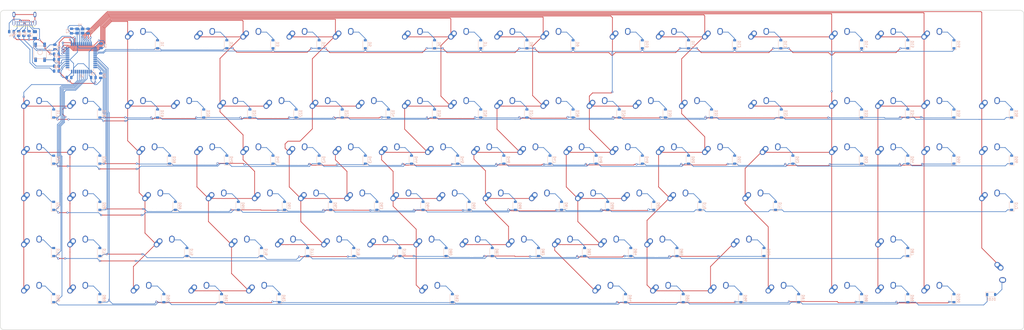
<source format=kicad_pcb>
(kicad_pcb (version 20171130) (host pcbnew "(5.1.5)-3")
  (layers (0 F.Cu signal) (31 B.Cu signal) (34 B.Paste user) (35 F.Paste user) (36 B.SilkS user) (37 F.SilkS user) (38 B.Mask user) (39 F.Mask user) (44 Edge.Cuts user))
  (net 0 "")
  (net 1 GND)
  (net 2 "Net-(C1-Pad1)")
  (net 3 "Net-(C2-Pad1)")
  (net 4 "Net-(C3-Pad1)")
  (net 5 +5V)
  (net 6 "Net-(F1-Pad1)")
  (net 7 "Net-(J1-PadB8)")
  (net 8 "Net-(J1-PadA7)")
  (net 9 "Net-(J1-PadA6)")
  (net 10 "Net-(J1-PadB5)")
  (net 11 "Net-(J1-PadA8)")
  (net 12 "Net-(J1-PadA5)")
  (net 13 "Net-(R1-Pad2)")
  (net 14 D+)
  (net 15 D-)
  (net 16 "Net-(R7-Pad1)")
  (net 17 "Net-(R8-Pad1)")
  (net 18 "Net-(R9-Pad2)")
  (net 19 "Net-(U1-Pad42)")
  (net 20 "Net-(U1-Pad27)")
  (net 21 "Net-(U1-Pad1)")
  (net 22 "Net-(D1-Pad2)")
  (net 23 Row0.1)
  (net 24 "Net-(D2-Pad2)")
  (net 25 "Net-(D3-Pad2)")
  (net 26 Row0.2)
  (net 27 "Net-(D4-Pad2)")
  (net 28 "Net-(D5-Pad2)")
  (net 29 "Net-(D6-Pad2)")
  (net 30 "Net-(D7-Pad2)")
  (net 31 "Net-(D8-Pad2)")
  (net 32 "Net-(D9-Pad2)")
  (net 33 "Net-(D10-Pad2)")
  (net 34 "Net-(D11-Pad2)")
  (net 35 "Net-(D12-Pad2)")
  (net 36 "Net-(D13-Pad2)")
  (net 37 "Net-(D14-Pad2)")
  (net 38 "Net-(D15-Pad2)")
  (net 39 "Net-(D16-Pad2)")
  (net 40 "Net-(D17-Pad2)")
  (net 41 Row1.1)
  (net 42 "Net-(D18-Pad2)")
  (net 43 Row1.2)
  (net 44 "Net-(D19-Pad2)")
  (net 45 "Net-(D20-Pad2)")
  (net 46 "Net-(D21-Pad2)")
  (net 47 "Net-(D22-Pad2)")
  (net 48 "Net-(D23-Pad2)")
  (net 49 "Net-(D24-Pad2)")
  (net 50 "Net-(D25-Pad2)")
  (net 51 "Net-(D26-Pad2)")
  (net 52 "Net-(D27-Pad2)")
  (net 53 "Net-(D28-Pad2)")
  (net 54 "Net-(D29-Pad2)")
  (net 55 "Net-(D30-Pad2)")
  (net 56 "Net-(D31-Pad2)")
  (net 57 "Net-(D32-Pad2)")
  (net 58 "Net-(D33-Pad2)")
  (net 59 "Net-(D34-Pad2)")
  (net 60 "Net-(D35-Pad2)")
  (net 61 "Net-(D36-Pad2)")
  (net 62 "Net-(D37-Pad2)")
  (net 63 Row2.1)
  (net 64 "Net-(D38-Pad2)")
  (net 65 Row2.2)
  (net 66 "Net-(D39-Pad2)")
  (net 67 "Net-(D40-Pad2)")
  (net 68 "Net-(D41-Pad2)")
  (net 69 "Net-(D42-Pad2)")
  (net 70 "Net-(D43-Pad2)")
  (net 71 "Net-(D44-Pad2)")
  (net 72 "Net-(D45-Pad2)")
  (net 73 "Net-(D46-Pad2)")
  (net 74 "Net-(D47-Pad2)")
  (net 75 "Net-(D48-Pad2)")
  (net 76 "Net-(D49-Pad2)")
  (net 77 "Net-(D50-Pad2)")
  (net 78 "Net-(D51-Pad2)")
  (net 79 "Net-(D52-Pad2)")
  (net 80 "Net-(D53-Pad2)")
  (net 81 "Net-(D54-Pad2)")
  (net 82 "Net-(D55-Pad2)")
  (net 83 "Net-(D56-Pad2)")
  (net 84 "Net-(D57-Pad2)")
  (net 85 Row3.1)
  (net 86 "Net-(D58-Pad2)")
  (net 87 Row3.2)
  (net 88 "Net-(D59-Pad2)")
  (net 89 "Net-(D60-Pad2)")
  (net 90 "Net-(D61-Pad2)")
  (net 91 "Net-(D62-Pad2)")
  (net 92 "Net-(D63-Pad2)")
  (net 93 "Net-(D64-Pad2)")
  (net 94 "Net-(D65-Pad2)")
  (net 95 "Net-(D66-Pad2)")
  (net 96 "Net-(D67-Pad2)")
  (net 97 "Net-(D68-Pad2)")
  (net 98 "Net-(D69-Pad2)")
  (net 99 "Net-(D70-Pad2)")
  (net 100 "Net-(D71-Pad2)")
  (net 101 "Net-(D72-Pad2)")
  (net 102 "Net-(D73-Pad2)")
  (net 103 Row4.1)
  (net 104 "Net-(D74-Pad2)")
  (net 105 Row4.2)
  (net 106 "Net-(D75-Pad2)")
  (net 107 "Net-(D76-Pad2)")
  (net 108 "Net-(D77-Pad2)")
  (net 109 "Net-(D78-Pad2)")
  (net 110 "Net-(D79-Pad2)")
  (net 111 "Net-(D80-Pad2)")
  (net 112 "Net-(D81-Pad2)")
  (net 113 "Net-(D82-Pad2)")
  (net 114 "Net-(D83-Pad2)")
  (net 115 "Net-(D84-Pad2)")
  (net 116 "Net-(D85-Pad2)")
  (net 117 "Net-(D86-Pad2)")
  (net 118 "Net-(D87-Pad2)")
  (net 119 "Net-(D88-Pad2)")
  (net 120 Row5.1)
  (net 121 "Net-(D89-Pad2)")
  (net 122 Row5.2)
  (net 123 "Net-(D90-Pad2)")
  (net 124 "Net-(D91-Pad2)")
  (net 125 "Net-(D92-Pad2)")
  (net 126 "Net-(D93-Pad2)")
  (net 127 "Net-(D94-Pad2)")
  (net 128 "Net-(D95-Pad2)")
  (net 129 "Net-(D96-Pad2)")
  (net 130 "Net-(D97-Pad2)")
  (net 131 "Net-(D98-Pad2)")
  (net 132 "Net-(D99-Pad2)")
  (net 133 "Net-(D100-Pad2)")
  (net 134 "Net-(D101-Pad2)")
  (net 135 Col2&3)
  (net 136 Col4&5)
  (net 137 Col6&7)
  (net 138 Col8&9)
  (net 139 Col10&11)
  (net 140 Col12&13)
  (net 141 Col14&15)
  (net 142 Col16&17)
  (net 143 Col18&19)
  (net 144 Col0&1)
  (net 145 Col20)
  (module MX_Alps_Hybrid:MX-1U-NoLED (layer F.Cu) (at 103.124 149.987)
    (fp_text reference MX58)
    (fp_text value MX-NoLED)
    (pad "" np_thru_hole circle (at 5.08 0 48.0996) (size 1.75 1.75) (drill 1.75) (layers *.Cu *.Mask))
    (pad "" np_thru_hole circle (at -5.08 0 48.0996) (size 1.75 1.75) (drill 1.75) (layers *.Cu *.Mask))
    (pad "" np_thru_hole circle (at 0 0) (size 3.9878 3.9878) (drill 3.9878) (layers *.Cu *.Mask))
    (pad 2 thru_hole circle (at 2.54 -5.08) (size 2.25 2.25) (drill 1.47) (layers *.Cu B.Mask) (net 86 "Net-(D58-Pad2)"))
    (pad 2 thru_hole oval (at 2.5 -4.5 86.0548) (size 2.831378 2.25) (drill 1.47 (offset 0.290689 0)) (layers *.Cu B.Mask) (net 86 "Net-(D58-Pad2)"))
    (pad 1 thru_hole oval (at -3.81 -2.54 48.0996) (size 4.211556 2.25) (drill 1.47 (offset 0.980778 0)) (layers *.Cu B.Mask) (net 144 Col0&1))
    (pad 1 thru_hole circle (at -2.5 -4) (size 2.25 2.25) (drill 1.47) (layers *.Cu B.Mask) (net 144 Col0&1))
  )
  (module MX_Alps_Hybrid:MX-1U-NoLED (layer F.Cu) (at 103.124 111.887)
    (fp_text reference MX18)
    (fp_text value MX-NoLED)
    (pad "" np_thru_hole circle (at 5.08 0 48.0996) (size 1.75 1.75) (drill 1.75) (layers *.Cu *.Mask))
    (pad "" np_thru_hole circle (at -5.08 0 48.0996) (size 1.75 1.75) (drill 1.75) (layers *.Cu *.Mask))
    (pad "" np_thru_hole circle (at 0 0) (size 3.9878 3.9878) (drill 3.9878) (layers *.Cu *.Mask))
    (pad 2 thru_hole circle (at 2.54 -5.08) (size 2.25 2.25) (drill 1.47) (layers *.Cu B.Mask) (net 42 "Net-(D18-Pad2)"))
    (pad 2 thru_hole oval (at 2.5 -4.5 86.0548) (size 2.831378 2.25) (drill 1.47 (offset 0.290689 0)) (layers *.Cu B.Mask) (net 42 "Net-(D18-Pad2)"))
    (pad 1 thru_hole oval (at -3.81 -2.54 48.0996) (size 4.211556 2.25) (drill 1.47 (offset 0.980778 0)) (layers *.Cu B.Mask) (net 144 Col0&1))
    (pad 1 thru_hole circle (at -2.5 -4) (size 2.25 2.25) (drill 1.47) (layers *.Cu B.Mask) (net 144 Col0&1))
  )
  (module MX_Alps_Hybrid:MX-1U-NoLED (layer F.Cu) (at 436.499 111.887)
    (fp_text reference MX34)
    (fp_text value MX-NoLED)
    (pad "" np_thru_hole circle (at 5.08 0 48.0996) (size 1.75 1.75) (drill 1.75) (layers *.Cu *.Mask))
    (pad "" np_thru_hole circle (at -5.08 0 48.0996) (size 1.75 1.75) (drill 1.75) (layers *.Cu *.Mask))
    (pad "" np_thru_hole circle (at 0 0) (size 3.9878 3.9878) (drill 3.9878) (layers *.Cu *.Mask))
    (pad 2 thru_hole circle (at 2.54 -5.08) (size 2.25 2.25) (drill 1.47) (layers *.Cu B.Mask) (net 59 "Net-(D34-Pad2)"))
    (pad 2 thru_hole oval (at 2.5 -4.5 86.0548) (size 2.831378 2.25) (drill 1.47 (offset 0.290689 0)) (layers *.Cu B.Mask) (net 59 "Net-(D34-Pad2)"))
    (pad 1 thru_hole oval (at -3.81 -2.54 48.0996) (size 4.211556 2.25) (drill 1.47 (offset 0.980778 0)) (layers *.Cu B.Mask) (net 143 Col18&19))
    (pad 1 thru_hole circle (at -2.5 -4) (size 2.25 2.25) (drill 1.47) (layers *.Cu B.Mask) (net 143 Col18&19))
  )
  (module MX_Alps_Hybrid:MX-1U-NoLED (layer F.Cu) (at 455.549 111.887)
    (fp_text reference MX35)
    (fp_text value MX-NoLED)
    (pad "" np_thru_hole circle (at 5.08 0 48.0996) (size 1.75 1.75) (drill 1.75) (layers *.Cu *.Mask))
    (pad "" np_thru_hole circle (at -5.08 0 48.0996) (size 1.75 1.75) (drill 1.75) (layers *.Cu *.Mask))
    (pad "" np_thru_hole circle (at 0 0) (size 3.9878 3.9878) (drill 3.9878) (layers *.Cu *.Mask))
    (pad 2 thru_hole circle (at 2.54 -5.08) (size 2.25 2.25) (drill 1.47) (layers *.Cu B.Mask) (net 60 "Net-(D35-Pad2)"))
    (pad 2 thru_hole oval (at 2.5 -4.5 86.0548) (size 2.831378 2.25) (drill 1.47 (offset 0.290689 0)) (layers *.Cu B.Mask) (net 60 "Net-(D35-Pad2)"))
    (pad 1 thru_hole oval (at -3.81 -2.54 48.0996) (size 4.211556 2.25) (drill 1.47 (offset 0.980778 0)) (layers *.Cu B.Mask) (net 143 Col18&19))
    (pad 1 thru_hole circle (at -2.5 -4) (size 2.25 2.25) (drill 1.47) (layers *.Cu B.Mask) (net 143 Col18&19))
  )
  (module MX_Alps_Hybrid:MX-1U-NoLED (layer F.Cu) (at 193.6115 130.937)
    (fp_text reference MX42)
    (fp_text value MX-NoLED)
    (pad "" np_thru_hole circle (at 5.08 0 48.0996) (size 1.75 1.75) (drill 1.75) (layers *.Cu *.Mask))
    (pad "" np_thru_hole circle (at -5.08 0 48.0996) (size 1.75 1.75) (drill 1.75) (layers *.Cu *.Mask))
    (pad "" np_thru_hole circle (at 0 0) (size 3.9878 3.9878) (drill 3.9878) (layers *.Cu *.Mask))
    (pad 2 thru_hole circle (at 2.54 -5.08) (size 2.25 2.25) (drill 1.47) (layers *.Cu B.Mask) (net 69 "Net-(D42-Pad2)"))
    (pad 2 thru_hole oval (at 2.5 -4.5 86.0548) (size 2.831378 2.25) (drill 1.47 (offset 0.290689 0)) (layers *.Cu B.Mask) (net 69 "Net-(D42-Pad2)"))
    (pad 1 thru_hole oval (at -3.81 -2.54 48.0996) (size 4.211556 2.25) (drill 1.47 (offset 0.980778 0)) (layers *.Cu B.Mask) (net 137 Col6&7))
    (pad 1 thru_hole circle (at -2.5 -4) (size 2.25 2.25) (drill 1.47) (layers *.Cu B.Mask) (net 137 Col6&7))
  )
  (module MX_Alps_Hybrid:MX-1U-NoLED (layer F.Cu) (at 174.5615 130.937)
    (fp_text reference MX41)
    (fp_text value MX-NoLED)
    (pad "" np_thru_hole circle (at 5.08 0 48.0996) (size 1.75 1.75) (drill 1.75) (layers *.Cu *.Mask))
    (pad "" np_thru_hole circle (at -5.08 0 48.0996) (size 1.75 1.75) (drill 1.75) (layers *.Cu *.Mask))
    (pad "" np_thru_hole circle (at 0 0) (size 3.9878 3.9878) (drill 3.9878) (layers *.Cu *.Mask))
    (pad 2 thru_hole circle (at 2.54 -5.08) (size 2.25 2.25) (drill 1.47) (layers *.Cu B.Mask) (net 68 "Net-(D41-Pad2)"))
    (pad 2 thru_hole oval (at 2.5 -4.5 86.0548) (size 2.831378 2.25) (drill 1.47 (offset 0.290689 0)) (layers *.Cu B.Mask) (net 68 "Net-(D41-Pad2)"))
    (pad 1 thru_hole oval (at -3.81 -2.54 48.0996) (size 4.211556 2.25) (drill 1.47 (offset 0.980778 0)) (layers *.Cu B.Mask) (net 136 Col4&5))
    (pad 1 thru_hole circle (at -2.5 -4) (size 2.25 2.25) (drill 1.47) (layers *.Cu B.Mask) (net 136 Col4&5))
  )
  (module MX_Alps_Hybrid:MX-1U-NoLED (layer F.Cu) (at 479.3615 111.887)
    (fp_text reference MX36)
    (fp_text value MX-NoLED)
    (pad "" np_thru_hole circle (at 5.08 0 48.0996) (size 1.75 1.75) (drill 1.75) (layers *.Cu *.Mask))
    (pad "" np_thru_hole circle (at -5.08 0 48.0996) (size 1.75 1.75) (drill 1.75) (layers *.Cu *.Mask))
    (pad "" np_thru_hole circle (at 0 0) (size 3.9878 3.9878) (drill 3.9878) (layers *.Cu *.Mask))
    (pad 2 thru_hole circle (at 2.54 -5.08) (size 2.25 2.25) (drill 1.47) (layers *.Cu B.Mask) (net 61 "Net-(D36-Pad2)"))
    (pad 2 thru_hole oval (at 2.5 -4.5 86.0548) (size 2.831378 2.25) (drill 1.47 (offset 0.290689 0)) (layers *.Cu B.Mask) (net 61 "Net-(D36-Pad2)"))
    (pad 1 thru_hole oval (at -3.81 -2.54 48.0996) (size 4.211556 2.25) (drill 1.47 (offset 0.980778 0)) (layers *.Cu B.Mask) (net 145 Col20))
    (pad 1 thru_hole circle (at -2.5 -4) (size 2.25 2.25) (drill 1.47) (layers *.Cu B.Mask) (net 145 Col20))
  )
  (module MX_Alps_Hybrid:MX-1U-NoLED (layer F.Cu) (at 155.5115 130.937)
    (fp_text reference MX40)
    (fp_text value MX-NoLED)
    (pad "" np_thru_hole circle (at 5.08 0 48.0996) (size 1.75 1.75) (drill 1.75) (layers *.Cu *.Mask))
    (pad "" np_thru_hole circle (at -5.08 0 48.0996) (size 1.75 1.75) (drill 1.75) (layers *.Cu *.Mask))
    (pad "" np_thru_hole circle (at 0 0) (size 3.9878 3.9878) (drill 3.9878) (layers *.Cu *.Mask))
    (pad 2 thru_hole circle (at 2.54 -5.08) (size 2.25 2.25) (drill 1.47) (layers *.Cu B.Mask) (net 67 "Net-(D40-Pad2)"))
    (pad 2 thru_hole oval (at 2.5 -4.5 86.0548) (size 2.831378 2.25) (drill 1.47 (offset 0.290689 0)) (layers *.Cu B.Mask) (net 67 "Net-(D40-Pad2)"))
    (pad 1 thru_hole oval (at -3.81 -2.54 48.0996) (size 4.211556 2.25) (drill 1.47 (offset 0.980778 0)) (layers *.Cu B.Mask) (net 136 Col4&5))
    (pad 1 thru_hole circle (at -2.5 -4) (size 2.25 2.25) (drill 1.47) (layers *.Cu B.Mask) (net 136 Col4&5))
  )
  (module MX_Alps_Hybrid:MX-1U-NoLED (layer F.Cu) (at 417.449 188.087)
    (fp_text reference MX98)
    (fp_text value MX-NoLED)
    (pad "" np_thru_hole circle (at 5.08 0 48.0996) (size 1.75 1.75) (drill 1.75) (layers *.Cu *.Mask))
    (pad "" np_thru_hole circle (at -5.08 0 48.0996) (size 1.75 1.75) (drill 1.75) (layers *.Cu *.Mask))
    (pad "" np_thru_hole circle (at 0 0) (size 3.9878 3.9878) (drill 3.9878) (layers *.Cu *.Mask))
    (pad 2 thru_hole circle (at 2.54 -5.08) (size 2.25 2.25) (drill 1.47) (layers *.Cu B.Mask) (net 131 "Net-(D98-Pad2)"))
    (pad 2 thru_hole oval (at 2.5 -4.5 86.0548) (size 2.831378 2.25) (drill 1.47 (offset 0.290689 0)) (layers *.Cu B.Mask) (net 131 "Net-(D98-Pad2)"))
    (pad 1 thru_hole oval (at -3.81 -2.54 48.0996) (size 4.211556 2.25) (drill 1.47 (offset 0.980778 0)) (layers *.Cu B.Mask) (net 142 Col16&17))
    (pad 1 thru_hole circle (at -2.5 -4) (size 2.25 2.25) (drill 1.47) (layers *.Cu B.Mask) (net 142 Col16&17))
  )
  (module MX_Alps_Hybrid:MX-1U-NoLED (layer F.Cu) (at 436.499 188.087)
    (fp_text reference MX99)
    (fp_text value MX-NoLED)
    (pad "" np_thru_hole circle (at 5.08 0 48.0996) (size 1.75 1.75) (drill 1.75) (layers *.Cu *.Mask))
    (pad "" np_thru_hole circle (at -5.08 0 48.0996) (size 1.75 1.75) (drill 1.75) (layers *.Cu *.Mask))
    (pad "" np_thru_hole circle (at 0 0) (size 3.9878 3.9878) (drill 3.9878) (layers *.Cu *.Mask))
    (pad 2 thru_hole circle (at 2.54 -5.08) (size 2.25 2.25) (drill 1.47) (layers *.Cu B.Mask) (net 132 "Net-(D99-Pad2)"))
    (pad 2 thru_hole oval (at 2.5 -4.5 86.0548) (size 2.831378 2.25) (drill 1.47 (offset 0.290689 0)) (layers *.Cu B.Mask) (net 132 "Net-(D99-Pad2)"))
    (pad 1 thru_hole oval (at -3.81 -2.54 48.0996) (size 4.211556 2.25) (drill 1.47 (offset 0.980778 0)) (layers *.Cu B.Mask) (net 143 Col18&19))
    (pad 1 thru_hole circle (at -2.5 -4) (size 2.25 2.25) (drill 1.47) (layers *.Cu B.Mask) (net 143 Col18&19))
  )
  (module MX_Alps_Hybrid:MX-1U-NoLED (layer F.Cu) (at 455.549 188.087)
    (fp_text reference MX100)
    (fp_text value MX-NoLED)
    (pad "" np_thru_hole circle (at 5.08 0 48.0996) (size 1.75 1.75) (drill 1.75) (layers *.Cu *.Mask))
    (pad "" np_thru_hole circle (at -5.08 0 48.0996) (size 1.75 1.75) (drill 1.75) (layers *.Cu *.Mask))
    (pad "" np_thru_hole circle (at 0 0) (size 3.9878 3.9878) (drill 3.9878) (layers *.Cu *.Mask))
    (pad 2 thru_hole circle (at 2.54 -5.08) (size 2.25 2.25) (drill 1.47) (layers *.Cu B.Mask) (net 133 "Net-(D100-Pad2)"))
    (pad 2 thru_hole oval (at 2.5 -4.5 86.0548) (size 2.831378 2.25) (drill 1.47 (offset 0.290689 0)) (layers *.Cu B.Mask) (net 133 "Net-(D100-Pad2)"))
    (pad 1 thru_hole oval (at -3.81 -2.54 48.0996) (size 4.211556 2.25) (drill 1.47 (offset 0.980778 0)) (layers *.Cu B.Mask) (net 143 Col18&19))
    (pad 1 thru_hole circle (at -2.5 -4) (size 2.25 2.25) (drill 1.47) (layers *.Cu B.Mask) (net 143 Col18&19))
  )
  (module MX_Alps_Hybrid:MX-1U-NoLED (layer F.Cu) (at 436.499 130.937)
    (fp_text reference MX54)
    (fp_text value MX-NoLED)
    (pad "" np_thru_hole circle (at 5.08 0 48.0996) (size 1.75 1.75) (drill 1.75) (layers *.Cu *.Mask))
    (pad "" np_thru_hole circle (at -5.08 0 48.0996) (size 1.75 1.75) (drill 1.75) (layers *.Cu *.Mask))
    (pad "" np_thru_hole circle (at 0 0) (size 3.9878 3.9878) (drill 3.9878) (layers *.Cu *.Mask))
    (pad 2 thru_hole circle (at 2.54 -5.08) (size 2.25 2.25) (drill 1.47) (layers *.Cu B.Mask) (net 81 "Net-(D54-Pad2)"))
    (pad 2 thru_hole oval (at 2.5 -4.5 86.0548) (size 2.831378 2.25) (drill 1.47 (offset 0.290689 0)) (layers *.Cu B.Mask) (net 81 "Net-(D54-Pad2)"))
    (pad 1 thru_hole oval (at -3.81 -2.54 48.0996) (size 4.211556 2.25) (drill 1.47 (offset 0.980778 0)) (layers *.Cu B.Mask) (net 143 Col18&19))
    (pad 1 thru_hole circle (at -2.5 -4) (size 2.25 2.25) (drill 1.47) (layers *.Cu B.Mask) (net 143 Col18&19))
  )
  (module MX_Alps_Hybrid:MX-1U-NoLED (layer F.Cu) (at 455.549 130.937)
    (fp_text reference MX55)
    (fp_text value MX-NoLED)
    (pad "" np_thru_hole circle (at 5.08 0 48.0996) (size 1.75 1.75) (drill 1.75) (layers *.Cu *.Mask))
    (pad "" np_thru_hole circle (at -5.08 0 48.0996) (size 1.75 1.75) (drill 1.75) (layers *.Cu *.Mask))
    (pad "" np_thru_hole circle (at 0 0) (size 3.9878 3.9878) (drill 3.9878) (layers *.Cu *.Mask))
    (pad 2 thru_hole circle (at 2.54 -5.08) (size 2.25 2.25) (drill 1.47) (layers *.Cu B.Mask) (net 82 "Net-(D55-Pad2)"))
    (pad 2 thru_hole oval (at 2.5 -4.5 86.0548) (size 2.831378 2.25) (drill 1.47 (offset 0.290689 0)) (layers *.Cu B.Mask) (net 82 "Net-(D55-Pad2)"))
    (pad 1 thru_hole oval (at -3.81 -2.54 48.0996) (size 4.211556 2.25) (drill 1.47 (offset 0.980778 0)) (layers *.Cu B.Mask) (net 143 Col18&19))
    (pad 1 thru_hole circle (at -2.5 -4) (size 2.25 2.25) (drill 1.47) (layers *.Cu B.Mask) (net 143 Col18&19))
  )
  (module MX_Alps_Hybrid:MX-1U-NoLED (layer F.Cu) (at 479.3615 130.937)
    (fp_text reference MX56)
    (fp_text value MX-NoLED)
    (pad "" np_thru_hole circle (at 5.08 0 48.0996) (size 1.75 1.75) (drill 1.75) (layers *.Cu *.Mask))
    (pad "" np_thru_hole circle (at -5.08 0 48.0996) (size 1.75 1.75) (drill 1.75) (layers *.Cu *.Mask))
    (pad "" np_thru_hole circle (at 0 0) (size 3.9878 3.9878) (drill 3.9878) (layers *.Cu *.Mask))
    (pad 2 thru_hole circle (at 2.54 -5.08) (size 2.25 2.25) (drill 1.47) (layers *.Cu B.Mask) (net 83 "Net-(D56-Pad2)"))
    (pad 2 thru_hole oval (at 2.5 -4.5 86.0548) (size 2.831378 2.25) (drill 1.47 (offset 0.290689 0)) (layers *.Cu B.Mask) (net 83 "Net-(D56-Pad2)"))
    (pad 1 thru_hole oval (at -3.81 -2.54 48.0996) (size 4.211556 2.25) (drill 1.47 (offset 0.980778 0)) (layers *.Cu B.Mask) (net 145 Col20))
    (pad 1 thru_hole circle (at -2.5 -4) (size 2.25 2.25) (drill 1.47) (layers *.Cu B.Mask) (net 145 Col20))
  )
  (module MX_Alps_Hybrid:MX-1U-NoLED (layer F.Cu) (at 417.449 130.937)
    (fp_text reference MX53)
    (fp_text value MX-NoLED)
    (pad "" np_thru_hole circle (at 5.08 0 48.0996) (size 1.75 1.75) (drill 1.75) (layers *.Cu *.Mask))
    (pad "" np_thru_hole circle (at -5.08 0 48.0996) (size 1.75 1.75) (drill 1.75) (layers *.Cu *.Mask))
    (pad "" np_thru_hole circle (at 0 0) (size 3.9878 3.9878) (drill 3.9878) (layers *.Cu *.Mask))
    (pad 2 thru_hole circle (at 2.54 -5.08) (size 2.25 2.25) (drill 1.47) (layers *.Cu B.Mask) (net 80 "Net-(D53-Pad2)"))
    (pad 2 thru_hole oval (at 2.5 -4.5 86.0548) (size 2.831378 2.25) (drill 1.47 (offset 0.290689 0)) (layers *.Cu B.Mask) (net 80 "Net-(D53-Pad2)"))
    (pad 1 thru_hole oval (at -3.81 -2.54 48.0996) (size 4.211556 2.25) (drill 1.47 (offset 0.980778 0)) (layers *.Cu B.Mask) (net 142 Col16&17))
    (pad 1 thru_hole circle (at -2.5 -4) (size 2.25 2.25) (drill 1.47) (layers *.Cu B.Mask) (net 142 Col16&17))
  )
  (module MX_Alps_Hybrid:MX-1U-NoLED (layer F.Cu) (at 160.274 149.987)
    (fp_text reference MX60)
    (fp_text value MX-NoLED)
    (pad "" np_thru_hole circle (at 5.08 0 48.0996) (size 1.75 1.75) (drill 1.75) (layers *.Cu *.Mask))
    (pad "" np_thru_hole circle (at -5.08 0 48.0996) (size 1.75 1.75) (drill 1.75) (layers *.Cu *.Mask))
    (pad "" np_thru_hole circle (at 0 0) (size 3.9878 3.9878) (drill 3.9878) (layers *.Cu *.Mask))
    (pad 2 thru_hole circle (at 2.54 -5.08) (size 2.25 2.25) (drill 1.47) (layers *.Cu B.Mask) (net 89 "Net-(D60-Pad2)"))
    (pad 2 thru_hole oval (at 2.5 -4.5 86.0548) (size 2.831378 2.25) (drill 1.47 (offset 0.290689 0)) (layers *.Cu B.Mask) (net 89 "Net-(D60-Pad2)"))
    (pad 1 thru_hole oval (at -3.81 -2.54 48.0996) (size 4.211556 2.25) (drill 1.47 (offset 0.980778 0)) (layers *.Cu B.Mask) (net 136 Col4&5))
    (pad 1 thru_hole circle (at -2.5 -4) (size 2.25 2.25) (drill 1.47) (layers *.Cu B.Mask) (net 136 Col4&5))
  )
  (module MX_Alps_Hybrid:MX-1U-NoLED (layer F.Cu) (at 269.8115 130.937)
    (fp_text reference MX46)
    (fp_text value MX-NoLED)
    (pad "" np_thru_hole circle (at 5.08 0 48.0996) (size 1.75 1.75) (drill 1.75) (layers *.Cu *.Mask))
    (pad "" np_thru_hole circle (at -5.08 0 48.0996) (size 1.75 1.75) (drill 1.75) (layers *.Cu *.Mask))
    (pad "" np_thru_hole circle (at 0 0) (size 3.9878 3.9878) (drill 3.9878) (layers *.Cu *.Mask))
    (pad 2 thru_hole circle (at 2.54 -5.08) (size 2.25 2.25) (drill 1.47) (layers *.Cu B.Mask) (net 73 "Net-(D46-Pad2)"))
    (pad 2 thru_hole oval (at 2.5 -4.5 86.0548) (size 2.831378 2.25) (drill 1.47 (offset 0.290689 0)) (layers *.Cu B.Mask) (net 73 "Net-(D46-Pad2)"))
    (pad 1 thru_hole oval (at -3.81 -2.54 48.0996) (size 4.211556 2.25) (drill 1.47 (offset 0.980778 0)) (layers *.Cu B.Mask) (net 139 Col10&11))
    (pad 1 thru_hole circle (at -2.5 -4) (size 2.25 2.25) (drill 1.47) (layers *.Cu B.Mask) (net 139 Col10&11))
  )
  (module MX_Alps_Hybrid:MX-1U-NoLED (layer F.Cu) (at 307.9115 130.937)
    (fp_text reference MX48)
    (fp_text value MX-NoLED)
    (pad "" np_thru_hole circle (at 5.08 0 48.0996) (size 1.75 1.75) (drill 1.75) (layers *.Cu *.Mask))
    (pad "" np_thru_hole circle (at -5.08 0 48.0996) (size 1.75 1.75) (drill 1.75) (layers *.Cu *.Mask))
    (pad "" np_thru_hole circle (at 0 0) (size 3.9878 3.9878) (drill 3.9878) (layers *.Cu *.Mask))
    (pad 2 thru_hole circle (at 2.54 -5.08) (size 2.25 2.25) (drill 1.47) (layers *.Cu B.Mask) (net 75 "Net-(D48-Pad2)"))
    (pad 2 thru_hole oval (at 2.5 -4.5 86.0548) (size 2.831378 2.25) (drill 1.47 (offset 0.290689 0)) (layers *.Cu B.Mask) (net 75 "Net-(D48-Pad2)"))
    (pad 1 thru_hole oval (at -3.81 -2.54 48.0996) (size 4.211556 2.25) (drill 1.47 (offset 0.980778 0)) (layers *.Cu B.Mask) (net 140 Col12&13))
    (pad 1 thru_hole circle (at -2.5 -4) (size 2.25 2.25) (drill 1.47) (layers *.Cu B.Mask) (net 140 Col12&13))
  )
  (module MX_Alps_Hybrid:MX-1U-NoLED (layer F.Cu) (at 346.0115 130.937)
    (fp_text reference MX50)
    (fp_text value MX-NoLED)
    (pad "" np_thru_hole circle (at 5.08 0 48.0996) (size 1.75 1.75) (drill 1.75) (layers *.Cu *.Mask))
    (pad "" np_thru_hole circle (at -5.08 0 48.0996) (size 1.75 1.75) (drill 1.75) (layers *.Cu *.Mask))
    (pad "" np_thru_hole circle (at 0 0) (size 3.9878 3.9878) (drill 3.9878) (layers *.Cu *.Mask))
    (pad 2 thru_hole circle (at 2.54 -5.08) (size 2.25 2.25) (drill 1.47) (layers *.Cu B.Mask) (net 77 "Net-(D50-Pad2)"))
    (pad 2 thru_hole oval (at 2.5 -4.5 86.0548) (size 2.831378 2.25) (drill 1.47 (offset 0.290689 0)) (layers *.Cu B.Mask) (net 77 "Net-(D50-Pad2)"))
    (pad 1 thru_hole oval (at -3.81 -2.54 48.0996) (size 4.211556 2.25) (drill 1.47 (offset 0.980778 0)) (layers *.Cu B.Mask) (net 141 Col14&15))
    (pad 1 thru_hole circle (at -2.5 -4) (size 2.25 2.25) (drill 1.47) (layers *.Cu B.Mask) (net 141 Col14&15))
  )
  (module MX_Alps_Hybrid:MX-1U-NoLED (layer F.Cu) (at 365.0615 130.937)
    (fp_text reference MX51)
    (fp_text value MX-NoLED)
    (pad "" np_thru_hole circle (at 5.08 0 48.0996) (size 1.75 1.75) (drill 1.75) (layers *.Cu *.Mask))
    (pad "" np_thru_hole circle (at -5.08 0 48.0996) (size 1.75 1.75) (drill 1.75) (layers *.Cu *.Mask))
    (pad "" np_thru_hole circle (at 0 0) (size 3.9878 3.9878) (drill 3.9878) (layers *.Cu *.Mask))
    (pad 2 thru_hole circle (at 2.54 -5.08) (size 2.25 2.25) (drill 1.47) (layers *.Cu B.Mask) (net 78 "Net-(D51-Pad2)"))
    (pad 2 thru_hole oval (at 2.5 -4.5 86.0548) (size 2.831378 2.25) (drill 1.47 (offset 0.290689 0)) (layers *.Cu B.Mask) (net 78 "Net-(D51-Pad2)"))
    (pad 1 thru_hole oval (at -3.81 -2.54 48.0996) (size 4.211556 2.25) (drill 1.47 (offset 0.980778 0)) (layers *.Cu B.Mask) (net 141 Col14&15))
    (pad 1 thru_hole circle (at -2.5 -4) (size 2.25 2.25) (drill 1.47) (layers *.Cu B.Mask) (net 141 Col14&15))
  )
  (module MX_Alps_Hybrid:MX-1U-NoLED (layer F.Cu) (at 212.6615 130.937)
    (fp_text reference MX43)
    (fp_text value MX-NoLED)
    (pad "" np_thru_hole circle (at 5.08 0 48.0996) (size 1.75 1.75) (drill 1.75) (layers *.Cu *.Mask))
    (pad "" np_thru_hole circle (at -5.08 0 48.0996) (size 1.75 1.75) (drill 1.75) (layers *.Cu *.Mask))
    (pad "" np_thru_hole circle (at 0 0) (size 3.9878 3.9878) (drill 3.9878) (layers *.Cu *.Mask))
    (pad 2 thru_hole circle (at 2.54 -5.08) (size 2.25 2.25) (drill 1.47) (layers *.Cu B.Mask) (net 70 "Net-(D43-Pad2)"))
    (pad 2 thru_hole oval (at 2.5 -4.5 86.0548) (size 2.831378 2.25) (drill 1.47 (offset 0.290689 0)) (layers *.Cu B.Mask) (net 70 "Net-(D43-Pad2)"))
    (pad 1 thru_hole oval (at -3.81 -2.54 48.0996) (size 4.211556 2.25) (drill 1.47 (offset 0.980778 0)) (layers *.Cu B.Mask) (net 137 Col6&7))
    (pad 1 thru_hole circle (at -2.5 -4) (size 2.25 2.25) (drill 1.47) (layers *.Cu B.Mask) (net 137 Col6&7))
  )
  (module MX_Alps_Hybrid:MX-1U-NoLED (layer F.Cu) (at 231.7115 130.937)
    (fp_text reference MX44)
    (fp_text value MX-NoLED)
    (pad "" np_thru_hole circle (at 5.08 0 48.0996) (size 1.75 1.75) (drill 1.75) (layers *.Cu *.Mask))
    (pad "" np_thru_hole circle (at -5.08 0 48.0996) (size 1.75 1.75) (drill 1.75) (layers *.Cu *.Mask))
    (pad "" np_thru_hole circle (at 0 0) (size 3.9878 3.9878) (drill 3.9878) (layers *.Cu *.Mask))
    (pad 2 thru_hole circle (at 2.54 -5.08) (size 2.25 2.25) (drill 1.47) (layers *.Cu B.Mask) (net 71 "Net-(D44-Pad2)"))
    (pad 2 thru_hole oval (at 2.5 -4.5 86.0548) (size 2.831378 2.25) (drill 1.47 (offset 0.290689 0)) (layers *.Cu B.Mask) (net 71 "Net-(D44-Pad2)"))
    (pad 1 thru_hole oval (at -3.81 -2.54 48.0996) (size 4.211556 2.25) (drill 1.47 (offset 0.980778 0)) (layers *.Cu B.Mask) (net 138 Col8&9))
    (pad 1 thru_hole circle (at -2.5 -4) (size 2.25 2.25) (drill 1.47) (layers *.Cu B.Mask) (net 138 Col8&9))
  )
  (module MX_Alps_Hybrid:MX-1U-NoLED (layer F.Cu) (at 288.8615 130.937)
    (fp_text reference MX47)
    (fp_text value MX-NoLED)
    (pad "" np_thru_hole circle (at 5.08 0 48.0996) (size 1.75 1.75) (drill 1.75) (layers *.Cu *.Mask))
    (pad "" np_thru_hole circle (at -5.08 0 48.0996) (size 1.75 1.75) (drill 1.75) (layers *.Cu *.Mask))
    (pad "" np_thru_hole circle (at 0 0) (size 3.9878 3.9878) (drill 3.9878) (layers *.Cu *.Mask))
    (pad 2 thru_hole circle (at 2.54 -5.08) (size 2.25 2.25) (drill 1.47) (layers *.Cu B.Mask) (net 74 "Net-(D47-Pad2)"))
    (pad 2 thru_hole oval (at 2.5 -4.5 86.0548) (size 2.831378 2.25) (drill 1.47 (offset 0.290689 0)) (layers *.Cu B.Mask) (net 74 "Net-(D47-Pad2)"))
    (pad 1 thru_hole oval (at -3.81 -2.54 48.0996) (size 4.211556 2.25) (drill 1.47 (offset 0.980778 0)) (layers *.Cu B.Mask) (net 139 Col10&11))
    (pad 1 thru_hole circle (at -2.5 -4) (size 2.25 2.25) (drill 1.47) (layers *.Cu B.Mask) (net 139 Col10&11))
  )
  (module MX_Alps_Hybrid:MX-1U-NoLED (layer F.Cu) (at 326.9615 130.937)
    (fp_text reference MX49)
    (fp_text value MX-NoLED)
    (pad "" np_thru_hole circle (at 5.08 0 48.0996) (size 1.75 1.75) (drill 1.75) (layers *.Cu *.Mask))
    (pad "" np_thru_hole circle (at -5.08 0 48.0996) (size 1.75 1.75) (drill 1.75) (layers *.Cu *.Mask))
    (pad "" np_thru_hole circle (at 0 0) (size 3.9878 3.9878) (drill 3.9878) (layers *.Cu *.Mask))
    (pad 2 thru_hole circle (at 2.54 -5.08) (size 2.25 2.25) (drill 1.47) (layers *.Cu B.Mask) (net 76 "Net-(D49-Pad2)"))
    (pad 2 thru_hole oval (at 2.5 -4.5 86.0548) (size 2.831378 2.25) (drill 1.47 (offset 0.290689 0)) (layers *.Cu B.Mask) (net 76 "Net-(D49-Pad2)"))
    (pad 1 thru_hole oval (at -3.81 -2.54 48.0996) (size 4.211556 2.25) (drill 1.47 (offset 0.980778 0)) (layers *.Cu B.Mask) (net 140 Col12&13))
    (pad 1 thru_hole circle (at -2.5 -4) (size 2.25 2.25) (drill 1.47) (layers *.Cu B.Mask) (net 140 Col12&13))
  )
  (module MX_Alps_Hybrid:MX-1U-NoLED (layer F.Cu) (at 250.7615 130.937)
    (fp_text reference MX45)
    (fp_text value MX-NoLED)
    (pad "" np_thru_hole circle (at 5.08 0 48.0996) (size 1.75 1.75) (drill 1.75) (layers *.Cu *.Mask))
    (pad "" np_thru_hole circle (at -5.08 0 48.0996) (size 1.75 1.75) (drill 1.75) (layers *.Cu *.Mask))
    (pad "" np_thru_hole circle (at 0 0) (size 3.9878 3.9878) (drill 3.9878) (layers *.Cu *.Mask))
    (pad 2 thru_hole circle (at 2.54 -5.08) (size 2.25 2.25) (drill 1.47) (layers *.Cu B.Mask) (net 72 "Net-(D45-Pad2)"))
    (pad 2 thru_hole oval (at 2.5 -4.5 86.0548) (size 2.831378 2.25) (drill 1.47 (offset 0.290689 0)) (layers *.Cu B.Mask) (net 72 "Net-(D45-Pad2)"))
    (pad 1 thru_hole oval (at -3.81 -2.54 48.0996) (size 4.211556 2.25) (drill 1.47 (offset 0.980778 0)) (layers *.Cu B.Mask) (net 138 Col8&9))
    (pad 1 thru_hole circle (at -2.5 -4) (size 2.25 2.25) (drill 1.47) (layers *.Cu B.Mask) (net 138 Col8&9))
  )
  (module MX_Alps_Hybrid:MX-1U-NoLED (layer F.Cu) (at 126.9365 111.887)
    (fp_text reference MX19)
    (fp_text value MX-NoLED)
    (pad "" np_thru_hole circle (at 5.08 0 48.0996) (size 1.75 1.75) (drill 1.75) (layers *.Cu *.Mask))
    (pad "" np_thru_hole circle (at -5.08 0 48.0996) (size 1.75 1.75) (drill 1.75) (layers *.Cu *.Mask))
    (pad "" np_thru_hole circle (at 0 0) (size 3.9878 3.9878) (drill 3.9878) (layers *.Cu *.Mask))
    (pad 2 thru_hole circle (at 2.54 -5.08) (size 2.25 2.25) (drill 1.47) (layers *.Cu B.Mask) (net 44 "Net-(D19-Pad2)"))
    (pad 2 thru_hole oval (at 2.5 -4.5 86.0548) (size 2.831378 2.25) (drill 1.47 (offset 0.290689 0)) (layers *.Cu B.Mask) (net 44 "Net-(D19-Pad2)"))
    (pad 1 thru_hole oval (at -3.81 -2.54 48.0996) (size 4.211556 2.25) (drill 1.47 (offset 0.980778 0)) (layers *.Cu B.Mask) (net 135 Col2&3))
    (pad 1 thru_hole circle (at -2.5 -4) (size 2.25 2.25) (drill 1.47) (layers *.Cu B.Mask) (net 135 Col2&3))
  )
  (module MX_Alps_Hybrid:MX-1U-NoLED (layer F.Cu) (at 222.1865 111.887)
    (fp_text reference MX24)
    (fp_text value MX-NoLED)
    (pad "" np_thru_hole circle (at 5.08 0 48.0996) (size 1.75 1.75) (drill 1.75) (layers *.Cu *.Mask))
    (pad "" np_thru_hole circle (at -5.08 0 48.0996) (size 1.75 1.75) (drill 1.75) (layers *.Cu *.Mask))
    (pad "" np_thru_hole circle (at 0 0) (size 3.9878 3.9878) (drill 3.9878) (layers *.Cu *.Mask))
    (pad 2 thru_hole circle (at 2.54 -5.08) (size 2.25 2.25) (drill 1.47) (layers *.Cu B.Mask) (net 49 "Net-(D24-Pad2)"))
    (pad 2 thru_hole oval (at 2.5 -4.5 86.0548) (size 2.831378 2.25) (drill 1.47 (offset 0.290689 0)) (layers *.Cu B.Mask) (net 49 "Net-(D24-Pad2)"))
    (pad 1 thru_hole oval (at -3.81 -2.54 48.0996) (size 4.211556 2.25) (drill 1.47 (offset 0.980778 0)) (layers *.Cu B.Mask) (net 137 Col6&7))
    (pad 1 thru_hole circle (at -2.5 -4) (size 2.25 2.25) (drill 1.47) (layers *.Cu B.Mask) (net 137 Col6&7))
  )
  (module MX_Alps_Hybrid:MX-1U-NoLED (layer F.Cu) (at 145.9865 111.887)
    (fp_text reference MX20)
    (fp_text value MX-NoLED)
    (pad "" np_thru_hole circle (at 5.08 0 48.0996) (size 1.75 1.75) (drill 1.75) (layers *.Cu *.Mask))
    (pad "" np_thru_hole circle (at -5.08 0 48.0996) (size 1.75 1.75) (drill 1.75) (layers *.Cu *.Mask))
    (pad "" np_thru_hole circle (at 0 0) (size 3.9878 3.9878) (drill 3.9878) (layers *.Cu *.Mask))
    (pad 2 thru_hole circle (at 2.54 -5.08) (size 2.25 2.25) (drill 1.47) (layers *.Cu B.Mask) (net 45 "Net-(D20-Pad2)"))
    (pad 2 thru_hole oval (at 2.5 -4.5 86.0548) (size 2.831378 2.25) (drill 1.47 (offset 0.290689 0)) (layers *.Cu B.Mask) (net 45 "Net-(D20-Pad2)"))
    (pad 1 thru_hole oval (at -3.81 -2.54 48.0996) (size 4.211556 2.25) (drill 1.47 (offset 0.980778 0)) (layers *.Cu B.Mask) (net 135 Col2&3))
    (pad 1 thru_hole circle (at -2.5 -4) (size 2.25 2.25) (drill 1.47) (layers *.Cu B.Mask) (net 135 Col2&3))
  )
  (module MX_Alps_Hybrid:MX-1U-NoLED (layer F.Cu) (at 203.1365 111.887)
    (fp_text reference MX23)
    (fp_text value MX-NoLED)
    (pad "" np_thru_hole circle (at 5.08 0 48.0996) (size 1.75 1.75) (drill 1.75) (layers *.Cu *.Mask))
    (pad "" np_thru_hole circle (at -5.08 0 48.0996) (size 1.75 1.75) (drill 1.75) (layers *.Cu *.Mask))
    (pad "" np_thru_hole circle (at 0 0) (size 3.9878 3.9878) (drill 3.9878) (layers *.Cu *.Mask))
    (pad 2 thru_hole circle (at 2.54 -5.08) (size 2.25 2.25) (drill 1.47) (layers *.Cu B.Mask) (net 48 "Net-(D23-Pad2)"))
    (pad 2 thru_hole oval (at 2.5 -4.5 86.0548) (size 2.831378 2.25) (drill 1.47 (offset 0.290689 0)) (layers *.Cu B.Mask) (net 48 "Net-(D23-Pad2)"))
    (pad 1 thru_hole oval (at -3.81 -2.54 48.0996) (size 4.211556 2.25) (drill 1.47 (offset 0.980778 0)) (layers *.Cu B.Mask) (net 137 Col6&7))
    (pad 1 thru_hole circle (at -2.5 -4) (size 2.25 2.25) (drill 1.47) (layers *.Cu B.Mask) (net 137 Col6&7))
  )
  (module MX_Alps_Hybrid:MX-1U-NoLED (layer F.Cu) (at 165.0365 111.887)
    (fp_text reference MX21)
    (fp_text value MX-NoLED)
    (pad "" np_thru_hole circle (at 5.08 0 48.0996) (size 1.75 1.75) (drill 1.75) (layers *.Cu *.Mask))
    (pad "" np_thru_hole circle (at -5.08 0 48.0996) (size 1.75 1.75) (drill 1.75) (layers *.Cu *.Mask))
    (pad "" np_thru_hole circle (at 0 0) (size 3.9878 3.9878) (drill 3.9878) (layers *.Cu *.Mask))
    (pad 2 thru_hole circle (at 2.54 -5.08) (size 2.25 2.25) (drill 1.47) (layers *.Cu B.Mask) (net 46 "Net-(D21-Pad2)"))
    (pad 2 thru_hole oval (at 2.5 -4.5 86.0548) (size 2.831378 2.25) (drill 1.47 (offset 0.290689 0)) (layers *.Cu B.Mask) (net 46 "Net-(D21-Pad2)"))
    (pad 1 thru_hole oval (at -3.81 -2.54 48.0996) (size 4.211556 2.25) (drill 1.47 (offset 0.980778 0)) (layers *.Cu B.Mask) (net 136 Col4&5))
    (pad 1 thru_hole circle (at -2.5 -4) (size 2.25 2.25) (drill 1.47) (layers *.Cu B.Mask) (net 136 Col4&5))
  )
  (module MX_Alps_Hybrid:MX-1U-NoLED (layer F.Cu) (at 184.0865 111.887)
    (fp_text reference MX22)
    (fp_text value MX-NoLED)
    (pad "" np_thru_hole circle (at 5.08 0 48.0996) (size 1.75 1.75) (drill 1.75) (layers *.Cu *.Mask))
    (pad "" np_thru_hole circle (at -5.08 0 48.0996) (size 1.75 1.75) (drill 1.75) (layers *.Cu *.Mask))
    (pad "" np_thru_hole circle (at 0 0) (size 3.9878 3.9878) (drill 3.9878) (layers *.Cu *.Mask))
    (pad 2 thru_hole circle (at 2.54 -5.08) (size 2.25 2.25) (drill 1.47) (layers *.Cu B.Mask) (net 47 "Net-(D22-Pad2)"))
    (pad 2 thru_hole oval (at 2.5 -4.5 86.0548) (size 2.831378 2.25) (drill 1.47 (offset 0.290689 0)) (layers *.Cu B.Mask) (net 47 "Net-(D22-Pad2)"))
    (pad 1 thru_hole oval (at -3.81 -2.54 48.0996) (size 4.211556 2.25) (drill 1.47 (offset 0.980778 0)) (layers *.Cu B.Mask) (net 136 Col4&5))
    (pad 1 thru_hole circle (at -2.5 -4) (size 2.25 2.25) (drill 1.47) (layers *.Cu B.Mask) (net 136 Col4&5))
  )
  (module MX_Alps_Hybrid:MX-1U-NoLED (layer F.Cu) (at 198.374 149.987)
    (fp_text reference MX62)
    (fp_text value MX-NoLED)
    (pad "" np_thru_hole circle (at 5.08 0 48.0996) (size 1.75 1.75) (drill 1.75) (layers *.Cu *.Mask))
    (pad "" np_thru_hole circle (at -5.08 0 48.0996) (size 1.75 1.75) (drill 1.75) (layers *.Cu *.Mask))
    (pad "" np_thru_hole circle (at 0 0) (size 3.9878 3.9878) (drill 3.9878) (layers *.Cu *.Mask))
    (pad 2 thru_hole circle (at 2.54 -5.08) (size 2.25 2.25) (drill 1.47) (layers *.Cu B.Mask) (net 91 "Net-(D62-Pad2)"))
    (pad 2 thru_hole oval (at 2.5 -4.5 86.0548) (size 2.831378 2.25) (drill 1.47 (offset 0.290689 0)) (layers *.Cu B.Mask) (net 91 "Net-(D62-Pad2)"))
    (pad 1 thru_hole oval (at -3.81 -2.54 48.0996) (size 4.211556 2.25) (drill 1.47 (offset 0.980778 0)) (layers *.Cu B.Mask) (net 137 Col6&7))
    (pad 1 thru_hole circle (at -2.5 -4) (size 2.25 2.25) (drill 1.47) (layers *.Cu B.Mask) (net 137 Col6&7))
  )
  (module MX_Alps_Hybrid:MX-1U-NoLED (layer F.Cu) (at 179.324 149.987)
    (fp_text reference MX61)
    (fp_text value MX-NoLED)
    (pad "" np_thru_hole circle (at 5.08 0 48.0996) (size 1.75 1.75) (drill 1.75) (layers *.Cu *.Mask))
    (pad "" np_thru_hole circle (at -5.08 0 48.0996) (size 1.75 1.75) (drill 1.75) (layers *.Cu *.Mask))
    (pad "" np_thru_hole circle (at 0 0) (size 3.9878 3.9878) (drill 3.9878) (layers *.Cu *.Mask))
    (pad 2 thru_hole circle (at 2.54 -5.08) (size 2.25 2.25) (drill 1.47) (layers *.Cu B.Mask) (net 90 "Net-(D61-Pad2)"))
    (pad 2 thru_hole oval (at 2.5 -4.5 86.0548) (size 2.831378 2.25) (drill 1.47 (offset 0.290689 0)) (layers *.Cu B.Mask) (net 90 "Net-(D61-Pad2)"))
    (pad 1 thru_hole oval (at -3.81 -2.54 48.0996) (size 4.211556 2.25) (drill 1.47 (offset 0.980778 0)) (layers *.Cu B.Mask) (net 136 Col4&5))
    (pad 1 thru_hole circle (at -2.5 -4) (size 2.25 2.25) (drill 1.47) (layers *.Cu B.Mask) (net 136 Col4&5))
  )
  (module MX_Alps_Hybrid:MX-1U-NoLED (layer F.Cu) (at 217.424 149.987)
    (fp_text reference MX63)
    (fp_text value MX-NoLED)
    (pad "" np_thru_hole circle (at 5.08 0 48.0996) (size 1.75 1.75) (drill 1.75) (layers *.Cu *.Mask))
    (pad "" np_thru_hole circle (at -5.08 0 48.0996) (size 1.75 1.75) (drill 1.75) (layers *.Cu *.Mask))
    (pad "" np_thru_hole circle (at 0 0) (size 3.9878 3.9878) (drill 3.9878) (layers *.Cu *.Mask))
    (pad 2 thru_hole circle (at 2.54 -5.08) (size 2.25 2.25) (drill 1.47) (layers *.Cu B.Mask) (net 92 "Net-(D63-Pad2)"))
    (pad 2 thru_hole oval (at 2.5 -4.5 86.0548) (size 2.831378 2.25) (drill 1.47 (offset 0.290689 0)) (layers *.Cu B.Mask) (net 92 "Net-(D63-Pad2)"))
    (pad 1 thru_hole oval (at -3.81 -2.54 48.0996) (size 4.211556 2.25) (drill 1.47 (offset 0.980778 0)) (layers *.Cu B.Mask) (net 137 Col6&7))
    (pad 1 thru_hole circle (at -2.5 -4) (size 2.25 2.25) (drill 1.47) (layers *.Cu B.Mask) (net 137 Col6&7))
  )
  (module MX_Alps_Hybrid:MX-1U-NoLED (layer F.Cu) (at 255.524 149.987)
    (fp_text reference MX65)
    (fp_text value MX-NoLED)
    (pad "" np_thru_hole circle (at 5.08 0 48.0996) (size 1.75 1.75) (drill 1.75) (layers *.Cu *.Mask))
    (pad "" np_thru_hole circle (at -5.08 0 48.0996) (size 1.75 1.75) (drill 1.75) (layers *.Cu *.Mask))
    (pad "" np_thru_hole circle (at 0 0) (size 3.9878 3.9878) (drill 3.9878) (layers *.Cu *.Mask))
    (pad 2 thru_hole circle (at 2.54 -5.08) (size 2.25 2.25) (drill 1.47) (layers *.Cu B.Mask) (net 94 "Net-(D65-Pad2)"))
    (pad 2 thru_hole oval (at 2.5 -4.5 86.0548) (size 2.831378 2.25) (drill 1.47 (offset 0.290689 0)) (layers *.Cu B.Mask) (net 94 "Net-(D65-Pad2)"))
    (pad 1 thru_hole oval (at -3.81 -2.54 48.0996) (size 4.211556 2.25) (drill 1.47 (offset 0.980778 0)) (layers *.Cu B.Mask) (net 138 Col8&9))
    (pad 1 thru_hole circle (at -2.5 -4) (size 2.25 2.25) (drill 1.47) (layers *.Cu B.Mask) (net 138 Col8&9))
  )
  (module MX_Alps_Hybrid:MX-1U-NoLED (layer F.Cu) (at 274.574 149.987)
    (fp_text reference MX66)
    (fp_text value MX-NoLED)
    (pad "" np_thru_hole circle (at 5.08 0 48.0996) (size 1.75 1.75) (drill 1.75) (layers *.Cu *.Mask))
    (pad "" np_thru_hole circle (at -5.08 0 48.0996) (size 1.75 1.75) (drill 1.75) (layers *.Cu *.Mask))
    (pad "" np_thru_hole circle (at 0 0) (size 3.9878 3.9878) (drill 3.9878) (layers *.Cu *.Mask))
    (pad 2 thru_hole circle (at 2.54 -5.08) (size 2.25 2.25) (drill 1.47) (layers *.Cu B.Mask) (net 95 "Net-(D66-Pad2)"))
    (pad 2 thru_hole oval (at 2.5 -4.5 86.0548) (size 2.831378 2.25) (drill 1.47 (offset 0.290689 0)) (layers *.Cu B.Mask) (net 95 "Net-(D66-Pad2)"))
    (pad 1 thru_hole oval (at -3.81 -2.54 48.0996) (size 4.211556 2.25) (drill 1.47 (offset 0.980778 0)) (layers *.Cu B.Mask) (net 139 Col10&11))
    (pad 1 thru_hole circle (at -2.5 -4) (size 2.25 2.25) (drill 1.47) (layers *.Cu B.Mask) (net 139 Col10&11))
  )
  (module MX_Alps_Hybrid:MX-1U-NoLED (layer F.Cu) (at 312.674 149.987)
    (fp_text reference MX68)
    (fp_text value MX-NoLED)
    (pad "" np_thru_hole circle (at 5.08 0 48.0996) (size 1.75 1.75) (drill 1.75) (layers *.Cu *.Mask))
    (pad "" np_thru_hole circle (at -5.08 0 48.0996) (size 1.75 1.75) (drill 1.75) (layers *.Cu *.Mask))
    (pad "" np_thru_hole circle (at 0 0) (size 3.9878 3.9878) (drill 3.9878) (layers *.Cu *.Mask))
    (pad 2 thru_hole circle (at 2.54 -5.08) (size 2.25 2.25) (drill 1.47) (layers *.Cu B.Mask) (net 97 "Net-(D68-Pad2)"))
    (pad 2 thru_hole oval (at 2.5 -4.5 86.0548) (size 2.831378 2.25) (drill 1.47 (offset 0.290689 0)) (layers *.Cu B.Mask) (net 97 "Net-(D68-Pad2)"))
    (pad 1 thru_hole oval (at -3.81 -2.54 48.0996) (size 4.211556 2.25) (drill 1.47 (offset 0.980778 0)) (layers *.Cu B.Mask) (net 140 Col12&13))
    (pad 1 thru_hole circle (at -2.5 -4) (size 2.25 2.25) (drill 1.47) (layers *.Cu B.Mask) (net 140 Col12&13))
  )
  (module MX_Alps_Hybrid:MX-1U-NoLED (layer F.Cu) (at 331.724 149.987)
    (fp_text reference MX69)
    (fp_text value MX-NoLED)
    (pad "" np_thru_hole circle (at 5.08 0 48.0996) (size 1.75 1.75) (drill 1.75) (layers *.Cu *.Mask))
    (pad "" np_thru_hole circle (at -5.08 0 48.0996) (size 1.75 1.75) (drill 1.75) (layers *.Cu *.Mask))
    (pad "" np_thru_hole circle (at 0 0) (size 3.9878 3.9878) (drill 3.9878) (layers *.Cu *.Mask))
    (pad 2 thru_hole circle (at 2.54 -5.08) (size 2.25 2.25) (drill 1.47) (layers *.Cu B.Mask) (net 98 "Net-(D69-Pad2)"))
    (pad 2 thru_hole oval (at 2.5 -4.5 86.0548) (size 2.831378 2.25) (drill 1.47 (offset 0.290689 0)) (layers *.Cu B.Mask) (net 98 "Net-(D69-Pad2)"))
    (pad 1 thru_hole oval (at -3.81 -2.54 48.0996) (size 4.211556 2.25) (drill 1.47 (offset 0.980778 0)) (layers *.Cu B.Mask) (net 140 Col12&13))
    (pad 1 thru_hole circle (at -2.5 -4) (size 2.25 2.25) (drill 1.47) (layers *.Cu B.Mask) (net 140 Col12&13))
  )
  (module MX_Alps_Hybrid:MX-1U-NoLED (layer F.Cu) (at 236.474 149.987)
    (fp_text reference MX64)
    (fp_text value MX-NoLED)
    (pad "" np_thru_hole circle (at 5.08 0 48.0996) (size 1.75 1.75) (drill 1.75) (layers *.Cu *.Mask))
    (pad "" np_thru_hole circle (at -5.08 0 48.0996) (size 1.75 1.75) (drill 1.75) (layers *.Cu *.Mask))
    (pad "" np_thru_hole circle (at 0 0) (size 3.9878 3.9878) (drill 3.9878) (layers *.Cu *.Mask))
    (pad 2 thru_hole circle (at 2.54 -5.08) (size 2.25 2.25) (drill 1.47) (layers *.Cu B.Mask) (net 93 "Net-(D64-Pad2)"))
    (pad 2 thru_hole oval (at 2.5 -4.5 86.0548) (size 2.831378 2.25) (drill 1.47 (offset 0.290689 0)) (layers *.Cu B.Mask) (net 93 "Net-(D64-Pad2)"))
    (pad 1 thru_hole oval (at -3.81 -2.54 48.0996) (size 4.211556 2.25) (drill 1.47 (offset 0.980778 0)) (layers *.Cu B.Mask) (net 138 Col8&9))
    (pad 1 thru_hole circle (at -2.5 -4) (size 2.25 2.25) (drill 1.47) (layers *.Cu B.Mask) (net 138 Col8&9))
  )
  (module MX_Alps_Hybrid:MX-1U-NoLED (layer F.Cu) (at 293.624 149.987)
    (fp_text reference MX67)
    (fp_text value MX-NoLED)
    (pad "" np_thru_hole circle (at 5.08 0 48.0996) (size 1.75 1.75) (drill 1.75) (layers *.Cu *.Mask))
    (pad "" np_thru_hole circle (at -5.08 0 48.0996) (size 1.75 1.75) (drill 1.75) (layers *.Cu *.Mask))
    (pad "" np_thru_hole circle (at 0 0) (size 3.9878 3.9878) (drill 3.9878) (layers *.Cu *.Mask))
    (pad 2 thru_hole circle (at 2.54 -5.08) (size 2.25 2.25) (drill 1.47) (layers *.Cu B.Mask) (net 96 "Net-(D67-Pad2)"))
    (pad 2 thru_hole oval (at 2.5 -4.5 86.0548) (size 2.831378 2.25) (drill 1.47 (offset 0.290689 0)) (layers *.Cu B.Mask) (net 96 "Net-(D67-Pad2)"))
    (pad 1 thru_hole oval (at -3.81 -2.54 48.0996) (size 4.211556 2.25) (drill 1.47 (offset 0.980778 0)) (layers *.Cu B.Mask) (net 139 Col10&11))
    (pad 1 thru_hole circle (at -2.5 -4) (size 2.25 2.25) (drill 1.47) (layers *.Cu B.Mask) (net 139 Col10&11))
  )
  (module MX_Alps_Hybrid:MX-1U-NoLED (layer F.Cu) (at 341.249 169.037)
    (fp_text reference MX85)
    (fp_text value MX-NoLED)
    (pad "" np_thru_hole circle (at 5.08 0 48.0996) (size 1.75 1.75) (drill 1.75) (layers *.Cu *.Mask))
    (pad "" np_thru_hole circle (at -5.08 0 48.0996) (size 1.75 1.75) (drill 1.75) (layers *.Cu *.Mask))
    (pad "" np_thru_hole circle (at 0 0) (size 3.9878 3.9878) (drill 3.9878) (layers *.Cu *.Mask))
    (pad 2 thru_hole circle (at 2.54 -5.08) (size 2.25 2.25) (drill 1.47) (layers *.Cu B.Mask) (net 116 "Net-(D85-Pad2)"))
    (pad 2 thru_hole oval (at 2.5 -4.5 86.0548) (size 2.831378 2.25) (drill 1.47 (offset 0.290689 0)) (layers *.Cu B.Mask) (net 116 "Net-(D85-Pad2)"))
    (pad 1 thru_hole oval (at -3.81 -2.54 48.0996) (size 4.211556 2.25) (drill 1.47 (offset 0.980778 0)) (layers *.Cu B.Mask) (net 141 Col14&15))
    (pad 1 thru_hole circle (at -2.5 -4) (size 2.25 2.25) (drill 1.47) (layers *.Cu B.Mask) (net 141 Col14&15))
  )
  (module MX_Alps_Hybrid:MX-1U-NoLED (layer F.Cu) (at 436.499 169.037)
    (fp_text reference MX87)
    (fp_text value MX-NoLED)
    (pad "" np_thru_hole circle (at 5.08 0 48.0996) (size 1.75 1.75) (drill 1.75) (layers *.Cu *.Mask))
    (pad "" np_thru_hole circle (at -5.08 0 48.0996) (size 1.75 1.75) (drill 1.75) (layers *.Cu *.Mask))
    (pad "" np_thru_hole circle (at 0 0) (size 3.9878 3.9878) (drill 3.9878) (layers *.Cu *.Mask))
    (pad 2 thru_hole circle (at 2.54 -5.08) (size 2.25 2.25) (drill 1.47) (layers *.Cu B.Mask) (net 118 "Net-(D87-Pad2)"))
    (pad 2 thru_hole oval (at 2.5 -4.5 86.0548) (size 2.831378 2.25) (drill 1.47 (offset 0.290689 0)) (layers *.Cu B.Mask) (net 118 "Net-(D87-Pad2)"))
    (pad 1 thru_hole oval (at -3.81 -2.54 48.0996) (size 4.211556 2.25) (drill 1.47 (offset 0.980778 0)) (layers *.Cu B.Mask) (net 143 Col18&19))
    (pad 1 thru_hole circle (at -2.5 -4) (size 2.25 2.25) (drill 1.47) (layers *.Cu B.Mask) (net 143 Col18&19))
  )
  (module MX_Alps_Hybrid:MX-1U-NoLED (layer F.Cu) (at 284.099 169.037)
    (fp_text reference MX82)
    (fp_text value MX-NoLED)
    (pad "" np_thru_hole circle (at 5.08 0 48.0996) (size 1.75 1.75) (drill 1.75) (layers *.Cu *.Mask))
    (pad "" np_thru_hole circle (at -5.08 0 48.0996) (size 1.75 1.75) (drill 1.75) (layers *.Cu *.Mask))
    (pad "" np_thru_hole circle (at 0 0) (size 3.9878 3.9878) (drill 3.9878) (layers *.Cu *.Mask))
    (pad 2 thru_hole circle (at 2.54 -5.08) (size 2.25 2.25) (drill 1.47) (layers *.Cu B.Mask) (net 113 "Net-(D82-Pad2)"))
    (pad 2 thru_hole oval (at 2.5 -4.5 86.0548) (size 2.831378 2.25) (drill 1.47 (offset 0.290689 0)) (layers *.Cu B.Mask) (net 113 "Net-(D82-Pad2)"))
    (pad 1 thru_hole oval (at -3.81 -2.54 48.0996) (size 4.211556 2.25) (drill 1.47 (offset 0.980778 0)) (layers *.Cu B.Mask) (net 139 Col10&11))
    (pad 1 thru_hole circle (at -2.5 -4) (size 2.25 2.25) (drill 1.47) (layers *.Cu B.Mask) (net 139 Col10&11))
  )
  (module MX_Alps_Hybrid:MX-1U-NoLED (layer F.Cu) (at 245.999 169.037)
    (fp_text reference MX80)
    (fp_text value MX-NoLED)
    (pad "" np_thru_hole circle (at 5.08 0 48.0996) (size 1.75 1.75) (drill 1.75) (layers *.Cu *.Mask))
    (pad "" np_thru_hole circle (at -5.08 0 48.0996) (size 1.75 1.75) (drill 1.75) (layers *.Cu *.Mask))
    (pad "" np_thru_hole circle (at 0 0) (size 3.9878 3.9878) (drill 3.9878) (layers *.Cu *.Mask))
    (pad 2 thru_hole circle (at 2.54 -5.08) (size 2.25 2.25) (drill 1.47) (layers *.Cu B.Mask) (net 111 "Net-(D80-Pad2)"))
    (pad 2 thru_hole oval (at 2.5 -4.5 86.0548) (size 2.831378 2.25) (drill 1.47 (offset 0.290689 0)) (layers *.Cu B.Mask) (net 111 "Net-(D80-Pad2)"))
    (pad 1 thru_hole oval (at -3.81 -2.54 48.0996) (size 4.211556 2.25) (drill 1.47 (offset 0.980778 0)) (layers *.Cu B.Mask) (net 138 Col8&9))
    (pad 1 thru_hole circle (at -2.5 -4) (size 2.25 2.25) (drill 1.47) (layers *.Cu B.Mask) (net 138 Col8&9))
  )
  (module MX_Alps_Hybrid:MX-1U-NoLED (layer F.Cu) (at 350.774 149.987)
    (fp_text reference MX70)
    (fp_text value MX-NoLED)
    (pad "" np_thru_hole circle (at 5.08 0 48.0996) (size 1.75 1.75) (drill 1.75) (layers *.Cu *.Mask))
    (pad "" np_thru_hole circle (at -5.08 0 48.0996) (size 1.75 1.75) (drill 1.75) (layers *.Cu *.Mask))
    (pad "" np_thru_hole circle (at 0 0) (size 3.9878 3.9878) (drill 3.9878) (layers *.Cu *.Mask))
    (pad 2 thru_hole circle (at 2.54 -5.08) (size 2.25 2.25) (drill 1.47) (layers *.Cu B.Mask) (net 99 "Net-(D70-Pad2)"))
    (pad 2 thru_hole oval (at 2.5 -4.5 86.0548) (size 2.831378 2.25) (drill 1.47 (offset 0.290689 0)) (layers *.Cu B.Mask) (net 99 "Net-(D70-Pad2)"))
    (pad 1 thru_hole oval (at -3.81 -2.54 48.0996) (size 4.211556 2.25) (drill 1.47 (offset 0.980778 0)) (layers *.Cu B.Mask) (net 141 Col14&15))
    (pad 1 thru_hole circle (at -2.5 -4) (size 2.25 2.25) (drill 1.47) (layers *.Cu B.Mask) (net 141 Col14&15))
  )
  (module MX_Alps_Hybrid:MX-1U-NoLED (layer F.Cu) (at 169.799 169.037)
    (fp_text reference MX76)
    (fp_text value MX-NoLED)
    (pad "" np_thru_hole circle (at 5.08 0 48.0996) (size 1.75 1.75) (drill 1.75) (layers *.Cu *.Mask))
    (pad "" np_thru_hole circle (at -5.08 0 48.0996) (size 1.75 1.75) (drill 1.75) (layers *.Cu *.Mask))
    (pad "" np_thru_hole circle (at 0 0) (size 3.9878 3.9878) (drill 3.9878) (layers *.Cu *.Mask))
    (pad 2 thru_hole circle (at 2.54 -5.08) (size 2.25 2.25) (drill 1.47) (layers *.Cu B.Mask) (net 107 "Net-(D76-Pad2)"))
    (pad 2 thru_hole oval (at 2.5 -4.5 86.0548) (size 2.831378 2.25) (drill 1.47 (offset 0.290689 0)) (layers *.Cu B.Mask) (net 107 "Net-(D76-Pad2)"))
    (pad 1 thru_hole oval (at -3.81 -2.54 48.0996) (size 4.211556 2.25) (drill 1.47 (offset 0.980778 0)) (layers *.Cu B.Mask) (net 136 Col4&5))
    (pad 1 thru_hole circle (at -2.5 -4) (size 2.25 2.25) (drill 1.47) (layers *.Cu B.Mask) (net 136 Col4&5))
  )
  (module MX_Alps_Hybrid:MX-1U-NoLED (layer F.Cu) (at 226.949 169.037)
    (fp_text reference MX79)
    (fp_text value MX-NoLED)
    (pad "" np_thru_hole circle (at 5.08 0 48.0996) (size 1.75 1.75) (drill 1.75) (layers *.Cu *.Mask))
    (pad "" np_thru_hole circle (at -5.08 0 48.0996) (size 1.75 1.75) (drill 1.75) (layers *.Cu *.Mask))
    (pad "" np_thru_hole circle (at 0 0) (size 3.9878 3.9878) (drill 3.9878) (layers *.Cu *.Mask))
    (pad 2 thru_hole circle (at 2.54 -5.08) (size 2.25 2.25) (drill 1.47) (layers *.Cu B.Mask) (net 110 "Net-(D79-Pad2)"))
    (pad 2 thru_hole oval (at 2.5 -4.5 86.0548) (size 2.831378 2.25) (drill 1.47 (offset 0.290689 0)) (layers *.Cu B.Mask) (net 110 "Net-(D79-Pad2)"))
    (pad 1 thru_hole oval (at -3.81 -2.54 48.0996) (size 4.211556 2.25) (drill 1.47 (offset 0.980778 0)) (layers *.Cu B.Mask) (net 138 Col8&9))
    (pad 1 thru_hole circle (at -2.5 -4) (size 2.25 2.25) (drill 1.47) (layers *.Cu B.Mask) (net 138 Col8&9))
  )
  (module MX_Alps_Hybrid:MX-1U-NoLED (layer F.Cu) (at 479.3615 149.987)
    (fp_text reference MX72)
    (fp_text value MX-NoLED)
    (pad "" np_thru_hole circle (at 5.08 0 48.0996) (size 1.75 1.75) (drill 1.75) (layers *.Cu *.Mask))
    (pad "" np_thru_hole circle (at -5.08 0 48.0996) (size 1.75 1.75) (drill 1.75) (layers *.Cu *.Mask))
    (pad "" np_thru_hole circle (at 0 0) (size 3.9878 3.9878) (drill 3.9878) (layers *.Cu *.Mask))
    (pad 2 thru_hole circle (at 2.54 -5.08) (size 2.25 2.25) (drill 1.47) (layers *.Cu B.Mask) (net 101 "Net-(D72-Pad2)"))
    (pad 2 thru_hole oval (at 2.5 -4.5 86.0548) (size 2.831378 2.25) (drill 1.47 (offset 0.290689 0)) (layers *.Cu B.Mask) (net 101 "Net-(D72-Pad2)"))
    (pad 1 thru_hole oval (at -3.81 -2.54 48.0996) (size 4.211556 2.25) (drill 1.47 (offset 0.980778 0)) (layers *.Cu B.Mask) (net 145 Col20))
    (pad 1 thru_hole circle (at -2.5 -4) (size 2.25 2.25) (drill 1.47) (layers *.Cu B.Mask) (net 145 Col20))
  )
  (module MX_Alps_Hybrid:MX-1U-NoLED (layer F.Cu) (at 188.849 169.037)
    (fp_text reference MX77)
    (fp_text value MX-NoLED)
    (pad "" np_thru_hole circle (at 5.08 0 48.0996) (size 1.75 1.75) (drill 1.75) (layers *.Cu *.Mask))
    (pad "" np_thru_hole circle (at -5.08 0 48.0996) (size 1.75 1.75) (drill 1.75) (layers *.Cu *.Mask))
    (pad "" np_thru_hole circle (at 0 0) (size 3.9878 3.9878) (drill 3.9878) (layers *.Cu *.Mask))
    (pad 2 thru_hole circle (at 2.54 -5.08) (size 2.25 2.25) (drill 1.47) (layers *.Cu B.Mask) (net 108 "Net-(D77-Pad2)"))
    (pad 2 thru_hole oval (at 2.5 -4.5 86.0548) (size 2.831378 2.25) (drill 1.47 (offset 0.290689 0)) (layers *.Cu B.Mask) (net 108 "Net-(D77-Pad2)"))
    (pad 1 thru_hole oval (at -3.81 -2.54 48.0996) (size 4.211556 2.25) (drill 1.47 (offset 0.980778 0)) (layers *.Cu B.Mask) (net 137 Col6&7))
    (pad 1 thru_hole circle (at -2.5 -4) (size 2.25 2.25) (drill 1.47) (layers *.Cu B.Mask) (net 137 Col6&7))
  )
  (module MX_Alps_Hybrid:MX-1U-NoLED (layer F.Cu) (at 207.899 169.037)
    (fp_text reference MX78)
    (fp_text value MX-NoLED)
    (pad "" np_thru_hole circle (at 5.08 0 48.0996) (size 1.75 1.75) (drill 1.75) (layers *.Cu *.Mask))
    (pad "" np_thru_hole circle (at -5.08 0 48.0996) (size 1.75 1.75) (drill 1.75) (layers *.Cu *.Mask))
    (pad "" np_thru_hole circle (at 0 0) (size 3.9878 3.9878) (drill 3.9878) (layers *.Cu *.Mask))
    (pad 2 thru_hole circle (at 2.54 -5.08) (size 2.25 2.25) (drill 1.47) (layers *.Cu B.Mask) (net 109 "Net-(D78-Pad2)"))
    (pad 2 thru_hole oval (at 2.5 -4.5 86.0548) (size 2.831378 2.25) (drill 1.47 (offset 0.290689 0)) (layers *.Cu B.Mask) (net 109 "Net-(D78-Pad2)"))
    (pad 1 thru_hole oval (at -3.81 -2.54 48.0996) (size 4.211556 2.25) (drill 1.47 (offset 0.980778 0)) (layers *.Cu B.Mask) (net 137 Col6&7))
    (pad 1 thru_hole circle (at -2.5 -4) (size 2.25 2.25) (drill 1.47) (layers *.Cu B.Mask) (net 137 Col6&7))
  )
  (module MX_Alps_Hybrid:MX-1U-NoLED (layer F.Cu) (at 303.149 169.037)
    (fp_text reference MX83)
    (fp_text value MX-NoLED)
    (pad "" np_thru_hole circle (at 5.08 0 48.0996) (size 1.75 1.75) (drill 1.75) (layers *.Cu *.Mask))
    (pad "" np_thru_hole circle (at -5.08 0 48.0996) (size 1.75 1.75) (drill 1.75) (layers *.Cu *.Mask))
    (pad "" np_thru_hole circle (at 0 0) (size 3.9878 3.9878) (drill 3.9878) (layers *.Cu *.Mask))
    (pad 2 thru_hole circle (at 2.54 -5.08) (size 2.25 2.25) (drill 1.47) (layers *.Cu B.Mask) (net 114 "Net-(D83-Pad2)"))
    (pad 2 thru_hole oval (at 2.5 -4.5 86.0548) (size 2.831378 2.25) (drill 1.47 (offset 0.290689 0)) (layers *.Cu B.Mask) (net 114 "Net-(D83-Pad2)"))
    (pad 1 thru_hole oval (at -3.81 -2.54 48.0996) (size 4.211556 2.25) (drill 1.47 (offset 0.980778 0)) (layers *.Cu B.Mask) (net 140 Col12&13))
    (pad 1 thru_hole circle (at -2.5 -4) (size 2.25 2.25) (drill 1.47) (layers *.Cu B.Mask) (net 140 Col12&13))
  )
  (module MX_Alps_Hybrid:MX-1U-NoLED (layer F.Cu) (at 322.199 169.037)
    (fp_text reference MX84)
    (fp_text value MX-NoLED)
    (pad "" np_thru_hole circle (at 5.08 0 48.0996) (size 1.75 1.75) (drill 1.75) (layers *.Cu *.Mask))
    (pad "" np_thru_hole circle (at -5.08 0 48.0996) (size 1.75 1.75) (drill 1.75) (layers *.Cu *.Mask))
    (pad "" np_thru_hole circle (at 0 0) (size 3.9878 3.9878) (drill 3.9878) (layers *.Cu *.Mask))
    (pad 2 thru_hole circle (at 2.54 -5.08) (size 2.25 2.25) (drill 1.47) (layers *.Cu B.Mask) (net 115 "Net-(D84-Pad2)"))
    (pad 2 thru_hole oval (at 2.5 -4.5 86.0548) (size 2.831378 2.25) (drill 1.47 (offset 0.290689 0)) (layers *.Cu B.Mask) (net 115 "Net-(D84-Pad2)"))
    (pad 1 thru_hole oval (at -3.81 -2.54 48.0996) (size 4.211556 2.25) (drill 1.47 (offset 0.980778 0)) (layers *.Cu B.Mask) (net 140 Col12&13))
    (pad 1 thru_hole circle (at -2.5 -4) (size 2.25 2.25) (drill 1.47) (layers *.Cu B.Mask) (net 140 Col12&13))
  )
  (module MX_Alps_Hybrid:MX-1U-NoLED (layer F.Cu) (at 265.049 169.037)
    (fp_text reference MX81)
    (fp_text value MX-NoLED)
    (pad "" np_thru_hole circle (at 5.08 0 48.0996) (size 1.75 1.75) (drill 1.75) (layers *.Cu *.Mask))
    (pad "" np_thru_hole circle (at -5.08 0 48.0996) (size 1.75 1.75) (drill 1.75) (layers *.Cu *.Mask))
    (pad "" np_thru_hole circle (at 0 0) (size 3.9878 3.9878) (drill 3.9878) (layers *.Cu *.Mask))
    (pad 2 thru_hole circle (at 2.54 -5.08) (size 2.25 2.25) (drill 1.47) (layers *.Cu B.Mask) (net 112 "Net-(D81-Pad2)"))
    (pad 2 thru_hole oval (at 2.5 -4.5 86.0548) (size 2.831378 2.25) (drill 1.47 (offset 0.290689 0)) (layers *.Cu B.Mask) (net 112 "Net-(D81-Pad2)"))
    (pad 1 thru_hole oval (at -3.81 -2.54 48.0996) (size 4.211556 2.25) (drill 1.47 (offset 0.980778 0)) (layers *.Cu B.Mask) (net 139 Col10&11))
    (pad 1 thru_hole circle (at -2.5 -4) (size 2.25 2.25) (drill 1.47) (layers *.Cu B.Mask) (net 139 Col10&11))
  )
  (module MX_Alps_Hybrid:MX-1U-NoLED (layer F.Cu) (at 298.3865 111.887)
    (fp_text reference MX28)
    (fp_text value MX-NoLED)
    (pad "" np_thru_hole circle (at 5.08 0 48.0996) (size 1.75 1.75) (drill 1.75) (layers *.Cu *.Mask))
    (pad "" np_thru_hole circle (at -5.08 0 48.0996) (size 1.75 1.75) (drill 1.75) (layers *.Cu *.Mask))
    (pad "" np_thru_hole circle (at 0 0) (size 3.9878 3.9878) (drill 3.9878) (layers *.Cu *.Mask))
    (pad 2 thru_hole circle (at 2.54 -5.08) (size 2.25 2.25) (drill 1.47) (layers *.Cu B.Mask) (net 53 "Net-(D28-Pad2)"))
    (pad 2 thru_hole oval (at 2.5 -4.5 86.0548) (size 2.831378 2.25) (drill 1.47 (offset 0.290689 0)) (layers *.Cu B.Mask) (net 53 "Net-(D28-Pad2)"))
    (pad 1 thru_hole oval (at -3.81 -2.54 48.0996) (size 4.211556 2.25) (drill 1.47 (offset 0.980778 0)) (layers *.Cu B.Mask) (net 139 Col10&11))
    (pad 1 thru_hole circle (at -2.5 -4) (size 2.25 2.25) (drill 1.47) (layers *.Cu B.Mask) (net 139 Col10&11))
  )
  (module MX_Alps_Hybrid:MX-1U-NoLED (layer F.Cu) (at 279.3365 111.887)
    (fp_text reference MX27)
    (fp_text value MX-NoLED)
    (pad "" np_thru_hole circle (at 5.08 0 48.0996) (size 1.75 1.75) (drill 1.75) (layers *.Cu *.Mask))
    (pad "" np_thru_hole circle (at -5.08 0 48.0996) (size 1.75 1.75) (drill 1.75) (layers *.Cu *.Mask))
    (pad "" np_thru_hole circle (at 0 0) (size 3.9878 3.9878) (drill 3.9878) (layers *.Cu *.Mask))
    (pad 2 thru_hole circle (at 2.54 -5.08) (size 2.25 2.25) (drill 1.47) (layers *.Cu B.Mask) (net 52 "Net-(D27-Pad2)"))
    (pad 2 thru_hole oval (at 2.5 -4.5 86.0548) (size 2.831378 2.25) (drill 1.47 (offset 0.290689 0)) (layers *.Cu B.Mask) (net 52 "Net-(D27-Pad2)"))
    (pad 1 thru_hole oval (at -3.81 -2.54 48.0996) (size 4.211556 2.25) (drill 1.47 (offset 0.980778 0)) (layers *.Cu B.Mask) (net 139 Col10&11))
    (pad 1 thru_hole circle (at -2.5 -4) (size 2.25 2.25) (drill 1.47) (layers *.Cu B.Mask) (net 139 Col10&11))
  )
  (module MX_Alps_Hybrid:MX-1U-NoLED (layer F.Cu) (at 317.4365 111.887)
    (fp_text reference MX29)
    (fp_text value MX-NoLED)
    (pad "" np_thru_hole circle (at 5.08 0 48.0996) (size 1.75 1.75) (drill 1.75) (layers *.Cu *.Mask))
    (pad "" np_thru_hole circle (at -5.08 0 48.0996) (size 1.75 1.75) (drill 1.75) (layers *.Cu *.Mask))
    (pad "" np_thru_hole circle (at 0 0) (size 3.9878 3.9878) (drill 3.9878) (layers *.Cu *.Mask))
    (pad 2 thru_hole circle (at 2.54 -5.08) (size 2.25 2.25) (drill 1.47) (layers *.Cu B.Mask) (net 54 "Net-(D29-Pad2)"))
    (pad 2 thru_hole oval (at 2.5 -4.5 86.0548) (size 2.831378 2.25) (drill 1.47 (offset 0.290689 0)) (layers *.Cu B.Mask) (net 54 "Net-(D29-Pad2)"))
    (pad 1 thru_hole oval (at -3.81 -2.54 48.0996) (size 4.211556 2.25) (drill 1.47 (offset 0.980778 0)) (layers *.Cu B.Mask) (net 140 Col12&13))
    (pad 1 thru_hole circle (at -2.5 -4) (size 2.25 2.25) (drill 1.47) (layers *.Cu B.Mask) (net 140 Col12&13))
  )
  (module MX_Alps_Hybrid:MX-1U-NoLED (layer F.Cu) (at 260.2865 111.887)
    (fp_text reference MX26)
    (fp_text value MX-NoLED)
    (pad "" np_thru_hole circle (at 5.08 0 48.0996) (size 1.75 1.75) (drill 1.75) (layers *.Cu *.Mask))
    (pad "" np_thru_hole circle (at -5.08 0 48.0996) (size 1.75 1.75) (drill 1.75) (layers *.Cu *.Mask))
    (pad "" np_thru_hole circle (at 0 0) (size 3.9878 3.9878) (drill 3.9878) (layers *.Cu *.Mask))
    (pad 2 thru_hole circle (at 2.54 -5.08) (size 2.25 2.25) (drill 1.47) (layers *.Cu B.Mask) (net 51 "Net-(D26-Pad2)"))
    (pad 2 thru_hole oval (at 2.5 -4.5 86.0548) (size 2.831378 2.25) (drill 1.47 (offset 0.290689 0)) (layers *.Cu B.Mask) (net 51 "Net-(D26-Pad2)"))
    (pad 1 thru_hole oval (at -3.81 -2.54 48.0996) (size 4.211556 2.25) (drill 1.47 (offset 0.980778 0)) (layers *.Cu B.Mask) (net 138 Col8&9))
    (pad 1 thru_hole circle (at -2.5 -4) (size 2.25 2.25) (drill 1.47) (layers *.Cu B.Mask) (net 138 Col8&9))
  )
  (module MX_Alps_Hybrid:MX-1U-NoLED (layer F.Cu) (at 355.5365 111.887)
    (fp_text reference MX31)
    (fp_text value MX-NoLED)
    (pad "" np_thru_hole circle (at 5.08 0 48.0996) (size 1.75 1.75) (drill 1.75) (layers *.Cu *.Mask))
    (pad "" np_thru_hole circle (at -5.08 0 48.0996) (size 1.75 1.75) (drill 1.75) (layers *.Cu *.Mask))
    (pad "" np_thru_hole circle (at 0 0) (size 3.9878 3.9878) (drill 3.9878) (layers *.Cu *.Mask))
    (pad 2 thru_hole circle (at 2.54 -5.08) (size 2.25 2.25) (drill 1.47) (layers *.Cu B.Mask) (net 56 "Net-(D31-Pad2)"))
    (pad 2 thru_hole oval (at 2.5 -4.5 86.0548) (size 2.831378 2.25) (drill 1.47 (offset 0.290689 0)) (layers *.Cu B.Mask) (net 56 "Net-(D31-Pad2)"))
    (pad 1 thru_hole oval (at -3.81 -2.54 48.0996) (size 4.211556 2.25) (drill 1.47 (offset 0.980778 0)) (layers *.Cu B.Mask) (net 141 Col14&15))
    (pad 1 thru_hole circle (at -2.5 -4) (size 2.25 2.25) (drill 1.47) (layers *.Cu B.Mask) (net 141 Col14&15))
  )
  (module MX_Alps_Hybrid:MX-1U-NoLED (layer F.Cu) (at 336.4865 111.887)
    (fp_text reference MX30)
    (fp_text value MX-NoLED)
    (pad "" np_thru_hole circle (at 5.08 0 48.0996) (size 1.75 1.75) (drill 1.75) (layers *.Cu *.Mask))
    (pad "" np_thru_hole circle (at -5.08 0 48.0996) (size 1.75 1.75) (drill 1.75) (layers *.Cu *.Mask))
    (pad "" np_thru_hole circle (at 0 0) (size 3.9878 3.9878) (drill 3.9878) (layers *.Cu *.Mask))
    (pad 2 thru_hole circle (at 2.54 -5.08) (size 2.25 2.25) (drill 1.47) (layers *.Cu B.Mask) (net 55 "Net-(D30-Pad2)"))
    (pad 2 thru_hole oval (at 2.5 -4.5 86.0548) (size 2.831378 2.25) (drill 1.47 (offset 0.290689 0)) (layers *.Cu B.Mask) (net 55 "Net-(D30-Pad2)"))
    (pad 1 thru_hole oval (at -3.81 -2.54 48.0996) (size 4.211556 2.25) (drill 1.47 (offset 0.980778 0)) (layers *.Cu B.Mask) (net 140 Col12&13))
    (pad 1 thru_hole circle (at -2.5 -4) (size 2.25 2.25) (drill 1.47) (layers *.Cu B.Mask) (net 140 Col12&13))
  )
  (module MX_Alps_Hybrid:MX-1U-NoLED (layer F.Cu) (at 417.449 111.887)
    (fp_text reference MX33)
    (fp_text value MX-NoLED)
    (pad "" np_thru_hole circle (at 5.08 0 48.0996) (size 1.75 1.75) (drill 1.75) (layers *.Cu *.Mask))
    (pad "" np_thru_hole circle (at -5.08 0 48.0996) (size 1.75 1.75) (drill 1.75) (layers *.Cu *.Mask))
    (pad "" np_thru_hole circle (at 0 0) (size 3.9878 3.9878) (drill 3.9878) (layers *.Cu *.Mask))
    (pad 2 thru_hole circle (at 2.54 -5.08) (size 2.25 2.25) (drill 1.47) (layers *.Cu B.Mask) (net 58 "Net-(D33-Pad2)"))
    (pad 2 thru_hole oval (at 2.5 -4.5 86.0548) (size 2.831378 2.25) (drill 1.47 (offset 0.290689 0)) (layers *.Cu B.Mask) (net 58 "Net-(D33-Pad2)"))
    (pad 1 thru_hole oval (at -3.81 -2.54 48.0996) (size 4.211556 2.25) (drill 1.47 (offset 0.980778 0)) (layers *.Cu B.Mask) (net 142 Col16&17))
    (pad 1 thru_hole circle (at -2.5 -4) (size 2.25 2.25) (drill 1.47) (layers *.Cu B.Mask) (net 142 Col16&17))
  )
  (module MX_Alps_Hybrid:MX-1U-NoLED (layer F.Cu) (at 241.2365 111.887)
    (fp_text reference MX25)
    (fp_text value MX-NoLED)
    (pad "" np_thru_hole circle (at 5.08 0 48.0996) (size 1.75 1.75) (drill 1.75) (layers *.Cu *.Mask))
    (pad "" np_thru_hole circle (at -5.08 0 48.0996) (size 1.75 1.75) (drill 1.75) (layers *.Cu *.Mask))
    (pad "" np_thru_hole circle (at 0 0) (size 3.9878 3.9878) (drill 3.9878) (layers *.Cu *.Mask))
    (pad 2 thru_hole circle (at 2.54 -5.08) (size 2.25 2.25) (drill 1.47) (layers *.Cu B.Mask) (net 50 "Net-(D25-Pad2)"))
    (pad 2 thru_hole oval (at 2.5 -4.5 86.0548) (size 2.831378 2.25) (drill 1.47 (offset 0.290689 0)) (layers *.Cu B.Mask) (net 50 "Net-(D25-Pad2)"))
    (pad 1 thru_hole oval (at -3.81 -2.54 48.0996) (size 4.211556 2.25) (drill 1.47 (offset 0.980778 0)) (layers *.Cu B.Mask) (net 138 Col8&9))
    (pad 1 thru_hole circle (at -2.5 -4) (size 2.25 2.25) (drill 1.47) (layers *.Cu B.Mask) (net 138 Col8&9))
  )
  (module MX_Alps_Hybrid:MX-1U-NoLED (layer F.Cu) (at 131.699 130.937)
    (fp_text reference MX39)
    (fp_text value MX-NoLED)
    (pad 2 thru_hole oval (at 2.5 -4.5 86.0548) (size 2.831378 2.25) (drill 1.47 (offset 0.290689 0)) (layers *.Cu B.Mask) (net 66 "Net-(D39-Pad2)"))
    (pad 2 thru_hole circle (at 2.54 -5.08) (size 2.25 2.25) (drill 1.47) (layers *.Cu B.Mask) (net 66 "Net-(D39-Pad2)"))
    (pad 1 thru_hole oval (at -3.81 -2.54 48.0996) (size 4.211556 2.25) (drill 1.47 (offset 0.980778 0)) (layers *.Cu B.Mask) (net 135 Col2&3))
    (pad "" np_thru_hole circle (at 0 0) (size 3.9878 3.9878) (drill 3.9878) (layers *.Cu *.Mask))
    (pad 1 thru_hole circle (at -2.5 -4) (size 2.25 2.25) (drill 1.47) (layers *.Cu B.Mask) (net 135 Col2&3))
    (pad "" np_thru_hole circle (at -5.08 0 48.0996) (size 1.75 1.75) (drill 1.75) (layers *.Cu *.Mask))
    (pad "" np_thru_hole circle (at 5.08 0 48.0996) (size 1.75 1.75) (drill 1.75) (layers *.Cu *.Mask))
  )
  (module MX_Alps_Hybrid:MX-1U-NoLED (layer F.Cu) (at 384.1115 111.887)
    (fp_text reference MX32)
    (fp_text value MX-NoLED)
    (pad 2 thru_hole oval (at 2.5 -4.5 86.0548) (size 2.831378 2.25) (drill 1.47 (offset 0.290689 0)) (layers *.Cu B.Mask) (net 57 "Net-(D32-Pad2)"))
    (pad 2 thru_hole circle (at 2.54 -5.08) (size 2.25 2.25) (drill 1.47) (layers *.Cu B.Mask) (net 57 "Net-(D32-Pad2)"))
    (pad 1 thru_hole oval (at -3.81 -2.54 48.0996) (size 4.211556 2.25) (drill 1.47 (offset 0.980778 0)) (layers *.Cu B.Mask) (net 142 Col16&17))
    (pad "" np_thru_hole circle (at 0 0) (size 3.9878 3.9878) (drill 3.9878) (layers *.Cu *.Mask))
    (pad 1 thru_hole circle (at -2.5 -4) (size 2.25 2.25) (drill 1.47) (layers *.Cu B.Mask) (net 142 Col16&17))
    (pad "" np_thru_hole circle (at -5.08 0 48.0996) (size 1.75 1.75) (drill 1.75) (layers *.Cu *.Mask))
    (pad "" np_thru_hole circle (at 5.08 0 48.0996) (size 1.75 1.75) (drill 1.75) (layers *.Cu *.Mask))
  )
  (module MX_Alps_Hybrid:MX-1U-NoLED (layer F.Cu) (at 388.874 130.937)
    (fp_text reference MX52)
    (fp_text value MX-NoLED)
    (pad 2 thru_hole oval (at 2.5 -4.5 86.0548) (size 2.831378 2.25) (drill 1.47 (offset 0.290689 0)) (layers *.Cu B.Mask) (net 79 "Net-(D52-Pad2)"))
    (pad 2 thru_hole circle (at 2.54 -5.08) (size 2.25 2.25) (drill 1.47) (layers *.Cu B.Mask) (net 79 "Net-(D52-Pad2)"))
    (pad 1 thru_hole oval (at -3.81 -2.54 48.0996) (size 4.211556 2.25) (drill 1.47 (offset 0.980778 0)) (layers *.Cu B.Mask) (net 142 Col16&17))
    (pad "" np_thru_hole circle (at 0 0) (size 3.9878 3.9878) (drill 3.9878) (layers *.Cu *.Mask))
    (pad 1 thru_hole circle (at -2.5 -4) (size 2.25 2.25) (drill 1.47) (layers *.Cu B.Mask) (net 142 Col16&17))
    (pad "" np_thru_hole circle (at -5.08 0 48.0996) (size 1.75 1.75) (drill 1.75) (layers *.Cu *.Mask))
    (pad "" np_thru_hole circle (at 5.08 0 48.0996) (size 1.75 1.75) (drill 1.75) (layers *.Cu *.Mask))
  )
  (module MX_Alps_Hybrid:MX-1U-NoLED (layer F.Cu) (at 134.08025 149.987)
    (fp_text reference MX59)
    (fp_text value MX-NoLED)
    (pad 2 thru_hole oval (at 2.5 -4.5 86.0548) (size 2.831378 2.25) (drill 1.47 (offset 0.290689 0)) (layers *.Cu B.Mask) (net 88 "Net-(D59-Pad2)"))
    (pad 2 thru_hole circle (at 2.54 -5.08) (size 2.25 2.25) (drill 1.47) (layers *.Cu B.Mask) (net 88 "Net-(D59-Pad2)"))
    (pad 1 thru_hole oval (at -3.81 -2.54 48.0996) (size 4.211556 2.25) (drill 1.47 (offset 0.980778 0)) (layers *.Cu B.Mask) (net 135 Col2&3))
    (pad "" np_thru_hole circle (at 0 0) (size 3.9878 3.9878) (drill 3.9878) (layers *.Cu *.Mask))
    (pad 1 thru_hole circle (at -2.5 -4) (size 2.25 2.25) (drill 1.47) (layers *.Cu B.Mask) (net 135 Col2&3))
    (pad "" np_thru_hole circle (at -5.08 0 48.0996) (size 1.75 1.75) (drill 1.75) (layers *.Cu *.Mask))
    (pad "" np_thru_hole circle (at 5.08 0 48.0996) (size 1.75 1.75) (drill 1.75) (layers *.Cu *.Mask))
  )
  (module MX_Alps_Hybrid:MX-1U-NoLED (layer F.Cu) (at 381.73025 149.987)
    (fp_text reference MX71)
    (fp_text value MX-NoLED)
    (pad 2 thru_hole oval (at 2.5 -4.5 86.0548) (size 2.831378 2.25) (drill 1.47 (offset 0.290689 0)) (layers *.Cu B.Mask) (net 100 "Net-(D71-Pad2)"))
    (pad 2 thru_hole circle (at 2.54 -5.08) (size 2.25 2.25) (drill 1.47) (layers *.Cu B.Mask) (net 100 "Net-(D71-Pad2)"))
    (pad 1 thru_hole oval (at -3.81 -2.54 48.0996) (size 4.211556 2.25) (drill 1.47 (offset 0.980778 0)) (layers *.Cu B.Mask) (net 142 Col16&17))
    (pad "" np_thru_hole circle (at 0 0) (size 3.9878 3.9878) (drill 3.9878) (layers *.Cu *.Mask))
    (pad 1 thru_hole circle (at -2.5 -4) (size 2.25 2.25) (drill 1.47) (layers *.Cu B.Mask) (net 142 Col16&17))
    (pad "" np_thru_hole circle (at -5.08 0 48.0996) (size 1.75 1.75) (drill 1.75) (layers *.Cu *.Mask))
    (pad "" np_thru_hole circle (at 5.08 0 48.0996) (size 1.75 1.75) (drill 1.75) (layers *.Cu *.Mask))
  )
  (module MX_Alps_Hybrid:MX-1U-NoLED (layer F.Cu) (at 138.84275 169.037)
    (fp_text reference MX75)
    (fp_text value MX-NoLED)
    (pad 2 thru_hole oval (at 2.5 -4.5 86.0548) (size 2.831378 2.25) (drill 1.47 (offset 0.290689 0)) (layers *.Cu B.Mask) (net 106 "Net-(D75-Pad2)"))
    (pad 2 thru_hole circle (at 2.54 -5.08) (size 2.25 2.25) (drill 1.47) (layers *.Cu B.Mask) (net 106 "Net-(D75-Pad2)"))
    (pad 1 thru_hole oval (at -3.81 -2.54 48.0996) (size 4.211556 2.25) (drill 1.47 (offset 0.980778 0)) (layers *.Cu B.Mask) (net 135 Col2&3))
    (pad "" np_thru_hole circle (at 0 0) (size 3.9878 3.9878) (drill 3.9878) (layers *.Cu *.Mask))
    (pad 1 thru_hole circle (at -2.5 -4) (size 2.25 2.25) (drill 1.47) (layers *.Cu B.Mask) (net 135 Col2&3))
    (pad "" np_thru_hole circle (at -5.08 0 48.0996) (size 1.75 1.75) (drill 1.75) (layers *.Cu *.Mask))
    (pad "" np_thru_hole circle (at 5.08 0 48.0996) (size 1.75 1.75) (drill 1.75) (layers *.Cu *.Mask))
  )
  (module MX_Alps_Hybrid:MX-1U-NoLED (layer F.Cu) (at 129.31775 188.087)
    (fp_text reference MX90)
    (fp_text value MX-NoLED)
    (pad 2 thru_hole oval (at 2.5 -4.5 86.0548) (size 2.831378 2.25) (drill 1.47 (offset 0.290689 0)) (layers *.Cu B.Mask) (net 123 "Net-(D90-Pad2)"))
    (pad 2 thru_hole circle (at 2.54 -5.08) (size 2.25 2.25) (drill 1.47) (layers *.Cu B.Mask) (net 123 "Net-(D90-Pad2)"))
    (pad 1 thru_hole oval (at -3.81 -2.54 48.0996) (size 4.211556 2.25) (drill 1.47 (offset 0.980778 0)) (layers *.Cu B.Mask) (net 135 Col2&3))
    (pad "" np_thru_hole circle (at 0 0) (size 3.9878 3.9878) (drill 3.9878) (layers *.Cu *.Mask))
    (pad 1 thru_hole circle (at -2.5 -4) (size 2.25 2.25) (drill 1.47) (layers *.Cu B.Mask) (net 135 Col2&3))
    (pad "" np_thru_hole circle (at -5.08 0 48.0996) (size 1.75 1.75) (drill 1.75) (layers *.Cu *.Mask))
    (pad "" np_thru_hole circle (at 5.08 0 48.0996) (size 1.75 1.75) (drill 1.75) (layers *.Cu *.Mask))
  )
  (module MX_Alps_Hybrid:MX-1U-NoLED (layer F.Cu) (at 248.38025 188.087)
    (fp_text reference MX93)
    (fp_text value MX-NoLED)
    (pad 2 thru_hole oval (at 2.5 -4.5 86.0548) (size 2.831378 2.25) (drill 1.47 (offset 0.290689 0)) (layers *.Cu B.Mask) (net 126 "Net-(D93-Pad2)"))
    (pad 2 thru_hole circle (at 2.54 -5.08) (size 2.25 2.25) (drill 1.47) (layers *.Cu B.Mask) (net 126 "Net-(D93-Pad2)"))
    (pad 1 thru_hole oval (at -3.81 -2.54 48.0996) (size 4.211556 2.25) (drill 1.47 (offset 0.980778 0)) (layers *.Cu B.Mask) (net 138 Col8&9))
    (pad "" np_thru_hole circle (at 0 0) (size 3.9878 3.9878) (drill 3.9878) (layers *.Cu *.Mask))
    (pad 1 thru_hole circle (at -2.5 -4) (size 2.25 2.25) (drill 1.47) (layers *.Cu B.Mask) (net 138 Col8&9))
    (pad "" np_thru_hole circle (at -5.08 0 48.0996) (size 1.75 1.75) (drill 1.75) (layers *.Cu *.Mask))
    (pad "" np_thru_hole circle (at 5.08 0 48.0996) (size 1.75 1.75) (drill 1.75) (layers *.Cu *.Mask))
  )
  (module MX_Alps_Hybrid:MX-1U-NoLED (layer F.Cu) (at 391.25525 188.087)
    (fp_text reference MX97)
    (fp_text value MX-NoLED)
    (pad 2 thru_hole oval (at 2.5 -4.5 86.0548) (size 2.831378 2.25) (drill 1.47 (offset 0.290689 0)) (layers *.Cu B.Mask) (net 130 "Net-(D97-Pad2)"))
    (pad 2 thru_hole circle (at 2.54 -5.08) (size 2.25 2.25) (drill 1.47) (layers *.Cu B.Mask) (net 130 "Net-(D97-Pad2)"))
    (pad 1 thru_hole oval (at -3.81 -2.54 48.0996) (size 4.211556 2.25) (drill 1.47 (offset 0.980778 0)) (layers *.Cu B.Mask) (net 142 Col16&17))
    (pad "" np_thru_hole circle (at 0 0) (size 3.9878 3.9878) (drill 3.9878) (layers *.Cu *.Mask))
    (pad 1 thru_hole circle (at -2.5 -4) (size 2.25 2.25) (drill 1.47) (layers *.Cu B.Mask) (net 142 Col16&17))
    (pad "" np_thru_hole circle (at -5.08 0 48.0996) (size 1.75 1.75) (drill 1.75) (layers *.Cu *.Mask))
    (pad "" np_thru_hole circle (at 5.08 0 48.0996) (size 1.75 1.75) (drill 1.75) (layers *.Cu *.Mask))
  )
  (module MX_Alps_Hybrid:MX-1U-NoLED (layer F.Cu) (at 376.96775 169.037)
    (fp_text reference MX86)
    (fp_text value MX-NoLED)
    (pad 2 thru_hole oval (at 2.5 -4.5 86.0548) (size 2.831378 2.25) (drill 1.47 (offset 0.290689 0)) (layers *.Cu B.Mask) (net 117 "Net-(D86-Pad2)"))
    (pad 2 thru_hole circle (at 2.54 -5.08) (size 2.25 2.25) (drill 1.47) (layers *.Cu B.Mask) (net 117 "Net-(D86-Pad2)"))
    (pad 1 thru_hole oval (at -3.81 -2.54 48.0996) (size 4.211556 2.25) (drill 1.47 (offset 0.980778 0)) (layers *.Cu B.Mask) (net 141 Col14&15))
    (pad "" np_thru_hole circle (at 0 0) (size 3.9878 3.9878) (drill 3.9878) (layers *.Cu *.Mask))
    (pad 1 thru_hole circle (at -2.5 -4) (size 2.25 2.25) (drill 1.47) (layers *.Cu B.Mask) (net 141 Col14&15))
    (pad "" np_thru_hole circle (at -5.08 0 48.0996) (size 1.75 1.75) (drill 1.75) (layers *.Cu *.Mask))
    (pad "" np_thru_hole circle (at 5.08 0 48.0996) (size 1.75 1.75) (drill 1.75) (layers *.Cu *.Mask))
  )
  (module MX_Alps_Hybrid:MX-1U-NoLED (layer F.Cu) (at 319.81775 188.087)
    (fp_text reference MX94)
    (fp_text value MX-NoLED)
    (pad 2 thru_hole oval (at 2.5 -4.5 86.0548) (size 2.831378 2.25) (drill 1.47 (offset 0.290689 0)) (layers *.Cu B.Mask) (net 127 "Net-(D94-Pad2)"))
    (pad 2 thru_hole circle (at 2.54 -5.08) (size 2.25 2.25) (drill 1.47) (layers *.Cu B.Mask) (net 127 "Net-(D94-Pad2)"))
    (pad 1 thru_hole oval (at -3.81 -2.54 48.0996) (size 4.211556 2.25) (drill 1.47 (offset 0.980778 0)) (layers *.Cu B.Mask) (net 140 Col12&13))
    (pad "" np_thru_hole circle (at 0 0) (size 3.9878 3.9878) (drill 3.9878) (layers *.Cu *.Mask))
    (pad 1 thru_hole circle (at -2.5 -4) (size 2.25 2.25) (drill 1.47) (layers *.Cu B.Mask) (net 140 Col12&13))
    (pad "" np_thru_hole circle (at -5.08 0 48.0996) (size 1.75 1.75) (drill 1.75) (layers *.Cu *.Mask))
    (pad "" np_thru_hole circle (at 5.08 0 48.0996) (size 1.75 1.75) (drill 1.75) (layers *.Cu *.Mask))
  )
  (module MX_Alps_Hybrid:MX-1U-NoLED (layer F.Cu) (at 176.94275 188.087)
    (fp_text reference MX92)
    (fp_text value MX-NoLED)
    (pad 2 thru_hole oval (at 2.5 -4.5 86.0548) (size 2.831378 2.25) (drill 1.47 (offset 0.290689 0)) (layers *.Cu B.Mask) (net 125 "Net-(D92-Pad2)"))
    (pad 2 thru_hole circle (at 2.54 -5.08) (size 2.25 2.25) (drill 1.47) (layers *.Cu B.Mask) (net 125 "Net-(D92-Pad2)"))
    (pad 1 thru_hole oval (at -3.81 -2.54 48.0996) (size 4.211556 2.25) (drill 1.47 (offset 0.980778 0)) (layers *.Cu B.Mask) (net 136 Col4&5))
    (pad "" np_thru_hole circle (at 0 0) (size 3.9878 3.9878) (drill 3.9878) (layers *.Cu *.Mask))
    (pad 1 thru_hole circle (at -2.5 -4) (size 2.25 2.25) (drill 1.47) (layers *.Cu B.Mask) (net 136 Col4&5))
    (pad "" np_thru_hole circle (at -5.08 0 48.0996) (size 1.75 1.75) (drill 1.75) (layers *.Cu *.Mask))
    (pad "" np_thru_hole circle (at 5.08 0 48.0996) (size 1.75 1.75) (drill 1.75) (layers *.Cu *.Mask))
  )
  (module MX_Alps_Hybrid:MX-1U-NoLED (layer F.Cu) (at 479.368 178.562 270)
    (fp_text reference MX101)
    (fp_text value MX-NoLED)
    (pad 2 thru_hole oval (at 2.5 -4.5 356.0548) (size 2.831378 2.25) (drill 1.47 (offset 0.290689 0)) (layers *.Cu B.Mask) (net 134 "Net-(D101-Pad2)"))
    (pad 2 thru_hole circle (at 2.54 -5.08 270) (size 2.25 2.25) (drill 1.47) (layers *.Cu B.Mask) (net 134 "Net-(D101-Pad2)"))
    (pad 1 thru_hole oval (at -3.81 -2.54 318.0996) (size 4.211556 2.25) (drill 1.47 (offset 0.980778 0)) (layers *.Cu B.Mask) (net 145 Col20))
    (pad "" np_thru_hole circle (at 0 0 270) (size 3.9878 3.9878) (drill 3.9878) (layers *.Cu *.Mask))
    (pad 1 thru_hole circle (at -2.5 -4 270) (size 2.25 2.25) (drill 1.47) (layers *.Cu B.Mask) (net 145 Col20))
    (pad "" np_thru_hole circle (at -5.08 0 318.0996) (size 1.75 1.75) (drill 1.75) (layers *.Cu *.Mask))
    (pad "" np_thru_hole circle (at 5.08 0 318.0996) (size 1.75 1.75) (drill 1.75) (layers *.Cu *.Mask))
  )
  (module MX_Alps_Hybrid:MX-1U-NoLED (layer F.Cu) (at 153.13025 188.087)
    (fp_text reference MX91)
    (fp_text value MX-NoLED)
    (pad 2 thru_hole oval (at 2.5 -4.5 86.0548) (size 2.831378 2.25) (drill 1.47 (offset 0.290689 0)) (layers *.Cu B.Mask) (net 124 "Net-(D91-Pad2)"))
    (pad 2 thru_hole circle (at 2.54 -5.08) (size 2.25 2.25) (drill 1.47) (layers *.Cu B.Mask) (net 124 "Net-(D91-Pad2)"))
    (pad 1 thru_hole oval (at -3.81 -2.54 48.0996) (size 4.211556 2.25) (drill 1.47 (offset 0.980778 0)) (layers *.Cu B.Mask) (net 136 Col4&5))
    (pad "" np_thru_hole circle (at 0 0) (size 3.9878 3.9878) (drill 3.9878) (layers *.Cu *.Mask))
    (pad 1 thru_hole circle (at -2.5 -4) (size 2.25 2.25) (drill 1.47) (layers *.Cu B.Mask) (net 136 Col4&5))
    (pad "" np_thru_hole circle (at -5.08 0 48.0996) (size 1.75 1.75) (drill 1.75) (layers *.Cu *.Mask))
    (pad "" np_thru_hole circle (at 5.08 0 48.0996) (size 1.75 1.75) (drill 1.75) (layers *.Cu *.Mask))
  )
  (module MX_Alps_Hybrid:MX-1U-NoLED (layer F.Cu) (at 367.44275 188.087)
    (fp_text reference MX96)
    (fp_text value MX-NoLED)
    (pad 2 thru_hole oval (at 2.5 -4.5 86.0548) (size 2.831378 2.25) (drill 1.47 (offset 0.290689 0)) (layers *.Cu B.Mask) (net 129 "Net-(D96-Pad2)"))
    (pad 2 thru_hole circle (at 2.54 -5.08) (size 2.25 2.25) (drill 1.47) (layers *.Cu B.Mask) (net 129 "Net-(D96-Pad2)"))
    (pad 1 thru_hole oval (at -3.81 -2.54 48.0996) (size 4.211556 2.25) (drill 1.47 (offset 0.980778 0)) (layers *.Cu B.Mask) (net 141 Col14&15))
    (pad "" np_thru_hole circle (at 0 0) (size 3.9878 3.9878) (drill 3.9878) (layers *.Cu *.Mask))
    (pad 1 thru_hole circle (at -2.5 -4) (size 2.25 2.25) (drill 1.47) (layers *.Cu B.Mask) (net 141 Col14&15))
    (pad "" np_thru_hole circle (at -5.08 0 48.0996) (size 1.75 1.75) (drill 1.75) (layers *.Cu *.Mask))
    (pad "" np_thru_hole circle (at 5.08 0 48.0996) (size 1.75 1.75) (drill 1.75) (layers *.Cu *.Mask))
  )
  (module MX_Alps_Hybrid:MX-1U-NoLED (layer F.Cu) (at 343.63025 188.087)
    (fp_text reference MX95)
    (fp_text value MX-NoLED)
    (pad 2 thru_hole oval (at 2.5 -4.5 86.0548) (size 2.831378 2.25) (drill 1.47 (offset 0.290689 0)) (layers *.Cu B.Mask) (net 128 "Net-(D95-Pad2)"))
    (pad 2 thru_hole circle (at 2.54 -5.08) (size 2.25 2.25) (drill 1.47) (layers *.Cu B.Mask) (net 128 "Net-(D95-Pad2)"))
    (pad 1 thru_hole oval (at -3.81 -2.54 48.0996) (size 4.211556 2.25) (drill 1.47 (offset 0.980778 0)) (layers *.Cu B.Mask) (net 141 Col14&15))
    (pad "" np_thru_hole circle (at 0 0) (size 3.9878 3.9878) (drill 3.9878) (layers *.Cu *.Mask))
    (pad 1 thru_hole circle (at -2.5 -4) (size 2.25 2.25) (drill 1.47) (layers *.Cu B.Mask) (net 141 Col14&15))
    (pad "" np_thru_hole circle (at -5.08 0 48.0996) (size 1.75 1.75) (drill 1.75) (layers *.Cu *.Mask))
    (pad "" np_thru_hole circle (at 5.08 0 48.0996) (size 1.75 1.75) (drill 1.75) (layers *.Cu *.Mask))
  )
  (module MX_Alps_Hybrid:MX-1U-NoLED (layer F.Cu) (at 84.074 130.937)
    (fp_text reference MX37)
    (fp_text value MX-NoLED)
    (pad "" np_thru_hole circle (at 5.08 0 48.0996) (size 1.75 1.75) (drill 1.75) (layers *.Cu *.Mask))
    (pad "" np_thru_hole circle (at -5.08 0 48.0996) (size 1.75 1.75) (drill 1.75) (layers *.Cu *.Mask))
    (pad "" np_thru_hole circle (at 0 0) (size 3.9878 3.9878) (drill 3.9878) (layers *.Cu *.Mask))
    (pad 2 thru_hole circle (at 2.54 -5.08) (size 2.25 2.25) (drill 1.47) (layers *.Cu B.Mask) (net 62 "Net-(D37-Pad2)"))
    (pad 2 thru_hole oval (at 2.5 -4.5 86.0548) (size 2.831378 2.25) (drill 1.47 (offset 0.290689 0)) (layers *.Cu B.Mask) (net 62 "Net-(D37-Pad2)"))
    (pad 1 thru_hole oval (at -3.81 -2.54 48.0996) (size 4.211556 2.25) (drill 1.47 (offset 0.980778 0)) (layers *.Cu B.Mask) (net 144 Col0&1))
    (pad 1 thru_hole circle (at -2.5 -4) (size 2.25 2.25) (drill 1.47) (layers *.Cu B.Mask) (net 144 Col0&1))
  )
  (module MX_Alps_Hybrid:MX-1U-NoLED (layer F.Cu) (at 103.124 130.937)
    (fp_text reference MX38)
    (fp_text value MX-NoLED)
    (pad "" np_thru_hole circle (at 5.08 0 48.0996) (size 1.75 1.75) (drill 1.75) (layers *.Cu *.Mask))
    (pad "" np_thru_hole circle (at -5.08 0 48.0996) (size 1.75 1.75) (drill 1.75) (layers *.Cu *.Mask))
    (pad "" np_thru_hole circle (at 0 0) (size 3.9878 3.9878) (drill 3.9878) (layers *.Cu *.Mask))
    (pad 2 thru_hole circle (at 2.54 -5.08) (size 2.25 2.25) (drill 1.47) (layers *.Cu B.Mask) (net 64 "Net-(D38-Pad2)"))
    (pad 2 thru_hole oval (at 2.5 -4.5 86.0548) (size 2.831378 2.25) (drill 1.47 (offset 0.290689 0)) (layers *.Cu B.Mask) (net 64 "Net-(D38-Pad2)"))
    (pad 1 thru_hole oval (at -3.81 -2.54 48.0996) (size 4.211556 2.25) (drill 1.47 (offset 0.980778 0)) (layers *.Cu B.Mask) (net 144 Col0&1))
    (pad 1 thru_hole circle (at -2.5 -4) (size 2.25 2.25) (drill 1.47) (layers *.Cu B.Mask) (net 144 Col0&1))
  )
  (module MX_Alps_Hybrid:MX-1U-NoLED (layer F.Cu) (at 103.124 188.087)
    (fp_text reference MX89)
    (fp_text value MX-NoLED)
    (pad "" np_thru_hole circle (at 5.08 0 48.0996) (size 1.75 1.75) (drill 1.75) (layers *.Cu *.Mask))
    (pad "" np_thru_hole circle (at -5.08 0 48.0996) (size 1.75 1.75) (drill 1.75) (layers *.Cu *.Mask))
    (pad "" np_thru_hole circle (at 0 0) (size 3.9878 3.9878) (drill 3.9878) (layers *.Cu *.Mask))
    (pad 2 thru_hole circle (at 2.54 -5.08) (size 2.25 2.25) (drill 1.47) (layers *.Cu B.Mask) (net 121 "Net-(D89-Pad2)"))
    (pad 2 thru_hole oval (at 2.5 -4.5 86.0548) (size 2.831378 2.25) (drill 1.47 (offset 0.290689 0)) (layers *.Cu B.Mask) (net 121 "Net-(D89-Pad2)"))
    (pad 1 thru_hole oval (at -3.81 -2.54 48.0996) (size 4.211556 2.25) (drill 1.47 (offset 0.980778 0)) (layers *.Cu B.Mask) (net 144 Col0&1))
    (pad 1 thru_hole circle (at -2.5 -4) (size 2.25 2.25) (drill 1.47) (layers *.Cu B.Mask) (net 144 Col0&1))
  )
  (module MX_Alps_Hybrid:MX-1U-NoLED (layer F.Cu) (at 84.074 188.087)
    (fp_text reference MX88)
    (fp_text value MX-NoLED)
    (pad "" np_thru_hole circle (at 5.08 0 48.0996) (size 1.75 1.75) (drill 1.75) (layers *.Cu *.Mask))
    (pad "" np_thru_hole circle (at -5.08 0 48.0996) (size 1.75 1.75) (drill 1.75) (layers *.Cu *.Mask))
    (pad "" np_thru_hole circle (at 0 0) (size 3.9878 3.9878) (drill 3.9878) (layers *.Cu *.Mask))
    (pad 2 thru_hole circle (at 2.54 -5.08) (size 2.25 2.25) (drill 1.47) (layers *.Cu B.Mask) (net 119 "Net-(D88-Pad2)"))
    (pad 2 thru_hole oval (at 2.5 -4.5 86.0548) (size 2.831378 2.25) (drill 1.47 (offset 0.290689 0)) (layers *.Cu B.Mask) (net 119 "Net-(D88-Pad2)"))
    (pad 1 thru_hole oval (at -3.81 -2.54 48.0996) (size 4.211556 2.25) (drill 1.47 (offset 0.980778 0)) (layers *.Cu B.Mask) (net 144 Col0&1))
    (pad 1 thru_hole circle (at -2.5 -4) (size 2.25 2.25) (drill 1.47) (layers *.Cu B.Mask) (net 144 Col0&1))
  )
  (module MX_Alps_Hybrid:MX-1U-NoLED (layer F.Cu) (at 84.074 149.987)
    (fp_text reference MX57)
    (fp_text value MX-NoLED)
    (pad "" np_thru_hole circle (at 5.08 0 48.0996) (size 1.75 1.75) (drill 1.75) (layers *.Cu *.Mask))
    (pad "" np_thru_hole circle (at -5.08 0 48.0996) (size 1.75 1.75) (drill 1.75) (layers *.Cu *.Mask))
    (pad "" np_thru_hole circle (at 0 0) (size 3.9878 3.9878) (drill 3.9878) (layers *.Cu *.Mask))
    (pad 2 thru_hole circle (at 2.54 -5.08) (size 2.25 2.25) (drill 1.47) (layers *.Cu B.Mask) (net 84 "Net-(D57-Pad2)"))
    (pad 2 thru_hole oval (at 2.5 -4.5 86.0548) (size 2.831378 2.25) (drill 1.47 (offset 0.290689 0)) (layers *.Cu B.Mask) (net 84 "Net-(D57-Pad2)"))
    (pad 1 thru_hole oval (at -3.81 -2.54 48.0996) (size 4.211556 2.25) (drill 1.47 (offset 0.980778 0)) (layers *.Cu B.Mask) (net 144 Col0&1))
    (pad 1 thru_hole circle (at -2.5 -4) (size 2.25 2.25) (drill 1.47) (layers *.Cu B.Mask) (net 144 Col0&1))
  )
  (module MX_Alps_Hybrid:MX-1U-NoLED (layer F.Cu) (at 84.074 111.887)
    (fp_text reference MX17)
    (fp_text value MX-NoLED)
    (pad "" np_thru_hole circle (at 5.08 0 48.0996) (size 1.75 1.75) (drill 1.75) (layers *.Cu *.Mask))
    (pad "" np_thru_hole circle (at -5.08 0 48.0996) (size 1.75 1.75) (drill 1.75) (layers *.Cu *.Mask))
    (pad "" np_thru_hole circle (at 0 0) (size 3.9878 3.9878) (drill 3.9878) (layers *.Cu *.Mask))
    (pad 2 thru_hole circle (at 2.54 -5.08) (size 2.25 2.25) (drill 1.47) (layers *.Cu B.Mask) (net 40 "Net-(D17-Pad2)"))
    (pad 2 thru_hole oval (at 2.5 -4.5 86.0548) (size 2.831378 2.25) (drill 1.47 (offset 0.290689 0)) (layers *.Cu B.Mask) (net 40 "Net-(D17-Pad2)"))
    (pad 1 thru_hole oval (at -3.81 -2.54 48.0996) (size 4.211556 2.25) (drill 1.47 (offset 0.980778 0)) (layers *.Cu B.Mask) (net 144 Col0&1))
    (pad 1 thru_hole circle (at -2.5 -4) (size 2.25 2.25) (drill 1.47) (layers *.Cu B.Mask) (net 144 Col0&1))
  )
  (module MX_Alps_Hybrid:MX-1U-NoLED (layer F.Cu) (at 103.124 169.037)
    (fp_text reference MX74)
    (fp_text value MX-NoLED)
    (pad "" np_thru_hole circle (at 5.08 0 48.0996) (size 1.75 1.75) (drill 1.75) (layers *.Cu *.Mask))
    (pad "" np_thru_hole circle (at -5.08 0 48.0996) (size 1.75 1.75) (drill 1.75) (layers *.Cu *.Mask))
    (pad "" np_thru_hole circle (at 0 0) (size 3.9878 3.9878) (drill 3.9878) (layers *.Cu *.Mask))
    (pad 2 thru_hole circle (at 2.54 -5.08) (size 2.25 2.25) (drill 1.47) (layers *.Cu B.Mask) (net 104 "Net-(D74-Pad2)"))
    (pad 2 thru_hole oval (at 2.5 -4.5 86.0548) (size 2.831378 2.25) (drill 1.47 (offset 0.290689 0)) (layers *.Cu B.Mask) (net 104 "Net-(D74-Pad2)"))
    (pad 1 thru_hole oval (at -3.81 -2.54 48.0996) (size 4.211556 2.25) (drill 1.47 (offset 0.980778 0)) (layers *.Cu B.Mask) (net 144 Col0&1))
    (pad 1 thru_hole circle (at -2.5 -4) (size 2.25 2.25) (drill 1.47) (layers *.Cu B.Mask) (net 144 Col0&1))
  )
  (module MX_Alps_Hybrid:MX-1U-NoLED (layer F.Cu) (at 84.074 169.037)
    (fp_text reference MX73)
    (fp_text value MX-NoLED)
    (pad "" np_thru_hole circle (at 5.08 0 48.0996) (size 1.75 1.75) (drill 1.75) (layers *.Cu *.Mask))
    (pad "" np_thru_hole circle (at -5.08 0 48.0996) (size 1.75 1.75) (drill 1.75) (layers *.Cu *.Mask))
    (pad "" np_thru_hole circle (at 0 0) (size 3.9878 3.9878) (drill 3.9878) (layers *.Cu *.Mask))
    (pad 2 thru_hole circle (at 2.54 -5.08) (size 2.25 2.25) (drill 1.47) (layers *.Cu B.Mask) (net 102 "Net-(D73-Pad2)"))
    (pad 2 thru_hole oval (at 2.5 -4.5 86.0548) (size 2.831378 2.25) (drill 1.47 (offset 0.290689 0)) (layers *.Cu B.Mask) (net 102 "Net-(D73-Pad2)"))
    (pad 1 thru_hole oval (at -3.81 -2.54 48.0996) (size 4.211556 2.25) (drill 1.47 (offset 0.980778 0)) (layers *.Cu B.Mask) (net 144 Col0&1))
    (pad 1 thru_hole circle (at -2.5 -4) (size 2.25 2.25) (drill 1.47) (layers *.Cu B.Mask) (net 144 Col0&1))
  )
  (module Diode_SMD:D_SOD-123 (layer B.Cu) (at 92.599 131.437 90)
    (fp_text reference D37 (at 0 2 90) (layer B.SilkS) (effects (justify mirror)))
    (fp_text value D_Small)
    (pad 2 smd rect (at 1.65 0 90) (size 0.9 1.2) (layers B.Cu B.Paste B.Mask) (net 62 "Net-(D37-Pad2)"))
    (pad 1 smd rect (at -1.65 0 90) (size 0.9 1.2) (layers B.Cu B.Paste B.Mask) (net 63 Row2.1))
  )
  (module Diode_SMD:D_SOD-123 (layer B.Cu) (at 445.024 112.387 90)
    (fp_text reference D34 (at 0 2 90) (layer B.SilkS) (effects (justify mirror)))
    (fp_text value D_Small)
    (pad 2 smd rect (at 1.65 0 90) (size 0.9 1.2) (layers B.Cu B.Paste B.Mask) (net 59 "Net-(D34-Pad2)"))
    (pad 1 smd rect (at -1.65 0 90) (size 0.9 1.2) (layers B.Cu B.Paste B.Mask) (net 41 Row1.1))
  )
  (module Diode_SMD:D_SOD-123 (layer B.Cu) (at 111.649 131.437 90)
    (fp_text reference D38 (at 0 2 90) (layer B.SilkS) (effects (justify mirror)))
    (fp_text value D_Small)
    (pad 2 smd rect (at 1.65 0 90) (size 0.9 1.2) (layers B.Cu B.Paste B.Mask) (net 64 "Net-(D38-Pad2)"))
    (pad 1 smd rect (at -1.65 0 90) (size 0.9 1.2) (layers B.Cu B.Paste B.Mask) (net 65 Row2.2))
  )
  (module Diode_SMD:D_SOD-123 (layer B.Cu) (at 487.8865 112.387 90)
    (fp_text reference D36 (at 0 2 90) (layer B.SilkS) (effects (justify mirror)))
    (fp_text value D_Small)
    (pad 2 smd rect (at 1.65 0 90) (size 0.9 1.2) (layers B.Cu B.Paste B.Mask) (net 61 "Net-(D36-Pad2)"))
    (pad 1 smd rect (at -1.65 0 90) (size 0.9 1.2) (layers B.Cu B.Paste B.Mask) (net 41 Row1.1))
  )
  (module Diode_SMD:D_SOD-123 (layer B.Cu) (at 140.43025 131.437 90)
    (fp_text reference D39 (at 0 2 90) (layer B.SilkS) (effects (justify mirror)))
    (fp_text value D_Small)
    (pad 2 smd rect (at 1.65 0 90) (size 0.9 1.2) (layers B.Cu B.Paste B.Mask) (net 66 "Net-(D39-Pad2)"))
    (pad 1 smd rect (at -1.65 0 90) (size 0.9 1.2) (layers B.Cu B.Paste B.Mask) (net 65 Row2.2))
  )
  (module Diode_SMD:D_SOD-123 (layer B.Cu) (at 164.0365 131.437 90)
    (fp_text reference D40 (at 0 2 90) (layer B.SilkS) (effects (justify mirror)))
    (fp_text value D_Small)
    (pad 2 smd rect (at 1.65 0 90) (size 0.9 1.2) (layers B.Cu B.Paste B.Mask) (net 67 "Net-(D40-Pad2)"))
    (pad 1 smd rect (at -1.65 0 90) (size 0.9 1.2) (layers B.Cu B.Paste B.Mask) (net 63 Row2.1))
  )
  (module Diode_SMD:D_SOD-123 (layer B.Cu) (at 183.0865 131.437 90)
    (fp_text reference D41 (at 0 2 90) (layer B.SilkS) (effects (justify mirror)))
    (fp_text value D_Small)
    (pad 2 smd rect (at 1.65 0 90) (size 0.9 1.2) (layers B.Cu B.Paste B.Mask) (net 68 "Net-(D41-Pad2)"))
    (pad 1 smd rect (at -1.65 0 90) (size 0.9 1.2) (layers B.Cu B.Paste B.Mask) (net 65 Row2.2))
  )
  (module Diode_SMD:D_SOD-123 (layer B.Cu) (at 202.1365 131.437 90)
    (fp_text reference D42 (at 0 2 90) (layer B.SilkS) (effects (justify mirror)))
    (fp_text value D_Small)
    (pad 2 smd rect (at 1.65 0 90) (size 0.9 1.2) (layers B.Cu B.Paste B.Mask) (net 69 "Net-(D42-Pad2)"))
    (pad 1 smd rect (at -1.65 0 90) (size 0.9 1.2) (layers B.Cu B.Paste B.Mask) (net 63 Row2.1))
  )
  (module Diode_SMD:D_SOD-123 (layer B.Cu) (at 464.074 112.387 90)
    (fp_text reference D35 (at 0 2 90) (layer B.SilkS) (effects (justify mirror)))
    (fp_text value D_Small)
    (pad 2 smd rect (at 1.65 0 90) (size 0.9 1.2) (layers B.Cu B.Paste B.Mask) (net 60 "Net-(D35-Pad2)"))
    (pad 1 smd rect (at -1.65 0 90) (size 0.9 1.2) (layers B.Cu B.Paste B.Mask) (net 43 Row1.2))
  )
  (module Diode_SMD:D_SOD-123 (layer B.Cu) (at 92.599 188.587 90)
    (fp_text reference D88 (at 0 2 90) (layer B.SilkS) (effects (justify mirror)))
    (fp_text value D_Small)
    (pad 2 smd rect (at 1.65 0 90) (size 0.9 1.2) (layers B.Cu B.Paste B.Mask) (net 119 "Net-(D88-Pad2)"))
    (pad 1 smd rect (at -1.65 0 90) (size 0.9 1.2) (layers B.Cu B.Paste B.Mask) (net 120 Row5.1))
  )
  (module Diode_SMD:D_SOD-123 (layer B.Cu) (at 185.674 188.587 90)
    (fp_text reference D92 (at 0 2 90) (layer B.SilkS) (effects (justify mirror)))
    (fp_text value D_Small)
    (pad 2 smd rect (at 1.65 0 90) (size 0.9 1.2) (layers B.Cu B.Paste B.Mask) (net 125 "Net-(D92-Pad2)"))
    (pad 1 smd rect (at -1.65 0 90) (size 0.9 1.2) (layers B.Cu B.Paste B.Mask) (net 122 Row5.2))
  )
  (module Diode_SMD:D_SOD-123 (layer B.Cu) (at 111.649 188.587 90)
    (fp_text reference D89 (at 0 2 90) (layer B.SilkS) (effects (justify mirror)))
    (fp_text value D_Small)
    (pad 2 smd rect (at 1.65 0 90) (size 0.9 1.2) (layers B.Cu B.Paste B.Mask) (net 121 "Net-(D89-Pad2)"))
    (pad 1 smd rect (at -1.65 0 90) (size 0.9 1.2) (layers B.Cu B.Paste B.Mask) (net 122 Row5.2))
  )
  (module Diode_SMD:D_SOD-123 (layer B.Cu) (at 161.8615 188.587 90)
    (fp_text reference D91 (at 0 2 90) (layer B.SilkS) (effects (justify mirror)))
    (fp_text value D_Small)
    (pad 2 smd rect (at 1.65 0 90) (size 0.9 1.2) (layers B.Cu B.Paste B.Mask) (net 124 "Net-(D91-Pad2)"))
    (pad 1 smd rect (at -1.65 0 90) (size 0.9 1.2) (layers B.Cu B.Paste B.Mask) (net 120 Row5.1))
  )
  (module Diode_SMD:D_SOD-123 (layer B.Cu) (at 376.174 188.587 90)
    (fp_text reference D96 (at 0 2 90) (layer B.SilkS) (effects (justify mirror)))
    (fp_text value D_Small)
    (pad 2 smd rect (at 1.65 0 90) (size 0.9 1.2) (layers B.Cu B.Paste B.Mask) (net 129 "Net-(D96-Pad2)"))
    (pad 1 smd rect (at -1.65 0 90) (size 0.9 1.2) (layers B.Cu B.Paste B.Mask) (net 122 Row5.2))
  )
  (module Diode_SMD:D_SOD-123 (layer B.Cu) (at 464.074 188.587 90)
    (fp_text reference D100 (at 0 2 90) (layer B.SilkS) (effects (justify mirror)))
    (fp_text value D_Small)
    (pad 2 smd rect (at 1.65 0 90) (size 0.9 1.2) (layers B.Cu B.Paste B.Mask) (net 133 "Net-(D100-Pad2)"))
    (pad 1 smd rect (at -1.65 0 90) (size 0.9 1.2) (layers B.Cu B.Paste B.Mask) (net 122 Row5.2))
  )
  (module Diode_SMD:D_SOD-123 (layer B.Cu) (at 328.549 188.587 90)
    (fp_text reference D94 (at 0 2 90) (layer B.SilkS) (effects (justify mirror)))
    (fp_text value D_Small)
    (pad 2 smd rect (at 1.65 0 90) (size 0.9 1.2) (layers B.Cu B.Paste B.Mask) (net 127 "Net-(D94-Pad2)"))
    (pad 1 smd rect (at -1.65 0 90) (size 0.9 1.2) (layers B.Cu B.Paste B.Mask) (net 120 Row5.1))
  )
  (module Diode_SMD:D_SOD-123 (layer B.Cu) (at 399.9865 188.587 90)
    (fp_text reference D97 (at 0 2 90) (layer B.SilkS) (effects (justify mirror)))
    (fp_text value D_Small)
    (pad 2 smd rect (at 1.65 0 90) (size 0.9 1.2) (layers B.Cu B.Paste B.Mask) (net 130 "Net-(D97-Pad2)"))
    (pad 1 smd rect (at -1.65 0 90) (size 0.9 1.2) (layers B.Cu B.Paste B.Mask) (net 120 Row5.1))
  )
  (module Diode_SMD:D_SOD-123 (layer B.Cu) (at 425.974 188.587 90)
    (fp_text reference D98 (at 0 2 90) (layer B.SilkS) (effects (justify mirror)))
    (fp_text value D_Small)
    (pad 2 smd rect (at 1.65 0 90) (size 0.9 1.2) (layers B.Cu B.Paste B.Mask) (net 131 "Net-(D98-Pad2)"))
    (pad 1 smd rect (at -1.65 0 90) (size 0.9 1.2) (layers B.Cu B.Paste B.Mask) (net 122 Row5.2))
  )
  (module Diode_SMD:D_SOD-123 (layer B.Cu) (at 445.024 188.587 90)
    (fp_text reference D99 (at 0 2 90) (layer B.SilkS) (effects (justify mirror)))
    (fp_text value D_Small)
    (pad 2 smd rect (at 1.65 0 90) (size 0.9 1.2) (layers B.Cu B.Paste B.Mask) (net 132 "Net-(D99-Pad2)"))
    (pad 1 smd rect (at -1.65 0 90) (size 0.9 1.2) (layers B.Cu B.Paste B.Mask) (net 120 Row5.1))
  )
  (module Diode_SMD:D_SOD-123 (layer B.Cu) (at 138.049 188.587 90)
    (fp_text reference D90 (at 0 2 90) (layer B.SilkS) (effects (justify mirror)))
    (fp_text value D_Small)
    (pad 2 smd rect (at 1.65 0 90) (size 0.9 1.2) (layers B.Cu B.Paste B.Mask) (net 123 "Net-(D90-Pad2)"))
    (pad 1 smd rect (at -1.65 0 90) (size 0.9 1.2) (layers B.Cu B.Paste B.Mask) (net 120 Row5.1))
  )
  (module Diode_SMD:D_SOD-123 (layer B.Cu) (at 352.3615 188.587 90)
    (fp_text reference D95 (at 0 2 90) (layer B.SilkS) (effects (justify mirror)))
    (fp_text value D_Small)
    (pad 2 smd rect (at 1.65 0 90) (size 0.9 1.2) (layers B.Cu B.Paste B.Mask) (net 128 "Net-(D95-Pad2)"))
    (pad 1 smd rect (at -1.65 0 90) (size 0.9 1.2) (layers B.Cu B.Paste B.Mask) (net 120 Row5.1))
  )
  (module Diode_SMD:D_SOD-123 (layer B.Cu) (at 257.1115 188.587 90)
    (fp_text reference D93 (at 0 2 90) (layer B.SilkS) (effects (justify mirror)))
    (fp_text value D_Small)
    (pad 2 smd rect (at 1.65 0 90) (size 0.9 1.2) (layers B.Cu B.Paste B.Mask) (net 126 "Net-(D93-Pad2)"))
    (pad 1 smd rect (at -1.65 0 90) (size 0.9 1.2) (layers B.Cu B.Paste B.Mask) (net 122 Row5.2))
  )
  (module Diode_SMD:D_SOD-123 (layer B.Cu) (at 479.425 187.071)
    (fp_text reference D101 (at 0 2) (layer B.SilkS) (effects (justify mirror)))
    (fp_text value D_Small)
    (pad 2 smd rect (at 1.65 0) (size 0.9 1.2) (layers B.Cu B.Paste B.Mask) (net 134 "Net-(D101-Pad2)"))
    (pad 1 smd rect (at -1.65 0) (size 0.9 1.2) (layers B.Cu B.Paste B.Mask) (net 120 Row5.1))
  )
  (module Diode_SMD:D_SOD-123 (layer B.Cu) (at 487.8865 131.437 90)
    (fp_text reference D56 (at 0 2 90) (layer B.SilkS) (effects (justify mirror)))
    (fp_text value D_Small)
    (pad 2 smd rect (at 1.65 0 90) (size 0.9 1.2) (layers B.Cu B.Paste B.Mask) (net 83 "Net-(D56-Pad2)"))
    (pad 1 smd rect (at -1.65 0 90) (size 0.9 1.2) (layers B.Cu B.Paste B.Mask) (net 63 Row2.1))
  )
  (module Diode_SMD:D_SOD-123 (layer B.Cu) (at 168.799 150.487 90)
    (fp_text reference D60 (at 0 2 90) (layer B.SilkS) (effects (justify mirror)))
    (fp_text value D_Small)
    (pad 2 smd rect (at 1.65 0 90) (size 0.9 1.2) (layers B.Cu B.Paste B.Mask) (net 89 "Net-(D60-Pad2)"))
    (pad 1 smd rect (at -1.65 0 90) (size 0.9 1.2) (layers B.Cu B.Paste B.Mask) (net 85 Row3.1))
  )
  (module Diode_SMD:D_SOD-123 (layer B.Cu) (at 92.599 150.487 90)
    (fp_text reference D57 (at 0 2 90) (layer B.SilkS) (effects (justify mirror)))
    (fp_text value D_Small)
    (pad 2 smd rect (at 1.65 0 90) (size 0.9 1.2) (layers B.Cu B.Paste B.Mask) (net 84 "Net-(D57-Pad2)"))
    (pad 1 smd rect (at -1.65 0 90) (size 0.9 1.2) (layers B.Cu B.Paste B.Mask) (net 85 Row3.1))
  )
  (module Diode_SMD:D_SOD-123 (layer B.Cu) (at 425.974 131.437 90)
    (fp_text reference D53 (at 0 2 90) (layer B.SilkS) (effects (justify mirror)))
    (fp_text value D_Small)
    (pad 2 smd rect (at 1.65 0 90) (size 0.9 1.2) (layers B.Cu B.Paste B.Mask) (net 80 "Net-(D53-Pad2)"))
    (pad 1 smd rect (at -1.65 0 90) (size 0.9 1.2) (layers B.Cu B.Paste B.Mask) (net 65 Row2.2))
  )
  (module Diode_SMD:D_SOD-123 (layer B.Cu) (at 464.074 131.437 90)
    (fp_text reference D55 (at 0 2 90) (layer B.SilkS) (effects (justify mirror)))
    (fp_text value D_Small)
    (pad 2 smd rect (at 1.65 0 90) (size 0.9 1.2) (layers B.Cu B.Paste B.Mask) (net 82 "Net-(D55-Pad2)"))
    (pad 1 smd rect (at -1.65 0 90) (size 0.9 1.2) (layers B.Cu B.Paste B.Mask) (net 65 Row2.2))
  )
  (module Diode_SMD:D_SOD-123 (layer B.Cu) (at 397.60525 131.437 90)
    (fp_text reference D52 (at 0 2 90) (layer B.SilkS) (effects (justify mirror)))
    (fp_text value D_Small)
    (pad 2 smd rect (at 1.65 0 90) (size 0.9 1.2) (layers B.Cu B.Paste B.Mask) (net 79 "Net-(D52-Pad2)"))
    (pad 1 smd rect (at -1.65 0 90) (size 0.9 1.2) (layers B.Cu B.Paste B.Mask) (net 63 Row2.1))
  )
  (module Diode_SMD:D_SOD-123 (layer B.Cu) (at 445.024 131.437 90)
    (fp_text reference D54 (at 0 2 90) (layer B.SilkS) (effects (justify mirror)))
    (fp_text value D_Small)
    (pad 2 smd rect (at 1.65 0 90) (size 0.9 1.2) (layers B.Cu B.Paste B.Mask) (net 81 "Net-(D54-Pad2)"))
    (pad 1 smd rect (at -1.65 0 90) (size 0.9 1.2) (layers B.Cu B.Paste B.Mask) (net 63 Row2.1))
  )
  (module Diode_SMD:D_SOD-123 (layer B.Cu) (at 111.649 150.487 90)
    (fp_text reference D58 (at 0 2 90) (layer B.SilkS) (effects (justify mirror)))
    (fp_text value D_Small)
    (pad 2 smd rect (at 1.65 0 90) (size 0.9 1.2) (layers B.Cu B.Paste B.Mask) (net 86 "Net-(D58-Pad2)"))
    (pad 1 smd rect (at -1.65 0 90) (size 0.9 1.2) (layers B.Cu B.Paste B.Mask) (net 87 Row3.2))
  )
  (module Diode_SMD:D_SOD-123 (layer B.Cu) (at 142.8115 150.487 90)
    (fp_text reference D59 (at 0 2 90) (layer B.SilkS) (effects (justify mirror)))
    (fp_text value D_Small)
    (pad 2 smd rect (at 1.65 0 90) (size 0.9 1.2) (layers B.Cu B.Paste B.Mask) (net 88 "Net-(D59-Pad2)"))
    (pad 1 smd rect (at -1.65 0 90) (size 0.9 1.2) (layers B.Cu B.Paste B.Mask) (net 87 Row3.2))
  )
  (module Diode_SMD:D_SOD-123 (layer B.Cu) (at 316.4365 131.437 90)
    (fp_text reference D48 (at 0 2 90) (layer B.SilkS) (effects (justify mirror)))
    (fp_text value D_Small)
    (pad 2 smd rect (at 1.65 0 90) (size 0.9 1.2) (layers B.Cu B.Paste B.Mask) (net 75 "Net-(D48-Pad2)"))
    (pad 1 smd rect (at -1.65 0 90) (size 0.9 1.2) (layers B.Cu B.Paste B.Mask) (net 63 Row2.1))
  )
  (module Diode_SMD:D_SOD-123 (layer B.Cu) (at 354.5365 131.437 90)
    (fp_text reference D50 (at 0 2 90) (layer B.SilkS) (effects (justify mirror)))
    (fp_text value D_Small)
    (pad 2 smd rect (at 1.65 0 90) (size 0.9 1.2) (layers B.Cu B.Paste B.Mask) (net 77 "Net-(D50-Pad2)"))
    (pad 1 smd rect (at -1.65 0 90) (size 0.9 1.2) (layers B.Cu B.Paste B.Mask) (net 63 Row2.1))
  )
  (module Diode_SMD:D_SOD-123 (layer B.Cu) (at 373.5865 131.437 90)
    (fp_text reference D51 (at 0 2 90) (layer B.SilkS) (effects (justify mirror)))
    (fp_text value D_Small)
    (pad 2 smd rect (at 1.65 0 90) (size 0.9 1.2) (layers B.Cu B.Paste B.Mask) (net 78 "Net-(D51-Pad2)"))
    (pad 1 smd rect (at -1.65 0 90) (size 0.9 1.2) (layers B.Cu B.Paste B.Mask) (net 65 Row2.2))
  )
  (module Diode_SMD:D_SOD-123 (layer B.Cu) (at 335.4865 131.437 90)
    (fp_text reference D49 (at 0 2 90) (layer B.SilkS) (effects (justify mirror)))
    (fp_text value D_Small)
    (pad 2 smd rect (at 1.65 0 90) (size 0.9 1.2) (layers B.Cu B.Paste B.Mask) (net 76 "Net-(D49-Pad2)"))
    (pad 1 smd rect (at -1.65 0 90) (size 0.9 1.2) (layers B.Cu B.Paste B.Mask) (net 65 Row2.2))
  )
  (module Diode_SMD:D_SOD-123 (layer B.Cu) (at 297.3865 131.437 90)
    (fp_text reference D47 (at 0 2 90) (layer B.SilkS) (effects (justify mirror)))
    (fp_text value D_Small)
    (pad 2 smd rect (at 1.65 0 90) (size 0.9 1.2) (layers B.Cu B.Paste B.Mask) (net 74 "Net-(D47-Pad2)"))
    (pad 1 smd rect (at -1.65 0 90) (size 0.9 1.2) (layers B.Cu B.Paste B.Mask) (net 65 Row2.2))
  )
  (module Diode_SMD:D_SOD-123 (layer B.Cu) (at 240.2365 131.437 90)
    (fp_text reference D44 (at 0 2 90) (layer B.SilkS) (effects (justify mirror)))
    (fp_text value D_Small)
    (pad 2 smd rect (at 1.65 0 90) (size 0.9 1.2) (layers B.Cu B.Paste B.Mask) (net 71 "Net-(D44-Pad2)"))
    (pad 1 smd rect (at -1.65 0 90) (size 0.9 1.2) (layers B.Cu B.Paste B.Mask) (net 63 Row2.1))
  )
  (module Diode_SMD:D_SOD-123 (layer B.Cu) (at 278.3365 131.437 90)
    (fp_text reference D46 (at 0 2 90) (layer B.SilkS) (effects (justify mirror)))
    (fp_text value D_Small)
    (pad 2 smd rect (at 1.65 0 90) (size 0.9 1.2) (layers B.Cu B.Paste B.Mask) (net 73 "Net-(D46-Pad2)"))
    (pad 1 smd rect (at -1.65 0 90) (size 0.9 1.2) (layers B.Cu B.Paste B.Mask) (net 63 Row2.1))
  )
  (module Diode_SMD:D_SOD-123 (layer B.Cu) (at 221.1865 131.437 90)
    (fp_text reference D43 (at 0 2 90) (layer B.SilkS) (effects (justify mirror)))
    (fp_text value D_Small)
    (pad 2 smd rect (at 1.65 0 90) (size 0.9 1.2) (layers B.Cu B.Paste B.Mask) (net 70 "Net-(D43-Pad2)"))
    (pad 1 smd rect (at -1.65 0 90) (size 0.9 1.2) (layers B.Cu B.Paste B.Mask) (net 65 Row2.2))
  )
  (module Diode_SMD:D_SOD-123 (layer B.Cu) (at 259.2865 131.437 90)
    (fp_text reference D45 (at 0 2 90) (layer B.SilkS) (effects (justify mirror)))
    (fp_text value D_Small)
    (pad 2 smd rect (at 1.65 0 90) (size 0.9 1.2) (layers B.Cu B.Paste B.Mask) (net 72 "Net-(D45-Pad2)"))
    (pad 1 smd rect (at -1.65 0 90) (size 0.9 1.2) (layers B.Cu B.Paste B.Mask) (net 65 Row2.2))
  )
  (module Diode_SMD:D_SOD-123 (layer B.Cu) (at 111.649 112.387 90)
    (fp_text reference D18 (at 0 2 90) (layer B.SilkS) (effects (justify mirror)))
    (fp_text value D_Small)
    (pad 2 smd rect (at 1.65 0 90) (size 0.9 1.2) (layers B.Cu B.Paste B.Mask) (net 42 "Net-(D18-Pad2)"))
    (pad 1 smd rect (at -1.65 0 90) (size 0.9 1.2) (layers B.Cu B.Paste B.Mask) (net 43 Row1.2))
  )
  (module Diode_SMD:D_SOD-123 (layer B.Cu) (at 173.5615 112.387 90)
    (fp_text reference D21 (at 0 2 90) (layer B.SilkS) (effects (justify mirror)))
    (fp_text value D_Small)
    (pad 2 smd rect (at 1.65 0 90) (size 0.9 1.2) (layers B.Cu B.Paste B.Mask) (net 46 "Net-(D21-Pad2)"))
    (pad 1 smd rect (at -1.65 0 90) (size 0.9 1.2) (layers B.Cu B.Paste B.Mask) (net 41 Row1.1))
  )
  (module Diode_SMD:D_SOD-123 (layer B.Cu) (at 230.7115 112.387 90)
    (fp_text reference D24 (at 0 2 90) (layer B.SilkS) (effects (justify mirror)))
    (fp_text value D_Small)
    (pad 2 smd rect (at 1.65 0 90) (size 0.9 1.2) (layers B.Cu B.Paste B.Mask) (net 49 "Net-(D24-Pad2)"))
    (pad 1 smd rect (at -1.65 0 90) (size 0.9 1.2) (layers B.Cu B.Paste B.Mask) (net 43 Row1.2))
  )
  (module Diode_SMD:D_SOD-123 (layer B.Cu) (at 92.599 112.387 90)
    (fp_text reference D17 (at 0 2 90) (layer B.SilkS) (effects (justify mirror)))
    (fp_text value D_Small)
    (pad 2 smd rect (at 1.65 0 90) (size 0.9 1.2) (layers B.Cu B.Paste B.Mask) (net 40 "Net-(D17-Pad2)"))
    (pad 1 smd rect (at -1.65 0 90) (size 0.9 1.2) (layers B.Cu B.Paste B.Mask) (net 41 Row1.1))
  )
  (module Diode_SMD:D_SOD-123 (layer B.Cu) (at 154.5115 112.387 90)
    (fp_text reference D20 (at 0 2 90) (layer B.SilkS) (effects (justify mirror)))
    (fp_text value D_Small)
    (pad 2 smd rect (at 1.65 0 90) (size 0.9 1.2) (layers B.Cu B.Paste B.Mask) (net 45 "Net-(D20-Pad2)"))
    (pad 1 smd rect (at -1.65 0 90) (size 0.9 1.2) (layers B.Cu B.Paste B.Mask) (net 43 Row1.2))
  )
  (module Diode_SMD:D_SOD-123 (layer B.Cu) (at 192.6115 112.387 90)
    (fp_text reference D22 (at 0 2 90) (layer B.SilkS) (effects (justify mirror)))
    (fp_text value D_Small)
    (pad 2 smd rect (at 1.65 0 90) (size 0.9 1.2) (layers B.Cu B.Paste B.Mask) (net 47 "Net-(D22-Pad2)"))
    (pad 1 smd rect (at -1.65 0 90) (size 0.9 1.2) (layers B.Cu B.Paste B.Mask) (net 43 Row1.2))
  )
  (module Diode_SMD:D_SOD-123 (layer B.Cu) (at 211.6615 112.387 90)
    (fp_text reference D23 (at 0 2 90) (layer B.SilkS) (effects (justify mirror)))
    (fp_text value D_Small)
    (pad 2 smd rect (at 1.65 0 90) (size 0.9 1.2) (layers B.Cu B.Paste B.Mask) (net 48 "Net-(D23-Pad2)"))
    (pad 1 smd rect (at -1.65 0 90) (size 0.9 1.2) (layers B.Cu B.Paste B.Mask) (net 41 Row1.1))
  )
  (module Diode_SMD:D_SOD-123 (layer B.Cu) (at 135.4615 112.387 90)
    (fp_text reference D19 (at 0 2 90) (layer B.SilkS) (effects (justify mirror)))
    (fp_text value D_Small)
    (pad 2 smd rect (at 1.65 0 90) (size 0.9 1.2) (layers B.Cu B.Paste B.Mask) (net 44 "Net-(D19-Pad2)"))
    (pad 1 smd rect (at -1.65 0 90) (size 0.9 1.2) (layers B.Cu B.Paste B.Mask) (net 41 Row1.1))
  )
  (module Diode_SMD:D_SOD-123 (layer B.Cu) (at 206.899 150.487 90)
    (fp_text reference D62 (at 0 2 90) (layer B.SilkS) (effects (justify mirror)))
    (fp_text value D_Small)
    (pad 2 smd rect (at 1.65 0 90) (size 0.9 1.2) (layers B.Cu B.Paste B.Mask) (net 91 "Net-(D62-Pad2)"))
    (pad 1 smd rect (at -1.65 0 90) (size 0.9 1.2) (layers B.Cu B.Paste B.Mask) (net 85 Row3.1))
  )
  (module Diode_SMD:D_SOD-123 (layer B.Cu) (at 225.949 150.487 90)
    (fp_text reference D63 (at 0 2 90) (layer B.SilkS) (effects (justify mirror)))
    (fp_text value D_Small)
    (pad 2 smd rect (at 1.65 0 90) (size 0.9 1.2) (layers B.Cu B.Paste B.Mask) (net 92 "Net-(D63-Pad2)"))
    (pad 1 smd rect (at -1.65 0 90) (size 0.9 1.2) (layers B.Cu B.Paste B.Mask) (net 87 Row3.2))
  )
  (module Diode_SMD:D_SOD-123 (layer B.Cu) (at 283.099 150.487 90)
    (fp_text reference D66 (at 0 2 90) (layer B.SilkS) (effects (justify mirror)))
    (fp_text value D_Small)
    (pad 2 smd rect (at 1.65 0 90) (size 0.9 1.2) (layers B.Cu B.Paste B.Mask) (net 95 "Net-(D66-Pad2)"))
    (pad 1 smd rect (at -1.65 0 90) (size 0.9 1.2) (layers B.Cu B.Paste B.Mask) (net 85 Row3.1))
  )
  (module Diode_SMD:D_SOD-123 (layer B.Cu) (at 302.149 150.487 90)
    (fp_text reference D67 (at 0 2 90) (layer B.SilkS) (effects (justify mirror)))
    (fp_text value D_Small)
    (pad 2 smd rect (at 1.65 0 90) (size 0.9 1.2) (layers B.Cu B.Paste B.Mask) (net 96 "Net-(D67-Pad2)"))
    (pad 1 smd rect (at -1.65 0 90) (size 0.9 1.2) (layers B.Cu B.Paste B.Mask) (net 87 Row3.2))
  )
  (module Diode_SMD:D_SOD-123 (layer B.Cu) (at 264.049 150.487 90)
    (fp_text reference D65 (at 0 2 90) (layer B.SilkS) (effects (justify mirror)))
    (fp_text value D_Small)
    (pad 2 smd rect (at 1.65 0 90) (size 0.9 1.2) (layers B.Cu B.Paste B.Mask) (net 94 "Net-(D65-Pad2)"))
    (pad 1 smd rect (at -1.65 0 90) (size 0.9 1.2) (layers B.Cu B.Paste B.Mask) (net 87 Row3.2))
  )
  (module Diode_SMD:D_SOD-123 (layer B.Cu) (at 321.199 150.487 90)
    (fp_text reference D68 (at 0 2 90) (layer B.SilkS) (effects (justify mirror)))
    (fp_text value D_Small)
    (pad 2 smd rect (at 1.65 0 90) (size 0.9 1.2) (layers B.Cu B.Paste B.Mask) (net 97 "Net-(D68-Pad2)"))
    (pad 1 smd rect (at -1.65 0 90) (size 0.9 1.2) (layers B.Cu B.Paste B.Mask) (net 85 Row3.1))
  )
  (module Diode_SMD:D_SOD-123 (layer B.Cu) (at 340.249 150.487 90)
    (fp_text reference D69 (at 0 2 90) (layer B.SilkS) (effects (justify mirror)))
    (fp_text value D_Small)
    (pad 2 smd rect (at 1.65 0 90) (size 0.9 1.2) (layers B.Cu B.Paste B.Mask) (net 98 "Net-(D69-Pad2)"))
    (pad 1 smd rect (at -1.65 0 90) (size 0.9 1.2) (layers B.Cu B.Paste B.Mask) (net 87 Row3.2))
  )
  (module Diode_SMD:D_SOD-123 (layer B.Cu) (at 187.849 150.487 90)
    (fp_text reference D61 (at 0 2 90) (layer B.SilkS) (effects (justify mirror)))
    (fp_text value D_Small)
    (pad 2 smd rect (at 1.65 0 90) (size 0.9 1.2) (layers B.Cu B.Paste B.Mask) (net 90 "Net-(D61-Pad2)"))
    (pad 1 smd rect (at -1.65 0 90) (size 0.9 1.2) (layers B.Cu B.Paste B.Mask) (net 87 Row3.2))
  )
  (module Diode_SMD:D_SOD-123 (layer B.Cu) (at 244.999 150.487 90)
    (fp_text reference D64 (at 0 2 90) (layer B.SilkS) (effects (justify mirror)))
    (fp_text value D_Small)
    (pad 2 smd rect (at 1.65 0 90) (size 0.9 1.2) (layers B.Cu B.Paste B.Mask) (net 93 "Net-(D64-Pad2)"))
    (pad 1 smd rect (at -1.65 0 90) (size 0.9 1.2) (layers B.Cu B.Paste B.Mask) (net 85 Row3.1))
  )
  (module Diode_SMD:D_SOD-123 (layer B.Cu) (at 349.774 169.537 90)
    (fp_text reference D85 (at 0 2 90) (layer B.SilkS) (effects (justify mirror)))
    (fp_text value D_Small)
    (pad 2 smd rect (at 1.65 0 90) (size 0.9 1.2) (layers B.Cu B.Paste B.Mask) (net 116 "Net-(D85-Pad2)"))
    (pad 1 smd rect (at -1.65 0 90) (size 0.9 1.2) (layers B.Cu B.Paste B.Mask) (net 103 Row4.1))
  )
  (module Diode_SMD:D_SOD-123 (layer B.Cu) (at 292.624 169.537 90)
    (fp_text reference D82 (at 0 2 90) (layer B.SilkS) (effects (justify mirror)))
    (fp_text value D_Small)
    (pad 2 smd rect (at 1.65 0 90) (size 0.9 1.2) (layers B.Cu B.Paste B.Mask) (net 113 "Net-(D82-Pad2)"))
    (pad 1 smd rect (at -1.65 0 90) (size 0.9 1.2) (layers B.Cu B.Paste B.Mask) (net 105 Row4.2))
  )
  (module Diode_SMD:D_SOD-123 (layer B.Cu) (at 273.574 169.537 90)
    (fp_text reference D81 (at 0 2 90) (layer B.SilkS) (effects (justify mirror)))
    (fp_text value D_Small)
    (pad 2 smd rect (at 1.65 0 90) (size 0.9 1.2) (layers B.Cu B.Paste B.Mask) (net 112 "Net-(D81-Pad2)"))
    (pad 1 smd rect (at -1.65 0 90) (size 0.9 1.2) (layers B.Cu B.Paste B.Mask) (net 103 Row4.1))
  )
  (module Diode_SMD:D_SOD-123 (layer B.Cu) (at 197.374 169.537 90)
    (fp_text reference D77 (at 0 2 90) (layer B.SilkS) (effects (justify mirror)))
    (fp_text value D_Small)
    (pad 2 smd rect (at 1.65 0 90) (size 0.9 1.2) (layers B.Cu B.Paste B.Mask) (net 108 "Net-(D77-Pad2)"))
    (pad 1 smd rect (at -1.65 0 90) (size 0.9 1.2) (layers B.Cu B.Paste B.Mask) (net 103 Row4.1))
  )
  (module Diode_SMD:D_SOD-123 (layer B.Cu) (at 385.699 169.537 90)
    (fp_text reference D86 (at 0 2 90) (layer B.SilkS) (effects (justify mirror)))
    (fp_text value D_Small)
    (pad 2 smd rect (at 1.65 0 90) (size 0.9 1.2) (layers B.Cu B.Paste B.Mask) (net 117 "Net-(D86-Pad2)"))
    (pad 1 smd rect (at -1.65 0 90) (size 0.9 1.2) (layers B.Cu B.Paste B.Mask) (net 105 Row4.2))
  )
  (module Diode_SMD:D_SOD-123 (layer B.Cu) (at 390.4615 150.487 90)
    (fp_text reference D71 (at 0 2 90) (layer B.SilkS) (effects (justify mirror)))
    (fp_text value D_Small)
    (pad 2 smd rect (at 1.65 0 90) (size 0.9 1.2) (layers B.Cu B.Paste B.Mask) (net 100 "Net-(D71-Pad2)"))
    (pad 1 smd rect (at -1.65 0 90) (size 0.9 1.2) (layers B.Cu B.Paste B.Mask) (net 85 Row3.1))
  )
  (module Diode_SMD:D_SOD-123 (layer B.Cu) (at 235.474 169.537 90)
    (fp_text reference D79 (at 0 2 90) (layer B.SilkS) (effects (justify mirror)))
    (fp_text value D_Small)
    (pad 2 smd rect (at 1.65 0 90) (size 0.9 1.2) (layers B.Cu B.Paste B.Mask) (net 110 "Net-(D79-Pad2)"))
    (pad 1 smd rect (at -1.65 0 90) (size 0.9 1.2) (layers B.Cu B.Paste B.Mask) (net 103 Row4.1))
  )
  (module Diode_SMD:D_SOD-123 (layer B.Cu) (at 311.674 169.537 90)
    (fp_text reference D83 (at 0 2 90) (layer B.SilkS) (effects (justify mirror)))
    (fp_text value D_Small)
    (pad 2 smd rect (at 1.65 0 90) (size 0.9 1.2) (layers B.Cu B.Paste B.Mask) (net 114 "Net-(D83-Pad2)"))
    (pad 1 smd rect (at -1.65 0 90) (size 0.9 1.2) (layers B.Cu B.Paste B.Mask) (net 103 Row4.1))
  )
  (module Diode_SMD:D_SOD-123 (layer B.Cu) (at 445.024 169.537 90)
    (fp_text reference D87 (at 0 2 90) (layer B.SilkS) (effects (justify mirror)))
    (fp_text value D_Small)
    (pad 2 smd rect (at 1.65 0 90) (size 0.9 1.2) (layers B.Cu B.Paste B.Mask) (net 118 "Net-(D87-Pad2)"))
    (pad 1 smd rect (at -1.65 0 90) (size 0.9 1.2) (layers B.Cu B.Paste B.Mask) (net 103 Row4.1))
  )
  (module Diode_SMD:D_SOD-123 (layer B.Cu) (at 111.649 169.537 90)
    (fp_text reference D74 (at 0 2 90) (layer B.SilkS) (effects (justify mirror)))
    (fp_text value D_Small)
    (pad 2 smd rect (at 1.65 0 90) (size 0.9 1.2) (layers B.Cu B.Paste B.Mask) (net 104 "Net-(D74-Pad2)"))
    (pad 1 smd rect (at -1.65 0 90) (size 0.9 1.2) (layers B.Cu B.Paste B.Mask) (net 105 Row4.2))
  )
  (module Diode_SMD:D_SOD-123 (layer B.Cu) (at 178.324 169.537 90)
    (fp_text reference D76 (at 0 2 90) (layer B.SilkS) (effects (justify mirror)))
    (fp_text value D_Small)
    (pad 2 smd rect (at 1.65 0 90) (size 0.9 1.2) (layers B.Cu B.Paste B.Mask) (net 107 "Net-(D76-Pad2)"))
    (pad 1 smd rect (at -1.65 0 90) (size 0.9 1.2) (layers B.Cu B.Paste B.Mask) (net 105 Row4.2))
  )
  (module Diode_SMD:D_SOD-123 (layer B.Cu) (at 487.8865 150.487 90)
    (fp_text reference D72 (at 0 2 90) (layer B.SilkS) (effects (justify mirror)))
    (fp_text value D_Small)
    (pad 2 smd rect (at 1.65 0 90) (size 0.9 1.2) (layers B.Cu B.Paste B.Mask) (net 101 "Net-(D72-Pad2)"))
    (pad 1 smd rect (at -1.65 0 90) (size 0.9 1.2) (layers B.Cu B.Paste B.Mask) (net 85 Row3.1))
  )
  (module Diode_SMD:D_SOD-123 (layer B.Cu) (at 359.299 150.487 90)
    (fp_text reference D70 (at 0 2 90) (layer B.SilkS) (effects (justify mirror)))
    (fp_text value D_Small)
    (pad 2 smd rect (at 1.65 0 90) (size 0.9 1.2) (layers B.Cu B.Paste B.Mask) (net 99 "Net-(D70-Pad2)"))
    (pad 1 smd rect (at -1.65 0 90) (size 0.9 1.2) (layers B.Cu B.Paste B.Mask) (net 85 Row3.1))
  )
  (module Diode_SMD:D_SOD-123 (layer B.Cu) (at 216.424 169.537 90)
    (fp_text reference D78 (at 0 2 90) (layer B.SilkS) (effects (justify mirror)))
    (fp_text value D_Small)
    (pad 2 smd rect (at 1.65 0 90) (size 0.9 1.2) (layers B.Cu B.Paste B.Mask) (net 109 "Net-(D78-Pad2)"))
    (pad 1 smd rect (at -1.65 0 90) (size 0.9 1.2) (layers B.Cu B.Paste B.Mask) (net 105 Row4.2))
  )
  (module Diode_SMD:D_SOD-123 (layer B.Cu) (at 92.599 169.537 90)
    (fp_text reference D73 (at 0 2 90) (layer B.SilkS) (effects (justify mirror)))
    (fp_text value D_Small)
    (pad 2 smd rect (at 1.65 0 90) (size 0.9 1.2) (layers B.Cu B.Paste B.Mask) (net 102 "Net-(D73-Pad2)"))
    (pad 1 smd rect (at -1.65 0 90) (size 0.9 1.2) (layers B.Cu B.Paste B.Mask) (net 103 Row4.1))
  )
  (module Diode_SMD:D_SOD-123 (layer B.Cu) (at 254.524 169.537 90)
    (fp_text reference D80 (at 0 2 90) (layer B.SilkS) (effects (justify mirror)))
    (fp_text value D_Small)
    (pad 2 smd rect (at 1.65 0 90) (size 0.9 1.2) (layers B.Cu B.Paste B.Mask) (net 111 "Net-(D80-Pad2)"))
    (pad 1 smd rect (at -1.65 0 90) (size 0.9 1.2) (layers B.Cu B.Paste B.Mask) (net 105 Row4.2))
  )
  (module Diode_SMD:D_SOD-123 (layer B.Cu) (at 147.574 169.537 90)
    (fp_text reference D75 (at 0 2 90) (layer B.SilkS) (effects (justify mirror)))
    (fp_text value D_Small)
    (pad 2 smd rect (at 1.65 0 90) (size 0.9 1.2) (layers B.Cu B.Paste B.Mask) (net 106 "Net-(D75-Pad2)"))
    (pad 1 smd rect (at -1.65 0 90) (size 0.9 1.2) (layers B.Cu B.Paste B.Mask) (net 105 Row4.2))
  )
  (module Diode_SMD:D_SOD-123 (layer B.Cu) (at 330.724 169.537 90)
    (fp_text reference D84 (at 0 2 90) (layer B.SilkS) (effects (justify mirror)))
    (fp_text value D_Small)
    (pad 2 smd rect (at 1.65 0 90) (size 0.9 1.2) (layers B.Cu B.Paste B.Mask) (net 115 "Net-(D84-Pad2)"))
    (pad 1 smd rect (at -1.65 0 90) (size 0.9 1.2) (layers B.Cu B.Paste B.Mask) (net 105 Row4.2))
  )
  (module Diode_SMD:D_SOD-123 (layer B.Cu) (at 268.8115 112.387 90)
    (fp_text reference D26 (at 0 2 90) (layer B.SilkS) (effects (justify mirror)))
    (fp_text value D_Small)
    (pad 2 smd rect (at 1.65 0 90) (size 0.9 1.2) (layers B.Cu B.Paste B.Mask) (net 51 "Net-(D26-Pad2)"))
    (pad 1 smd rect (at -1.65 0 90) (size 0.9 1.2) (layers B.Cu B.Paste B.Mask) (net 43 Row1.2))
  )
  (module Diode_SMD:D_SOD-123 (layer B.Cu) (at 249.7615 112.387 90)
    (fp_text reference D25 (at 0 2 90) (layer B.SilkS) (effects (justify mirror)))
    (fp_text value D_Small)
    (pad 2 smd rect (at 1.65 0 90) (size 0.9 1.2) (layers B.Cu B.Paste B.Mask) (net 50 "Net-(D25-Pad2)"))
    (pad 1 smd rect (at -1.65 0 90) (size 0.9 1.2) (layers B.Cu B.Paste B.Mask) (net 41 Row1.1))
  )
  (module Diode_SMD:D_SOD-123 (layer B.Cu) (at 345.0115 112.387 90)
    (fp_text reference D30 (at 0 2 90) (layer B.SilkS) (effects (justify mirror)))
    (fp_text value D_Small)
    (pad 2 smd rect (at 1.65 0 90) (size 0.9 1.2) (layers B.Cu B.Paste B.Mask) (net 55 "Net-(D30-Pad2)"))
    (pad 1 smd rect (at -1.65 0 90) (size 0.9 1.2) (layers B.Cu B.Paste B.Mask) (net 43 Row1.2))
  )
  (module Diode_SMD:D_SOD-123 (layer B.Cu) (at 392.84275 112.387 90)
    (fp_text reference D32 (at 0 2 90) (layer B.SilkS) (effects (justify mirror)))
    (fp_text value D_Small)
    (pad 2 smd rect (at 1.65 0 90) (size 0.9 1.2) (layers B.Cu B.Paste B.Mask) (net 57 "Net-(D32-Pad2)"))
    (pad 1 smd rect (at -1.65 0 90) (size 0.9 1.2) (layers B.Cu B.Paste B.Mask) (net 41 Row1.1))
  )
  (module Diode_SMD:D_SOD-123 (layer B.Cu) (at 287.8615 112.387 90)
    (fp_text reference D27 (at 0 2 90) (layer B.SilkS) (effects (justify mirror)))
    (fp_text value D_Small)
    (pad 2 smd rect (at 1.65 0 90) (size 0.9 1.2) (layers B.Cu B.Paste B.Mask) (net 52 "Net-(D27-Pad2)"))
    (pad 1 smd rect (at -1.65 0 90) (size 0.9 1.2) (layers B.Cu B.Paste B.Mask) (net 41 Row1.1))
  )
  (module Diode_SMD:D_SOD-123 (layer B.Cu) (at 364.0615 112.387 90)
    (fp_text reference D31 (at 0 2 90) (layer B.SilkS) (effects (justify mirror)))
    (fp_text value D_Small)
    (pad 2 smd rect (at 1.65 0 90) (size 0.9 1.2) (layers B.Cu B.Paste B.Mask) (net 56 "Net-(D31-Pad2)"))
    (pad 1 smd rect (at -1.65 0 90) (size 0.9 1.2) (layers B.Cu B.Paste B.Mask) (net 41 Row1.1))
  )
  (module Diode_SMD:D_SOD-123 (layer B.Cu) (at 325.9615 112.387 90)
    (fp_text reference D29 (at 0 2 90) (layer B.SilkS) (effects (justify mirror)))
    (fp_text value D_Small)
    (pad 2 smd rect (at 1.65 0 90) (size 0.9 1.2) (layers B.Cu B.Paste B.Mask) (net 54 "Net-(D29-Pad2)"))
    (pad 1 smd rect (at -1.65 0 90) (size 0.9 1.2) (layers B.Cu B.Paste B.Mask) (net 41 Row1.1))
  )
  (module Diode_SMD:D_SOD-123 (layer B.Cu) (at 306.9115 112.387 90)
    (fp_text reference D28 (at 0 2 90) (layer B.SilkS) (effects (justify mirror)))
    (fp_text value D_Small)
    (pad 2 smd rect (at 1.65 0 90) (size 0.9 1.2) (layers B.Cu B.Paste B.Mask) (net 53 "Net-(D28-Pad2)"))
    (pad 1 smd rect (at -1.65 0 90) (size 0.9 1.2) (layers B.Cu B.Paste B.Mask) (net 43 Row1.2))
  )
  (module Diode_SMD:D_SOD-123 (layer B.Cu) (at 425.974 112.387 90)
    (fp_text reference D33 (at 0 2 90) (layer B.SilkS) (effects (justify mirror)))
    (fp_text value D_Small)
    (pad 2 smd rect (at 1.65 0 90) (size 0.9 1.2) (layers B.Cu B.Paste B.Mask) (net 58 "Net-(D33-Pad2)"))
    (pad 1 smd rect (at -1.65 0 90) (size 0.9 1.2) (layers B.Cu B.Paste B.Mask) (net 43 Row1.2))
  )
  (module MX_Alps_Hybrid:MX-1U-NoLED (layer F.Cu) (at 126.9365 83.312)
    (fp_text reference MX1)
    (fp_text value MX-NoLED)
    (pad "" np_thru_hole circle (at 5.08 0 48.0996) (size 1.75 1.75) (drill 1.75) (layers *.Cu *.Mask))
    (pad "" np_thru_hole circle (at -5.08 0 48.0996) (size 1.75 1.75) (drill 1.75) (layers *.Cu *.Mask))
    (pad "" np_thru_hole circle (at 0 0) (size 3.9878 3.9878) (drill 3.9878) (layers *.Cu *.Mask))
    (pad 2 thru_hole circle (at 2.54 -5.08) (size 2.25 2.25) (drill 1.47) (layers *.Cu B.Mask) (net 22 "Net-(D1-Pad2)"))
    (pad 2 thru_hole oval (at 2.5 -4.5 86.0548) (size 2.831378 2.25) (drill 1.47 (offset 0.290689 0)) (layers *.Cu B.Mask) (net 22 "Net-(D1-Pad2)"))
    (pad 1 thru_hole oval (at -3.81 -2.54 48.0996) (size 4.211556 2.25) (drill 1.47 (offset 0.980778 0)) (layers *.Cu B.Mask) (net 135 Col2&3))
    (pad 1 thru_hole circle (at -2.5 -4) (size 2.25 2.25) (drill 1.47) (layers *.Cu B.Mask) (net 135 Col2&3))
  )
  (module Diode_SMD:D_SOD-123 (layer B.Cu) (at 135.4615 83.812 90)
    (fp_text reference D1 (at 0 2 90) (layer B.SilkS) (effects (justify mirror)))
    (fp_text value D_Small)
    (pad 2 smd rect (at 1.65 0 90) (size 0.9 1.2) (layers B.Cu B.Paste B.Mask) (net 22 "Net-(D1-Pad2)"))
    (pad 1 smd rect (at -1.65 0 90) (size 0.9 1.2) (layers B.Cu B.Paste B.Mask) (net 23 Row0.1))
  )
  (module MX_Alps_Hybrid:MX-1U-NoLED (layer F.Cu) (at 155.5115 83.312)
    (fp_text reference MX2)
    (fp_text value MX-NoLED)
    (pad "" np_thru_hole circle (at 5.08 0 48.0996) (size 1.75 1.75) (drill 1.75) (layers *.Cu *.Mask))
    (pad "" np_thru_hole circle (at -5.08 0 48.0996) (size 1.75 1.75) (drill 1.75) (layers *.Cu *.Mask))
    (pad "" np_thru_hole circle (at 0 0) (size 3.9878 3.9878) (drill 3.9878) (layers *.Cu *.Mask))
    (pad 2 thru_hole circle (at 2.54 -5.08) (size 2.25 2.25) (drill 1.47) (layers *.Cu B.Mask) (net 24 "Net-(D2-Pad2)"))
    (pad 2 thru_hole oval (at 2.5 -4.5 86.0548) (size 2.831378 2.25) (drill 1.47 (offset 0.290689 0)) (layers *.Cu B.Mask) (net 24 "Net-(D2-Pad2)"))
    (pad 1 thru_hole oval (at -3.81 -2.54 48.0996) (size 4.211556 2.25) (drill 1.47 (offset 0.980778 0)) (layers *.Cu B.Mask) (net 136 Col4&5))
    (pad 1 thru_hole circle (at -2.5 -4) (size 2.25 2.25) (drill 1.47) (layers *.Cu B.Mask) (net 136 Col4&5))
  )
  (module Diode_SMD:D_SOD-123 (layer B.Cu) (at 164.0365 83.812 90)
    (fp_text reference D2 (at 0 2 90) (layer B.SilkS) (effects (justify mirror)))
    (fp_text value D_Small)
    (pad 2 smd rect (at 1.65 0 90) (size 0.9 1.2) (layers B.Cu B.Paste B.Mask) (net 24 "Net-(D2-Pad2)"))
    (pad 1 smd rect (at -1.65 0 90) (size 0.9 1.2) (layers B.Cu B.Paste B.Mask) (net 23 Row0.1))
  )
  (module MX_Alps_Hybrid:MX-1U-NoLED (layer F.Cu) (at 174.5615 83.312)
    (fp_text reference MX3)
    (fp_text value MX-NoLED)
    (pad "" np_thru_hole circle (at 5.08 0 48.0996) (size 1.75 1.75) (drill 1.75) (layers *.Cu *.Mask))
    (pad "" np_thru_hole circle (at -5.08 0 48.0996) (size 1.75 1.75) (drill 1.75) (layers *.Cu *.Mask))
    (pad "" np_thru_hole circle (at 0 0) (size 3.9878 3.9878) (drill 3.9878) (layers *.Cu *.Mask))
    (pad 2 thru_hole circle (at 2.54 -5.08) (size 2.25 2.25) (drill 1.47) (layers *.Cu B.Mask) (net 25 "Net-(D3-Pad2)"))
    (pad 2 thru_hole oval (at 2.5 -4.5 86.0548) (size 2.831378 2.25) (drill 1.47 (offset 0.290689 0)) (layers *.Cu B.Mask) (net 25 "Net-(D3-Pad2)"))
    (pad 1 thru_hole oval (at -3.81 -2.54 48.0996) (size 4.211556 2.25) (drill 1.47 (offset 0.980778 0)) (layers *.Cu B.Mask) (net 136 Col4&5))
    (pad 1 thru_hole circle (at -2.5 -4) (size 2.25 2.25) (drill 1.47) (layers *.Cu B.Mask) (net 136 Col4&5))
  )
  (module Diode_SMD:D_SOD-123 (layer B.Cu) (at 183.0865 83.812 90)
    (fp_text reference D3 (at 0 2 90) (layer B.SilkS) (effects (justify mirror)))
    (fp_text value D_Small)
    (pad 2 smd rect (at 1.65 0 90) (size 0.9 1.2) (layers B.Cu B.Paste B.Mask) (net 25 "Net-(D3-Pad2)"))
    (pad 1 smd rect (at -1.65 0 90) (size 0.9 1.2) (layers B.Cu B.Paste B.Mask) (net 26 Row0.2))
  )
  (module MX_Alps_Hybrid:MX-1U-NoLED (layer F.Cu) (at 193.6115 83.312)
    (fp_text reference MX4)
    (fp_text value MX-NoLED)
    (pad "" np_thru_hole circle (at 5.08 0 48.0996) (size 1.75 1.75) (drill 1.75) (layers *.Cu *.Mask))
    (pad "" np_thru_hole circle (at -5.08 0 48.0996) (size 1.75 1.75) (drill 1.75) (layers *.Cu *.Mask))
    (pad "" np_thru_hole circle (at 0 0) (size 3.9878 3.9878) (drill 3.9878) (layers *.Cu *.Mask))
    (pad 2 thru_hole circle (at 2.54 -5.08) (size 2.25 2.25) (drill 1.47) (layers *.Cu B.Mask) (net 27 "Net-(D4-Pad2)"))
    (pad 2 thru_hole oval (at 2.5 -4.5 86.0548) (size 2.831378 2.25) (drill 1.47 (offset 0.290689 0)) (layers *.Cu B.Mask) (net 27 "Net-(D4-Pad2)"))
    (pad 1 thru_hole oval (at -3.81 -2.54 48.0996) (size 4.211556 2.25) (drill 1.47 (offset 0.980778 0)) (layers *.Cu B.Mask) (net 137 Col6&7))
    (pad 1 thru_hole circle (at -2.5 -4) (size 2.25 2.25) (drill 1.47) (layers *.Cu B.Mask) (net 137 Col6&7))
  )
  (module Diode_SMD:D_SOD-123 (layer B.Cu) (at 202.1365 83.812 90)
    (fp_text reference D4 (at 0 2 90) (layer B.SilkS) (effects (justify mirror)))
    (fp_text value D_Small)
    (pad 2 smd rect (at 1.65 0 90) (size 0.9 1.2) (layers B.Cu B.Paste B.Mask) (net 27 "Net-(D4-Pad2)"))
    (pad 1 smd rect (at -1.65 0 90) (size 0.9 1.2) (layers B.Cu B.Paste B.Mask) (net 23 Row0.1))
  )
  (module MX_Alps_Hybrid:MX-1U-NoLED (layer F.Cu) (at 212.6615 83.312)
    (fp_text reference MX5)
    (fp_text value MX-NoLED)
    (pad "" np_thru_hole circle (at 5.08 0 48.0996) (size 1.75 1.75) (drill 1.75) (layers *.Cu *.Mask))
    (pad "" np_thru_hole circle (at -5.08 0 48.0996) (size 1.75 1.75) (drill 1.75) (layers *.Cu *.Mask))
    (pad "" np_thru_hole circle (at 0 0) (size 3.9878 3.9878) (drill 3.9878) (layers *.Cu *.Mask))
    (pad 2 thru_hole circle (at 2.54 -5.08) (size 2.25 2.25) (drill 1.47) (layers *.Cu B.Mask) (net 28 "Net-(D5-Pad2)"))
    (pad 2 thru_hole oval (at 2.5 -4.5 86.0548) (size 2.831378 2.25) (drill 1.47 (offset 0.290689 0)) (layers *.Cu B.Mask) (net 28 "Net-(D5-Pad2)"))
    (pad 1 thru_hole oval (at -3.81 -2.54 48.0996) (size 4.211556 2.25) (drill 1.47 (offset 0.980778 0)) (layers *.Cu B.Mask) (net 137 Col6&7))
    (pad 1 thru_hole circle (at -2.5 -4) (size 2.25 2.25) (drill 1.47) (layers *.Cu B.Mask) (net 137 Col6&7))
  )
  (module Diode_SMD:D_SOD-123 (layer B.Cu) (at 221.1865 83.812 90)
    (fp_text reference D5 (at 0 2 90) (layer B.SilkS) (effects (justify mirror)))
    (fp_text value D_Small)
    (pad 2 smd rect (at 1.65 0 90) (size 0.9 1.2) (layers B.Cu B.Paste B.Mask) (net 28 "Net-(D5-Pad2)"))
    (pad 1 smd rect (at -1.65 0 90) (size 0.9 1.2) (layers B.Cu B.Paste B.Mask) (net 26 Row0.2))
  )
  (module MX_Alps_Hybrid:MX-1U-NoLED (layer F.Cu) (at 241.2365 83.312)
    (fp_text reference MX6)
    (fp_text value MX-NoLED)
    (pad "" np_thru_hole circle (at 5.08 0 48.0996) (size 1.75 1.75) (drill 1.75) (layers *.Cu *.Mask))
    (pad "" np_thru_hole circle (at -5.08 0 48.0996) (size 1.75 1.75) (drill 1.75) (layers *.Cu *.Mask))
    (pad "" np_thru_hole circle (at 0 0) (size 3.9878 3.9878) (drill 3.9878) (layers *.Cu *.Mask))
    (pad 2 thru_hole circle (at 2.54 -5.08) (size 2.25 2.25) (drill 1.47) (layers *.Cu B.Mask) (net 29 "Net-(D6-Pad2)"))
    (pad 2 thru_hole oval (at 2.5 -4.5 86.0548) (size 2.831378 2.25) (drill 1.47 (offset 0.290689 0)) (layers *.Cu B.Mask) (net 29 "Net-(D6-Pad2)"))
    (pad 1 thru_hole oval (at -3.81 -2.54 48.0996) (size 4.211556 2.25) (drill 1.47 (offset 0.980778 0)) (layers *.Cu B.Mask) (net 138 Col8&9))
    (pad 1 thru_hole circle (at -2.5 -4) (size 2.25 2.25) (drill 1.47) (layers *.Cu B.Mask) (net 138 Col8&9))
  )
  (module Diode_SMD:D_SOD-123 (layer B.Cu) (at 249.7615 83.812 90)
    (fp_text reference D6 (at 0 2 90) (layer B.SilkS) (effects (justify mirror)))
    (fp_text value D_Small)
    (pad 2 smd rect (at 1.65 0 90) (size 0.9 1.2) (layers B.Cu B.Paste B.Mask) (net 29 "Net-(D6-Pad2)"))
    (pad 1 smd rect (at -1.65 0 90) (size 0.9 1.2) (layers B.Cu B.Paste B.Mask) (net 23 Row0.1))
  )
  (module MX_Alps_Hybrid:MX-1U-NoLED (layer F.Cu) (at 260.2865 83.312)
    (fp_text reference MX7)
    (fp_text value MX-NoLED)
    (pad "" np_thru_hole circle (at 5.08 0 48.0996) (size 1.75 1.75) (drill 1.75) (layers *.Cu *.Mask))
    (pad "" np_thru_hole circle (at -5.08 0 48.0996) (size 1.75 1.75) (drill 1.75) (layers *.Cu *.Mask))
    (pad "" np_thru_hole circle (at 0 0) (size 3.9878 3.9878) (drill 3.9878) (layers *.Cu *.Mask))
    (pad 2 thru_hole circle (at 2.54 -5.08) (size 2.25 2.25) (drill 1.47) (layers *.Cu B.Mask) (net 30 "Net-(D7-Pad2)"))
    (pad 2 thru_hole oval (at 2.5 -4.5 86.0548) (size 2.831378 2.25) (drill 1.47 (offset 0.290689 0)) (layers *.Cu B.Mask) (net 30 "Net-(D7-Pad2)"))
    (pad 1 thru_hole oval (at -3.81 -2.54 48.0996) (size 4.211556 2.25) (drill 1.47 (offset 0.980778 0)) (layers *.Cu B.Mask) (net 138 Col8&9))
    (pad 1 thru_hole circle (at -2.5 -4) (size 2.25 2.25) (drill 1.47) (layers *.Cu B.Mask) (net 138 Col8&9))
  )
  (module Diode_SMD:D_SOD-123 (layer B.Cu) (at 268.8115 83.812 90)
    (fp_text reference D7 (at 0 2 90) (layer B.SilkS) (effects (justify mirror)))
    (fp_text value D_Small)
    (pad 2 smd rect (at 1.65 0 90) (size 0.9 1.2) (layers B.Cu B.Paste B.Mask) (net 30 "Net-(D7-Pad2)"))
    (pad 1 smd rect (at -1.65 0 90) (size 0.9 1.2) (layers B.Cu B.Paste B.Mask) (net 26 Row0.2))
  )
  (module MX_Alps_Hybrid:MX-1U-NoLED (layer F.Cu) (at 279.3365 83.312)
    (fp_text reference MX8)
    (fp_text value MX-NoLED)
    (pad "" np_thru_hole circle (at 5.08 0 48.0996) (size 1.75 1.75) (drill 1.75) (layers *.Cu *.Mask))
    (pad "" np_thru_hole circle (at -5.08 0 48.0996) (size 1.75 1.75) (drill 1.75) (layers *.Cu *.Mask))
    (pad "" np_thru_hole circle (at 0 0) (size 3.9878 3.9878) (drill 3.9878) (layers *.Cu *.Mask))
    (pad 2 thru_hole circle (at 2.54 -5.08) (size 2.25 2.25) (drill 1.47) (layers *.Cu B.Mask) (net 31 "Net-(D8-Pad2)"))
    (pad 2 thru_hole oval (at 2.5 -4.5 86.0548) (size 2.831378 2.25) (drill 1.47 (offset 0.290689 0)) (layers *.Cu B.Mask) (net 31 "Net-(D8-Pad2)"))
    (pad 1 thru_hole oval (at -3.81 -2.54 48.0996) (size 4.211556 2.25) (drill 1.47 (offset 0.980778 0)) (layers *.Cu B.Mask) (net 139 Col10&11))
    (pad 1 thru_hole circle (at -2.5 -4) (size 2.25 2.25) (drill 1.47) (layers *.Cu B.Mask) (net 139 Col10&11))
  )
  (module Diode_SMD:D_SOD-123 (layer B.Cu) (at 287.8615 83.812 90)
    (fp_text reference D8 (at 0 2 90) (layer B.SilkS) (effects (justify mirror)))
    (fp_text value D_Small)
    (pad 2 smd rect (at 1.65 0 90) (size 0.9 1.2) (layers B.Cu B.Paste B.Mask) (net 31 "Net-(D8-Pad2)"))
    (pad 1 smd rect (at -1.65 0 90) (size 0.9 1.2) (layers B.Cu B.Paste B.Mask) (net 23 Row0.1))
  )
  (module MX_Alps_Hybrid:MX-1U-NoLED (layer F.Cu) (at 298.3865 83.312)
    (fp_text reference MX9)
    (fp_text value MX-NoLED)
    (pad "" np_thru_hole circle (at 5.08 0 48.0996) (size 1.75 1.75) (drill 1.75) (layers *.Cu *.Mask))
    (pad "" np_thru_hole circle (at -5.08 0 48.0996) (size 1.75 1.75) (drill 1.75) (layers *.Cu *.Mask))
    (pad "" np_thru_hole circle (at 0 0) (size 3.9878 3.9878) (drill 3.9878) (layers *.Cu *.Mask))
    (pad 2 thru_hole circle (at 2.54 -5.08) (size 2.25 2.25) (drill 1.47) (layers *.Cu B.Mask) (net 32 "Net-(D9-Pad2)"))
    (pad 2 thru_hole oval (at 2.5 -4.5 86.0548) (size 2.831378 2.25) (drill 1.47 (offset 0.290689 0)) (layers *.Cu B.Mask) (net 32 "Net-(D9-Pad2)"))
    (pad 1 thru_hole oval (at -3.81 -2.54 48.0996) (size 4.211556 2.25) (drill 1.47 (offset 0.980778 0)) (layers *.Cu B.Mask) (net 139 Col10&11))
    (pad 1 thru_hole circle (at -2.5 -4) (size 2.25 2.25) (drill 1.47) (layers *.Cu B.Mask) (net 139 Col10&11))
  )
  (module Diode_SMD:D_SOD-123 (layer B.Cu) (at 306.9115 83.812 90)
    (fp_text reference D9 (at 0 2 90) (layer B.SilkS) (effects (justify mirror)))
    (fp_text value D_Small)
    (pad 2 smd rect (at 1.65 0 90) (size 0.9 1.2) (layers B.Cu B.Paste B.Mask) (net 32 "Net-(D9-Pad2)"))
    (pad 1 smd rect (at -1.65 0 90) (size 0.9 1.2) (layers B.Cu B.Paste B.Mask) (net 26 Row0.2))
  )
  (module MX_Alps_Hybrid:MX-1U-NoLED (layer F.Cu) (at 326.9615 83.312)
    (fp_text reference MX10)
    (fp_text value MX-NoLED)
    (pad "" np_thru_hole circle (at 5.08 0 48.0996) (size 1.75 1.75) (drill 1.75) (layers *.Cu *.Mask))
    (pad "" np_thru_hole circle (at -5.08 0 48.0996) (size 1.75 1.75) (drill 1.75) (layers *.Cu *.Mask))
    (pad "" np_thru_hole circle (at 0 0) (size 3.9878 3.9878) (drill 3.9878) (layers *.Cu *.Mask))
    (pad 2 thru_hole circle (at 2.54 -5.08) (size 2.25 2.25) (drill 1.47) (layers *.Cu B.Mask) (net 33 "Net-(D10-Pad2)"))
    (pad 2 thru_hole oval (at 2.5 -4.5 86.0548) (size 2.831378 2.25) (drill 1.47 (offset 0.290689 0)) (layers *.Cu B.Mask) (net 33 "Net-(D10-Pad2)"))
    (pad 1 thru_hole oval (at -3.81 -2.54 48.0996) (size 4.211556 2.25) (drill 1.47 (offset 0.980778 0)) (layers *.Cu B.Mask) (net 140 Col12&13))
    (pad 1 thru_hole circle (at -2.5 -4) (size 2.25 2.25) (drill 1.47) (layers *.Cu B.Mask) (net 140 Col12&13))
  )
  (module Diode_SMD:D_SOD-123 (layer B.Cu) (at 335.4865 83.812 90)
    (fp_text reference D10 (at 0 2 90) (layer B.SilkS) (effects (justify mirror)))
    (fp_text value D_Small)
    (pad 2 smd rect (at 1.65 0 90) (size 0.9 1.2) (layers B.Cu B.Paste B.Mask) (net 33 "Net-(D10-Pad2)"))
    (pad 1 smd rect (at -1.65 0 90) (size 0.9 1.2) (layers B.Cu B.Paste B.Mask) (net 26 Row0.2))
  )
  (module MX_Alps_Hybrid:MX-1U-NoLED (layer F.Cu) (at 346.0115 83.312)
    (fp_text reference MX11)
    (fp_text value MX-NoLED)
    (pad "" np_thru_hole circle (at 5.08 0 48.0996) (size 1.75 1.75) (drill 1.75) (layers *.Cu *.Mask))
    (pad "" np_thru_hole circle (at -5.08 0 48.0996) (size 1.75 1.75) (drill 1.75) (layers *.Cu *.Mask))
    (pad "" np_thru_hole circle (at 0 0) (size 3.9878 3.9878) (drill 3.9878) (layers *.Cu *.Mask))
    (pad 2 thru_hole circle (at 2.54 -5.08) (size 2.25 2.25) (drill 1.47) (layers *.Cu B.Mask) (net 34 "Net-(D11-Pad2)"))
    (pad 2 thru_hole oval (at 2.5 -4.5 86.0548) (size 2.831378 2.25) (drill 1.47 (offset 0.290689 0)) (layers *.Cu B.Mask) (net 34 "Net-(D11-Pad2)"))
    (pad 1 thru_hole oval (at -3.81 -2.54 48.0996) (size 4.211556 2.25) (drill 1.47 (offset 0.980778 0)) (layers *.Cu B.Mask) (net 141 Col14&15))
    (pad 1 thru_hole circle (at -2.5 -4) (size 2.25 2.25) (drill 1.47) (layers *.Cu B.Mask) (net 141 Col14&15))
  )
  (module Diode_SMD:D_SOD-123 (layer B.Cu) (at 354.5365 83.812 90)
    (fp_text reference D11 (at 0 2 90) (layer B.SilkS) (effects (justify mirror)))
    (fp_text value D_Small)
    (pad 2 smd rect (at 1.65 0 90) (size 0.9 1.2) (layers B.Cu B.Paste B.Mask) (net 34 "Net-(D11-Pad2)"))
    (pad 1 smd rect (at -1.65 0 90) (size 0.9 1.2) (layers B.Cu B.Paste B.Mask) (net 23 Row0.1))
  )
  (module MX_Alps_Hybrid:MX-1U-NoLED (layer F.Cu) (at 365.0615 83.312)
    (fp_text reference MX12)
    (fp_text value MX-NoLED)
    (pad "" np_thru_hole circle (at 5.08 0 48.0996) (size 1.75 1.75) (drill 1.75) (layers *.Cu *.Mask))
    (pad "" np_thru_hole circle (at -5.08 0 48.0996) (size 1.75 1.75) (drill 1.75) (layers *.Cu *.Mask))
    (pad "" np_thru_hole circle (at 0 0) (size 3.9878 3.9878) (drill 3.9878) (layers *.Cu *.Mask))
    (pad 2 thru_hole circle (at 2.54 -5.08) (size 2.25 2.25) (drill 1.47) (layers *.Cu B.Mask) (net 35 "Net-(D12-Pad2)"))
    (pad 2 thru_hole oval (at 2.5 -4.5 86.0548) (size 2.831378 2.25) (drill 1.47 (offset 0.290689 0)) (layers *.Cu B.Mask) (net 35 "Net-(D12-Pad2)"))
    (pad 1 thru_hole oval (at -3.81 -2.54 48.0996) (size 4.211556 2.25) (drill 1.47 (offset 0.980778 0)) (layers *.Cu B.Mask) (net 141 Col14&15))
    (pad 1 thru_hole circle (at -2.5 -4) (size 2.25 2.25) (drill 1.47) (layers *.Cu B.Mask) (net 141 Col14&15))
  )
  (module Diode_SMD:D_SOD-123 (layer B.Cu) (at 373.5865 83.812 90)
    (fp_text reference D12 (at 0 2 90) (layer B.SilkS) (effects (justify mirror)))
    (fp_text value D_Small)
    (pad 2 smd rect (at 1.65 0 90) (size 0.9 1.2) (layers B.Cu B.Paste B.Mask) (net 35 "Net-(D12-Pad2)"))
    (pad 1 smd rect (at -1.65 0 90) (size 0.9 1.2) (layers B.Cu B.Paste B.Mask) (net 26 Row0.2))
  )
  (module MX_Alps_Hybrid:MX-1U-NoLED (layer F.Cu) (at 384.1115 83.312)
    (fp_text reference MX13)
    (fp_text value MX-NoLED)
    (pad "" np_thru_hole circle (at 5.08 0 48.0996) (size 1.75 1.75) (drill 1.75) (layers *.Cu *.Mask))
    (pad "" np_thru_hole circle (at -5.08 0 48.0996) (size 1.75 1.75) (drill 1.75) (layers *.Cu *.Mask))
    (pad "" np_thru_hole circle (at 0 0) (size 3.9878 3.9878) (drill 3.9878) (layers *.Cu *.Mask))
    (pad 2 thru_hole circle (at 2.54 -5.08) (size 2.25 2.25) (drill 1.47) (layers *.Cu B.Mask) (net 36 "Net-(D13-Pad2)"))
    (pad 2 thru_hole oval (at 2.5 -4.5 86.0548) (size 2.831378 2.25) (drill 1.47 (offset 0.290689 0)) (layers *.Cu B.Mask) (net 36 "Net-(D13-Pad2)"))
    (pad 1 thru_hole oval (at -3.81 -2.54 48.0996) (size 4.211556 2.25) (drill 1.47 (offset 0.980778 0)) (layers *.Cu B.Mask) (net 142 Col16&17))
    (pad 1 thru_hole circle (at -2.5 -4) (size 2.25 2.25) (drill 1.47) (layers *.Cu B.Mask) (net 142 Col16&17))
  )
  (module Diode_SMD:D_SOD-123 (layer B.Cu) (at 392.6365 83.812 90)
    (fp_text reference D13 (at 0 2 90) (layer B.SilkS) (effects (justify mirror)))
    (fp_text value D_Small)
    (pad 2 smd rect (at 1.65 0 90) (size 0.9 1.2) (layers B.Cu B.Paste B.Mask) (net 36 "Net-(D13-Pad2)"))
    (pad 1 smd rect (at -1.65 0 90) (size 0.9 1.2) (layers B.Cu B.Paste B.Mask) (net 23 Row0.1))
  )
  (module MX_Alps_Hybrid:MX-1U-NoLED (layer F.Cu) (at 417.449 83.312)
    (fp_text reference MX14)
    (fp_text value MX-NoLED)
    (pad "" np_thru_hole circle (at 5.08 0 48.0996) (size 1.75 1.75) (drill 1.75) (layers *.Cu *.Mask))
    (pad "" np_thru_hole circle (at -5.08 0 48.0996) (size 1.75 1.75) (drill 1.75) (layers *.Cu *.Mask))
    (pad "" np_thru_hole circle (at 0 0) (size 3.9878 3.9878) (drill 3.9878) (layers *.Cu *.Mask))
    (pad 2 thru_hole circle (at 2.54 -5.08) (size 2.25 2.25) (drill 1.47) (layers *.Cu B.Mask) (net 37 "Net-(D14-Pad2)"))
    (pad 2 thru_hole oval (at 2.5 -4.5 86.0548) (size 2.831378 2.25) (drill 1.47 (offset 0.290689 0)) (layers *.Cu B.Mask) (net 37 "Net-(D14-Pad2)"))
    (pad 1 thru_hole oval (at -3.81 -2.54 48.0996) (size 4.211556 2.25) (drill 1.47 (offset 0.980778 0)) (layers *.Cu B.Mask) (net 142 Col16&17))
    (pad 1 thru_hole circle (at -2.5 -4) (size 2.25 2.25) (drill 1.47) (layers *.Cu B.Mask) (net 142 Col16&17))
  )
  (module Diode_SMD:D_SOD-123 (layer B.Cu) (at 425.974 83.812 90)
    (fp_text reference D14 (at 0 2 90) (layer B.SilkS) (effects (justify mirror)))
    (fp_text value D_Small)
    (pad 2 smd rect (at 1.65 0 90) (size 0.9 1.2) (layers B.Cu B.Paste B.Mask) (net 37 "Net-(D14-Pad2)"))
    (pad 1 smd rect (at -1.65 0 90) (size 0.9 1.2) (layers B.Cu B.Paste B.Mask) (net 26 Row0.2))
  )
  (module MX_Alps_Hybrid:MX-1U-NoLED (layer F.Cu) (at 436.499 83.312)
    (fp_text reference MX15)
    (fp_text value MX-NoLED)
    (pad "" np_thru_hole circle (at 5.08 0 48.0996) (size 1.75 1.75) (drill 1.75) (layers *.Cu *.Mask))
    (pad "" np_thru_hole circle (at -5.08 0 48.0996) (size 1.75 1.75) (drill 1.75) (layers *.Cu *.Mask))
    (pad "" np_thru_hole circle (at 0 0) (size 3.9878 3.9878) (drill 3.9878) (layers *.Cu *.Mask))
    (pad 2 thru_hole circle (at 2.54 -5.08) (size 2.25 2.25) (drill 1.47) (layers *.Cu B.Mask) (net 38 "Net-(D15-Pad2)"))
    (pad 2 thru_hole oval (at 2.5 -4.5 86.0548) (size 2.831378 2.25) (drill 1.47 (offset 0.290689 0)) (layers *.Cu B.Mask) (net 38 "Net-(D15-Pad2)"))
    (pad 1 thru_hole oval (at -3.81 -2.54 48.0996) (size 4.211556 2.25) (drill 1.47 (offset 0.980778 0)) (layers *.Cu B.Mask) (net 143 Col18&19))
    (pad 1 thru_hole circle (at -2.5 -4) (size 2.25 2.25) (drill 1.47) (layers *.Cu B.Mask) (net 143 Col18&19))
  )
  (module Diode_SMD:D_SOD-123 (layer B.Cu) (at 445.024 83.812 90)
    (fp_text reference D15 (at 0 2 90) (layer B.SilkS) (effects (justify mirror)))
    (fp_text value D_Small)
    (pad 2 smd rect (at 1.65 0 90) (size 0.9 1.2) (layers B.Cu B.Paste B.Mask) (net 38 "Net-(D15-Pad2)"))
    (pad 1 smd rect (at -1.65 0 90) (size 0.9 1.2) (layers B.Cu B.Paste B.Mask) (net 23 Row0.1))
  )
  (module MX_Alps_Hybrid:MX-1U-NoLED (layer F.Cu) (at 455.549 83.312)
    (fp_text reference MX16)
    (fp_text value MX-NoLED)
    (pad "" np_thru_hole circle (at 5.08 0 48.0996) (size 1.75 1.75) (drill 1.75) (layers *.Cu *.Mask))
    (pad "" np_thru_hole circle (at -5.08 0 48.0996) (size 1.75 1.75) (drill 1.75) (layers *.Cu *.Mask))
    (pad "" np_thru_hole circle (at 0 0) (size 3.9878 3.9878) (drill 3.9878) (layers *.Cu *.Mask))
    (pad 2 thru_hole circle (at 2.54 -5.08) (size 2.25 2.25) (drill 1.47) (layers *.Cu B.Mask) (net 39 "Net-(D16-Pad2)"))
    (pad 2 thru_hole oval (at 2.5 -4.5 86.0548) (size 2.831378 2.25) (drill 1.47 (offset 0.290689 0)) (layers *.Cu B.Mask) (net 39 "Net-(D16-Pad2)"))
    (pad 1 thru_hole oval (at -3.81 -2.54 48.0996) (size 4.211556 2.25) (drill 1.47 (offset 0.980778 0)) (layers *.Cu B.Mask) (net 143 Col18&19))
    (pad 1 thru_hole circle (at -2.5 -4) (size 2.25 2.25) (drill 1.47) (layers *.Cu B.Mask) (net 143 Col18&19))
  )
  (module Diode_SMD:D_SOD-123 (layer B.Cu) (at 464.074 83.812 90)
    (fp_text reference D16 (at 0 2 90) (layer B.SilkS) (effects (justify mirror)))
    (fp_text value D_Small)
    (pad 2 smd rect (at 1.65 0 90) (size 0.9 1.2) (layers B.Cu B.Paste B.Mask) (net 39 "Net-(D16-Pad2)"))
    (pad 1 smd rect (at -1.65 0 90) (size 0.9 1.2) (layers B.Cu B.Paste B.Mask) (net 26 Row0.2))
  )
  (module Package_QFP:TQFP-44_10x10mm_P0.8mm (layer B.Cu) (at 104.013 89.408)
    (fp_text reference U1 (at 0 7.45) (layer B.SilkS) (effects (justify mirror)))
    (fp_text value ATmega32U4-AU)
    (pad 1 smd rect (at -5.7 4) (size 1.5 0.55) (layers B.Cu B.Paste B.Mask) (net 21 "Net-(U1-Pad1)"))
    (pad 2 smd rect (at -5.7 3.2) (size 1.5 0.55) (layers B.Cu B.Paste B.Mask) (net 5 +5V))
    (pad 3 smd rect (at -5.7 2.4) (size 1.5 0.55) (layers B.Cu B.Paste B.Mask) (net 17 "Net-(R8-Pad1)"))
    (pad 4 smd rect (at -5.7 1.6) (size 1.5 0.55) (layers B.Cu B.Paste B.Mask) (net 16 "Net-(R7-Pad1)"))
    (pad 5 smd rect (at -5.7 0.8) (size 1.5 0.55) (layers B.Cu B.Paste B.Mask) (net 1 GND))
    (pad 6 smd rect (at -5.7 0) (size 1.5 0.55) (layers B.Cu B.Paste B.Mask) (net 4 "Net-(C3-Pad1)"))
    (pad 7 smd rect (at -5.7 -0.8) (size 1.5 0.55) (layers B.Cu B.Paste B.Mask) (net 5 +5V))
    (pad 8 smd rect (at -5.7 -1.6) (size 1.5 0.55) (layers B.Cu B.Paste B.Mask) (net 135 Col2&3))
    (pad 9 smd rect (at -5.7 -2.4) (size 1.5 0.55) (layers B.Cu B.Paste B.Mask) (net 136 Col4&5))
    (pad 10 smd rect (at -5.7 -3.2) (size 1.5 0.55) (layers B.Cu B.Paste B.Mask) (net 137 Col6&7))
    (pad 11 smd rect (at -5.7 -4) (size 1.5 0.55) (layers B.Cu B.Paste B.Mask) (net 138 Col8&9))
    (pad 12 smd rect (at -4 -5.7 270) (size 1.5 0.55) (layers B.Cu B.Paste B.Mask) (net 139 Col10&11))
    (pad 13 smd rect (at -3.2 -5.7 270) (size 1.5 0.55) (layers B.Cu B.Paste B.Mask) (net 13 "Net-(R1-Pad2)"))
    (pad 14 smd rect (at -2.4 -5.7 270) (size 1.5 0.55) (layers B.Cu B.Paste B.Mask) (net 5 +5V))
    (pad 15 smd rect (at -1.6 -5.7 270) (size 1.5 0.55) (layers B.Cu B.Paste B.Mask) (net 1 GND))
    (pad 16 smd rect (at -0.8 -5.7 270) (size 1.5 0.55) (layers B.Cu B.Paste B.Mask) (net 3 "Net-(C2-Pad1)"))
    (pad 17 smd rect (at 0 -5.7 270) (size 1.5 0.55) (layers B.Cu B.Paste B.Mask) (net 2 "Net-(C1-Pad1)"))
    (pad 18 smd rect (at 0.8 -5.7 270) (size 1.5 0.55) (layers B.Cu B.Paste B.Mask) (net 145 Col20))
    (pad 19 smd rect (at 1.6 -5.7 270) (size 1.5 0.55) (layers B.Cu B.Paste B.Mask) (net 143 Col18&19))
    (pad 20 smd rect (at 2.4 -5.7 270) (size 1.5 0.55) (layers B.Cu B.Paste B.Mask) (net 142 Col16&17))
    (pad 21 smd rect (at 3.2 -5.7 270) (size 1.5 0.55) (layers B.Cu B.Paste B.Mask) (net 141 Col14&15))
    (pad 22 smd rect (at 4 -5.7 270) (size 1.5 0.55) (layers B.Cu B.Paste B.Mask) (net 140 Col12&13))
    (pad 23 smd rect (at 5.7 -4) (size 1.5 0.55) (layers B.Cu B.Paste B.Mask) (net 1 GND))
    (pad 24 smd rect (at 5.7 -3.2) (size 1.5 0.55) (layers B.Cu B.Paste B.Mask) (net 5 +5V))
    (pad 25 smd rect (at 5.7 -2.4) (size 1.5 0.55) (layers B.Cu B.Paste B.Mask) (net 23 Row0.1))
    (pad 26 smd rect (at 5.7 -1.6) (size 1.5 0.55) (layers B.Cu B.Paste B.Mask) (net 26 Row0.2))
    (pad 27 smd rect (at 5.7 -0.8) (size 1.5 0.55) (layers B.Cu B.Paste B.Mask) (net 20 "Net-(U1-Pad27)"))
    (pad 28 smd rect (at 5.7 0) (size 1.5 0.55) (layers B.Cu B.Paste B.Mask) (net 122 Row5.2))
    (pad 29 smd rect (at 5.7 0.8) (size 1.5 0.55) (layers B.Cu B.Paste B.Mask) (net 105 Row4.2))
    (pad 30 smd rect (at 5.7 1.6) (size 1.5 0.55) (layers B.Cu B.Paste B.Mask) (net 87 Row3.2))
    (pad 31 smd rect (at 5.7 2.4) (size 1.5 0.55) (layers B.Cu B.Paste B.Mask) (net 65 Row2.2))
    (pad 32 smd rect (at 5.7 3.2) (size 1.5 0.55) (layers B.Cu B.Paste B.Mask) (net 43 Row1.2))
    (pad 33 smd rect (at 5.7 4) (size 1.5 0.55) (layers B.Cu B.Paste B.Mask) (net 18 "Net-(R9-Pad2)"))
    (pad 34 smd rect (at 4 5.7 270) (size 1.5 0.55) (layers B.Cu B.Paste B.Mask) (net 5 +5V))
    (pad 35 smd rect (at 3.2 5.7 270) (size 1.5 0.55) (layers B.Cu B.Paste B.Mask) (net 1 GND))
    (pad 36 smd rect (at 2.4 5.7 270) (size 1.5 0.55) (layers B.Cu B.Paste B.Mask) (net 120 Row5.1))
    (pad 37 smd rect (at 1.6 5.7 270) (size 1.5 0.55) (layers B.Cu B.Paste B.Mask) (net 103 Row4.1))
    (pad 38 smd rect (at 0.8 5.7 270) (size 1.5 0.55) (layers B.Cu B.Paste B.Mask) (net 85 Row3.1))
    (pad 39 smd rect (at 0 5.7 270) (size 1.5 0.55) (layers B.Cu B.Paste B.Mask) (net 63 Row2.1))
    (pad 40 smd rect (at -0.8 5.7 270) (size 1.5 0.55) (layers B.Cu B.Paste B.Mask) (net 41 Row1.1))
    (pad 41 smd rect (at -1.6 5.7 270) (size 1.5 0.55) (layers B.Cu B.Paste B.Mask) (net 144 Col0&1))
    (pad 42 smd rect (at -2.4 5.7 270) (size 1.5 0.55) (layers B.Cu B.Paste B.Mask) (net 19 "Net-(U1-Pad42)"))
    (pad 43 smd rect (at -3.2 5.7 270) (size 1.5 0.55) (layers B.Cu B.Paste B.Mask) (net 1 GND))
    (pad 44 smd rect (at -4 5.7 270) (size 1.5 0.55) (layers B.Cu B.Paste B.Mask) (net 5 +5V))
  )
  (module Resistor_SMD:R_0805_2012Metric (layer B.Cu) (at 93.091 84.963 90)
    (fp_text reference R1 (at 0 1.65 90) (layer B.SilkS) (effects (justify mirror)))
    (fp_text value 10k)
    (pad 2 smd roundrect (at 0.9375 0 90) (size 0.975 1.4) (layers B.Cu B.Paste B.Mask) (net 13 "Net-(R1-Pad2)"))
    (pad 1 smd roundrect (at -0.9375 0 90) (size 0.975 1.4) (layers B.Cu B.Paste B.Mask) (net 5 +5V))
  )
  (module USB4085-GF-A_REVA:GCT_USB4085-GF-A_REVA (layer F.Cu) (at 80.518 71.882 180)
    (fp_text reference J1 (at -1.097425 -6.515415) (layer F.SilkS) (effects (font (size 1.00015 1.00015) (thickness 0.015))))
    (fp_text value USB4085-GF-A_REVA)
    (pad P4 thru_hole oval (at -4.325 0.335 180) (size 1.108 2.216) (drill oval 0.6 1.4) (layers *.Cu *.Mask) (net 1 GND))
    (pad P3 thru_hole oval (at 4.325 0.335 180) (size 1.108 2.216) (drill oval 0.6 1.4) (layers *.Cu *.Mask) (net 1 GND))
    (pad P2 thru_hole oval (at 4.325 -3.045 180) (size 1.108 2.216) (drill oval 0.6 2.1) (layers *.Cu *.Mask) (net 1 GND))
    (pad P1 thru_hole oval (at -4.325 -3.045 180) (size 1.108 2.216) (drill oval 0.6 2.1) (layers *.Cu *.Mask) (net 1 GND))
    (pad B12 thru_hole circle (at -2.975 -2.675 180) (size 0.65 0.65) (drill 0.4) (layers *.Cu *.Mask) (net 1 GND))
    (pad B9 thru_hole circle (at -2.125 -2.675 180) (size 0.65 0.65) (drill 0.4) (layers *.Cu *.Mask) (net 6 "Net-(F1-Pad1)"))
    (pad B8 thru_hole circle (at -1.275 -2.675 180) (size 0.65 0.65) (drill 0.4) (layers *.Cu *.Mask) (net 7 "Net-(J1-PadB8)"))
    (pad B7 thru_hole circle (at -0.425 -2.675 180) (size 0.65 0.65) (drill 0.4) (layers *.Cu *.Mask) (net 8 "Net-(J1-PadA7)"))
    (pad B6 thru_hole circle (at 0.425 -2.675 180) (size 0.65 0.65) (drill 0.4) (layers *.Cu *.Mask) (net 9 "Net-(J1-PadA6)"))
    (pad B5 thru_hole circle (at 1.275 -2.675 180) (size 0.65 0.65) (drill 0.4) (layers *.Cu *.Mask) (net 10 "Net-(J1-PadB5)"))
    (pad B4 thru_hole circle (at 2.125 -2.675 180) (size 0.65 0.65) (drill 0.4) (layers *.Cu *.Mask) (net 6 "Net-(F1-Pad1)"))
    (pad B1 thru_hole circle (at 2.975 -2.675 180) (size 0.65 0.65) (drill 0.4) (layers *.Cu *.Mask) (net 1 GND))
    (pad A12 thru_hole circle (at 2.975 -4.025 180) (size 0.65 0.65) (drill 0.4) (layers *.Cu *.Mask) (net 1 GND))
    (pad A9 thru_hole circle (at 2.125 -4.025 180) (size 0.65 0.65) (drill 0.4) (layers *.Cu *.Mask) (net 6 "Net-(F1-Pad1)"))
    (pad A8 thru_hole circle (at 1.275 -4.025 180) (size 0.65 0.65) (drill 0.4) (layers *.Cu *.Mask) (net 11 "Net-(J1-PadA8)"))
    (pad A7 thru_hole circle (at 0.425 -4.025 180) (size 0.65 0.65) (drill 0.4) (layers *.Cu *.Mask) (net 8 "Net-(J1-PadA7)"))
    (pad A6 thru_hole circle (at -0.425 -4.025 180) (size 0.65 0.65) (drill 0.4) (layers *.Cu *.Mask) (net 9 "Net-(J1-PadA6)"))
    (pad A5 thru_hole circle (at -1.275 -4.025 180) (size 0.65 0.65) (drill 0.4) (layers *.Cu *.Mask) (net 12 "Net-(J1-PadA5)"))
    (pad A4 thru_hole circle (at -2.125 -4.025 180) (size 0.65 0.65) (drill 0.4) (layers *.Cu *.Mask) (net 6 "Net-(F1-Pad1)"))
    (pad A1 thru_hole circle (at -2.975 -4.025 180) (size 0.65 0.65) (drill 0.4) (layers *.Cu *.Mask) (net 1 GND))
  )
  (module random-keyboard-parts:SKQG-1155865 (layer B.Cu) (at 86.995 87.122 270)
    (fp_text reference SW1 (at 0 -4.064 270) (layer B.SilkS) (effects (justify mirror)))
    (fp_text value SW_Push)
    (pad 1 smd rect (at 3.1 -1.85 270) (size 1.8 1.1) (layers B.Cu B.Paste B.Mask) (net 1 GND))
    (pad 2 smd rect (at -3.1 1.85 270) (size 1.8 1.1) (layers B.Cu B.Paste B.Mask) (net 13 "Net-(R1-Pad2)"))
    (pad 3 smd rect (at 3.1 1.85 270) (size 1.8 1.1) (layers B.Cu B.Paste B.Mask))
    (pad 4 smd rect (at -3.1 -1.85 270) (size 1.8 1.1) (layers B.Cu B.Paste B.Mask))
  )
  (module Crystal:Crystal_SMD_3225-4Pin_3.2x2.5mm (layer B.Cu) (at 103.378 78.359 180)
    (fp_text reference Y1 (at 0 2.45 180) (layer B.SilkS) (effects (justify mirror)))
    (fp_text value 16MHz)
    (pad 4 smd rect (at -1.1 0.85 180) (size 1.4 1.2) (layers B.Cu B.Paste B.Mask) (net 1 GND))
    (pad 3 smd rect (at 1.1 0.85 180) (size 1.4 1.2) (layers B.Cu B.Paste B.Mask) (net 3 "Net-(C2-Pad1)"))
    (pad 2 smd rect (at 1.1 -0.85 180) (size 1.4 1.2) (layers B.Cu B.Paste B.Mask) (net 1 GND))
    (pad 1 smd rect (at -1.1 -0.85 180) (size 1.4 1.2) (layers B.Cu B.Paste B.Mask) (net 2 "Net-(C1-Pad1)"))
  )
  (module Resistor_SMD:R_0805_2012Metric (layer B.Cu) (at 112.014 96.774 90)
    (fp_text reference R9 (at 0 1.65 270) (layer B.SilkS) (effects (justify mirror)))
    (fp_text value 10k)
    (pad 2 smd roundrect (at 0.9375 0 90) (size 0.975 1.4) (layers B.Cu B.Paste B.Mask) (net 18 "Net-(R9-Pad2)"))
    (pad 1 smd roundrect (at -0.9375 0 90) (size 0.975 1.4) (layers B.Cu B.Paste B.Mask) (net 1 GND))
  )
  (module Resistor_SMD:R_0805_2012Metric (layer B.Cu) (at 93.726 94.869 180)
    (fp_text reference R8 (at 0 1.65) (layer B.SilkS) (effects (justify mirror)))
    (fp_text value 22)
    (pad 2 smd roundrect (at 0.9375 0 180) (size 0.975 1.4) (layers B.Cu B.Paste B.Mask) (net 15 D-))
    (pad 1 smd roundrect (at -0.9375 0 180) (size 0.975 1.4) (layers B.Cu B.Paste B.Mask) (net 17 "Net-(R8-Pad1)"))
  )
  (module Resistor_SMD:R_0805_2012Metric (layer B.Cu) (at 93.726 92.837 180)
    (fp_text reference R7 (at 0 1.65 180) (layer B.SilkS) (effects (justify mirror)))
    (fp_text value 22)
    (pad 2 smd roundrect (at 0.9375 0 180) (size 0.975 1.4) (layers B.Cu B.Paste B.Mask) (net 14 D+))
    (pad 1 smd roundrect (at -0.9375 0 180) (size 0.975 1.4) (layers B.Cu B.Paste B.Mask) (net 16 "Net-(R7-Pad1)"))
  )
  (module Resistor_SMD:R_0805_2012Metric (layer B.Cu) (at 78.105 79.375 270)
    (fp_text reference R6 (at 0 1.65 270) (layer B.SilkS) (effects (justify mirror)))
    (fp_text value 5.1kohm)
    (pad 2 smd roundrect (at 0.9375 0 270) (size 0.975 1.4) (layers B.Cu B.Paste B.Mask) (net 15 D-))
    (pad 1 smd roundrect (at -0.9375 0 270) (size 0.975 1.4) (layers B.Cu B.Paste B.Mask) (net 8 "Net-(J1-PadA7)"))
  )
  (module Resistor_SMD:R_0805_2012Metric (layer B.Cu) (at 80.264 79.375 270)
    (fp_text reference R5 (at 0 1.65 270) (layer B.SilkS) (effects (justify mirror)))
    (fp_text value 5.1kohm)
    (pad 2 smd roundrect (at 0.9375 0 270) (size 0.975 1.4) (layers B.Cu B.Paste B.Mask) (net 14 D+))
    (pad 1 smd roundrect (at -0.9375 0 270) (size 0.975 1.4) (layers B.Cu B.Paste B.Mask) (net 9 "Net-(J1-PadA6)"))
  )
  (module Resistor_SMD:R_0805_2012Metric (layer B.Cu) (at 75.184 78.613)
    (fp_text reference R4 (at 0 1.65 180) (layer B.SilkS) (effects (justify mirror)))
    (fp_text value 5.1kohm)
    (pad 2 smd roundrect (at 0.9375 0) (size 0.975 1.4) (layers B.Cu B.Paste B.Mask) (net 1 GND))
    (pad 1 smd roundrect (at -0.9375 0) (size 0.975 1.4) (layers B.Cu B.Paste B.Mask) (net 10 "Net-(J1-PadB5)"))
  )
  (module Resistor_SMD:R_0805_2012Metric (layer B.Cu) (at 82.423 79.375 270)
    (fp_text reference R3 (at 0 1.65 270) (layer B.SilkS) (effects (justify mirror)))
    (fp_text value 5.1kohm)
    (pad 2 smd roundrect (at 0.9375 0 270) (size 0.975 1.4) (layers B.Cu B.Paste B.Mask) (net 1 GND))
    (pad 1 smd roundrect (at -0.9375 0 270) (size 0.975 1.4) (layers B.Cu B.Paste B.Mask) (net 12 "Net-(J1-PadA5)"))
  )
  (module Fuse:Fuse_1206_3216Metric (layer B.Cu) (at 84.836 80.01 270)
    (fp_text reference F1 (at 0 1.82 270) (layer B.SilkS) (effects (justify mirror)))
    (fp_text value 500mA)
    (pad 2 smd roundrect (at 1.4 0 270) (size 1.25 1.75) (layers B.Cu B.Paste B.Mask) (roundrect_rratio 0.2) (net 5 +5V))
    (pad 1 smd roundrect (at -1.4 0 270) (size 1.25 1.75) (layers B.Cu B.Paste B.Mask) (roundrect_rratio 0.2) (net 6 "Net-(F1-Pad1)"))
  )
  (module Capacitor_SMD:C_0805_2012Metric (layer B.Cu) (at 98.933 97.536)
    (fp_text reference C7 (at 0 1.65) (layer B.SilkS) (effects (justify mirror)))
    (fp_text value 10uF)
    (pad 1 smd roundrect (at -0.9375 0) (size 0.975 1.4) (layers B.Cu B.Paste B.Mask) (net 5 +5V))
    (pad 2 smd roundrect (at 0.9375 0) (size 0.975 1.4) (layers B.Cu B.Paste B.Mask) (net 1 GND))
  )
  (module Capacitor_SMD:C_0805_2012Metric (layer B.Cu) (at 112.141 84.455 90)
    (fp_text reference C6 (at 0 1.65 90) (layer B.SilkS) (effects (justify mirror)))
    (fp_text value 0.1uF)
    (pad 2 smd roundrect (at 0.9375 0 90) (size 0.975 1.4) (layers B.Cu B.Paste B.Mask) (net 1 GND))
    (pad 1 smd roundrect (at -0.9375 0 90) (size 0.975 1.4) (layers B.Cu B.Paste B.Mask) (net 5 +5V))
  )
  (module Capacitor_SMD:C_0805_2012Metric (layer B.Cu) (at 108.966 97.536 180)
    (fp_text reference C5 (at 0 1.65) (layer B.SilkS) (effects (justify mirror)))
    (fp_text value 0.1uF)
    (pad 2 smd roundrect (at 0.9375 0 180) (size 0.975 1.4) (layers B.Cu B.Paste B.Mask) (net 1 GND))
    (pad 1 smd roundrect (at -0.9375 0 180) (size 0.975 1.4) (layers B.Cu B.Paste B.Mask) (net 5 +5V))
  )
  (module Capacitor_SMD:C_0805_2012Metric (layer B.Cu) (at 93.726 87.884 180)
    (fp_text reference C4 (at 0 1.65 180) (layer B.SilkS) (effects (justify mirror)))
    (fp_text value 0.1uF)
    (pad 2 smd roundrect (at 0.9375 0 180) (size 0.975 1.4) (layers B.Cu B.Paste B.Mask) (net 1 GND))
    (pad 1 smd roundrect (at -0.9375 0 180) (size 0.975 1.4) (layers B.Cu B.Paste B.Mask) (net 5 +5V))
  )
  (module Capacitor_SMD:C_0805_2012Metric (layer B.Cu) (at 93.726 90.17 180)
    (fp_text reference C3 (at 0 1.65) (layer B.SilkS) (effects (justify mirror)))
    (fp_text value 1uF)
    (pad 2 smd roundrect (at 0.9375 0 180) (size 0.975 1.4) (layers B.Cu B.Paste B.Mask) (net 1 GND))
    (pad 1 smd roundrect (at -0.9375 0 180) (size 0.975 1.4) (layers B.Cu B.Paste B.Mask) (net 4 "Net-(C3-Pad1)"))
  )
  (module Capacitor_SMD:C_0805_2012Metric (layer B.Cu) (at 99.949 78.359 270)
    (fp_text reference C2 (at 0 1.65 270) (layer B.SilkS) (effects (justify mirror)))
    (fp_text value 22pF)
    (pad 2 smd roundrect (at 0.9375 0 270) (size 0.975 1.4) (layers B.Cu B.Paste B.Mask) (net 1 GND))
    (pad 1 smd roundrect (at -0.9375 0 270) (size 0.975 1.4) (layers B.Cu B.Paste B.Mask) (net 3 "Net-(C2-Pad1)"))
  )
  (module Capacitor_SMD:C_0805_2012Metric (layer B.Cu) (at 106.807 78.359 90)
    (fp_text reference C1 (at 0 1.65 90) (layer B.SilkS) (effects (justify mirror)))
    (fp_text value 22pF)
    (pad 2 smd roundrect (at 0.9375 0 90) (size 0.975 1.4) (layers B.Cu B.Paste B.Mask) (net 1 GND))
    (pad 1 smd roundrect (at -0.9375 0 90) (size 0.975 1.4) (layers B.Cu B.Paste B.Mask) (net 2 "Net-(C1-Pad1)"))
  )
  (gr_arc (start 72.136 71.374) (end 72.136 69.7865) (angle -90) (layer Edge.Cuts) (width 0.2))
  (gr_line (start 72.136 69.787) (end 491.30125 69.7865) (layer Edge.Cuts) (width 0.2))
  (gr_arc (start 72.136 200.025) (end 70.5485 200.025) (angle -90) (layer Edge.Cuts) (width 0.2))
  (gr_arc (start 491.2995 200.025) (end 491.2995 201.6125) (angle -90) (layer Edge.Cuts) (width 0.2))
  (gr_arc (start 491.30125 71.374) (end 492.88875 71.374) (angle -90) (layer Edge.Cuts) (width 0.2))
  (gr_line (start 492.88875 71.374) (end 492.887 200.025) (layer Edge.Cuts) (width 0.2))
  (gr_line (start 491.2995 201.6125) (end 72.136 201.6125) (layer Edge.Cuts) (width 0.2))
  (gr_line (start 70.5485 200.025) (end 70.549 71.374) (layer Edge.Cuts) (width 0.2))
  (segment (start 92.7885 87.884) (end 92.7885 90.17) (width 0.25) (layer B.Cu) (net 1))
  (segment (start 96.228 90.208) (end 98.313 90.208) (width 0.25) (layer B.Cu) (net 1))
  (segment (start 95.885 90.551) (end 96.228 90.208) (width 0.25) (layer B.Cu) (net 1))
  (segment (start 92.7885 90.87) (end 93.4855 91.567) (width 0.25) (layer B.Cu) (net 1))
  (segment (start 92.7885 90.17) (end 92.7885 90.87) (width 0.25) (layer B.Cu) (net 1))
  (segment (start 95.885 91.313) (end 95.885 90.551) (width 0.25) (layer B.Cu) (net 1))
  (segment (start 93.4855 91.567) (end 95.631 91.567) (width 0.25) (layer B.Cu) (net 1))
  (segment (start 95.631 91.567) (end 95.885 91.313) (width 0.25) (layer B.Cu) (net 1))
  (segment (start 100.813 96.5935) (end 100.813 95.108) (width 0.25) (layer B.Cu) (net 1))
  (segment (start 99.8705 97.536) (end 100.813 96.5935) (width 0.25) (layer B.Cu) (net 1))
  (segment (start 100.813 91.708) (end 99.313 90.208) (width 0.25) (layer B.Cu) (net 1))
  (segment (start 100.813 95.108) (end 100.813 91.708) (width 0.25) (layer B.Cu) (net 1))
  (segment (start 102.413 87.108) (end 102.413 84.708) (width 0.25) (layer B.Cu) (net 1))
  (segment (start 99.313 90.208) (end 102.413 87.108) (width 0.25) (layer B.Cu) (net 1))
  (segment (start 98.313 90.208) (end 99.313 90.208) (width 0.25) (layer B.Cu) (net 1))
  (segment (start 103.113 85.408) (end 108.713 85.408) (width 0.25) (layer B.Cu) (net 1))
  (segment (start 102.413 84.708) (end 103.113 85.408) (width 0.25) (layer B.Cu) (net 1))
  (segment (start 102.413 83.708) (end 102.413 84.708) (width 0.25) (layer B.Cu) (net 1))
  (segment (start 107.213 94.108) (end 107.213 95.108) (width 0.25) (layer B.Cu) (net 1))
  (segment (start 107.213 86.908) (end 107.213 94.108) (width 0.25) (layer B.Cu) (net 1))
  (segment (start 108.713 85.408) (end 107.213 86.908) (width 0.25) (layer B.Cu) (net 1))
  (segment (start 109.713 85.408) (end 108.713 85.408) (width 0.25) (layer B.Cu) (net 1))
  (segment (start 100.813 93.624) (end 100.813 94.108) (width 0.25) (layer B.Cu) (net 1))
  (segment (start 100.813 94.108) (end 100.813 95.108) (width 0.25) (layer B.Cu) (net 1))
  (segment (start 102.616 91.821) (end 100.813 93.624) (width 0.25) (layer B.Cu) (net 1))
  (segment (start 104.926 91.821) (end 102.616 91.821) (width 0.25) (layer B.Cu) (net 1))
  (segment (start 107.213 94.108) (end 104.926 91.821) (width 0.25) (layer B.Cu) (net 1))
  (segment (start 107.213 96.7205) (end 108.0285 97.536) (width 0.25) (layer B.Cu) (net 1))
  (segment (start 107.213 95.108) (end 107.213 96.7205) (width 0.25) (layer B.Cu) (net 1))
  (segment (start 111.441 83.5175) (end 112.141 83.5175) (width 0.25) (layer B.Cu) (net 1))
  (segment (start 111.0785 83.5175) (end 111.441 83.5175) (width 0.25) (layer B.Cu) (net 1))
  (segment (start 109.713 84.883) (end 111.0785 83.5175) (width 0.25) (layer B.Cu) (net 1))
  (segment (start 109.713 85.408) (end 109.713 84.883) (width 0.25) (layer B.Cu) (net 1))
  (segment (start 102.278 83.573) (end 102.413 83.708) (width 0.25) (layer B.Cu) (net 1))
  (segment (start 102.278 79.209) (end 102.278 83.573) (width 0.25) (layer B.Cu) (net 1))
  (segment (start 102.1905 79.2965) (end 102.278 79.209) (width 0.25) (layer B.Cu) (net 1))
  (segment (start 99.949 79.2965) (end 102.1905 79.2965) (width 0.25) (layer B.Cu) (net 1))
  (segment (start 106.7195 77.509) (end 106.807 77.4215) (width 0.25) (layer B.Cu) (net 1))
  (segment (start 104.478 77.509) (end 106.7195 77.509) (width 0.25) (layer B.Cu) (net 1))
  (segment (start 104.478 76.659) (end 103.892 76.073) (width 0.25) (layer B.Cu) (net 1))
  (segment (start 104.478 77.509) (end 104.478 76.659) (width 0.25) (layer B.Cu) (net 1))
  (segment (start 103.892 76.073) (end 99.187 76.073) (width 0.25) (layer B.Cu) (net 1))
  (segment (start 99.187 76.073) (end 98.552 76.708) (width 0.25) (layer B.Cu) (net 1))
  (segment (start 98.8845 78.232) (end 99.949 79.2965) (width 0.25) (layer B.Cu) (net 1))
  (segment (start 92.7365 90.222) (end 92.7885 90.17) (width 0.25) (layer B.Cu) (net 1))
  (segment (start 88.845 90.222) (end 92.7365 90.222) (width 0.25) (layer B.Cu) (net 1))
  (segment (start 77.543 77.1915) (end 77.543 75.907) (width 0.25) (layer B.Cu) (net 1))
  (segment (start 76.1215 78.613) (end 77.543 77.1915) (width 0.25) (layer B.Cu) (net 1))
  (segment (start 77.543 75.907) (end 77.543 74.557) (width 0.25) (layer B.Cu) (net 1))
  (segment (start 83.493 75.907) (end 83.493 74.557) (width 0.25) (layer B.Cu) (net 1))
  (segment (start 82.423 80.3125) (end 82.423 80.8) (width 0.25) (layer B.Cu) (net 1))
  (segment (start 82.423 80.8) (end 82.423 81.915) (width 0.25) (layer B.Cu) (net 1))
  (via (at 82.423 81.915) (size 0.8) (drill 0.4) (layers F.Cu B.Cu) (net 1))
  (segment (start 76.1215 79.313) (end 76.327 79.5185) (width 0.25) (layer B.Cu) (net 1))
  (segment (start 76.1215 78.613) (end 76.1215 79.313) (width 0.25) (layer B.Cu) (net 1))
  (segment (start 76.327 79.5185) (end 76.327 80.899) (width 0.25) (layer B.Cu) (net 1))
  (via (at 76.327 80.899) (size 0.8) (drill 0.4) (layers F.Cu B.Cu) (net 1))
  (segment (start 77.343 81.915) (end 82.423 81.915) (width 0.25) (layer F.Cu) (net 1))
  (segment (start 76.327 80.899) (end 77.343 81.915) (width 0.25) (layer F.Cu) (net 1))
  (segment (start 86.741 81.915) (end 86.741 81.915) (width 0.25) (layer F.Cu) (net 1))
  (segment (start 92.7885 87.884) (end 92.301 87.884) (width 0.25) (layer B.Cu) (net 1))
  (segment (start 92.301 87.884) (end 91.313 87.884) (width 0.25) (layer B.Cu) (net 1))
  (via (at 91.313 87.884) (size 0.8) (drill 0.4) (layers F.Cu B.Cu) (net 1))
  (segment (start 108.0285 98.941502) (end 109.543998 100.457) (width 0.25) (layer B.Cu) (net 1))
  (segment (start 108.0285 97.536) (end 108.0285 98.941502) (width 0.25) (layer B.Cu) (net 1))
  (segment (start 109.543998 100.457) (end 110.363 100.457) (width 0.25) (layer B.Cu) (net 1))
  (segment (start 112.014 98.806) (end 112.014 97.7115) (width 0.25) (layer B.Cu) (net 1))
  (segment (start 110.363 100.457) (end 112.014 98.806) (width 0.25) (layer B.Cu) (net 1))
  (segment (start 104.013 82.708) (end 104.013 83.708) (width 0.25) (layer B.Cu) (net 2))
  (segment (start 104.013 80.524) (end 104.013 82.708) (width 0.25) (layer B.Cu) (net 2))
  (segment (start 104.478 80.059) (end 104.013 80.524) (width 0.25) (layer B.Cu) (net 2))
  (segment (start 104.478 79.209) (end 104.478 80.059) (width 0.25) (layer B.Cu) (net 2))
  (segment (start 106.7195 79.209) (end 106.807 79.2965) (width 0.25) (layer B.Cu) (net 2))
  (segment (start 104.478 79.209) (end 106.7195 79.209) (width 0.25) (layer B.Cu) (net 2))
  (segment (start 103.303001 82.617999) (end 103.213 82.708) (width 0.25) (layer B.Cu) (net 3))
  (segment (start 103.303001 77.584001) (end 103.303001 82.617999) (width 0.25) (layer B.Cu) (net 3))
  (segment (start 103.213 82.708) (end 103.213 83.708) (width 0.25) (layer B.Cu) (net 3))
  (segment (start 103.228 77.509) (end 103.303001 77.584001) (width 0.25) (layer B.Cu) (net 3))
  (segment (start 102.278 77.509) (end 103.228 77.509) (width 0.25) (layer B.Cu) (net 3))
  (segment (start 102.1905 77.4215) (end 102.278 77.509) (width 0.25) (layer B.Cu) (net 3))
  (segment (start 99.949 77.4215) (end 102.1905 77.4215) (width 0.25) (layer B.Cu) (net 3))
  (segment (start 95.4255 89.408) (end 98.313 89.408) (width 0.25) (layer B.Cu) (net 4))
  (segment (start 94.6635 90.17) (end 95.4255 89.408) (width 0.25) (layer B.Cu) (net 4))
  (segment (start 95.3875 88.608) (end 98.313 88.608) (width 0.25) (layer B.Cu) (net 5))
  (segment (start 94.6635 87.884) (end 95.3875 88.608) (width 0.25) (layer B.Cu) (net 5))
  (segment (start 100.013 95.5185) (end 100.013 95.108) (width 0.25) (layer B.Cu) (net 5))
  (segment (start 97.9955 97.536) (end 100.013 95.5185) (width 0.25) (layer B.Cu) (net 5))
  (segment (start 109.9035 96.836) (end 109.9035 97.536) (width 0.25) (layer B.Cu) (net 5))
  (segment (start 109.9035 96.4735) (end 109.9035 96.836) (width 0.25) (layer B.Cu) (net 5))
  (segment (start 108.538 95.108) (end 109.9035 96.4735) (width 0.25) (layer B.Cu) (net 5))
  (segment (start 108.013 95.108) (end 108.538 95.108) (width 0.25) (layer B.Cu) (net 5))
  (segment (start 111.3255 86.208) (end 112.141 85.3925) (width 0.25) (layer B.Cu) (net 5))
  (segment (start 109.713 86.208) (end 111.3255 86.208) (width 0.25) (layer B.Cu) (net 5))
  (segment (start 96.393 97.536) (end 97.9955 97.536) (width 0.25) (layer B.Cu) (net 5))
  (segment (start 95.631 96.774) (end 96.393 97.536) (width 0.25) (layer B.Cu) (net 5))
  (segment (start 97.313 92.608) (end 96.33501 93.58599) (width 0.25) (layer B.Cu) (net 5))
  (segment (start 98.313 92.608) (end 97.313 92.608) (width 0.25) (layer B.Cu) (net 5))
  (segment (start 96.33501 93.58599) (end 96.33501 94.03799) (width 0.25) (layer B.Cu) (net 5))
  (segment (start 95.631 94.742) (end 95.631 96.774) (width 0.25) (layer B.Cu) (net 5))
  (segment (start 96.33501 94.03799) (end 95.631 94.742) (width 0.25) (layer B.Cu) (net 5))
  (segment (start 94.6635 86.773) (end 94.6635 87.184) (width 0.25) (layer B.Cu) (net 5))
  (segment (start 93.791 85.9005) (end 94.6635 86.773) (width 0.25) (layer B.Cu) (net 5))
  (segment (start 94.6635 87.184) (end 94.6635 87.884) (width 0.25) (layer B.Cu) (net 5))
  (segment (start 93.091 85.9005) (end 93.791 85.9005) (width 0.25) (layer B.Cu) (net 5))
  (segment (start 92.605473 86.386027) (end 93.091 85.9005) (width 0.25) (layer B.Cu) (net 5))
  (segment (start 85.474025 86.386027) (end 92.605473 86.386027) (width 0.25) (layer B.Cu) (net 5))
  (segment (start 84.269999 85.182001) (end 85.474025 86.386027) (width 0.25) (layer B.Cu) (net 5))
  (segment (start 84.269999 82.601001) (end 84.269999 85.182001) (width 0.25) (layer B.Cu) (net 5))
  (segment (start 84.836 82.035) (end 84.269999 82.601001) (width 0.25) (layer B.Cu) (net 5))
  (segment (start 84.836 81.41) (end 84.836 82.035) (width 0.25) (layer B.Cu) (net 5))
  (segment (start 101.613 83.708) (end 101.613 81.42) (width 0.25) (layer B.Cu) (net 5))
  (segment (start 101.613 81.42) (end 101.219 81.026) (width 0.25) (layer B.Cu) (net 5))
  (via (at 101.219 81.026) (size 0.8) (drill 0.4) (layers F.Cu B.Cu) (net 5))
  (segment (start 94.869 83.058) (end 94.869 84.836) (width 0.25) (layer F.Cu) (net 5))
  (via (at 94.869 84.836) (size 0.8) (drill 0.4) (layers F.Cu B.Cu) (net 5))
  (segment (start 94.869 87.6785) (end 94.6635 87.884) (width 0.25) (layer B.Cu) (net 5))
  (segment (start 94.869 84.836) (end 94.869 87.6785) (width 0.25) (layer B.Cu) (net 5))
  (segment (start 97.9955 98.236) (end 98.6925 98.933) (width 0.25) (layer B.Cu) (net 5))
  (segment (start 97.9955 97.536) (end 97.9955 98.236) (width 0.25) (layer B.Cu) (net 5))
  (segment (start 98.6925 98.933) (end 99.06 98.933) (width 0.25) (layer B.Cu) (net 5))
  (via (at 99.06 98.933) (size 0.8) (drill 0.4) (layers F.Cu B.Cu) (net 5))
  (via (at 109.728 99.568) (size 0.8) (drill 0.4) (layers F.Cu B.Cu) (net 5))
  (segment (start 109.728 97.7115) (end 109.9035 97.536) (width 0.25) (layer B.Cu) (net 5))
  (segment (start 109.728 99.568) (end 109.728 97.7115) (width 0.25) (layer B.Cu) (net 5))
  (segment (start 82.643 76.417) (end 82.643 75.907) (width 0.25) (layer B.Cu) (net 6))
  (segment (start 84.836 78.61) (end 82.643 76.417) (width 0.25) (layer B.Cu) (net 6))
  (segment (start 82.643 75.907) (end 82.643 74.557) (width 0.25) (layer B.Cu) (net 6))
  (segment (start 78.393 74.557) (end 78.393 75.907) (width 0.25) (layer B.Cu) (net 6))
  (segment (start 82.643 74.097381) (end 82.643 74.557) (width 0.25) (layer F.Cu) (net 6))
  (segment (start 78.393 74.097381) (end 78.583382 73.906999) (width 0.25) (layer F.Cu) (net 6))
  (segment (start 82.452618 73.906999) (end 82.643 74.097381) (width 0.25) (layer F.Cu) (net 6))
  (segment (start 78.583382 73.906999) (end 82.452618 73.906999) (width 0.25) (layer F.Cu) (net 6))
  (segment (start 78.393 74.557) (end 78.393 74.097381) (width 0.25) (layer F.Cu) (net 6))
  (segment (start 76.193 73.569) (end 76.193 71.547) (width 0.25) (layer F.Cu) (net 1))
  (segment (start 76.193 74.927) (end 76.193 73.569) (width 0.25) (layer F.Cu) (net 1))
  (segment (start 84.843 72.905) (end 84.843 74.927) (width 0.25) (layer F.Cu) (net 1))
  (segment (start 84.843 71.547) (end 84.843 72.905) (width 0.25) (layer F.Cu) (net 1))
  (segment (start 76.997 71.547) (end 84.843 71.547) (width 0.25) (layer F.Cu) (net 1))
  (segment (start 76.193 71.547) (end 76.997 71.547) (width 0.25) (layer F.Cu) (net 1))
  (segment (start 84.473 74.557) (end 84.843 74.927) (width 0.25) (layer F.Cu) (net 1))
  (segment (start 83.493 74.557) (end 84.473 74.557) (width 0.25) (layer F.Cu) (net 1))
  (segment (start 86.741 81.915) (end 82.423 81.915) (width 0.25) (layer F.Cu) (net 1))
  (via (at 86.741 81.915) (size 0.8) (drill 0.4) (layers F.Cu B.Cu) (net 1))
  (segment (start 89.027 84.201) (end 86.741 81.915) (width 0.25) (layer F.Cu) (net 1))
  (segment (start 86.741 77.597) (end 86.741 81.915) (width 0.25) (layer B.Cu) (net 1))
  (segment (start 83.817999 76.231999) (end 83.817999 76.705999) (width 0.25) (layer B.Cu) (net 1))
  (segment (start 83.493 75.907) (end 83.817999 76.231999) (width 0.25) (layer B.Cu) (net 1))
  (segment (start 86.487 77.343) (end 86.741 77.597) (width 0.25) (layer B.Cu) (net 1))
  (segment (start 83.817999 76.705999) (end 84.455 77.343) (width 0.25) (layer B.Cu) (net 1))
  (segment (start 84.455 77.343) (end 86.487 77.343) (width 0.25) (layer B.Cu) (net 1))
  (segment (start 89.027 85.598) (end 91.313 87.884) (width 0.25) (layer F.Cu) (net 1))
  (segment (start 89.027 84.201) (end 89.027 85.598) (width 0.25) (layer F.Cu) (net 1))
  (segment (start 98.552 77.8995) (end 98.8845 78.232) (width 0.25) (layer B.Cu) (net 1))
  (segment (start 98.552 76.708) (end 98.552 77.8995) (width 0.25) (layer B.Cu) (net 1))
  (segment (start 132.8115 78.812) (end 129.4365 78.812) (width 0.25) (layer B.Cu) (net 22))
  (segment (start 135.4615 81.462) (end 132.8115 78.812) (width 0.25) (layer B.Cu) (net 22))
  (segment (start 135.4615 82.162) (end 135.4615 81.462) (width 0.25) (layer B.Cu) (net 22))
  (segment (start 161.3865 78.812) (end 158.0115 78.812) (width 0.25) (layer B.Cu) (net 24))
  (segment (start 164.0365 81.462) (end 161.3865 78.812) (width 0.25) (layer B.Cu) (net 24))
  (segment (start 164.0365 82.162) (end 164.0365 81.462) (width 0.25) (layer B.Cu) (net 24))
  (segment (start 180.4365 78.812) (end 177.0615 78.812) (width 0.25) (layer B.Cu) (net 25))
  (segment (start 183.0865 81.462) (end 180.4365 78.812) (width 0.25) (layer B.Cu) (net 25))
  (segment (start 183.0865 82.162) (end 183.0865 81.462) (width 0.25) (layer B.Cu) (net 25))
  (segment (start 202.1365 81.462) (end 199.4865 78.812) (width 0.25) (layer B.Cu) (net 27))
  (segment (start 199.4865 78.812) (end 196.1115 78.812) (width 0.25) (layer B.Cu) (net 27))
  (segment (start 202.1365 82.162) (end 202.1365 81.462) (width 0.25) (layer B.Cu) (net 27))
  (segment (start 218.5365 78.812) (end 215.1615 78.812) (width 0.25) (layer B.Cu) (net 28))
  (segment (start 221.1865 81.462) (end 218.5365 78.812) (width 0.25) (layer B.Cu) (net 28))
  (segment (start 221.1865 82.162) (end 221.1865 81.462) (width 0.25) (layer B.Cu) (net 28))
  (segment (start 247.1115 78.812) (end 243.7365 78.812) (width 0.25) (layer B.Cu) (net 29))
  (segment (start 249.7615 81.462) (end 247.1115 78.812) (width 0.25) (layer B.Cu) (net 29))
  (segment (start 249.7615 82.162) (end 249.7615 81.462) (width 0.25) (layer B.Cu) (net 29))
  (segment (start 266.1615 78.812) (end 262.7865 78.812) (width 0.25) (layer B.Cu) (net 30))
  (segment (start 268.8115 81.462) (end 266.1615 78.812) (width 0.25) (layer B.Cu) (net 30))
  (segment (start 268.8115 82.162) (end 268.8115 81.462) (width 0.25) (layer B.Cu) (net 30))
  (segment (start 304.2615 78.812) (end 300.8865 78.812) (width 0.25) (layer B.Cu) (net 32))
  (segment (start 306.9115 81.462) (end 304.2615 78.812) (width 0.25) (layer B.Cu) (net 32))
  (segment (start 306.9115 82.162) (end 306.9115 81.462) (width 0.25) (layer B.Cu) (net 32))
  (segment (start 332.8365 78.812) (end 329.4615 78.812) (width 0.25) (layer B.Cu) (net 33))
  (segment (start 335.4865 81.462) (end 332.8365 78.812) (width 0.25) (layer B.Cu) (net 33))
  (segment (start 335.4865 82.162) (end 335.4865 81.462) (width 0.25) (layer B.Cu) (net 33))
  (segment (start 351.8865 78.812) (end 348.5115 78.812) (width 0.25) (layer B.Cu) (net 34))
  (segment (start 354.5365 81.462) (end 351.8865 78.812) (width 0.25) (layer B.Cu) (net 34))
  (segment (start 354.5365 82.162) (end 354.5365 81.462) (width 0.25) (layer B.Cu) (net 34))
  (segment (start 370.9365 78.812) (end 367.5615 78.812) (width 0.25) (layer B.Cu) (net 35))
  (segment (start 373.5865 81.462) (end 370.9365 78.812) (width 0.25) (layer B.Cu) (net 35))
  (segment (start 373.5865 82.162) (end 373.5865 81.462) (width 0.25) (layer B.Cu) (net 35))
  (segment (start 389.9865 78.812) (end 386.6115 78.812) (width 0.25) (layer B.Cu) (net 36))
  (segment (start 392.6365 81.462) (end 389.9865 78.812) (width 0.25) (layer B.Cu) (net 36))
  (segment (start 392.6365 82.162) (end 392.6365 81.462) (width 0.25) (layer B.Cu) (net 36))
  (segment (start 425.974 81.462) (end 423.324 78.812) (width 0.25) (layer B.Cu) (net 37))
  (segment (start 423.324 78.812) (end 419.949 78.812) (width 0.25) (layer B.Cu) (net 37))
  (segment (start 425.974 82.162) (end 425.974 81.462) (width 0.25) (layer B.Cu) (net 37))
  (segment (start 442.374 78.812) (end 438.999 78.812) (width 0.25) (layer B.Cu) (net 38))
  (segment (start 445.024 81.462) (end 442.374 78.812) (width 0.25) (layer B.Cu) (net 38))
  (segment (start 445.024 82.162) (end 445.024 81.462) (width 0.25) (layer B.Cu) (net 38))
  (segment (start 461.424 78.812) (end 458.049 78.812) (width 0.25) (layer B.Cu) (net 39))
  (segment (start 464.074 81.462) (end 461.424 78.812) (width 0.25) (layer B.Cu) (net 39))
  (segment (start 464.074 82.162) (end 464.074 81.462) (width 0.25) (layer B.Cu) (net 39))
  (segment (start 94.869 85.401685) (end 94.869 84.836) (width 0.25) (layer F.Cu) (net 5))
  (segment (start 94.869 95.307685) (end 94.869 85.401685) (width 0.25) (layer F.Cu) (net 5))
  (segment (start 98.494315 98.933) (end 94.869 95.307685) (width 0.25) (layer F.Cu) (net 5))
  (segment (start 99.06 98.933) (end 98.494315 98.933) (width 0.25) (layer F.Cu) (net 5))
  (segment (start 112.841 85.3925) (end 113.538 84.6955) (width 0.25) (layer B.Cu) (net 5))
  (segment (start 112.141 85.3925) (end 112.841 85.3925) (width 0.25) (layer B.Cu) (net 5))
  (segment (start 113.538 84.6955) (end 113.538 82.804) (width 0.25) (layer B.Cu) (net 5))
  (segment (start 113.538 82.804) (end 113.03 82.296) (width 0.25) (layer B.Cu) (net 5))
  (segment (start 113.03 82.296) (end 111.252 82.296) (width 0.25) (layer B.Cu) (net 5))
  (via (at 111.252 82.296) (size 0.8) (drill 0.4) (layers F.Cu B.Cu) (net 5))
  (segment (start 101.219 81.026) (end 101.219 83.82) (width 0.25) (layer F.Cu) (net 5))
  (segment (start 101.219 83.82) (end 101.6 84.201) (width 0.25) (layer F.Cu) (net 5))
  (segment (start 109.347 84.201) (end 111.252 82.296) (width 0.25) (layer F.Cu) (net 5))
  (segment (start 101.6 84.201) (end 109.347 84.201) (width 0.25) (layer F.Cu) (net 5))
  (segment (start 96.901 81.026) (end 101.219 81.026) (width 0.25) (layer F.Cu) (net 5))
  (segment (start 94.869 83.058) (end 96.901 81.026) (width 0.25) (layer F.Cu) (net 5))
  (segment (start 99.459999 99.332999) (end 99.06 98.933) (width 0.25) (layer F.Cu) (net 5))
  (segment (start 100.094999 99.967999) (end 99.459999 99.332999) (width 0.25) (layer F.Cu) (net 5))
  (segment (start 109.328001 99.967999) (end 100.094999 99.967999) (width 0.25) (layer F.Cu) (net 5))
  (segment (start 109.728 99.568) (end 109.328001 99.967999) (width 0.25) (layer F.Cu) (net 5))
  (segment (start 80.093 76.4495) (end 80.093 75.907) (width 0.25) (layer B.Cu) (net 8))
  (segment (start 78.105 78.4375) (end 80.093 76.4495) (width 0.25) (layer B.Cu) (net 8))
  (segment (start 80.752618 75.207001) (end 80.943 75.016619) (width 0.25) (layer B.Cu) (net 8))
  (segment (start 80.33338 75.207001) (end 80.752618 75.207001) (width 0.25) (layer B.Cu) (net 8))
  (segment (start 80.943 75.016619) (end 80.943 74.557) (width 0.25) (layer B.Cu) (net 8))
  (segment (start 80.093 75.447381) (end 80.33338 75.207001) (width 0.25) (layer B.Cu) (net 8))
  (segment (start 80.093 75.907) (end 80.093 75.447381) (width 0.25) (layer B.Cu) (net 8))
  (segment (start 80.943 75.519002) (end 80.943 75.907) (width 0.25) (layer F.Cu) (net 9))
  (segment (start 80.093 74.669002) (end 80.943 75.519002) (width 0.25) (layer F.Cu) (net 9))
  (segment (start 80.093 74.557) (end 80.093 74.669002) (width 0.25) (layer F.Cu) (net 9))
  (segment (start 80.943 76.366619) (end 80.943 75.907) (width 0.25) (layer B.Cu) (net 9))
  (segment (start 80.943 77.271) (end 80.943 76.366619) (width 0.25) (layer B.Cu) (net 9))
  (segment (start 80.264 77.95) (end 80.943 77.271) (width 0.25) (layer B.Cu) (net 9))
  (segment (start 80.264 78.4375) (end 80.264 77.95) (width 0.25) (layer B.Cu) (net 9))
  (segment (start 79.243 74.097381) (end 79.243 74.557) (width 0.25) (layer B.Cu) (net 10))
  (segment (start 78.639609 73.49399) (end 79.243 74.097381) (width 0.25) (layer B.Cu) (net 10))
  (segment (start 75.828903 73.49399) (end 78.639609 73.49399) (width 0.25) (layer B.Cu) (net 10))
  (segment (start 74.2465 75.076393) (end 75.828903 73.49399) (width 0.25) (layer B.Cu) (net 10))
  (segment (start 74.2465 78.613) (end 74.2465 75.076393) (width 0.25) (layer B.Cu) (net 10))
  (segment (start 81.793 77.8075) (end 81.793 75.907) (width 0.25) (layer B.Cu) (net 12))
  (segment (start 82.423 78.4375) (end 81.793 77.8075) (width 0.25) (layer B.Cu) (net 12))
  (segment (start 85.145 85.172) (end 85.825 85.852) (width 0.25) (layer B.Cu) (net 13))
  (segment (start 85.145 84.022) (end 85.145 85.172) (width 0.25) (layer B.Cu) (net 13))
  (segment (start 85.825 85.852) (end 89.281 85.852) (width 0.25) (layer B.Cu) (net 13))
  (segment (start 91.1075 84.0255) (end 93.091 84.0255) (width 0.25) (layer B.Cu) (net 13))
  (segment (start 89.281 85.852) (end 91.1075 84.0255) (width 0.25) (layer B.Cu) (net 13))
  (segment (start 100.813 81.94) (end 100.813 83.708) (width 0.25) (layer B.Cu) (net 13))
  (segment (start 100.838 81.915) (end 100.813 81.94) (width 0.25) (layer B.Cu) (net 13))
  (segment (start 93.091 83.538) (end 96.111 80.518) (width 0.25) (layer B.Cu) (net 13))
  (segment (start 93.091 84.0255) (end 93.091 83.538) (width 0.25) (layer B.Cu) (net 13))
  (segment (start 96.111 80.518) (end 99.441 80.518) (width 0.25) (layer B.Cu) (net 13))
  (segment (start 99.441 80.518) (end 100.838 81.915) (width 0.25) (layer B.Cu) (net 13))
  (segment (start 80.264 81.812412) (end 83.82 85.368412) (width 0.25) (layer B.Cu) (net 14))
  (segment (start 80.264 80.3125) (end 80.264 81.812412) (width 0.25) (layer B.Cu) (net 14))
  (segment (start 83.82 85.368412) (end 83.82 91.313) (width 0.25) (layer B.Cu) (net 14))
  (segment (start 85.344 92.837) (end 92.7885 92.837) (width 0.25) (layer B.Cu) (net 14))
  (segment (start 83.82 91.313) (end 85.344 92.837) (width 0.25) (layer B.Cu) (net 14))
  (segment (start 78.105 81.28) (end 78.105 80.3125) (width 0.25) (layer B.Cu) (net 15))
  (segment (start 92.301 94.869) (end 91.031 93.599) (width 0.25) (layer B.Cu) (net 15))
  (segment (start 82.804 85.979) (end 78.105 81.28) (width 0.25) (layer B.Cu) (net 15))
  (segment (start 92.7885 94.869) (end 92.301 94.869) (width 0.25) (layer B.Cu) (net 15))
  (segment (start 91.031 93.599) (end 84.963 93.599) (width 0.25) (layer B.Cu) (net 15))
  (segment (start 84.963 93.599) (end 82.804 91.44) (width 0.25) (layer B.Cu) (net 15))
  (segment (start 82.804 91.44) (end 82.804 85.979) (width 0.25) (layer B.Cu) (net 15))
  (segment (start 96.98 91.008) (end 97.313 91.008) (width 0.25) (layer B.Cu) (net 16))
  (segment (start 97.313 91.008) (end 98.313 91.008) (width 0.25) (layer B.Cu) (net 16))
  (segment (start 95.151 92.837) (end 96.98 91.008) (width 0.25) (layer B.Cu) (net 16))
  (segment (start 94.6635 92.837) (end 95.151 92.837) (width 0.25) (layer B.Cu) (net 16))
  (segment (start 94.6635 94.869) (end 95.885 93.6475) (width 0.25) (layer B.Cu) (net 17))
  (segment (start 95.885 93.6475) (end 95.885 93.218) (width 0.25) (layer B.Cu) (net 17))
  (segment (start 97.295 91.808) (end 98.313 91.808) (width 0.25) (layer B.Cu) (net 17))
  (segment (start 95.885 93.218) (end 97.295 91.808) (width 0.25) (layer B.Cu) (net 17))
  (segment (start 112.014 94.709) (end 112.014 95.349) (width 0.25) (layer B.Cu) (net 18))
  (segment (start 110.713 93.408) (end 112.014 94.709) (width 0.25) (layer B.Cu) (net 18))
  (segment (start 112.014 95.349) (end 112.014 95.8365) (width 0.25) (layer B.Cu) (net 18))
  (segment (start 109.713 93.408) (end 110.713 93.408) (width 0.25) (layer B.Cu) (net 18))
  (segment (start 113.03901 94.93401) (end 113.03901 112.25899) (width 0.25) (layer B.Cu) (net 43))
  (segment (start 109.713 92.608) (end 110.713 92.608) (width 0.25) (layer B.Cu) (net 43))
  (segment (start 110.713 92.608) (end 113.03901 94.93401) (width 0.25) (layer B.Cu) (net 43))
  (segment (start 162.4865 86.162) (end 163.1865 85.462) (width 0.25) (layer B.Cu) (net 23))
  (segment (start 137.0115 86.162) (end 162.4865 86.162) (width 0.25) (layer B.Cu) (net 23))
  (segment (start 163.1865 85.462) (end 164.0365 85.462) (width 0.25) (layer B.Cu) (net 23))
  (segment (start 136.3115 85.462) (end 137.0115 86.162) (width 0.25) (layer B.Cu) (net 23))
  (segment (start 135.4615 85.462) (end 136.3115 85.462) (width 0.25) (layer B.Cu) (net 23))
  (segment (start 134.0945 85.979) (end 134.6115 85.462) (width 0.25) (layer B.Cu) (net 23))
  (segment (start 114.046 85.979) (end 134.0945 85.979) (width 0.25) (layer B.Cu) (net 23))
  (segment (start 109.713 87.008) (end 113.017 87.008) (width 0.25) (layer B.Cu) (net 23))
  (segment (start 134.6115 85.462) (end 135.4615 85.462) (width 0.25) (layer B.Cu) (net 23))
  (segment (start 113.017 87.008) (end 114.046 85.979) (width 0.25) (layer B.Cu) (net 23))
  (segment (start 164.0365 85.462) (end 164.8865 85.462) (width 0.25) (layer B.Cu) (net 23))
  (segment (start 201.2865 85.462) (end 201.2775 85.471) (width 0.25) (layer B.Cu) (net 23))
  (segment (start 202.1365 85.462) (end 201.2865 85.462) (width 0.25) (layer B.Cu) (net 23))
  (segment (start 201.2775 85.471) (end 198.882 85.471) (width 0.25) (layer B.Cu) (net 23))
  (via (at 198.882 85.471) (size 0.8) (drill 0.4) (layers F.Cu B.Cu) (net 23))
  (segment (start 164.8865 85.462) (end 166.488 85.462) (width 0.25) (layer B.Cu) (net 23))
  (via (at 166.488 85.462) (size 0.8) (drill 0.4) (layers F.Cu B.Cu) (net 23))
  (segment (start 197.231 87.122) (end 198.882 85.471) (width 0.25) (layer F.Cu) (net 23))
  (segment (start 166.488 85.462) (end 168.148 87.122) (width 0.25) (layer F.Cu) (net 23))
  (segment (start 168.148 87.122) (end 197.231 87.122) (width 0.25) (layer F.Cu) (net 23))
  (segment (start 202.9865 85.462) (end 202.9955 85.471) (width 0.25) (layer B.Cu) (net 23))
  (segment (start 202.1365 85.462) (end 202.9865 85.462) (width 0.25) (layer B.Cu) (net 23))
  (segment (start 202.9955 85.471) (end 204.724 85.471) (width 0.25) (layer B.Cu) (net 23))
  (via (at 204.724 85.471) (size 0.8) (drill 0.4) (layers F.Cu B.Cu) (net 23))
  (segment (start 249.7615 85.462) (end 246.516 85.462) (width 0.25) (layer B.Cu) (net 23))
  (via (at 246.516 85.462) (size 0.8) (drill 0.4) (layers F.Cu B.Cu) (net 23))
  (segment (start 205.123999 85.870999) (end 204.724 85.471) (width 0.25) (layer F.Cu) (net 23))
  (segment (start 206.502 87.249) (end 205.123999 85.870999) (width 0.25) (layer F.Cu) (net 23))
  (segment (start 246.516 85.462) (end 244.729 87.249) (width 0.25) (layer F.Cu) (net 23))
  (segment (start 244.729 87.249) (end 206.502 87.249) (width 0.25) (layer F.Cu) (net 23))
  (segment (start 250.6115 85.462) (end 250.6205 85.471) (width 0.25) (layer B.Cu) (net 23))
  (segment (start 249.7615 85.462) (end 250.6115 85.462) (width 0.25) (layer B.Cu) (net 23))
  (segment (start 250.6205 85.471) (end 253.111 85.471) (width 0.25) (layer B.Cu) (net 23))
  (via (at 253.111 85.471) (size 0.8) (drill 0.4) (layers F.Cu B.Cu) (net 23))
  (segment (start 287.0115 85.462) (end 287.0025 85.471) (width 0.25) (layer B.Cu) (net 23))
  (segment (start 287.8615 85.462) (end 287.0115 85.462) (width 0.25) (layer B.Cu) (net 23))
  (segment (start 287.0025 85.471) (end 284.734 85.471) (width 0.25) (layer B.Cu) (net 23))
  (via (at 284.734 85.471) (size 0.8) (drill 0.4) (layers F.Cu B.Cu) (net 23))
  (segment (start 254.889 87.249) (end 253.111 85.471) (width 0.25) (layer F.Cu) (net 23))
  (segment (start 284.734 85.471) (end 282.956 87.249) (width 0.25) (layer F.Cu) (net 23))
  (segment (start 282.956 87.249) (end 254.889 87.249) (width 0.25) (layer F.Cu) (net 23))
  (segment (start 287.8615 85.462) (end 290.948 85.462) (width 0.25) (layer B.Cu) (net 23))
  (via (at 290.948 85.462) (size 0.8) (drill 0.4) (layers F.Cu B.Cu) (net 23))
  (segment (start 353.6865 85.462) (end 353.6775 85.471) (width 0.25) (layer B.Cu) (net 23))
  (segment (start 354.5365 85.462) (end 353.6865 85.462) (width 0.25) (layer B.Cu) (net 23))
  (segment (start 353.6775 85.471) (end 351.028 85.471) (width 0.25) (layer B.Cu) (net 23))
  (via (at 351.028 85.471) (size 0.8) (drill 0.4) (layers F.Cu B.Cu) (net 23))
  (segment (start 354.5365 85.462) (end 358.004 85.462) (width 0.25) (layer B.Cu) (net 23))
  (via (at 358.004 85.462) (size 0.8) (drill 0.4) (layers F.Cu B.Cu) (net 23))
  (segment (start 358.004 85.462) (end 359.791 87.249) (width 0.25) (layer F.Cu) (net 23))
  (segment (start 359.791 87.249) (end 387.731 87.249) (width 0.25) (layer F.Cu) (net 23))
  (segment (start 391.7865 85.462) (end 391.7775 85.471) (width 0.25) (layer B.Cu) (net 23))
  (segment (start 392.6365 85.462) (end 391.7865 85.462) (width 0.25) (layer B.Cu) (net 23))
  (segment (start 391.7775 85.471) (end 389.509 85.471) (width 0.25) (layer B.Cu) (net 23))
  (via (at 389.509 85.471) (size 0.8) (drill 0.4) (layers F.Cu B.Cu) (net 23))
  (segment (start 389.509 85.471) (end 387.731 87.249) (width 0.25) (layer F.Cu) (net 23))
  (segment (start 393.4865 85.462) (end 393.4955 85.471) (width 0.25) (layer B.Cu) (net 23))
  (segment (start 392.6365 85.462) (end 393.4865 85.462) (width 0.25) (layer B.Cu) (net 23))
  (segment (start 393.4865 85.462) (end 395.85 85.462) (width 0.25) (layer B.Cu) (net 23))
  (via (at 395.85 85.462) (size 0.8) (drill 0.4) (layers F.Cu B.Cu) (net 23))
  (segment (start 444.174 85.462) (end 444.165 85.471) (width 0.25) (layer B.Cu) (net 23))
  (segment (start 445.024 85.462) (end 444.174 85.462) (width 0.25) (layer B.Cu) (net 23))
  (segment (start 444.165 85.471) (end 441.96 85.471) (width 0.25) (layer B.Cu) (net 23))
  (via (at 441.96 85.471) (size 0.8) (drill 0.4) (layers F.Cu B.Cu) (net 23))
  (segment (start 324.378002 87.249) (end 349.25 87.249) (width 0.25) (layer F.Cu) (net 23))
  (segment (start 292.735 87.249) (end 321.691 87.249) (width 0.25) (layer F.Cu) (net 23))
  (segment (start 290.948 85.462) (end 292.735 87.249) (width 0.25) (layer F.Cu) (net 23))
  (segment (start 323.235002 88.392) (end 324.378002 87.249) (width 0.25) (layer F.Cu) (net 23))
  (segment (start 321.691 87.249) (end 322.834 88.392) (width 0.25) (layer F.Cu) (net 23))
  (segment (start 349.25 87.249) (end 351.028 85.471) (width 0.25) (layer F.Cu) (net 23))
  (segment (start 322.834 88.392) (end 323.235002 88.392) (width 0.25) (layer F.Cu) (net 23))
  (segment (start 414.909 87.249) (end 440.182 87.249) (width 0.25) (layer F.Cu) (net 23))
  (segment (start 414.802002 87.355998) (end 414.909 87.249) (width 0.25) (layer F.Cu) (net 23))
  (segment (start 414.802002 87.376) (end 414.802002 87.355998) (width 0.25) (layer F.Cu) (net 23))
  (segment (start 397.637 87.249) (end 412.348998 87.249) (width 0.25) (layer F.Cu) (net 23))
  (segment (start 413.364998 88.265) (end 413.913002 88.265) (width 0.25) (layer F.Cu) (net 23))
  (segment (start 440.182 87.249) (end 441.96 85.471) (width 0.25) (layer F.Cu) (net 23))
  (segment (start 412.348998 87.249) (end 413.364998 88.265) (width 0.25) (layer F.Cu) (net 23))
  (segment (start 395.85 85.462) (end 397.637 87.249) (width 0.25) (layer F.Cu) (net 23))
  (segment (start 413.913002 88.265) (end 414.802002 87.376) (width 0.25) (layer F.Cu) (net 23))
  (segment (start 183.0865 86.162) (end 183.6655 86.741) (width 0.25) (layer B.Cu) (net 26))
  (segment (start 221.1865 86.162) (end 221.1865 85.462) (width 0.25) (layer B.Cu) (net 26))
  (segment (start 220.6075 86.741) (end 221.1865 86.162) (width 0.25) (layer B.Cu) (net 26))
  (segment (start 183.6655 86.741) (end 220.6075 86.741) (width 0.25) (layer B.Cu) (net 26))
  (segment (start 221.1865 86.162) (end 221.7655 86.741) (width 0.25) (layer B.Cu) (net 26))
  (segment (start 268.8115 86.162) (end 268.8115 85.462) (width 0.25) (layer B.Cu) (net 26))
  (segment (start 268.2325 86.741) (end 268.8115 86.162) (width 0.25) (layer B.Cu) (net 26))
  (segment (start 221.7655 86.741) (end 268.2325 86.741) (width 0.25) (layer B.Cu) (net 26))
  (segment (start 268.8115 86.162) (end 269.3905 86.741) (width 0.25) (layer B.Cu) (net 26))
  (segment (start 306.9115 86.162) (end 306.9115 85.462) (width 0.25) (layer B.Cu) (net 26))
  (segment (start 306.3325 86.741) (end 306.9115 86.162) (width 0.25) (layer B.Cu) (net 26))
  (segment (start 269.3905 86.741) (end 306.3325 86.741) (width 0.25) (layer B.Cu) (net 26))
  (segment (start 335.4865 86.162) (end 335.4865 85.462) (width 0.25) (layer B.Cu) (net 26))
  (segment (start 334.9075 86.741) (end 335.4865 86.162) (width 0.25) (layer B.Cu) (net 26))
  (segment (start 307.4905 86.741) (end 334.9075 86.741) (width 0.25) (layer B.Cu) (net 26))
  (segment (start 306.9115 86.162) (end 307.4905 86.741) (width 0.25) (layer B.Cu) (net 26))
  (segment (start 373.5865 86.162) (end 373.5865 85.462) (width 0.25) (layer B.Cu) (net 26))
  (segment (start 373.0075 86.741) (end 373.5865 86.162) (width 0.25) (layer B.Cu) (net 26))
  (segment (start 336.0655 86.741) (end 373.0075 86.741) (width 0.25) (layer B.Cu) (net 26))
  (segment (start 335.4865 86.162) (end 336.0655 86.741) (width 0.25) (layer B.Cu) (net 26))
  (segment (start 425.395 86.741) (end 425.974 86.162) (width 0.25) (layer B.Cu) (net 26))
  (segment (start 425.974 86.162) (end 425.974 85.462) (width 0.25) (layer B.Cu) (net 26))
  (segment (start 374.1655 86.741) (end 425.395 86.741) (width 0.25) (layer B.Cu) (net 26))
  (segment (start 373.5865 86.162) (end 374.1655 86.741) (width 0.25) (layer B.Cu) (net 26))
  (segment (start 464.074 86.162) (end 464.074 85.462) (width 0.25) (layer B.Cu) (net 26))
  (segment (start 426.553 86.741) (end 463.495 86.741) (width 0.25) (layer B.Cu) (net 26))
  (segment (start 463.495 86.741) (end 464.074 86.162) (width 0.25) (layer B.Cu) (net 26))
  (segment (start 425.974 86.162) (end 426.553 86.741) (width 0.25) (layer B.Cu) (net 26))
  (segment (start 110.713 87.808) (end 109.713 87.808) (width 0.25) (layer B.Cu) (net 26))
  (segment (start 183.0865 85.462) (end 183.0865 86.162) (width 0.25) (layer B.Cu) (net 26))
  (segment (start 183.0865 86.162) (end 182.63649 86.61201) (width 0.25) (layer B.Cu) (net 26))
  (segment (start 111.06299 87.45801) (end 110.713 87.808) (width 0.25) (layer B.Cu) (net 26))
  (segment (start 182.63649 86.61201) (end 136.8251 86.61201) (width 0.25) (layer B.Cu) (net 26))
  (segment (start 136.82311 86.614) (end 114.04741 86.614) (width 0.25) (layer B.Cu) (net 26))
  (segment (start 113.203401 87.458009) (end 111.06299 87.45801) (width 0.25) (layer B.Cu) (net 26))
  (segment (start 114.04741 86.614) (end 113.203401 87.458009) (width 0.25) (layer B.Cu) (net 26))
  (segment (start 136.8251 86.61201) (end 136.82311 86.614) (width 0.25) (layer B.Cu) (net 26))
  (segment (start 98.313 87.008) (end 96.66 87.008) (width 0.25) (layer B.Cu) (net 136))
  (segment (start 96.66 87.008) (end 96.139 86.487) (width 0.25) (layer B.Cu) (net 136))
  (via (at 96.134347 86.491653) (size 0.8) (drill 0.4) (layers F.Cu B.Cu) (net 136))
  (segment (start 96.139 86.487) (end 96.134347 86.491653) (width 0.25) (layer B.Cu) (net 136))
  (segment (start 98.313 86.208) (end 96.876 86.208) (width 0.25) (layer B.Cu) (net 137))
  (segment (start 96.876 86.208) (end 96.139 85.471) (width 0.25) (layer B.Cu) (net 137))
  (via (at 96.139 85.471) (size 0.8) (drill 0.4) (layers F.Cu B.Cu) (net 137))
  (segment (start 97.313 85.408) (end 96.393 84.488) (width 0.25) (layer B.Cu) (net 138))
  (segment (start 98.313 85.408) (end 97.313 85.408) (width 0.25) (layer B.Cu) (net 138))
  (segment (start 96.393 84.488) (end 96.393 83.185) (width 0.25) (layer B.Cu) (net 138))
  (via (at 96.393 83.185) (size 0.8) (drill 0.4) (layers F.Cu B.Cu) (net 138))
  (segment (start 100.013 83.708) (end 100.013 82.614) (width 0.25) (layer B.Cu) (net 139))
  (segment (start 100.013 82.614) (end 99.314 81.915) (width 0.25) (layer B.Cu) (net 139))
  (via (at 99.314 81.915) (size 0.8) (drill 0.4) (layers F.Cu B.Cu) (net 139))
  (segment (start 285.2115 78.812) (end 281.8365 78.812) (width 0.25) (layer B.Cu) (net 31))
  (segment (start 287.8615 81.462) (end 285.2115 78.812) (width 0.25) (layer B.Cu) (net 31))
  (segment (start 287.8615 82.162) (end 287.8615 81.462) (width 0.25) (layer B.Cu) (net 31))
  (segment (start 92.599 110.737) (end 92.599 110.037) (width 0.25) (layer B.Cu) (net 40))
  (segment (start 89.949 107.387) (end 86.574 107.387) (width 0.25) (layer B.Cu) (net 40))
  (segment (start 92.599 110.037) (end 89.949 107.387) (width 0.25) (layer B.Cu) (net 40))
  (segment (start 92.599 114.037) (end 93.449 114.037) (width 0.25) (layer B.Cu) (net 41))
  (segment (start 93.449 114.037) (end 94.224001 114.812001) (width 0.25) (layer B.Cu) (net 41))
  (segment (start 171.086002 114.037) (end 173.5615 114.037) (width 0.25) (layer B.Cu) (net 41))
  (segment (start 137.418001 114.812001) (end 170.311001 114.812001) (width 0.25) (layer B.Cu) (net 41))
  (segment (start 135.4615 114.037) (end 136.643 114.037) (width 0.25) (layer B.Cu) (net 41))
  (segment (start 170.311001 114.812001) (end 171.086002 114.037) (width 0.25) (layer B.Cu) (net 41))
  (segment (start 136.643 114.037) (end 137.418001 114.812001) (width 0.25) (layer B.Cu) (net 41))
  (segment (start 173.5615 114.037) (end 176.013 114.037) (width 0.25) (layer B.Cu) (net 41))
  (segment (start 176.013 114.037) (end 176.784 114.808) (width 0.25) (layer B.Cu) (net 41))
  (segment (start 191.629501 114.812001) (end 208.656999 114.812001) (width 0.25) (layer B.Cu) (net 41))
  (segment (start 176.784 114.808) (end 191.6255 114.808) (width 0.25) (layer B.Cu) (net 41))
  (segment (start 191.6255 114.808) (end 191.629501 114.812001) (width 0.25) (layer B.Cu) (net 41))
  (segment (start 209.432 114.037) (end 211.6615 114.037) (width 0.25) (layer B.Cu) (net 41))
  (segment (start 208.656999 114.812001) (end 209.432 114.037) (width 0.25) (layer B.Cu) (net 41))
  (segment (start 247.137999 114.812001) (end 247.913 114.037) (width 0.25) (layer B.Cu) (net 41))
  (segment (start 214.888001 114.812001) (end 247.137999 114.812001) (width 0.25) (layer B.Cu) (net 41))
  (segment (start 211.6615 114.037) (end 214.113 114.037) (width 0.25) (layer B.Cu) (net 41))
  (segment (start 247.913 114.037) (end 249.7615 114.037) (width 0.25) (layer B.Cu) (net 41))
  (segment (start 214.113 114.037) (end 214.888001 114.812001) (width 0.25) (layer B.Cu) (net 41))
  (segment (start 285.886 114.037) (end 287.8615 114.037) (width 0.25) (layer B.Cu) (net 41))
  (segment (start 285.115 114.808) (end 285.886 114.037) (width 0.25) (layer B.Cu) (net 41))
  (segment (start 250.6115 114.037) (end 251.386501 114.812001) (width 0.25) (layer B.Cu) (net 41))
  (segment (start 251.386501 114.812001) (end 282.960001 114.812001) (width 0.25) (layer B.Cu) (net 41))
  (segment (start 282.964002 114.808) (end 285.115 114.808) (width 0.25) (layer B.Cu) (net 41))
  (segment (start 249.7615 114.037) (end 250.6115 114.037) (width 0.25) (layer B.Cu) (net 41))
  (segment (start 282.960001 114.812001) (end 282.964002 114.808) (width 0.25) (layer B.Cu) (net 41))
  (segment (start 288.7115 114.037) (end 289.4825 114.808) (width 0.25) (layer B.Cu) (net 41))
  (segment (start 287.8615 114.037) (end 288.7115 114.037) (width 0.25) (layer B.Cu) (net 41))
  (segment (start 306.051499 114.812001) (end 323.591999 114.812001) (width 0.25) (layer B.Cu) (net 41))
  (segment (start 289.4825 114.808) (end 306.047498 114.808) (width 0.25) (layer B.Cu) (net 41))
  (segment (start 306.047498 114.808) (end 306.051499 114.812001) (width 0.25) (layer B.Cu) (net 41))
  (segment (start 324.367 114.037) (end 325.9615 114.037) (width 0.25) (layer B.Cu) (net 41))
  (segment (start 323.591999 114.812001) (end 324.367 114.037) (width 0.25) (layer B.Cu) (net 41))
  (segment (start 362.467 114.037) (end 364.0615 114.037) (width 0.25) (layer B.Cu) (net 41))
  (segment (start 361.696 114.808) (end 362.467 114.037) (width 0.25) (layer B.Cu) (net 41))
  (segment (start 326.8115 114.037) (end 327.586501 114.812001) (width 0.25) (layer B.Cu) (net 41))
  (segment (start 325.9615 114.037) (end 326.8115 114.037) (width 0.25) (layer B.Cu) (net 41))
  (segment (start 359.156 114.808) (end 361.696 114.808) (width 0.25) (layer B.Cu) (net 41))
  (segment (start 327.586501 114.812001) (end 359.151999 114.812001) (width 0.25) (layer B.Cu) (net 41))
  (segment (start 359.151999 114.812001) (end 359.156 114.808) (width 0.25) (layer B.Cu) (net 41))
  (segment (start 364.0615 114.037) (end 366.259 114.037) (width 0.25) (layer B.Cu) (net 41))
  (segment (start 366.259 114.037) (end 367.03 114.808) (width 0.25) (layer B.Cu) (net 41))
  (segment (start 367.03 114.808) (end 389.89 114.808) (width 0.25) (layer B.Cu) (net 41))
  (segment (start 390.661 114.037) (end 392.84275 114.037) (width 0.25) (layer B.Cu) (net 41))
  (segment (start 389.89 114.808) (end 390.661 114.037) (width 0.25) (layer B.Cu) (net 41))
  (segment (start 442.993002 114.037) (end 445.024 114.037) (width 0.25) (layer B.Cu) (net 41))
  (segment (start 442.218001 114.812001) (end 442.993002 114.037) (width 0.25) (layer B.Cu) (net 41))
  (segment (start 394.467751 114.812001) (end 442.218001 114.812001) (width 0.25) (layer B.Cu) (net 41))
  (segment (start 392.84275 114.037) (end 393.69275 114.037) (width 0.25) (layer B.Cu) (net 41))
  (segment (start 393.69275 114.037) (end 394.467751 114.812001) (width 0.25) (layer B.Cu) (net 41))
  (segment (start 485.657 114.037) (end 487.8865 114.037) (width 0.25) (layer B.Cu) (net 41))
  (segment (start 484.886 114.808) (end 485.657 114.037) (width 0.25) (layer B.Cu) (net 41))
  (segment (start 445.024 114.037) (end 447.539 114.037) (width 0.25) (layer B.Cu) (net 41))
  (segment (start 474.472 114.808) (end 484.886 114.808) (width 0.25) (layer B.Cu) (net 41))
  (segment (start 448.314001 114.812001) (end 474.467999 114.812001) (width 0.25) (layer B.Cu) (net 41))
  (segment (start 447.539 114.037) (end 448.314001 114.812001) (width 0.25) (layer B.Cu) (net 41))
  (segment (start 474.467999 114.812001) (end 474.472 114.808) (width 0.25) (layer B.Cu) (net 41))
  (segment (start 92.599 114.037) (end 94.37 114.037) (width 0.25) (layer B.Cu) (net 41))
  (segment (start 94.37 114.037) (end 95.25 113.157) (width 0.25) (layer B.Cu) (net 41))
  (segment (start 95.94299 100.90701) (end 100.8974 100.90701) (width 0.25) (layer B.Cu) (net 41))
  (segment (start 95.25 113.157) (end 95.25 101.6) (width 0.25) (layer B.Cu) (net 41))
  (segment (start 95.25 101.6) (end 95.94299 100.90701) (width 0.25) (layer B.Cu) (net 41))
  (segment (start 103.213 98.59141) (end 103.213 95.108) (width 0.25) (layer B.Cu) (net 41))
  (segment (start 100.8974 100.90701) (end 103.213 98.59141) (width 0.25) (layer B.Cu) (net 41))
  (segment (start 94.224001 114.812001) (end 94.224001 114.812001) (width 0.25) (layer B.Cu) (net 41))
  (via (at 94.224001 114.812001) (size 0.8) (drill 0.4) (layers F.Cu B.Cu) (net 41))
  (segment (start 94.224001 114.812001) (end 98.674999 114.812001) (width 0.25) (layer F.Cu) (net 41))
  (via (at 98.674999 114.812001) (size 0.8) (drill 0.4) (layers F.Cu B.Cu) (net 41))
  (segment (start 135.4615 114.037) (end 134.248 114.037) (width 0.25) (layer B.Cu) (net 41))
  (segment (start 134.248 114.037) (end 133.472999 114.812001) (width 0.25) (layer B.Cu) (net 41))
  (segment (start 98.674999 114.812001) (end 112.526001 114.812001) (width 0.25) (layer B.Cu) (net 41))
  (segment (start 112.526001 114.812001) (end 113.157 115.443) (width 0.25) (layer B.Cu) (net 41))
  (via (at 113.157 115.443) (size 0.8) (drill 0.4) (layers F.Cu B.Cu) (net 41))
  (segment (start 113.157 115.443) (end 122.174 115.443) (width 0.25) (layer F.Cu) (net 41))
  (via (at 122.174 115.443) (size 0.8) (drill 0.4) (layers F.Cu B.Cu) (net 41))
  (segment (start 123.370684 114.812001) (end 133.472999 114.812001) (width 0.25) (layer B.Cu) (net 41))
  (segment (start 122.739685 115.443) (end 123.370684 114.812001) (width 0.25) (layer B.Cu) (net 41))
  (segment (start 122.174 115.443) (end 122.739685 115.443) (width 0.25) (layer B.Cu) (net 41))
  (segment (start 111.649 110.737) (end 111.649 110.037) (width 0.25) (layer B.Cu) (net 42))
  (segment (start 111.649 110.037) (end 108.999 107.387) (width 0.25) (layer B.Cu) (net 42))
  (segment (start 108.999 107.387) (end 105.624 107.387) (width 0.25) (layer B.Cu) (net 42))
  (segment (start 111.649 114.037) (end 112.499 114.037) (width 0.25) (layer B.Cu) (net 43))
  (segment (start 112.499 114.037) (end 113.402 114.037) (width 0.25) (layer B.Cu) (net 43))
  (via (at 113.411 114.046) (size 0.8) (drill 0.4) (layers F.Cu B.Cu) (net 43))
  (segment (start 113.402 114.037) (end 113.411 114.046) (width 0.25) (layer B.Cu) (net 43))
  (segment (start 113.411 114.046) (end 122.174 114.046) (width 0.25) (layer F.Cu) (net 43))
  (via (at 122.174 114.046) (size 0.8) (drill 0.4) (layers F.Cu B.Cu) (net 43))
  (segment (start 122.899586 114.205901) (end 132.682099 114.205901) (width 0.25) (layer B.Cu) (net 43))
  (segment (start 122.174 114.046) (end 122.739685 114.046) (width 0.25) (layer B.Cu) (net 43))
  (segment (start 122.739685 114.046) (end 122.899586 114.205901) (width 0.25) (layer B.Cu) (net 43))
  (via (at 132.842 114.046) (size 0.8) (drill 0.4) (layers F.Cu B.Cu) (net 43))
  (segment (start 132.682099 114.205901) (end 132.842 114.046) (width 0.25) (layer B.Cu) (net 43))
  (segment (start 133.241999 114.445999) (end 151.111001 114.445999) (width 0.25) (layer F.Cu) (net 43))
  (segment (start 132.842 114.046) (end 133.241999 114.445999) (width 0.25) (layer F.Cu) (net 43))
  (segment (start 151.111001 114.445999) (end 151.384 114.173) (width 0.25) (layer F.Cu) (net 43))
  (via (at 151.384 114.087001) (size 0.8) (drill 0.4) (layers F.Cu B.Cu) (net 43))
  (segment (start 151.384 114.173) (end 151.384 114.087001) (width 0.25) (layer F.Cu) (net 43))
  (segment (start 154.461499 114.087001) (end 154.5115 114.037) (width 0.25) (layer B.Cu) (net 43))
  (segment (start 151.384 114.087001) (end 154.461499 114.087001) (width 0.25) (layer B.Cu) (net 43))
  (segment (start 163.923427 114.205901) (end 169.512099 114.205901) (width 0.25) (layer B.Cu) (net 43))
  (segment (start 154.5115 114.037) (end 163.754526 114.037) (width 0.25) (layer B.Cu) (net 43))
  (segment (start 163.754526 114.037) (end 163.923427 114.205901) (width 0.25) (layer B.Cu) (net 43))
  (via (at 169.672 114.046) (size 0.8) (drill 0.4) (layers F.Cu B.Cu) (net 43))
  (segment (start 169.512099 114.205901) (end 169.672 114.046) (width 0.25) (layer B.Cu) (net 43))
  (via (at 189.738 114.046) (size 0.8) (drill 0.4) (layers F.Cu B.Cu) (net 43))
  (segment (start 189.338001 114.445999) (end 189.738 114.046) (width 0.25) (layer F.Cu) (net 43))
  (segment (start 169.672 114.046) (end 170.071999 114.445999) (width 0.25) (layer F.Cu) (net 43))
  (segment (start 170.071999 114.445999) (end 189.338001 114.445999) (width 0.25) (layer F.Cu) (net 43))
  (segment (start 189.738 114.046) (end 192.6025 114.046) (width 0.25) (layer B.Cu) (net 43))
  (segment (start 192.6025 114.046) (end 192.6115 114.037) (width 0.25) (layer B.Cu) (net 43))
  (segment (start 193.4615 114.037) (end 193.786491 114.361991) (width 0.25) (layer B.Cu) (net 43))
  (segment (start 192.6115 114.037) (end 193.4615 114.037) (width 0.25) (layer B.Cu) (net 43))
  (segment (start 193.786491 114.361991) (end 207.710009 114.361991) (width 0.25) (layer B.Cu) (net 43))
  (via (at 208.153 114.046) (size 0.8) (drill 0.4) (layers F.Cu B.Cu) (net 43))
  (segment (start 207.710009 114.361991) (end 208.026 114.046) (width 0.25) (layer B.Cu) (net 43))
  (segment (start 208.026 114.046) (end 208.153 114.046) (width 0.25) (layer B.Cu) (net 43))
  (segment (start 208.153 114.046) (end 208.718685 114.046) (width 0.25) (layer F.Cu) (net 43))
  (segment (start 208.878586 114.205901) (end 226.916099 114.205901) (width 0.25) (layer F.Cu) (net 43))
  (segment (start 208.718685 114.046) (end 208.878586 114.205901) (width 0.25) (layer F.Cu) (net 43))
  (via (at 227.965 113.919) (size 0.8) (drill 0.4) (layers F.Cu B.Cu) (net 43))
  (segment (start 226.916099 114.205901) (end 227.203 113.919) (width 0.25) (layer F.Cu) (net 43))
  (segment (start 227.203 113.919) (end 227.965 113.919) (width 0.25) (layer F.Cu) (net 43))
  (via (at 227.965 113.919) (size 0.8) (drill 0.4) (layers F.Cu B.Cu) (net 43))
  (segment (start 230.5935 113.919) (end 230.7115 114.037) (width 0.25) (layer B.Cu) (net 43))
  (segment (start 227.965 113.919) (end 230.5935 113.919) (width 0.25) (layer B.Cu) (net 43))
  (segment (start 231.5615 114.037) (end 231.886491 114.361991) (width 0.25) (layer B.Cu) (net 43))
  (segment (start 230.7115 114.037) (end 231.5615 114.037) (width 0.25) (layer B.Cu) (net 43))
  (segment (start 231.886491 114.361991) (end 246.318009 114.361991) (width 0.25) (layer B.Cu) (net 43))
  (via (at 246.634 114.046) (size 0.8) (drill 0.4) (layers F.Cu B.Cu) (net 43))
  (segment (start 246.318009 114.361991) (end 246.634 114.046) (width 0.25) (layer B.Cu) (net 43))
  (segment (start 266.046001 114.445999) (end 266.446 114.046) (width 0.25) (layer F.Cu) (net 43))
  (via (at 266.446 114.046) (size 0.8) (drill 0.4) (layers F.Cu B.Cu) (net 43))
  (segment (start 246.634 114.046) (end 247.033999 114.445999) (width 0.25) (layer F.Cu) (net 43))
  (segment (start 247.033999 114.445999) (end 266.046001 114.445999) (width 0.25) (layer F.Cu) (net 43))
  (via (at 266.446 114.046) (size 0.8) (drill 0.4) (layers F.Cu B.Cu) (net 43))
  (segment (start 268.8025 114.046) (end 268.8115 114.037) (width 0.25) (layer B.Cu) (net 43))
  (segment (start 266.446 114.046) (end 268.8025 114.046) (width 0.25) (layer B.Cu) (net 43))
  (segment (start 269.830401 114.205901) (end 284.447099 114.205901) (width 0.25) (layer B.Cu) (net 43))
  (segment (start 268.8115 114.037) (end 269.6615 114.037) (width 0.25) (layer B.Cu) (net 43))
  (segment (start 269.6615 114.037) (end 269.830401 114.205901) (width 0.25) (layer B.Cu) (net 43))
  (via (at 284.734 113.919) (size 0.8) (drill 0.4) (layers F.Cu B.Cu) (net 43))
  (segment (start 284.447099 114.205901) (end 284.734 113.919) (width 0.25) (layer B.Cu) (net 43))
  (via (at 304.673 113.919) (size 0.8) (drill 0.4) (layers F.Cu B.Cu) (net 43))
  (segment (start 304.273001 114.318999) (end 304.673 113.919) (width 0.25) (layer F.Cu) (net 43))
  (segment (start 284.734 113.919) (end 285.133999 114.318999) (width 0.25) (layer F.Cu) (net 43))
  (segment (start 285.133999 114.318999) (end 304.273001 114.318999) (width 0.25) (layer F.Cu) (net 43))
  (via (at 304.673 113.919) (size 0.8) (drill 0.4) (layers F.Cu B.Cu) (net 43))
  (segment (start 306.7935 113.919) (end 306.9115 114.037) (width 0.25) (layer B.Cu) (net 43))
  (segment (start 304.673 113.919) (end 306.7935 113.919) (width 0.25) (layer B.Cu) (net 43))
  (segment (start 307.7615 114.037) (end 308.086491 114.361991) (width 0.25) (layer B.Cu) (net 43))
  (segment (start 306.9115 114.037) (end 307.7615 114.037) (width 0.25) (layer B.Cu) (net 43))
  (segment (start 308.086491 114.361991) (end 322.899009 114.361991) (width 0.25) (layer B.Cu) (net 43))
  (via (at 323.342 113.919) (size 0.8) (drill 0.4) (layers F.Cu B.Cu) (net 43))
  (segment (start 322.899009 114.361991) (end 323.342 113.919) (width 0.25) (layer B.Cu) (net 43))
  (segment (start 323.342 113.919) (end 323.907685 113.919) (width 0.25) (layer F.Cu) (net 43))
  (segment (start 324.194586 114.205901) (end 342.613099 114.205901) (width 0.25) (layer F.Cu) (net 43))
  (segment (start 323.907685 113.919) (end 324.194586 114.205901) (width 0.25) (layer F.Cu) (net 43))
  (segment (start 342.613099 114.205901) (end 342.9 113.919) (width 0.25) (layer F.Cu) (net 43))
  (via (at 342.9 113.919) (size 0.8) (drill 0.4) (layers F.Cu B.Cu) (net 43))
  (segment (start 344.8935 113.919) (end 345.0115 114.037) (width 0.25) (layer B.Cu) (net 43))
  (segment (start 342.9 113.919) (end 344.8935 113.919) (width 0.25) (layer B.Cu) (net 43))
  (segment (start 345.8615 114.037) (end 346.18249 114.35799) (width 0.25) (layer B.Cu) (net 43))
  (segment (start 345.0115 114.037) (end 345.8615 114.037) (width 0.25) (layer B.Cu) (net 43))
  (segment (start 346.18249 114.35799) (end 361.00301 114.35799) (width 0.25) (layer B.Cu) (net 43))
  (via (at 361.569 113.792) (size 0.8) (drill 0.4) (layers F.Cu B.Cu) (net 43))
  (segment (start 361.00301 114.35799) (end 361.569 113.792) (width 0.25) (layer B.Cu) (net 43))
  (segment (start 361.982901 114.205901) (end 412.209099 114.205901) (width 0.25) (layer F.Cu) (net 43))
  (segment (start 361.569 113.792) (end 361.982901 114.205901) (width 0.25) (layer F.Cu) (net 43))
  (via (at 412.209099 114.087001) (size 0.8) (drill 0.4) (layers F.Cu B.Cu) (net 43))
  (segment (start 412.209099 114.205901) (end 412.209099 114.087001) (width 0.25) (layer F.Cu) (net 43))
  (segment (start 424.955099 114.205901) (end 425.124 114.037) (width 0.25) (layer B.Cu) (net 43))
  (segment (start 425.124 114.037) (end 425.974 114.037) (width 0.25) (layer B.Cu) (net 43))
  (segment (start 412.893684 114.205901) (end 424.955099 114.205901) (width 0.25) (layer B.Cu) (net 43))
  (segment (start 412.774784 114.087001) (end 412.893684 114.205901) (width 0.25) (layer B.Cu) (net 43))
  (segment (start 412.209099 114.087001) (end 412.774784 114.087001) (width 0.25) (layer B.Cu) (net 43))
  (segment (start 435.347 114.037) (end 435.61 114.3) (width 0.25) (layer B.Cu) (net 43))
  (segment (start 425.974 114.037) (end 435.347 114.037) (width 0.25) (layer B.Cu) (net 43))
  (segment (start 435.61 114.3) (end 441.325 114.3) (width 0.25) (layer B.Cu) (net 43))
  (via (at 441.833 113.919) (size 0.8) (drill 0.4) (layers F.Cu B.Cu) (net 43))
  (segment (start 441.325 114.3) (end 441.706 113.919) (width 0.25) (layer B.Cu) (net 43))
  (segment (start 441.706 113.919) (end 441.833 113.919) (width 0.25) (layer B.Cu) (net 43))
  (segment (start 441.833 113.919) (end 450.469 113.919) (width 0.25) (layer F.Cu) (net 43))
  (via (at 450.469 113.919) (size 0.8) (drill 0.4) (layers F.Cu B.Cu) (net 43))
  (segment (start 463.224 114.037) (end 464.074 114.037) (width 0.25) (layer B.Cu) (net 43))
  (segment (start 463.055099 114.205901) (end 463.224 114.037) (width 0.25) (layer B.Cu) (net 43))
  (segment (start 451.321586 114.205901) (end 463.055099 114.205901) (width 0.25) (layer B.Cu) (net 43))
  (segment (start 451.034685 113.919) (end 451.321586 114.205901) (width 0.25) (layer B.Cu) (net 43))
  (segment (start 450.469 113.919) (end 451.034685 113.919) (width 0.25) (layer B.Cu) (net 43))
  (segment (start 113.411 112.63098) (end 113.411 114.046) (width 0.25) (layer B.Cu) (net 43))
  (segment (start 113.03901 112.25899) (end 113.411 112.63098) (width 0.25) (layer B.Cu) (net 43))
  (segment (start 135.4615 110.737) (end 135.4615 110.037) (width 0.25) (layer B.Cu) (net 44))
  (segment (start 132.8115 107.387) (end 129.4365 107.387) (width 0.25) (layer B.Cu) (net 44))
  (segment (start 135.4615 110.037) (end 132.8115 107.387) (width 0.25) (layer B.Cu) (net 44))
  (segment (start 154.5115 110.737) (end 154.5115 110.037) (width 0.25) (layer B.Cu) (net 45))
  (segment (start 154.5115 110.037) (end 151.8615 107.387) (width 0.25) (layer B.Cu) (net 45))
  (segment (start 151.8615 107.387) (end 148.4865 107.387) (width 0.25) (layer B.Cu) (net 45))
  (segment (start 170.9115 107.387) (end 167.5365 107.387) (width 0.25) (layer B.Cu) (net 46))
  (segment (start 173.5615 110.037) (end 170.9115 107.387) (width 0.25) (layer B.Cu) (net 46))
  (segment (start 173.5615 110.737) (end 173.5615 110.037) (width 0.25) (layer B.Cu) (net 46))
  (segment (start 192.6115 110.037) (end 189.9615 107.387) (width 0.25) (layer B.Cu) (net 47))
  (segment (start 192.6115 110.737) (end 192.6115 110.037) (width 0.25) (layer B.Cu) (net 47))
  (segment (start 189.9615 107.387) (end 186.5865 107.387) (width 0.25) (layer B.Cu) (net 47))
  (segment (start 211.6615 110.037) (end 209.0115 107.387) (width 0.25) (layer B.Cu) (net 48))
  (segment (start 211.6615 110.737) (end 211.6615 110.037) (width 0.25) (layer B.Cu) (net 48))
  (segment (start 209.0115 107.387) (end 205.6365 107.387) (width 0.25) (layer B.Cu) (net 48))
  (segment (start 228.0615 107.387) (end 224.6865 107.387) (width 0.25) (layer B.Cu) (net 49))
  (segment (start 230.7115 110.037) (end 228.0615 107.387) (width 0.25) (layer B.Cu) (net 49))
  (segment (start 230.7115 110.737) (end 230.7115 110.037) (width 0.25) (layer B.Cu) (net 49))
  (segment (start 249.7615 110.737) (end 249.7615 110.037) (width 0.25) (layer B.Cu) (net 50))
  (segment (start 249.7615 110.037) (end 247.1115 107.387) (width 0.25) (layer B.Cu) (net 50))
  (segment (start 247.1115 107.387) (end 243.7365 107.387) (width 0.25) (layer B.Cu) (net 50))
  (segment (start 268.8115 110.737) (end 268.8115 110.037) (width 0.25) (layer B.Cu) (net 51))
  (segment (start 268.8115 110.037) (end 266.1615 107.387) (width 0.25) (layer B.Cu) (net 51))
  (segment (start 266.1615 107.387) (end 262.7865 107.387) (width 0.25) (layer B.Cu) (net 51))
  (segment (start 285.2115 107.387) (end 281.8365 107.387) (width 0.25) (layer B.Cu) (net 52))
  (segment (start 287.8615 110.737) (end 287.8615 110.037) (width 0.25) (layer B.Cu) (net 52))
  (segment (start 287.8615 110.037) (end 285.2115 107.387) (width 0.25) (layer B.Cu) (net 52))
  (segment (start 306.9115 110.737) (end 306.9115 110.037) (width 0.25) (layer B.Cu) (net 53))
  (segment (start 306.9115 110.037) (end 304.2615 107.387) (width 0.25) (layer B.Cu) (net 53))
  (segment (start 304.2615 107.387) (end 300.8865 107.387) (width 0.25) (layer B.Cu) (net 53))
  (segment (start 325.9615 110.737) (end 325.9615 110.037) (width 0.25) (layer B.Cu) (net 54))
  (segment (start 325.9615 110.037) (end 323.3115 107.387) (width 0.25) (layer B.Cu) (net 54))
  (segment (start 323.3115 107.387) (end 319.9365 107.387) (width 0.25) (layer B.Cu) (net 54))
  (segment (start 345.0115 110.737) (end 345.0115 110.037) (width 0.25) (layer B.Cu) (net 55))
  (segment (start 342.3615 107.387) (end 338.9865 107.387) (width 0.25) (layer B.Cu) (net 55))
  (segment (start 345.0115 110.037) (end 342.3615 107.387) (width 0.25) (layer B.Cu) (net 55))
  (segment (start 364.0615 110.037) (end 361.4115 107.387) (width 0.25) (layer B.Cu) (net 56))
  (segment (start 364.0615 110.737) (end 364.0615 110.037) (width 0.25) (layer B.Cu) (net 56))
  (segment (start 361.4115 107.387) (end 358.0365 107.387) (width 0.25) (layer B.Cu) (net 56))
  (segment (start 392.84275 110.737) (end 392.84275 110.037) (width 0.25) (layer B.Cu) (net 57))
  (segment (start 390.19275 107.387) (end 386.6115 107.387) (width 0.25) (layer B.Cu) (net 57))
  (segment (start 392.84275 110.037) (end 390.19275 107.387) (width 0.25) (layer B.Cu) (net 57))
  (segment (start 423.324 107.387) (end 419.949 107.387) (width 0.25) (layer B.Cu) (net 58))
  (segment (start 425.974 110.037) (end 423.324 107.387) (width 0.25) (layer B.Cu) (net 58))
  (segment (start 425.974 110.737) (end 425.974 110.037) (width 0.25) (layer B.Cu) (net 58))
  (segment (start 445.024 110.737) (end 445.024 110.037) (width 0.25) (layer B.Cu) (net 59))
  (segment (start 445.024 110.037) (end 442.374 107.387) (width 0.25) (layer B.Cu) (net 59))
  (segment (start 442.374 107.387) (end 438.999 107.387) (width 0.25) (layer B.Cu) (net 59))
  (segment (start 464.074 110.737) (end 464.074 110.037) (width 0.25) (layer B.Cu) (net 60))
  (segment (start 464.074 110.037) (end 461.424 107.387) (width 0.25) (layer B.Cu) (net 60))
  (segment (start 461.424 107.387) (end 458.049 107.387) (width 0.25) (layer B.Cu) (net 60))
  (segment (start 487.8865 110.737) (end 487.8865 110.037) (width 0.25) (layer B.Cu) (net 61))
  (segment (start 487.8865 110.037) (end 485.2365 107.387) (width 0.25) (layer B.Cu) (net 61))
  (segment (start 485.2365 107.387) (end 481.8615 107.387) (width 0.25) (layer B.Cu) (net 61))
  (segment (start 92.599 129.787) (end 91.749 129.787) (width 0.25) (layer B.Cu) (net 62))
  (segment (start 91.749 129.787) (end 88.399 126.437) (width 0.25) (layer B.Cu) (net 62))
  (segment (start 88.399 126.437) (end 86.574 126.437) (width 0.25) (layer B.Cu) (net 62))
  (segment (start 92.599 133.087) (end 93.449 133.087) (width 0.25) (layer B.Cu) (net 63))
  (segment (start 164.8865 133.087) (end 166.0385 134.239) (width 0.25) (layer B.Cu) (net 63))
  (segment (start 164.0365 133.087) (end 164.8865 133.087) (width 0.25) (layer B.Cu) (net 63))
  (segment (start 166.0385 134.239) (end 198.12 134.239) (width 0.25) (layer B.Cu) (net 63))
  (segment (start 199.272 133.087) (end 202.1365 133.087) (width 0.25) (layer B.Cu) (net 63))
  (segment (start 198.12 134.239) (end 199.272 133.087) (width 0.25) (layer B.Cu) (net 63))
  (segment (start 202.9865 133.087) (end 204.1385 134.239) (width 0.25) (layer B.Cu) (net 63))
  (segment (start 202.1365 133.087) (end 202.9865 133.087) (width 0.25) (layer B.Cu) (net 63))
  (segment (start 204.1385 134.239) (end 236.855 134.239) (width 0.25) (layer B.Cu) (net 63))
  (segment (start 238.007 133.087) (end 240.2365 133.087) (width 0.25) (layer B.Cu) (net 63))
  (segment (start 236.855 134.239) (end 238.007 133.087) (width 0.25) (layer B.Cu) (net 63))
  (segment (start 241.0865 133.087) (end 242.2385 134.239) (width 0.25) (layer B.Cu) (net 63))
  (segment (start 240.2365 133.087) (end 241.0865 133.087) (width 0.25) (layer B.Cu) (net 63))
  (segment (start 242.2385 134.239) (end 275.336 134.239) (width 0.25) (layer B.Cu) (net 63))
  (segment (start 276.488 133.087) (end 278.3365 133.087) (width 0.25) (layer B.Cu) (net 63))
  (segment (start 275.336 134.239) (end 276.488 133.087) (width 0.25) (layer B.Cu) (net 63))
  (segment (start 279.1865 133.087) (end 280.2115 134.112) (width 0.25) (layer B.Cu) (net 63))
  (segment (start 278.3365 133.087) (end 279.1865 133.087) (width 0.25) (layer B.Cu) (net 63))
  (segment (start 280.2115 134.112) (end 312.674 134.112) (width 0.25) (layer B.Cu) (net 63))
  (segment (start 313.699 133.087) (end 316.4365 133.087) (width 0.25) (layer B.Cu) (net 63))
  (segment (start 312.674 134.112) (end 313.699 133.087) (width 0.25) (layer B.Cu) (net 63))
  (segment (start 317.2865 133.087) (end 318.4385 134.239) (width 0.25) (layer B.Cu) (net 63))
  (segment (start 316.4365 133.087) (end 317.2865 133.087) (width 0.25) (layer B.Cu) (net 63))
  (segment (start 318.4385 134.239) (end 351.79 134.239) (width 0.25) (layer B.Cu) (net 63))
  (segment (start 352.942 133.087) (end 354.5365 133.087) (width 0.25) (layer B.Cu) (net 63))
  (segment (start 351.79 134.239) (end 352.942 133.087) (width 0.25) (layer B.Cu) (net 63))
  (segment (start 355.3865 133.087) (end 356.5385 134.239) (width 0.25) (layer B.Cu) (net 63))
  (segment (start 354.5365 133.087) (end 355.3865 133.087) (width 0.25) (layer B.Cu) (net 63))
  (segment (start 356.5385 134.239) (end 394.716 134.239) (width 0.25) (layer B.Cu) (net 63))
  (segment (start 395.868 133.087) (end 397.60525 133.087) (width 0.25) (layer B.Cu) (net 63))
  (segment (start 394.716 134.239) (end 395.868 133.087) (width 0.25) (layer B.Cu) (net 63))
  (segment (start 398.45525 133.087) (end 399.48025 134.112) (width 0.25) (layer B.Cu) (net 63))
  (segment (start 397.60525 133.087) (end 398.45525 133.087) (width 0.25) (layer B.Cu) (net 63))
  (segment (start 399.48025 134.112) (end 442.214 134.112) (width 0.25) (layer B.Cu) (net 63))
  (segment (start 443.239 133.087) (end 445.024 133.087) (width 0.25) (layer B.Cu) (net 63))
  (segment (start 442.214 134.112) (end 443.239 133.087) (width 0.25) (layer B.Cu) (net 63))
  (segment (start 445.874 133.087) (end 446.772 133.985) (width 0.25) (layer B.Cu) (net 63))
  (segment (start 445.024 133.087) (end 445.874 133.087) (width 0.25) (layer B.Cu) (net 63))
  (segment (start 446.772 133.985) (end 485.267 133.985) (width 0.25) (layer B.Cu) (net 63))
  (segment (start 486.165 133.087) (end 487.8865 133.087) (width 0.25) (layer B.Cu) (net 63))
  (segment (start 485.267 133.985) (end 486.165 133.087) (width 0.25) (layer B.Cu) (net 63))
  (segment (start 92.599 133.087) (end 94.243 133.087) (width 0.25) (layer B.Cu) (net 63))
  (segment (start 94.615 130.683) (end 94.615 132.588) (width 0.25) (layer B.Cu) (net 63))
  (segment (start 104.013 98.42782) (end 101.0838 101.35702) (width 0.25) (layer B.Cu) (net 63))
  (segment (start 94.243 133.087) (end 94.615 132.588) (width 0.25) (layer B.Cu) (net 63))
  (segment (start 101.0838 101.35702) (end 96.25498 101.35702) (width 0.25) (layer B.Cu) (net 63))
  (segment (start 104.013 95.108) (end 104.013 98.42782) (width 0.25) (layer B.Cu) (net 63))
  (segment (start 96.25498 101.35702) (end 95.70001 101.91199) (width 0.25) (layer B.Cu) (net 63))
  (segment (start 94.107 130.175) (end 94.615 130.683) (width 0.25) (layer B.Cu) (net 63))
  (segment (start 94.107 130.175) (end 94.107 116.967) (width 0.25) (layer B.Cu) (net 63))
  (segment (start 95.631 115.443) (end 95.631 115.062) (width 0.25) (layer B.Cu) (net 63))
  (segment (start 94.107 116.967) (end 95.631 115.443) (width 0.25) (layer B.Cu) (net 63))
  (segment (start 95.70001 101.91199) (end 95.631 115.062) (width 0.25) (layer B.Cu) (net 63))
  (segment (start 93.449 133.087) (end 94.474 134.112) (width 0.25) (layer B.Cu) (net 63))
  (via (at 94.398 134.112) (size 0.8) (drill 0.4) (layers F.Cu B.Cu) (net 63))
  (segment (start 94.474 134.112) (end 94.398 134.112) (width 0.25) (layer B.Cu) (net 63))
  (segment (start 94.398 134.112) (end 94.963685 134.112) (width 0.25) (layer F.Cu) (net 63))
  (segment (start 94.963685 134.112) (end 98.425 134.112) (width 0.25) (layer F.Cu) (net 63))
  (via (at 98.425 134.112) (size 0.8) (drill 0.4) (layers F.Cu B.Cu) (net 63))
  (segment (start 161.299 133.087) (end 164.0365 133.087) (width 0.25) (layer B.Cu) (net 63))
  (segment (start 160.274 134.112) (end 161.299 133.087) (width 0.25) (layer B.Cu) (net 63))
  (segment (start 98.425 134.112) (end 110.236 134.112) (width 0.25) (layer B.Cu) (net 63))
  (segment (start 110.236 134.112) (end 111.379 135.255) (width 0.25) (layer B.Cu) (net 63))
  (via (at 111.379 135.255) (size 0.8) (drill 0.4) (layers F.Cu B.Cu) (net 63))
  (segment (start 111.379 135.255) (end 111.944685 135.255) (width 0.25) (layer F.Cu) (net 63))
  (via (at 126.873 135.255) (size 0.8) (drill 0.4) (layers F.Cu B.Cu) (net 63))
  (segment (start 111.944685 135.255) (end 126.873 135.255) (width 0.25) (layer F.Cu) (net 63))
  (segment (start 128.581685 134.112) (end 160.274 134.112) (width 0.25) (layer B.Cu) (net 63))
  (segment (start 127.438685 135.255) (end 128.581685 134.112) (width 0.25) (layer B.Cu) (net 63))
  (segment (start 126.873 135.255) (end 127.438685 135.255) (width 0.25) (layer B.Cu) (net 63))
  (segment (start 111.649 129.787) (end 111.649 129.087) (width 0.25) (layer B.Cu) (net 64))
  (segment (start 108.999 126.437) (end 105.624 126.437) (width 0.25) (layer B.Cu) (net 64))
  (segment (start 111.649 129.087) (end 108.999 126.437) (width 0.25) (layer B.Cu) (net 64))
  (segment (start 113.346002 133.087) (end 113.293 133.087) (width 0.25) (layer B.Cu) (net 65))
  (segment (start 114.136001 132.297001) (end 113.346002 133.087) (width 0.25) (layer B.Cu) (net 65))
  (segment (start 110.54941 91.808) (end 113.538 94.79659) (width 0.25) (layer B.Cu) (net 65))
  (segment (start 109.713 91.808) (end 110.54941 91.808) (width 0.25) (layer B.Cu) (net 65))
  (segment (start 114.136001 112.719571) (end 114.136001 132.297001) (width 0.25) (layer B.Cu) (net 65))
  (segment (start 113.538 94.79659) (end 113.538 112.12157) (width 0.25) (layer B.Cu) (net 65))
  (segment (start 113.538 112.12157) (end 114.136001 112.719571) (width 0.25) (layer B.Cu) (net 65))
  (segment (start 113.293 133.087) (end 111.649 133.087) (width 0.25) (layer B.Cu) (net 65))
  (via (at 113.293 133.087) (size 0.8) (drill 0.4) (layers F.Cu B.Cu) (net 65))
  (segment (start 113.293 133.087) (end 126.864 133.087) (width 0.25) (layer F.Cu) (net 65))
  (via (at 126.864 133.087) (size 0.8) (drill 0.4) (layers F.Cu B.Cu) (net 65))
  (segment (start 139.411349 133.255901) (end 139.58025 133.087) (width 0.25) (layer B.Cu) (net 65))
  (segment (start 127.598586 133.255901) (end 139.411349 133.255901) (width 0.25) (layer B.Cu) (net 65))
  (segment (start 139.58025 133.087) (end 140.43025 133.087) (width 0.25) (layer B.Cu) (net 65))
  (segment (start 127.429685 133.087) (end 127.598586 133.255901) (width 0.25) (layer B.Cu) (net 65))
  (segment (start 126.864 133.087) (end 127.429685 133.087) (width 0.25) (layer B.Cu) (net 65))
  (segment (start 141.28025 133.087) (end 141.85524 133.66199) (width 0.25) (layer B.Cu) (net 65))
  (segment (start 140.43025 133.087) (end 141.28025 133.087) (width 0.25) (layer B.Cu) (net 65))
  (segment (start 141.85524 133.66199) (end 159.766 133.66199) (width 0.25) (layer B.Cu) (net 65))
  (segment (start 159.766 133.66199) (end 159.96201 133.66199) (width 0.25) (layer B.Cu) (net 65))
  (via (at 160.274 132.969) (size 0.8) (drill 0.4) (layers F.Cu B.Cu) (net 65))
  (segment (start 159.96201 133.66199) (end 160.274 133.35) (width 0.25) (layer B.Cu) (net 65))
  (segment (start 160.274 133.35) (end 160.274 132.969) (width 0.25) (layer B.Cu) (net 65))
  (via (at 160.274 132.969) (size 0.8) (drill 0.4) (layers F.Cu B.Cu) (net 65))
  (segment (start 160.274 132.969) (end 170.815 132.969) (width 0.25) (layer F.Cu) (net 65))
  (segment (start 170.815 132.969) (end 171.323 133.477) (width 0.25) (layer F.Cu) (net 65))
  (via (at 171.323 133.477) (size 0.8) (drill 0.4) (layers F.Cu B.Cu) (net 65))
  (segment (start 182.6965 133.477) (end 183.0865 133.087) (width 0.25) (layer B.Cu) (net 65))
  (segment (start 171.323 133.477) (end 182.6965 133.477) (width 0.25) (layer B.Cu) (net 65))
  (segment (start 183.9365 133.087) (end 184.63849 133.78899) (width 0.25) (layer B.Cu) (net 65))
  (segment (start 183.0865 133.087) (end 183.9365 133.087) (width 0.25) (layer B.Cu) (net 65))
  (segment (start 184.63849 133.78899) (end 197.42701 133.78899) (width 0.25) (layer B.Cu) (net 65))
  (via (at 197.993 133.223) (size 0.8) (drill 0.4) (layers F.Cu B.Cu) (net 65))
  (segment (start 197.42701 133.78899) (end 197.993 133.223) (width 0.25) (layer B.Cu) (net 65))
  (segment (start 198.558685 133.223) (end 199.066685 133.731) (width 0.25) (layer F.Cu) (net 65))
  (segment (start 197.993 133.223) (end 198.558685 133.223) (width 0.25) (layer F.Cu) (net 65))
  (segment (start 199.066685 133.731) (end 208.915 133.731) (width 0.25) (layer F.Cu) (net 65))
  (via (at 209.55 133.514) (size 0.8) (drill 0.4) (layers F.Cu B.Cu) (net 65))
  (segment (start 208.915 133.731) (end 209.333 133.731) (width 0.25) (layer F.Cu) (net 65))
  (segment (start 209.333 133.731) (end 209.55 133.514) (width 0.25) (layer F.Cu) (net 65))
  (via (at 209.55 133.514) (size 0.8) (drill 0.4) (layers F.Cu B.Cu) (net 65))
  (segment (start 220.7595 133.514) (end 221.1865 133.087) (width 0.25) (layer B.Cu) (net 65))
  (segment (start 209.55 133.514) (end 220.7595 133.514) (width 0.25) (layer B.Cu) (net 65))
  (segment (start 222.0365 133.087) (end 222.73849 133.78899) (width 0.25) (layer B.Cu) (net 65))
  (segment (start 221.1865 133.087) (end 222.0365 133.087) (width 0.25) (layer B.Cu) (net 65))
  (segment (start 222.73849 133.78899) (end 236.03501 133.78899) (width 0.25) (layer B.Cu) (net 65))
  (via (at 236.601 133.223) (size 0.8) (drill 0.4) (layers F.Cu B.Cu) (net 65))
  (segment (start 236.03501 133.78899) (end 236.601 133.223) (width 0.25) (layer B.Cu) (net 65))
  (segment (start 237.166685 133.223) (end 237.674685 133.731) (width 0.25) (layer F.Cu) (net 65))
  (segment (start 236.601 133.223) (end 237.166685 133.223) (width 0.25) (layer F.Cu) (net 65))
  (segment (start 237.674685 133.731) (end 256.54 133.731) (width 0.25) (layer F.Cu) (net 65))
  (segment (start 256.54 133.731) (end 256.921 133.35) (width 0.25) (layer F.Cu) (net 65))
  (via (at 256.921 133.223) (size 0.8) (drill 0.4) (layers F.Cu B.Cu) (net 65))
  (segment (start 256.921 133.35) (end 256.921 133.223) (width 0.25) (layer F.Cu) (net 65))
  (segment (start 259.1505 133.223) (end 259.2865 133.087) (width 0.25) (layer B.Cu) (net 65))
  (segment (start 256.921 133.223) (end 259.1505 133.223) (width 0.25) (layer B.Cu) (net 65))
  (segment (start 260.1365 133.087) (end 260.83849 133.78899) (width 0.25) (layer B.Cu) (net 65))
  (segment (start 259.2865 133.087) (end 260.1365 133.087) (width 0.25) (layer B.Cu) (net 65))
  (segment (start 260.83849 133.78899) (end 274.64301 133.78899) (width 0.25) (layer B.Cu) (net 65))
  (via (at 275.209 133.223) (size 0.8) (drill 0.4) (layers F.Cu B.Cu) (net 65))
  (segment (start 274.64301 133.78899) (end 275.209 133.223) (width 0.25) (layer B.Cu) (net 65))
  (segment (start 275.608999 133.622999) (end 293.896999 133.622999) (width 0.25) (layer F.Cu) (net 65))
  (segment (start 275.209 133.223) (end 275.608999 133.622999) (width 0.25) (layer F.Cu) (net 65))
  (segment (start 293.896999 133.622999) (end 294.169998 133.35) (width 0.25) (layer F.Cu) (net 65))
  (via (at 294.894 133.35) (size 0.8) (drill 0.4) (layers F.Cu B.Cu) (net 65))
  (segment (start 294.169998 133.35) (end 294.894 133.35) (width 0.25) (layer F.Cu) (net 65))
  (segment (start 294.894 133.35) (end 297.1235 133.35) (width 0.25) (layer B.Cu) (net 65))
  (segment (start 297.1235 133.35) (end 297.3865 133.087) (width 0.25) (layer B.Cu) (net 65))
  (segment (start 298.2365 133.087) (end 298.81149 133.66199) (width 0.25) (layer B.Cu) (net 65))
  (segment (start 297.3865 133.087) (end 298.2365 133.087) (width 0.25) (layer B.Cu) (net 65))
  (segment (start 298.81149 133.66199) (end 311.72701 133.66199) (width 0.25) (layer B.Cu) (net 65))
  (segment (start 311.72701 133.66199) (end 312.166 133.223) (width 0.25) (layer B.Cu) (net 65))
  (via (at 312.166 133.223) (size 0.8) (drill 0.4) (layers F.Cu B.Cu) (net 65))
  (segment (start 312.565999 133.622999) (end 331.996999 133.622999) (width 0.25) (layer F.Cu) (net 65))
  (segment (start 312.166 133.223) (end 312.565999 133.622999) (width 0.25) (layer F.Cu) (net 65))
  (via (at 333.121 133.35) (size 0.8) (drill 0.4) (layers F.Cu B.Cu) (net 65))
  (segment (start 331.996999 133.622999) (end 332.269998 133.35) (width 0.25) (layer F.Cu) (net 65))
  (segment (start 332.269998 133.35) (end 333.121 133.35) (width 0.25) (layer F.Cu) (net 65))
  (via (at 333.121 133.35) (size 0.8) (drill 0.4) (layers F.Cu B.Cu) (net 65))
  (segment (start 335.2235 133.35) (end 335.4865 133.087) (width 0.25) (layer B.Cu) (net 65))
  (segment (start 333.121 133.35) (end 335.2235 133.35) (width 0.25) (layer B.Cu) (net 65))
  (segment (start 336.3365 133.087) (end 337.03849 133.78899) (width 0.25) (layer B.Cu) (net 65))
  (segment (start 335.4865 133.087) (end 336.3365 133.087) (width 0.25) (layer B.Cu) (net 65))
  (segment (start 337.03849 133.78899) (end 350.97001 133.78899) (width 0.25) (layer B.Cu) (net 65))
  (via (at 351.536 133.223) (size 0.8) (drill 0.4) (layers F.Cu B.Cu) (net 65))
  (segment (start 350.97001 133.78899) (end 351.536 133.223) (width 0.25) (layer B.Cu) (net 65))
  (via (at 351.536 133.223) (size 0.8) (drill 0.4) (layers F.Cu B.Cu) (net 65))
  (segment (start 351.935999 133.622999) (end 370.096999 133.622999) (width 0.25) (layer F.Cu) (net 65))
  (segment (start 351.536 133.223) (end 351.935999 133.622999) (width 0.25) (layer F.Cu) (net 65))
  (via (at 370.713 133.223) (size 0.8) (drill 0.4) (layers F.Cu B.Cu) (net 65))
  (segment (start 370.096999 133.622999) (end 370.496998 133.223) (width 0.25) (layer F.Cu) (net 65))
  (segment (start 370.496998 133.223) (end 370.713 133.223) (width 0.25) (layer F.Cu) (net 65))
  (segment (start 373.4505 133.223) (end 373.5865 133.087) (width 0.25) (layer B.Cu) (net 65))
  (segment (start 370.713 133.223) (end 373.4505 133.223) (width 0.25) (layer B.Cu) (net 65))
  (segment (start 374.4365 133.087) (end 375.13849 133.78899) (width 0.25) (layer B.Cu) (net 65))
  (segment (start 373.5865 133.087) (end 374.4365 133.087) (width 0.25) (layer B.Cu) (net 65))
  (segment (start 375.13849 133.78899) (end 393.89601 133.78899) (width 0.25) (layer B.Cu) (net 65))
  (via (at 394.462 133.223) (size 0.8) (drill 0.4) (layers F.Cu B.Cu) (net 65))
  (segment (start 393.89601 133.78899) (end 394.462 133.223) (width 0.25) (layer B.Cu) (net 65))
  (segment (start 394.462 133.223) (end 395.097 133.858) (width 0.25) (layer F.Cu) (net 65))
  (segment (start 395.097 133.858) (end 412.369 133.858) (width 0.25) (layer F.Cu) (net 65))
  (via (at 412.877 133.35) (size 0.8) (drill 0.4) (layers F.Cu B.Cu) (net 65))
  (segment (start 412.369 133.858) (end 412.877 133.35) (width 0.25) (layer F.Cu) (net 65))
  (via (at 412.877 133.35) (size 0.8) (drill 0.4) (layers F.Cu B.Cu) (net 65))
  (segment (start 425.711 133.35) (end 425.974 133.087) (width 0.25) (layer B.Cu) (net 65))
  (segment (start 412.877 133.35) (end 425.711 133.35) (width 0.25) (layer B.Cu) (net 65))
  (segment (start 426.824 133.087) (end 427.39899 133.66199) (width 0.25) (layer B.Cu) (net 65))
  (segment (start 425.974 133.087) (end 426.824 133.087) (width 0.25) (layer B.Cu) (net 65))
  (segment (start 427.39899 133.66199) (end 441.26701 133.66199) (width 0.25) (layer B.Cu) (net 65))
  (via (at 441.706 133.223) (size 0.8) (drill 0.4) (layers F.Cu B.Cu) (net 65))
  (segment (start 441.26701 133.66199) (end 441.706 133.223) (width 0.25) (layer B.Cu) (net 65))
  (segment (start 441.706 133.223) (end 442.214 133.731) (width 0.25) (layer F.Cu) (net 65))
  (segment (start 442.214 133.731) (end 450.596 133.731) (width 0.25) (layer F.Cu) (net 65))
  (via (at 450.977 133.26) (size 0.8) (drill 0.4) (layers F.Cu B.Cu) (net 65))
  (segment (start 450.596 133.731) (end 450.977 133.35) (width 0.25) (layer F.Cu) (net 65))
  (segment (start 450.977 133.35) (end 450.977 133.26) (width 0.25) (layer F.Cu) (net 65))
  (via (at 450.977 133.26) (size 0.8) (drill 0.4) (layers F.Cu B.Cu) (net 65))
  (segment (start 463.901 133.26) (end 464.074 133.087) (width 0.25) (layer B.Cu) (net 65))
  (segment (start 450.977 133.26) (end 463.901 133.26) (width 0.25) (layer B.Cu) (net 65))
  (segment (start 140.43025 129.787) (end 140.43025 129.087) (width 0.25) (layer B.Cu) (net 66))
  (segment (start 140.43025 129.087) (end 137.78025 126.437) (width 0.25) (layer B.Cu) (net 66))
  (segment (start 137.78025 126.437) (end 134.199 126.437) (width 0.25) (layer B.Cu) (net 66))
  (segment (start 164.0365 129.087) (end 161.3865 126.437) (width 0.25) (layer B.Cu) (net 67))
  (segment (start 164.0365 129.787) (end 164.0365 129.087) (width 0.25) (layer B.Cu) (net 67))
  (segment (start 161.3865 126.437) (end 158.0115 126.437) (width 0.25) (layer B.Cu) (net 67))
  (segment (start 183.0865 129.787) (end 183.0865 129.087) (width 0.25) (layer B.Cu) (net 68))
  (segment (start 183.0865 129.087) (end 180.4365 126.437) (width 0.25) (layer B.Cu) (net 68))
  (segment (start 180.4365 126.437) (end 177.0615 126.437) (width 0.25) (layer B.Cu) (net 68))
  (segment (start 202.1365 129.787) (end 202.1365 129.087) (width 0.25) (layer B.Cu) (net 69))
  (segment (start 199.4865 126.437) (end 196.1115 126.437) (width 0.25) (layer B.Cu) (net 69))
  (segment (start 202.1365 129.087) (end 199.4865 126.437) (width 0.25) (layer B.Cu) (net 69))
  (segment (start 221.1865 129.087) (end 218.5365 126.437) (width 0.25) (layer B.Cu) (net 70))
  (segment (start 218.5365 126.437) (end 215.1615 126.437) (width 0.25) (layer B.Cu) (net 70))
  (segment (start 221.1865 129.787) (end 221.1865 129.087) (width 0.25) (layer B.Cu) (net 70))
  (segment (start 237.5865 126.437) (end 234.2115 126.437) (width 0.25) (layer B.Cu) (net 71))
  (segment (start 240.2365 129.087) (end 237.5865 126.437) (width 0.25) (layer B.Cu) (net 71))
  (segment (start 240.2365 129.787) (end 240.2365 129.087) (width 0.25) (layer B.Cu) (net 71))
  (segment (start 259.2865 129.087) (end 256.6365 126.437) (width 0.25) (layer B.Cu) (net 72))
  (segment (start 259.2865 129.787) (end 259.2865 129.087) (width 0.25) (layer B.Cu) (net 72))
  (segment (start 256.6365 126.437) (end 253.2615 126.437) (width 0.25) (layer B.Cu) (net 72))
  (segment (start 278.3365 129.787) (end 278.3365 129.087) (width 0.25) (layer B.Cu) (net 73))
  (segment (start 275.6865 126.437) (end 272.3115 126.437) (width 0.25) (layer B.Cu) (net 73))
  (segment (start 278.3365 129.087) (end 275.6865 126.437) (width 0.25) (layer B.Cu) (net 73))
  (segment (start 297.3865 129.087) (end 294.7365 126.437) (width 0.25) (layer B.Cu) (net 74))
  (segment (start 294.7365 126.437) (end 291.3615 126.437) (width 0.25) (layer B.Cu) (net 74))
  (segment (start 297.3865 129.787) (end 297.3865 129.087) (width 0.25) (layer B.Cu) (net 74))
  (segment (start 313.7865 126.437) (end 310.4115 126.437) (width 0.25) (layer B.Cu) (net 75))
  (segment (start 316.4365 129.787) (end 316.4365 129.087) (width 0.25) (layer B.Cu) (net 75))
  (segment (start 316.4365 129.087) (end 313.7865 126.437) (width 0.25) (layer B.Cu) (net 75))
  (segment (start 335.4865 129.787) (end 335.4865 129.087) (width 0.25) (layer B.Cu) (net 76))
  (segment (start 332.8365 126.437) (end 329.4615 126.437) (width 0.25) (layer B.Cu) (net 76))
  (segment (start 335.4865 129.087) (end 332.8365 126.437) (width 0.25) (layer B.Cu) (net 76))
  (segment (start 354.5365 129.787) (end 354.5365 129.087) (width 0.25) (layer B.Cu) (net 77))
  (segment (start 354.5365 129.087) (end 351.8865 126.437) (width 0.25) (layer B.Cu) (net 77))
  (segment (start 351.8865 126.437) (end 348.5115 126.437) (width 0.25) (layer B.Cu) (net 77))
  (segment (start 373.5865 129.087) (end 370.9365 126.437) (width 0.25) (layer B.Cu) (net 78))
  (segment (start 370.9365 126.437) (end 367.5615 126.437) (width 0.25) (layer B.Cu) (net 78))
  (segment (start 373.5865 129.787) (end 373.5865 129.087) (width 0.25) (layer B.Cu) (net 78))
  (segment (start 397.60525 129.087) (end 394.95525 126.437) (width 0.25) (layer B.Cu) (net 79))
  (segment (start 397.60525 129.787) (end 397.60525 129.087) (width 0.25) (layer B.Cu) (net 79))
  (segment (start 394.95525 126.437) (end 391.374 126.437) (width 0.25) (layer B.Cu) (net 79))
  (segment (start 423.324 126.437) (end 419.949 126.437) (width 0.25) (layer B.Cu) (net 80))
  (segment (start 425.974 129.087) (end 423.324 126.437) (width 0.25) (layer B.Cu) (net 80))
  (segment (start 425.974 129.787) (end 425.974 129.087) (width 0.25) (layer B.Cu) (net 80))
  (segment (start 442.374 126.437) (end 438.999 126.437) (width 0.25) (layer B.Cu) (net 81))
  (segment (start 445.024 129.087) (end 442.374 126.437) (width 0.25) (layer B.Cu) (net 81))
  (segment (start 445.024 129.787) (end 445.024 129.087) (width 0.25) (layer B.Cu) (net 81))
  (segment (start 461.424 126.437) (end 458.049 126.437) (width 0.25) (layer B.Cu) (net 82))
  (segment (start 464.074 129.787) (end 464.074 129.087) (width 0.25) (layer B.Cu) (net 82))
  (segment (start 464.074 129.087) (end 461.424 126.437) (width 0.25) (layer B.Cu) (net 82))
  (segment (start 487.8865 129.087) (end 485.2365 126.437) (width 0.25) (layer B.Cu) (net 83))
  (segment (start 485.2365 126.437) (end 481.8615 126.437) (width 0.25) (layer B.Cu) (net 83))
  (segment (start 487.8865 129.787) (end 487.8865 129.087) (width 0.25) (layer B.Cu) (net 83))
  (segment (start 92.599 148.837) (end 91.749 148.837) (width 0.25) (layer B.Cu) (net 84))
  (segment (start 88.399 145.487) (end 86.574 145.487) (width 0.25) (layer B.Cu) (net 84))
  (segment (start 91.749 148.837) (end 88.399 145.487) (width 0.25) (layer B.Cu) (net 84))
  (segment (start 169.649 152.137) (end 170.674 153.162) (width 0.25) (layer B.Cu) (net 85))
  (segment (start 168.799 152.137) (end 169.649 152.137) (width 0.25) (layer B.Cu) (net 85))
  (segment (start 170.674 153.162) (end 204.089 153.162) (width 0.25) (layer B.Cu) (net 85))
  (segment (start 205.114 152.137) (end 206.899 152.137) (width 0.25) (layer B.Cu) (net 85))
  (segment (start 204.089 153.162) (end 205.114 152.137) (width 0.25) (layer B.Cu) (net 85))
  (segment (start 207.749 152.137) (end 208.647 153.035) (width 0.25) (layer B.Cu) (net 85))
  (segment (start 206.899 152.137) (end 207.749 152.137) (width 0.25) (layer B.Cu) (net 85))
  (segment (start 208.647 153.035) (end 241.427 153.035) (width 0.25) (layer B.Cu) (net 85))
  (segment (start 242.325 152.137) (end 244.999 152.137) (width 0.25) (layer B.Cu) (net 85))
  (segment (start 241.427 153.035) (end 242.325 152.137) (width 0.25) (layer B.Cu) (net 85))
  (segment (start 245.849 152.137) (end 246.747 153.035) (width 0.25) (layer B.Cu) (net 85))
  (segment (start 244.999 152.137) (end 245.849 152.137) (width 0.25) (layer B.Cu) (net 85))
  (segment (start 246.747 153.035) (end 280.289 153.035) (width 0.25) (layer B.Cu) (net 85))
  (segment (start 281.187 152.137) (end 283.099 152.137) (width 0.25) (layer B.Cu) (net 85))
  (segment (start 280.289 153.035) (end 281.187 152.137) (width 0.25) (layer B.Cu) (net 85))
  (segment (start 319.549002 152.137) (end 321.199 152.137) (width 0.25) (layer B.Cu) (net 85))
  (segment (start 283.099 152.137) (end 283.949 152.137) (width 0.25) (layer B.Cu) (net 85))
  (segment (start 318.774001 152.912001) (end 319.549002 152.137) (width 0.25) (layer B.Cu) (net 85))
  (segment (start 284.724001 152.912001) (end 318.774001 152.912001) (width 0.25) (layer B.Cu) (net 85))
  (segment (start 283.949 152.137) (end 284.724001 152.912001) (width 0.25) (layer B.Cu) (net 85))
  (segment (start 357.522002 152.137) (end 359.299 152.137) (width 0.25) (layer B.Cu) (net 85))
  (segment (start 356.747001 152.912001) (end 357.522002 152.137) (width 0.25) (layer B.Cu) (net 85))
  (segment (start 322.824001 152.912001) (end 356.747001 152.912001) (width 0.25) (layer B.Cu) (net 85))
  (segment (start 321.199 152.137) (end 322.049 152.137) (width 0.25) (layer B.Cu) (net 85))
  (segment (start 322.049 152.137) (end 322.824001 152.912001) (width 0.25) (layer B.Cu) (net 85))
  (segment (start 359.299 152.137) (end 360.925 152.137) (width 0.25) (layer B.Cu) (net 85))
  (segment (start 360.925 152.137) (end 361.696 152.908) (width 0.25) (layer B.Cu) (net 85))
  (segment (start 361.696 152.908) (end 387.477 152.908) (width 0.25) (layer B.Cu) (net 85))
  (segment (start 388.248 152.137) (end 390.4615 152.137) (width 0.25) (layer B.Cu) (net 85))
  (segment (start 387.477 152.908) (end 388.248 152.137) (width 0.25) (layer B.Cu) (net 85))
  (segment (start 390.4615 152.137) (end 393.183 152.137) (width 0.25) (layer B.Cu) (net 85))
  (segment (start 393.183 152.137) (end 393.954 152.908) (width 0.25) (layer B.Cu) (net 85))
  (segment (start 393.954 152.908) (end 485.394 152.908) (width 0.25) (layer B.Cu) (net 85))
  (segment (start 486.165 152.137) (end 487.8865 152.137) (width 0.25) (layer B.Cu) (net 85))
  (segment (start 485.394 152.908) (end 486.165 152.137) (width 0.25) (layer B.Cu) (net 85))
  (segment (start 96.56697 101.80703) (end 96.14838 102.22562) (width 0.25) (layer B.Cu) (net 85))
  (segment (start 101.2702 101.80703) (end 96.56697 101.80703) (width 0.25) (layer B.Cu) (net 85))
  (segment (start 104.813 95.108) (end 104.813 98.26423) (width 0.25) (layer B.Cu) (net 85))
  (segment (start 104.813 98.26423) (end 101.2702 101.80703) (width 0.25) (layer B.Cu) (net 85))
  (segment (start 96.14838 102.22562) (end 96.14838 115.07138) (width 0.25) (layer B.Cu) (net 85))
  (segment (start 96.14838 115.07138) (end 96.14838 115.68762) (width 0.25) (layer B.Cu) (net 85))
  (segment (start 96.14838 115.68762) (end 94.615 117.221) (width 0.25) (layer B.Cu) (net 85))
  (segment (start 94.615 117.221) (end 94.615 127.508) (width 0.25) (layer B.Cu) (net 85))
  (segment (start 94.615 127.508) (end 94.615 129.921) (width 0.25) (layer B.Cu) (net 85))
  (segment (start 94.615 129.921) (end 95.123 130.429) (width 0.25) (layer B.Cu) (net 85))
  (segment (start 95.123 130.429) (end 95.123 133.731) (width 0.25) (layer B.Cu) (net 85))
  (segment (start 93.449 152.137) (end 92.599 152.137) (width 0.25) (layer B.Cu) (net 85))
  (segment (start 95.123 150.463) (end 93.449 152.137) (width 0.25) (layer B.Cu) (net 85))
  (segment (start 95.123 133.731) (end 95.123 150.463) (width 0.25) (layer B.Cu) (net 85))
  (segment (start 93.449 152.137) (end 94.601 153.289) (width 0.25) (layer B.Cu) (net 85))
  (via (at 94.601 153.289) (size 0.8) (drill 0.4) (layers F.Cu B.Cu) (net 85))
  (segment (start 94.601 153.289) (end 95.166685 153.289) (width 0.25) (layer F.Cu) (net 85))
  (segment (start 95.166685 153.289) (end 98.298 153.289) (width 0.25) (layer F.Cu) (net 85))
  (via (at 98.298 153.289) (size 0.8) (drill 0.4) (layers F.Cu B.Cu) (net 85))
  (segment (start 167.014 152.137) (end 168.799 152.137) (width 0.25) (layer B.Cu) (net 85))
  (segment (start 165.862 153.289) (end 167.014 152.137) (width 0.25) (layer B.Cu) (net 85))
  (segment (start 98.298 153.289) (end 98.863685 153.289) (width 0.25) (layer B.Cu) (net 85))
  (segment (start 98.863685 153.289) (end 111.125 153.289) (width 0.25) (layer B.Cu) (net 85))
  (segment (start 111.125 153.289) (end 112.141 154.305) (width 0.25) (layer B.Cu) (net 85))
  (via (at 112.141 154.305) (size 0.8) (drill 0.4) (layers F.Cu B.Cu) (net 85))
  (segment (start 112.141 154.305) (end 128.905 154.305) (width 0.25) (layer F.Cu) (net 85))
  (via (at 128.905 154.305) (size 0.8) (drill 0.4) (layers F.Cu B.Cu) (net 85))
  (segment (start 130.486685 153.289) (end 165.862 153.289) (width 0.25) (layer B.Cu) (net 85))
  (segment (start 129.470685 154.305) (end 130.486685 153.289) (width 0.25) (layer B.Cu) (net 85))
  (segment (start 128.905 154.305) (end 129.470685 154.305) (width 0.25) (layer B.Cu) (net 85))
  (segment (start 111.649 148.837) (end 111.649 148.137) (width 0.25) (layer B.Cu) (net 86))
  (segment (start 108.999 145.487) (end 105.624 145.487) (width 0.25) (layer B.Cu) (net 86))
  (segment (start 111.649 148.137) (end 108.999 145.487) (width 0.25) (layer B.Cu) (net 86))
  (segment (start 111.649 152.137) (end 113.928 152.137) (width 0.25) (layer B.Cu) (net 87))
  (segment (start 113.928 152.137) (end 114.3 151.765) (width 0.25) (layer B.Cu) (net 87))
  (via (at 114.3 151.765) (size 0.8) (drill 0.4) (layers F.Cu B.Cu) (net 87))
  (segment (start 114.046 94.341) (end 110.713 91.008) (width 0.25) (layer B.Cu) (net 87))
  (segment (start 114.3 151.765) (end 114.3 151.638) (width 0.25) (layer B.Cu) (net 87))
  (segment (start 110.713 91.008) (end 109.713 91.008) (width 0.25) (layer B.Cu) (net 87))
  (segment (start 114.3 151.638) (end 114.586011 151.351989) (width 0.25) (layer B.Cu) (net 87))
  (segment (start 114.586011 151.351989) (end 114.586011 112.533171) (width 0.25) (layer B.Cu) (net 87))
  (segment (start 114.586011 112.533171) (end 114.046 111.99316) (width 0.25) (layer B.Cu) (net 87))
  (segment (start 114.046 111.99316) (end 114.046 94.341) (width 0.25) (layer B.Cu) (net 87))
  (segment (start 114.3 151.765) (end 114.865685 151.765) (width 0.25) (layer F.Cu) (net 87))
  (segment (start 114.865685 151.765) (end 129.54 151.765) (width 0.25) (layer F.Cu) (net 87))
  (via (at 129.54 151.765) (size 0.8) (drill 0.4) (layers F.Cu B.Cu) (net 87))
  (segment (start 141.9615 152.137) (end 142.8115 152.137) (width 0.25) (layer B.Cu) (net 87))
  (segment (start 141.2615 152.837) (end 141.9615 152.137) (width 0.25) (layer B.Cu) (net 87))
  (segment (start 131.177685 152.837) (end 141.2615 152.837) (width 0.25) (layer B.Cu) (net 87))
  (segment (start 130.105685 151.765) (end 131.177685 152.837) (width 0.25) (layer B.Cu) (net 87))
  (segment (start 129.54 151.765) (end 130.105685 151.765) (width 0.25) (layer B.Cu) (net 87))
  (segment (start 143.6615 152.137) (end 144.36349 152.83899) (width 0.25) (layer B.Cu) (net 87))
  (segment (start 142.8115 152.137) (end 143.6615 152.137) (width 0.25) (layer B.Cu) (net 87))
  (segment (start 144.36349 152.83899) (end 165.04201 152.83899) (width 0.25) (layer B.Cu) (net 87))
  (via (at 165.735 152.146) (size 0.8) (drill 0.4) (layers F.Cu B.Cu) (net 87))
  (segment (start 165.04201 152.83899) (end 165.735 152.146) (width 0.25) (layer B.Cu) (net 87))
  (segment (start 178.210927 152.305901) (end 185.133099 152.305901) (width 0.25) (layer F.Cu) (net 87))
  (segment (start 165.735 152.146) (end 178.051026 152.146) (width 0.25) (layer F.Cu) (net 87))
  (segment (start 178.051026 152.146) (end 178.210927 152.305901) (width 0.25) (layer F.Cu) (net 87))
  (via (at 185.133099 152.305901) (size 0.8) (drill 0.4) (layers F.Cu B.Cu) (net 87))
  (segment (start 187.680099 152.305901) (end 187.849 152.137) (width 0.25) (layer B.Cu) (net 87))
  (segment (start 185.133099 152.305901) (end 187.680099 152.305901) (width 0.25) (layer B.Cu) (net 87))
  (segment (start 188.699 152.137) (end 189.27399 152.71199) (width 0.25) (layer B.Cu) (net 87))
  (segment (start 187.849 152.137) (end 188.699 152.137) (width 0.25) (layer B.Cu) (net 87))
  (segment (start 189.27399 152.71199) (end 203.39601 152.71199) (width 0.25) (layer B.Cu) (net 87))
  (via (at 203.835 152.273) (size 0.8) (drill 0.4) (layers F.Cu B.Cu) (net 87))
  (segment (start 203.39601 152.71199) (end 203.835 152.273) (width 0.25) (layer B.Cu) (net 87))
  (via (at 203.835 152.273) (size 0.8) (drill 0.4) (layers F.Cu B.Cu) (net 87))
  (segment (start 216.310927 152.305901) (end 223.233099 152.305901) (width 0.25) (layer F.Cu) (net 87))
  (segment (start 203.835 152.273) (end 216.278026 152.273) (width 0.25) (layer F.Cu) (net 87))
  (segment (start 216.278026 152.273) (end 216.310927 152.305901) (width 0.25) (layer F.Cu) (net 87))
  (via (at 223.233099 152.305901) (size 0.8) (drill 0.4) (layers F.Cu B.Cu) (net 87))
  (segment (start 225.780099 152.305901) (end 225.949 152.137) (width 0.25) (layer B.Cu) (net 87))
  (segment (start 223.233099 152.305901) (end 225.780099 152.305901) (width 0.25) (layer B.Cu) (net 87))
  (segment (start 226.799 152.137) (end 227.24699 152.58499) (width 0.25) (layer B.Cu) (net 87))
  (segment (start 225.949 152.137) (end 226.799 152.137) (width 0.25) (layer B.Cu) (net 87))
  (segment (start 227.24699 152.58499) (end 240.98801 152.58499) (width 0.25) (layer B.Cu) (net 87))
  (segment (start 240.98801 152.58499) (end 241.231847 152.341153) (width 0.25) (layer B.Cu) (net 87))
  (via (at 241.231847 152.204847) (size 0.8) (drill 0.4) (layers F.Cu B.Cu) (net 87))
  (segment (start 241.231847 152.341153) (end 241.231847 152.204847) (width 0.25) (layer B.Cu) (net 87))
  (via (at 241.231847 152.204847) (size 0.8) (drill 0.4) (layers F.Cu B.Cu) (net 87))
  (segment (start 241.898586 152.305901) (end 261.460099 152.305901) (width 0.25) (layer F.Cu) (net 87))
  (segment (start 241.231847 152.204847) (end 241.797532 152.204847) (width 0.25) (layer F.Cu) (net 87))
  (segment (start 241.797532 152.204847) (end 241.898586 152.305901) (width 0.25) (layer F.Cu) (net 87))
  (via (at 261.460099 152.305901) (size 0.8) (drill 0.4) (layers F.Cu B.Cu) (net 87))
  (segment (start 263.880099 152.305901) (end 264.049 152.137) (width 0.25) (layer B.Cu) (net 87))
  (segment (start 261.460099 152.305901) (end 263.880099 152.305901) (width 0.25) (layer B.Cu) (net 87))
  (segment (start 264.899 152.137) (end 265.34699 152.58499) (width 0.25) (layer B.Cu) (net 87))
  (segment (start 264.049 152.137) (end 264.899 152.137) (width 0.25) (layer B.Cu) (net 87))
  (segment (start 265.34699 152.58499) (end 279.85001 152.58499) (width 0.25) (layer B.Cu) (net 87))
  (via (at 280.220847 152.077847) (size 0.8) (drill 0.4) (layers F.Cu B.Cu) (net 87))
  (segment (start 279.85001 152.58499) (end 280.220847 152.214153) (width 0.25) (layer B.Cu) (net 87))
  (segment (start 280.220847 152.214153) (end 280.220847 152.077847) (width 0.25) (layer B.Cu) (net 87))
  (via (at 280.220847 152.077847) (size 0.8) (drill 0.4) (layers F.Cu B.Cu) (net 87))
  (segment (start 280.786532 152.077847) (end 281.235685 152.527) (width 0.25) (layer F.Cu) (net 87))
  (segment (start 280.220847 152.077847) (end 280.786532 152.077847) (width 0.25) (layer F.Cu) (net 87))
  (segment (start 281.235685 152.527) (end 299.593 152.527) (width 0.25) (layer F.Cu) (net 87))
  (segment (start 299.593 152.527) (end 299.932999 152.187001) (width 0.25) (layer F.Cu) (net 87))
  (via (at 299.974 152.187001) (size 0.8) (drill 0.4) (layers F.Cu B.Cu) (net 87))
  (segment (start 299.932999 152.187001) (end 299.974 152.187001) (width 0.25) (layer F.Cu) (net 87))
  (segment (start 302.098999 152.187001) (end 302.149 152.137) (width 0.25) (layer B.Cu) (net 87))
  (segment (start 299.974 152.187001) (end 302.098999 152.187001) (width 0.25) (layer B.Cu) (net 87))
  (segment (start 302.149 152.137) (end 303.713009 152.137) (width 0.25) (layer B.Cu) (net 87))
  (segment (start 303.713009 152.137) (end 304.038 152.461991) (width 0.25) (layer B.Cu) (net 87))
  (segment (start 304.038 152.461991) (end 318.200009 152.461991) (width 0.25) (layer B.Cu) (net 87))
  (via (at 318.515348 152.145348) (size 0.8) (drill 0.4) (layers F.Cu B.Cu) (net 87))
  (segment (start 318.200009 152.461991) (end 318.515348 152.146652) (width 0.25) (layer B.Cu) (net 87))
  (segment (start 318.515348 152.146652) (end 318.515348 152.145348) (width 0.25) (layer B.Cu) (net 87))
  (via (at 318.515348 152.145348) (size 0.8) (drill 0.4) (layers F.Cu B.Cu) (net 87))
  (segment (start 319.081033 152.145348) (end 319.335685 152.4) (width 0.25) (layer F.Cu) (net 87))
  (segment (start 318.515348 152.145348) (end 319.081033 152.145348) (width 0.25) (layer F.Cu) (net 87))
  (segment (start 319.335685 152.4) (end 337.693 152.4) (width 0.25) (layer F.Cu) (net 87))
  (via (at 338.074 152.019) (size 0.8) (drill 0.4) (layers F.Cu B.Cu) (net 87))
  (segment (start 337.693 152.4) (end 338.074 152.019) (width 0.25) (layer F.Cu) (net 87))
  (via (at 338.074 152.019) (size 0.8) (drill 0.4) (layers F.Cu B.Cu) (net 87))
  (segment (start 340.131 152.019) (end 340.249 152.137) (width 0.25) (layer B.Cu) (net 87))
  (segment (start 338.074 152.019) (end 340.131 152.019) (width 0.25) (layer B.Cu) (net 87))
  (segment (start 142.8115 148.137) (end 140.1615 145.487) (width 0.25) (layer B.Cu) (net 88))
  (segment (start 142.8115 148.837) (end 142.8115 148.137) (width 0.25) (layer B.Cu) (net 88))
  (segment (start 140.1615 145.487) (end 136.58025 145.487) (width 0.25) (layer B.Cu) (net 88))
  (segment (start 168.799 148.837) (end 168.799 148.137) (width 0.25) (layer B.Cu) (net 89))
  (segment (start 166.149 145.487) (end 162.774 145.487) (width 0.25) (layer B.Cu) (net 89))
  (segment (start 168.799 148.137) (end 166.149 145.487) (width 0.25) (layer B.Cu) (net 89))
  (segment (start 187.849 148.837) (end 187.849 148.137) (width 0.25) (layer B.Cu) (net 90))
  (segment (start 185.199 145.487) (end 181.824 145.487) (width 0.25) (layer B.Cu) (net 90))
  (segment (start 187.849 148.137) (end 185.199 145.487) (width 0.25) (layer B.Cu) (net 90))
  (segment (start 206.899 148.837) (end 206.899 148.137) (width 0.25) (layer B.Cu) (net 91))
  (segment (start 206.899 148.137) (end 204.249 145.487) (width 0.25) (layer B.Cu) (net 91))
  (segment (start 204.249 145.487) (end 200.874 145.487) (width 0.25) (layer B.Cu) (net 91))
  (segment (start 225.949 148.837) (end 225.949 148.137) (width 0.25) (layer B.Cu) (net 92))
  (segment (start 225.949 148.137) (end 223.299 145.487) (width 0.25) (layer B.Cu) (net 92))
  (segment (start 223.299 145.487) (end 219.924 145.487) (width 0.25) (layer B.Cu) (net 92))
  (segment (start 244.999 148.137) (end 242.349 145.487) (width 0.25) (layer B.Cu) (net 93))
  (segment (start 244.999 148.837) (end 244.999 148.137) (width 0.25) (layer B.Cu) (net 93))
  (segment (start 242.349 145.487) (end 238.974 145.487) (width 0.25) (layer B.Cu) (net 93))
  (segment (start 264.049 148.837) (end 264.049 148.137) (width 0.25) (layer B.Cu) (net 94))
  (segment (start 264.049 148.137) (end 261.399 145.487) (width 0.25) (layer B.Cu) (net 94))
  (segment (start 261.399 145.487) (end 258.024 145.487) (width 0.25) (layer B.Cu) (net 94))
  (segment (start 283.099 148.137) (end 280.449 145.487) (width 0.25) (layer B.Cu) (net 95))
  (segment (start 283.099 148.837) (end 283.099 148.137) (width 0.25) (layer B.Cu) (net 95))
  (segment (start 280.449 145.487) (end 277.074 145.487) (width 0.25) (layer B.Cu) (net 95))
  (segment (start 299.499 145.487) (end 296.124 145.487) (width 0.25) (layer B.Cu) (net 96))
  (segment (start 302.149 148.137) (end 299.499 145.487) (width 0.25) (layer B.Cu) (net 96))
  (segment (start 302.149 148.837) (end 302.149 148.137) (width 0.25) (layer B.Cu) (net 96))
  (segment (start 321.199 148.837) (end 321.199 148.137) (width 0.25) (layer B.Cu) (net 97))
  (segment (start 321.199 148.137) (end 318.549 145.487) (width 0.25) (layer B.Cu) (net 97))
  (segment (start 318.549 145.487) (end 315.174 145.487) (width 0.25) (layer B.Cu) (net 97))
  (segment (start 340.249 148.137) (end 337.599 145.487) (width 0.25) (layer B.Cu) (net 98))
  (segment (start 337.599 145.487) (end 334.224 145.487) (width 0.25) (layer B.Cu) (net 98))
  (segment (start 340.249 148.837) (end 340.249 148.137) (width 0.25) (layer B.Cu) (net 98))
  (segment (start 359.299 148.837) (end 359.299 148.137) (width 0.25) (layer B.Cu) (net 99))
  (segment (start 359.299 148.137) (end 356.649 145.487) (width 0.25) (layer B.Cu) (net 99))
  (segment (start 356.649 145.487) (end 353.274 145.487) (width 0.25) (layer B.Cu) (net 99))
  (segment (start 390.4615 148.837) (end 390.4615 148.137) (width 0.25) (layer B.Cu) (net 100))
  (segment (start 387.8115 145.487) (end 384.23025 145.487) (width 0.25) (layer B.Cu) (net 100))
  (segment (start 390.4615 148.137) (end 387.8115 145.487) (width 0.25) (layer B.Cu) (net 100))
  (segment (start 487.8865 148.837) (end 487.8865 148.137) (width 0.25) (layer B.Cu) (net 101))
  (segment (start 487.8865 148.137) (end 485.2365 145.487) (width 0.25) (layer B.Cu) (net 101))
  (segment (start 485.2365 145.487) (end 481.8615 145.487) (width 0.25) (layer B.Cu) (net 101))
  (segment (start 92.599 167.887) (end 91.749 167.887) (width 0.25) (layer B.Cu) (net 102))
  (segment (start 91.749 167.887) (end 88.399 164.537) (width 0.25) (layer B.Cu) (net 102))
  (segment (start 88.399 164.537) (end 86.574 164.537) (width 0.25) (layer B.Cu) (net 102))
  (segment (start 198.224 171.187) (end 199.376 172.339) (width 0.25) (layer B.Cu) (net 103))
  (segment (start 197.374 171.187) (end 198.224 171.187) (width 0.25) (layer B.Cu) (net 103))
  (segment (start 199.376 172.339) (end 232.918 172.339) (width 0.25) (layer B.Cu) (net 103))
  (segment (start 234.07 171.187) (end 235.474 171.187) (width 0.25) (layer B.Cu) (net 103))
  (segment (start 232.918 172.339) (end 234.07 171.187) (width 0.25) (layer B.Cu) (net 103))
  (segment (start 236.324 171.187) (end 237.349 172.212) (width 0.25) (layer B.Cu) (net 103))
  (segment (start 235.474 171.187) (end 236.324 171.187) (width 0.25) (layer B.Cu) (net 103))
  (segment (start 237.349 172.212) (end 270.51 172.212) (width 0.25) (layer B.Cu) (net 103))
  (segment (start 271.535 171.187) (end 273.574 171.187) (width 0.25) (layer B.Cu) (net 103))
  (segment (start 270.51 172.212) (end 271.535 171.187) (width 0.25) (layer B.Cu) (net 103))
  (segment (start 274.424 171.187) (end 275.449 172.212) (width 0.25) (layer B.Cu) (net 103))
  (segment (start 273.574 171.187) (end 274.424 171.187) (width 0.25) (layer B.Cu) (net 103))
  (segment (start 275.449 172.212) (end 308.991 172.212) (width 0.25) (layer B.Cu) (net 103))
  (segment (start 310.016 171.187) (end 311.674 171.187) (width 0.25) (layer B.Cu) (net 103))
  (segment (start 308.991 172.212) (end 310.016 171.187) (width 0.25) (layer B.Cu) (net 103))
  (segment (start 312.524 171.187) (end 313.549 172.212) (width 0.25) (layer B.Cu) (net 103))
  (segment (start 311.674 171.187) (end 312.524 171.187) (width 0.25) (layer B.Cu) (net 103))
  (segment (start 313.549 172.212) (end 346.837 172.212) (width 0.25) (layer B.Cu) (net 103))
  (segment (start 347.862 171.187) (end 349.774 171.187) (width 0.25) (layer B.Cu) (net 103))
  (segment (start 346.837 172.212) (end 347.862 171.187) (width 0.25) (layer B.Cu) (net 103))
  (segment (start 350.624 171.187) (end 351.649 172.212) (width 0.25) (layer B.Cu) (net 103))
  (segment (start 349.774 171.187) (end 350.624 171.187) (width 0.25) (layer B.Cu) (net 103))
  (segment (start 351.649 172.212) (end 442.087 172.212) (width 0.25) (layer B.Cu) (net 103))
  (segment (start 443.112 171.187) (end 445.024 171.187) (width 0.25) (layer B.Cu) (net 103))
  (segment (start 442.087 172.212) (end 443.112 171.187) (width 0.25) (layer B.Cu) (net 103))
  (segment (start 105.613 95.108) (end 105.613 98.222) (width 0.25) (layer B.Cu) (net 103))
  (segment (start 105.613 98.222) (end 104.267 99.568) (width 0.25) (layer B.Cu) (net 103))
  (segment (start 104.267 99.568) (end 101.473 102.362) (width 0.25) (layer B.Cu) (net 103))
  (segment (start 101.473 102.362) (end 96.774 102.362) (width 0.25) (layer B.Cu) (net 103))
  (segment (start 96.774 102.362) (end 96.59839 102.53761) (width 0.25) (layer B.Cu) (net 103))
  (segment (start 96.59839 102.53761) (end 96.598389 115.874021) (width 0.25) (layer B.Cu) (net 103))
  (segment (start 96.598389 115.874021) (end 95.06501 117.4074) (width 0.25) (layer B.Cu) (net 103))
  (segment (start 95.06501 129.7346) (end 95.57301 130.2426) (width 0.25) (layer B.Cu) (net 103))
  (segment (start 95.06501 117.4074) (end 95.06501 129.7346) (width 0.25) (layer B.Cu) (net 103))
  (segment (start 93.449 171.187) (end 92.599 171.187) (width 0.25) (layer B.Cu) (net 103))
  (segment (start 95.57301 169.06299) (end 93.449 171.187) (width 0.25) (layer B.Cu) (net 103))
  (segment (start 95.57301 130.2426) (end 95.57301 169.06299) (width 0.25) (layer B.Cu) (net 103))
  (segment (start 93.449 171.187) (end 94.488 172.226) (width 0.25) (layer B.Cu) (net 103))
  (via (at 94.488 172.226) (size 0.8) (drill 0.4) (layers F.Cu B.Cu) (net 103))
  (segment (start 95.053685 172.226) (end 95.067685 172.212) (width 0.25) (layer F.Cu) (net 103))
  (segment (start 94.488 172.226) (end 95.053685 172.226) (width 0.25) (layer F.Cu) (net 103))
  (segment (start 95.067685 172.212) (end 97.282 172.212) (width 0.25) (layer F.Cu) (net 103))
  (via (at 97.282 172.212) (size 0.8) (drill 0.4) (layers F.Cu B.Cu) (net 103))
  (segment (start 97.282 172.212) (end 97.847685 172.212) (width 0.25) (layer B.Cu) (net 103))
  (segment (start 97.847685 172.212) (end 110.617 172.212) (width 0.25) (layer B.Cu) (net 103))
  (segment (start 110.617 172.212) (end 111.633 173.228) (width 0.25) (layer B.Cu) (net 103))
  (via (at 111.633 173.228) (size 0.8) (drill 0.4) (layers F.Cu B.Cu) (net 103))
  (segment (start 111.633 173.228) (end 112.198685 173.228) (width 0.25) (layer F.Cu) (net 103))
  (segment (start 112.198685 173.228) (end 126.492 173.228) (width 0.25) (layer F.Cu) (net 103))
  (via (at 126.492 173.228) (size 0.8) (drill 0.4) (layers F.Cu B.Cu) (net 103))
  (segment (start 196.097 171.187) (end 197.374 171.187) (width 0.25) (layer B.Cu) (net 103))
  (segment (start 126.492 173.228) (end 194.056 173.228) (width 0.25) (layer B.Cu) (net 103))
  (segment (start 194.056 173.228) (end 196.097 171.187) (width 0.25) (layer B.Cu) (net 103))
  (segment (start 111.649 167.187) (end 108.999 164.537) (width 0.25) (layer B.Cu) (net 104))
  (segment (start 111.649 167.887) (end 111.649 167.187) (width 0.25) (layer B.Cu) (net 104))
  (segment (start 108.999 164.537) (end 105.624 164.537) (width 0.25) (layer B.Cu) (net 104))
  (segment (start 112.499 171.187) (end 113.252 170.434) (width 0.25) (layer B.Cu) (net 105))
  (segment (start 111.649 171.187) (end 112.499 171.187) (width 0.25) (layer B.Cu) (net 105))
  (segment (start 113.252 170.434) (end 114.554 170.434) (width 0.25) (layer B.Cu) (net 105))
  (via (at 114.554 170.434) (size 0.8) (drill 0.4) (layers F.Cu B.Cu) (net 105))
  (segment (start 110.54941 90.208) (end 109.713 90.208) (width 0.25) (layer B.Cu) (net 105))
  (segment (start 115.036021 169.951979) (end 115.036021 112.346771) (width 0.25) (layer B.Cu) (net 105))
  (segment (start 115.036021 112.346771) (end 114.49601 111.80676) (width 0.25) (layer B.Cu) (net 105))
  (segment (start 114.49601 94.1546) (end 110.54941 90.208) (width 0.25) (layer B.Cu) (net 105))
  (segment (start 114.554 170.434) (end 115.036021 169.951979) (width 0.25) (layer B.Cu) (net 105))
  (segment (start 114.49601 111.80676) (end 114.49601 94.1546) (width 0.25) (layer B.Cu) (net 105))
  (segment (start 114.554 170.434) (end 129.159 170.434) (width 0.25) (layer F.Cu) (net 105))
  (via (at 129.159 170.434) (size 0.8) (drill 0.4) (layers F.Cu B.Cu) (net 105))
  (segment (start 146.724 171.187) (end 147.574 171.187) (width 0.25) (layer B.Cu) (net 105))
  (segment (start 131.177685 171.887) (end 146.024 171.887) (width 0.25) (layer B.Cu) (net 105))
  (segment (start 129.724685 170.434) (end 131.177685 171.887) (width 0.25) (layer B.Cu) (net 105))
  (segment (start 146.024 171.887) (end 146.724 171.187) (width 0.25) (layer B.Cu) (net 105))
  (segment (start 129.159 170.434) (end 129.724685 170.434) (width 0.25) (layer B.Cu) (net 105))
  (segment (start 176.774 171.887) (end 177.474 171.187) (width 0.25) (layer B.Cu) (net 105))
  (segment (start 149.124 171.887) (end 176.774 171.887) (width 0.25) (layer B.Cu) (net 105))
  (segment (start 177.474 171.187) (end 178.324 171.187) (width 0.25) (layer B.Cu) (net 105))
  (segment (start 148.424 171.187) (end 149.124 171.887) (width 0.25) (layer B.Cu) (net 105))
  (segment (start 147.574 171.187) (end 148.424 171.187) (width 0.25) (layer B.Cu) (net 105))
  (segment (start 179.174 171.187) (end 180.58 172.593) (width 0.25) (layer B.Cu) (net 105))
  (segment (start 178.324 171.187) (end 179.174 171.187) (width 0.25) (layer B.Cu) (net 105))
  (segment (start 180.58 172.593) (end 192.786 172.593) (width 0.25) (layer B.Cu) (net 105))
  (segment (start 192.786 172.593) (end 193.929 171.45) (width 0.25) (layer B.Cu) (net 105))
  (via (at 193.929 171.45) (size 0.8) (drill 0.4) (layers F.Cu B.Cu) (net 105))
  (segment (start 193.929 171.45) (end 213.995 171.45) (width 0.25) (layer F.Cu) (net 105))
  (via (at 213.995 171.45) (size 0.8) (drill 0.4) (layers F.Cu B.Cu) (net 105))
  (segment (start 216.161 171.45) (end 216.424 171.187) (width 0.25) (layer B.Cu) (net 105))
  (segment (start 213.995 171.45) (end 216.161 171.45) (width 0.25) (layer B.Cu) (net 105))
  (segment (start 217.274 171.187) (end 217.97599 171.88899) (width 0.25) (layer B.Cu) (net 105))
  (segment (start 216.424 171.187) (end 217.274 171.187) (width 0.25) (layer B.Cu) (net 105))
  (segment (start 217.97599 171.88899) (end 232.09801 171.88899) (width 0.25) (layer B.Cu) (net 105))
  (via (at 232.791 171.196) (size 0.8) (drill 0.4) (layers F.Cu B.Cu) (net 105))
  (segment (start 232.09801 171.88899) (end 232.791 171.196) (width 0.25) (layer B.Cu) (net 105))
  (segment (start 232.791 171.196) (end 241.173 171.196) (width 0.25) (layer F.Cu) (net 105))
  (via (at 241.173 171.196) (size 0.8) (drill 0.4) (layers F.Cu B.Cu) (net 105))
  (segment (start 253.674 171.187) (end 254.524 171.187) (width 0.25) (layer B.Cu) (net 105))
  (segment (start 253.505099 171.355901) (end 253.674 171.187) (width 0.25) (layer B.Cu) (net 105))
  (segment (start 241.898586 171.355901) (end 253.505099 171.355901) (width 0.25) (layer B.Cu) (net 105))
  (segment (start 241.738685 171.196) (end 241.898586 171.355901) (width 0.25) (layer B.Cu) (net 105))
  (segment (start 241.173 171.196) (end 241.738685 171.196) (width 0.25) (layer B.Cu) (net 105))
  (segment (start 255.374 171.187) (end 255.94899 171.76199) (width 0.25) (layer B.Cu) (net 105))
  (segment (start 254.524 171.187) (end 255.374 171.187) (width 0.25) (layer B.Cu) (net 105))
  (segment (start 255.94899 171.76199) (end 269.69001 171.76199) (width 0.25) (layer B.Cu) (net 105))
  (via (at 270.256 171.196) (size 0.8) (drill 0.4) (layers F.Cu B.Cu) (net 105))
  (segment (start 269.69001 171.76199) (end 270.256 171.196) (width 0.25) (layer B.Cu) (net 105))
  (segment (start 282.985927 171.355901) (end 289.146099 171.355901) (width 0.25) (layer F.Cu) (net 105))
  (segment (start 270.256 171.196) (end 282.826026 171.196) (width 0.25) (layer F.Cu) (net 105))
  (segment (start 282.826026 171.196) (end 282.985927 171.355901) (width 0.25) (layer F.Cu) (net 105))
  (via (at 289.146099 171.355901) (size 0.8) (drill 0.4) (layers F.Cu B.Cu) (net 105))
  (segment (start 292.455099 171.355901) (end 292.624 171.187) (width 0.25) (layer B.Cu) (net 105))
  (segment (start 289.146099 171.355901) (end 292.455099 171.355901) (width 0.25) (layer B.Cu) (net 105))
  (segment (start 293.474 171.187) (end 294.04899 171.76199) (width 0.25) (layer B.Cu) (net 105))
  (segment (start 292.624 171.187) (end 293.474 171.187) (width 0.25) (layer B.Cu) (net 105))
  (segment (start 294.04899 171.76199) (end 308.04401 171.76199) (width 0.25) (layer B.Cu) (net 105))
  (via (at 308.61 171.196) (size 0.8) (drill 0.4) (layers F.Cu B.Cu) (net 105))
  (segment (start 308.04401 171.76199) (end 308.61 171.196) (width 0.25) (layer B.Cu) (net 105))
  (segment (start 309.009999 171.595999) (end 327.260001 171.595999) (width 0.25) (layer F.Cu) (net 105))
  (segment (start 308.61 171.196) (end 309.009999 171.595999) (width 0.25) (layer F.Cu) (net 105))
  (via (at 328.168 171.196) (size 0.8) (drill 0.4) (layers F.Cu B.Cu) (net 105))
  (segment (start 327.260001 171.595999) (end 327.66 171.196) (width 0.25) (layer F.Cu) (net 105))
  (segment (start 327.66 171.196) (end 328.168 171.196) (width 0.25) (layer F.Cu) (net 105))
  (segment (start 328.168 171.196) (end 330.715 171.196) (width 0.25) (layer B.Cu) (net 105))
  (segment (start 330.715 171.196) (end 330.724 171.187) (width 0.25) (layer B.Cu) (net 105))
  (segment (start 331.574 171.187) (end 332.14899 171.76199) (width 0.25) (layer B.Cu) (net 105))
  (segment (start 330.724 171.187) (end 331.574 171.187) (width 0.25) (layer B.Cu) (net 105))
  (segment (start 332.14899 171.76199) (end 346.14401 171.76199) (width 0.25) (layer B.Cu) (net 105))
  (via (at 346.583 171.323) (size 0.8) (drill 0.4) (layers F.Cu B.Cu) (net 105))
  (segment (start 346.14401 171.76199) (end 346.583 171.323) (width 0.25) (layer B.Cu) (net 105))
  (via (at 366.851721 171.271721) (size 0.8) (drill 0.4) (layers F.Cu B.Cu) (net 105))
  (segment (start 366.903 171.323) (end 366.851721 171.271721) (width 0.25) (layer F.Cu) (net 105))
  (segment (start 346.583 171.323) (end 366.903 171.323) (width 0.25) (layer F.Cu) (net 105))
  (segment (start 384.849 171.187) (end 385.699 171.187) (width 0.25) (layer B.Cu) (net 105))
  (segment (start 367.501586 171.355901) (end 384.680099 171.355901) (width 0.25) (layer B.Cu) (net 105))
  (segment (start 384.680099 171.355901) (end 384.849 171.187) (width 0.25) (layer B.Cu) (net 105))
  (segment (start 367.417406 171.271721) (end 367.501586 171.355901) (width 0.25) (layer B.Cu) (net 105))
  (segment (start 366.851721 171.271721) (end 367.417406 171.271721) (width 0.25) (layer B.Cu) (net 105))
  (segment (start 147.574 167.887) (end 147.574 167.187) (width 0.25) (layer B.Cu) (net 106))
  (segment (start 144.924 164.537) (end 141.34275 164.537) (width 0.25) (layer B.Cu) (net 106))
  (segment (start 147.574 167.187) (end 144.924 164.537) (width 0.25) (layer B.Cu) (net 106))
  (segment (start 178.324 167.887) (end 178.324 167.187) (width 0.25) (layer B.Cu) (net 107))
  (segment (start 178.324 167.187) (end 175.674 164.537) (width 0.25) (layer B.Cu) (net 107))
  (segment (start 175.674 164.537) (end 172.299 164.537) (width 0.25) (layer B.Cu) (net 107))
  (segment (start 197.374 167.887) (end 197.374 167.187) (width 0.25) (layer B.Cu) (net 108))
  (segment (start 194.724 164.537) (end 191.349 164.537) (width 0.25) (layer B.Cu) (net 108))
  (segment (start 197.374 167.187) (end 194.724 164.537) (width 0.25) (layer B.Cu) (net 108))
  (segment (start 216.424 167.187) (end 213.774 164.537) (width 0.25) (layer B.Cu) (net 109))
  (segment (start 213.774 164.537) (end 210.399 164.537) (width 0.25) (layer B.Cu) (net 109))
  (segment (start 216.424 167.887) (end 216.424 167.187) (width 0.25) (layer B.Cu) (net 109))
  (segment (start 235.474 167.887) (end 235.474 167.187) (width 0.25) (layer B.Cu) (net 110))
  (segment (start 235.474 167.187) (end 232.824 164.537) (width 0.25) (layer B.Cu) (net 110))
  (segment (start 232.824 164.537) (end 229.449 164.537) (width 0.25) (layer B.Cu) (net 110))
  (segment (start 254.524 167.887) (end 254.524 167.187) (width 0.25) (layer B.Cu) (net 111))
  (segment (start 251.874 164.537) (end 248.499 164.537) (width 0.25) (layer B.Cu) (net 111))
  (segment (start 254.524 167.187) (end 251.874 164.537) (width 0.25) (layer B.Cu) (net 111))
  (segment (start 273.574 167.187) (end 270.924 164.537) (width 0.25) (layer B.Cu) (net 112))
  (segment (start 270.924 164.537) (end 267.549 164.537) (width 0.25) (layer B.Cu) (net 112))
  (segment (start 273.574 167.887) (end 273.574 167.187) (width 0.25) (layer B.Cu) (net 112))
  (segment (start 292.624 167.187) (end 289.974 164.537) (width 0.25) (layer B.Cu) (net 113))
  (segment (start 292.624 167.887) (end 292.624 167.187) (width 0.25) (layer B.Cu) (net 113))
  (segment (start 289.974 164.537) (end 286.599 164.537) (width 0.25) (layer B.Cu) (net 113))
  (segment (start 311.674 167.887) (end 311.674 167.187) (width 0.25) (layer B.Cu) (net 114))
  (segment (start 311.674 167.187) (end 309.024 164.537) (width 0.25) (layer B.Cu) (net 114))
  (segment (start 309.024 164.537) (end 305.649 164.537) (width 0.25) (layer B.Cu) (net 114))
  (segment (start 330.724 167.187) (end 328.074 164.537) (width 0.25) (layer B.Cu) (net 115))
  (segment (start 330.724 167.887) (end 330.724 167.187) (width 0.25) (layer B.Cu) (net 115))
  (segment (start 328.074 164.537) (end 324.699 164.537) (width 0.25) (layer B.Cu) (net 115))
  (segment (start 349.774 167.887) (end 349.774 167.187) (width 0.25) (layer B.Cu) (net 116))
  (segment (start 347.124 164.537) (end 343.749 164.537) (width 0.25) (layer B.Cu) (net 116))
  (segment (start 349.774 167.187) (end 347.124 164.537) (width 0.25) (layer B.Cu) (net 116))
  (segment (start 385.699 167.887) (end 385.699 167.187) (width 0.25) (layer B.Cu) (net 117))
  (segment (start 385.699 167.187) (end 383.049 164.537) (width 0.25) (layer B.Cu) (net 117))
  (segment (start 383.049 164.537) (end 379.46775 164.537) (width 0.25) (layer B.Cu) (net 117))
  (segment (start 442.374 164.537) (end 438.999 164.537) (width 0.25) (layer B.Cu) (net 118))
  (segment (start 445.024 167.187) (end 442.374 164.537) (width 0.25) (layer B.Cu) (net 118))
  (segment (start 445.024 167.887) (end 445.024 167.187) (width 0.25) (layer B.Cu) (net 118))
  (segment (start 92.449 186.937) (end 89.099 183.587) (width 0.25) (layer B.Cu) (net 119))
  (segment (start 89.099 183.587) (end 86.574 183.587) (width 0.25) (layer B.Cu) (net 119))
  (segment (start 92.599 186.937) (end 92.449 186.937) (width 0.25) (layer B.Cu) (net 119))
  (segment (start 93.449 190.237) (end 94.601 191.389) (width 0.25) (layer B.Cu) (net 120))
  (segment (start 94.601 191.389) (end 134.62 191.389) (width 0.25) (layer B.Cu) (net 120))
  (segment (start 135.772 190.237) (end 138.049 190.237) (width 0.25) (layer B.Cu) (net 120))
  (segment (start 134.62 191.389) (end 135.772 190.237) (width 0.25) (layer B.Cu) (net 120))
  (segment (start 138.049 190.237) (end 140.199 190.237) (width 0.25) (layer B.Cu) (net 120))
  (segment (start 140.199 190.237) (end 141.224 191.262) (width 0.25) (layer B.Cu) (net 120))
  (segment (start 141.224 191.262) (end 159.385 191.262) (width 0.25) (layer B.Cu) (net 120))
  (segment (start 160.41 190.237) (end 161.8615 190.237) (width 0.25) (layer B.Cu) (net 120))
  (segment (start 159.385 191.262) (end 160.41 190.237) (width 0.25) (layer B.Cu) (net 120))
  (segment (start 326.399 190.237) (end 328.549 190.237) (width 0.25) (layer B.Cu) (net 120))
  (segment (start 325.501 191.135) (end 326.399 190.237) (width 0.25) (layer B.Cu) (net 120))
  (segment (start 163.6095 191.135) (end 325.501 191.135) (width 0.25) (layer B.Cu) (net 120))
  (segment (start 161.8615 190.237) (end 162.7115 190.237) (width 0.25) (layer B.Cu) (net 120))
  (segment (start 162.7115 190.237) (end 163.6095 191.135) (width 0.25) (layer B.Cu) (net 120))
  (segment (start 329.399 190.237) (end 330.297 191.135) (width 0.25) (layer B.Cu) (net 120))
  (segment (start 328.549 190.237) (end 329.399 190.237) (width 0.25) (layer B.Cu) (net 120))
  (segment (start 330.297 191.135) (end 349.504 191.135) (width 0.25) (layer B.Cu) (net 120))
  (segment (start 350.402 190.237) (end 352.3615 190.237) (width 0.25) (layer B.Cu) (net 120))
  (segment (start 349.504 191.135) (end 350.402 190.237) (width 0.25) (layer B.Cu) (net 120))
  (segment (start 352.3615 190.237) (end 354.194 190.237) (width 0.25) (layer B.Cu) (net 120))
  (segment (start 354.969001 191.012001) (end 396.244001 191.012001) (width 0.25) (layer B.Cu) (net 120))
  (segment (start 354.194 190.237) (end 354.969001 191.012001) (width 0.25) (layer B.Cu) (net 120))
  (segment (start 397.019002 190.237) (end 399.9865 190.237) (width 0.25) (layer B.Cu) (net 120))
  (segment (start 396.244001 191.012001) (end 397.019002 190.237) (width 0.25) (layer B.Cu) (net 120))
  (segment (start 441.461 190.237) (end 445.024 190.237) (width 0.25) (layer B.Cu) (net 120))
  (segment (start 440.685999 191.012001) (end 441.461 190.237) (width 0.25) (layer B.Cu) (net 120))
  (segment (start 399.9865 190.237) (end 400.8365 190.237) (width 0.25) (layer B.Cu) (net 120))
  (segment (start 401.611501 191.012001) (end 440.685999 191.012001) (width 0.25) (layer B.Cu) (net 120))
  (segment (start 400.8365 190.237) (end 401.611501 191.012001) (width 0.25) (layer B.Cu) (net 120))
  (segment (start 445.874 190.237) (end 445.883 190.246) (width 0.25) (layer B.Cu) (net 120))
  (segment (start 445.024 190.237) (end 445.874 190.237) (width 0.25) (layer B.Cu) (net 120))
  (segment (start 445.883 190.246) (end 448.31 190.246) (width 0.25) (layer B.Cu) (net 120))
  (segment (start 448.31 190.246) (end 449.453 191.389) (width 0.25) (layer B.Cu) (net 120))
  (segment (start 449.453 191.389) (end 476.377 191.389) (width 0.25) (layer B.Cu) (net 120))
  (segment (start 477.775 189.991) (end 477.775 187.071) (width 0.25) (layer B.Cu) (net 120))
  (segment (start 476.377 191.389) (end 477.775 189.991) (width 0.25) (layer B.Cu) (net 120))
  (segment (start 106.413 98.05841) (end 101.6594 102.81201) (width 0.25) (layer B.Cu) (net 120))
  (segment (start 106.413 95.108) (end 106.413 98.05841) (width 0.25) (layer B.Cu) (net 120))
  (segment (start 97.72099 102.81201) (end 97.048399 103.484601) (width 0.25) (layer B.Cu) (net 120))
  (segment (start 101.6594 102.81201) (end 97.72099 102.81201) (width 0.25) (layer B.Cu) (net 120))
  (segment (start 97.048399 103.484601) (end 97.048399 109.748399) (width 0.25) (layer B.Cu) (net 120))
  (segment (start 97.048399 109.748399) (end 97.409 110.109) (width 0.25) (layer B.Cu) (net 120))
  (via (at 97.409 110.109) (size 0.8) (drill 0.4) (layers F.Cu B.Cu) (net 120))
  (segment (start 96.843315 110.109) (end 96.139 110.813315) (width 0.25) (layer F.Cu) (net 120))
  (segment (start 97.409 110.109) (end 96.843315 110.109) (width 0.25) (layer F.Cu) (net 120))
  (segment (start 96.139 110.813315) (end 96.139 112.522) (width 0.25) (layer F.Cu) (net 120))
  (segment (start 96.139 112.522) (end 97.409 113.792) (width 0.25) (layer F.Cu) (net 120))
  (via (at 97.409 113.792) (size 0.8) (drill 0.4) (layers F.Cu B.Cu) (net 120))
  (segment (start 97.048398 116.060422) (end 95.51502 117.5938) (width 0.25) (layer B.Cu) (net 120))
  (segment (start 97.048399 114.025601) (end 97.048398 116.060422) (width 0.25) (layer B.Cu) (net 120))
  (segment (start 97.409 113.792) (end 97.282 113.792) (width 0.25) (layer B.Cu) (net 120))
  (segment (start 97.282 113.792) (end 97.048399 114.025601) (width 0.25) (layer B.Cu) (net 120))
  (segment (start 95.51502 129.5482) (end 96.02302 130.0562) (width 0.25) (layer B.Cu) (net 120))
  (segment (start 95.51502 117.5938) (end 95.51502 129.5482) (width 0.25) (layer B.Cu) (net 120))
  (segment (start 96.02302 130.0562) (end 96.02302 145.415) (width 0.25) (layer B.Cu) (net 120))
  (segment (start 93.449 190.237) (end 92.599 190.237) (width 0.25) (layer B.Cu) (net 120))
  (segment (start 96.02302 187.66298) (end 93.449 190.237) (width 0.25) (layer B.Cu) (net 120))
  (segment (start 96.02302 145.415) (end 96.02302 187.66298) (width 0.25) (layer B.Cu) (net 120))
  (segment (start 111.649 186.937) (end 111.649 186.237) (width 0.25) (layer B.Cu) (net 121))
  (segment (start 108.999 183.587) (end 105.624 183.587) (width 0.25) (layer B.Cu) (net 121))
  (segment (start 111.649 186.237) (end 108.999 183.587) (width 0.25) (layer B.Cu) (net 121))
  (segment (start 111.649 190.237) (end 114.69 190.237) (width 0.25) (layer B.Cu) (net 122))
  (segment (start 114.69 190.237) (end 115.443 189.484) (width 0.25) (layer B.Cu) (net 122))
  (via (at 115.443 189.484) (size 0.8) (drill 0.4) (layers F.Cu B.Cu) (net 122))
  (segment (start 110.713 89.408) (end 109.713 89.408) (width 0.25) (layer B.Cu) (net 122))
  (segment (start 115.062 93.757) (end 110.713 89.408) (width 0.25) (layer B.Cu) (net 122))
  (segment (start 115.443 189.484) (end 115.443 188.918315) (width 0.25) (layer B.Cu) (net 122))
  (segment (start 115.443 188.918315) (end 115.57 188.791315) (width 0.25) (layer B.Cu) (net 122))
  (segment (start 115.57 188.791315) (end 115.57 112.141) (width 0.25) (layer B.Cu) (net 122))
  (segment (start 115.57 112.141) (end 115.062 111.633) (width 0.25) (layer B.Cu) (net 122))
  (segment (start 115.062 111.633) (end 115.062 93.757) (width 0.25) (layer B.Cu) (net 122))
  (segment (start 135.001 190.119) (end 134.932847 190.050847) (width 0.25) (layer B.Cu) (net 122))
  (via (at 134.932847 190.050847) (size 0.8) (drill 0.4) (layers F.Cu B.Cu) (net 122))
  (segment (start 134.18101 190.93899) (end 135.001 190.119) (width 0.25) (layer B.Cu) (net 122))
  (segment (start 116.89799 190.93899) (end 134.18101 190.93899) (width 0.25) (layer B.Cu) (net 122))
  (segment (start 115.443 189.484) (end 116.89799 190.93899) (width 0.25) (layer B.Cu) (net 122))
  (segment (start 135.853586 190.405901) (end 182.466099 190.405901) (width 0.25) (layer F.Cu) (net 122))
  (segment (start 134.932847 190.050847) (end 135.498532 190.050847) (width 0.25) (layer F.Cu) (net 122))
  (segment (start 135.498532 190.050847) (end 135.853586 190.405901) (width 0.25) (layer F.Cu) (net 122))
  (segment (start 182.466099 190.405901) (end 182.88 189.992) (width 0.25) (layer F.Cu) (net 122))
  (via (at 182.88 189.992) (size 0.8) (drill 0.4) (layers F.Cu B.Cu) (net 122))
  (segment (start 185.429 189.992) (end 185.674 190.237) (width 0.25) (layer B.Cu) (net 122))
  (segment (start 182.88 189.992) (end 185.429 189.992) (width 0.25) (layer B.Cu) (net 122))
  (segment (start 256.092599 190.405901) (end 256.2615 190.237) (width 0.25) (layer B.Cu) (net 122))
  (segment (start 186.692901 190.405901) (end 256.092599 190.405901) (width 0.25) (layer B.Cu) (net 122))
  (segment (start 256.2615 190.237) (end 257.1115 190.237) (width 0.25) (layer B.Cu) (net 122))
  (segment (start 186.524 190.237) (end 186.692901 190.405901) (width 0.25) (layer B.Cu) (net 122))
  (segment (start 185.674 190.237) (end 186.524 190.237) (width 0.25) (layer B.Cu) (net 122))
  (segment (start 257.9615 190.237) (end 258.40949 190.68499) (width 0.25) (layer B.Cu) (net 122))
  (segment (start 257.1115 190.237) (end 257.9615 190.237) (width 0.25) (layer B.Cu) (net 122))
  (segment (start 258.40949 190.68499) (end 324.55401 190.68499) (width 0.25) (layer B.Cu) (net 122))
  (via (at 324.993 190.246) (size 0.8) (drill 0.4) (layers F.Cu B.Cu) (net 122))
  (segment (start 324.55401 190.68499) (end 324.993 190.246) (width 0.25) (layer B.Cu) (net 122))
  (segment (start 325.718586 190.405901) (end 373.474099 190.405901) (width 0.25) (layer F.Cu) (net 122))
  (segment (start 324.993 190.246) (end 325.558685 190.246) (width 0.25) (layer F.Cu) (net 122))
  (segment (start 325.558685 190.246) (end 325.718586 190.405901) (width 0.25) (layer F.Cu) (net 122))
  (segment (start 373.474099 190.405901) (end 373.761 190.119) (width 0.25) (layer F.Cu) (net 122))
  (via (at 373.761 190.119) (size 0.8) (drill 0.4) (layers F.Cu B.Cu) (net 122))
  (segment (start 376.056 190.119) (end 376.174 190.237) (width 0.25) (layer B.Cu) (net 122))
  (segment (start 373.761 190.119) (end 376.056 190.119) (width 0.25) (layer B.Cu) (net 122))
  (segment (start 377.192901 190.405901) (end 395.572099 190.405901) (width 0.25) (layer B.Cu) (net 122))
  (segment (start 376.174 190.237) (end 377.024 190.237) (width 0.25) (layer B.Cu) (net 122))
  (segment (start 377.024 190.237) (end 377.192901 190.405901) (width 0.25) (layer B.Cu) (net 122))
  (via (at 395.986 189.992) (size 0.8) (drill 0.4) (layers F.Cu B.Cu) (net 122))
  (segment (start 395.572099 190.405901) (end 395.986 189.992) (width 0.25) (layer B.Cu) (net 122))
  (segment (start 416.335927 190.405901) (end 423.258099 190.405901) (width 0.25) (layer F.Cu) (net 122))
  (segment (start 395.986 189.992) (end 415.922026 189.992) (width 0.25) (layer F.Cu) (net 122))
  (segment (start 415.922026 189.992) (end 416.335927 190.405901) (width 0.25) (layer F.Cu) (net 122))
  (via (at 423.545 190.119) (size 0.8) (drill 0.4) (layers F.Cu B.Cu) (net 122))
  (segment (start 423.258099 190.405901) (end 423.545 190.119) (width 0.25) (layer F.Cu) (net 122))
  (segment (start 425.856 190.119) (end 425.974 190.237) (width 0.25) (layer B.Cu) (net 122))
  (segment (start 423.545 190.119) (end 425.856 190.119) (width 0.25) (layer B.Cu) (net 122))
  (segment (start 426.992901 190.405901) (end 440.022099 190.405901) (width 0.25) (layer B.Cu) (net 122))
  (segment (start 425.974 190.237) (end 426.824 190.237) (width 0.25) (layer B.Cu) (net 122))
  (segment (start 426.824 190.237) (end 426.992901 190.405901) (width 0.25) (layer B.Cu) (net 122))
  (via (at 440.309 190.119) (size 0.8) (drill 0.4) (layers F.Cu B.Cu) (net 122))
  (segment (start 440.022099 190.405901) (end 440.309 190.119) (width 0.25) (layer B.Cu) (net 122))
  (via (at 462.026 190.119) (size 0.8) (drill 0.4) (layers F.Cu B.Cu) (net 122))
  (segment (start 440.309 190.119) (end 440.708999 190.518999) (width 0.25) (layer F.Cu) (net 122))
  (segment (start 461.626001 190.518999) (end 462.026 190.119) (width 0.25) (layer F.Cu) (net 122))
  (segment (start 440.708999 190.518999) (end 461.626001 190.518999) (width 0.25) (layer F.Cu) (net 122))
  (segment (start 463.956 190.119) (end 464.074 190.237) (width 0.25) (layer B.Cu) (net 122))
  (segment (start 462.026 190.119) (end 463.956 190.119) (width 0.25) (layer B.Cu) (net 122))
  (segment (start 135.399 183.587) (end 131.81775 183.587) (width 0.25) (layer B.Cu) (net 123))
  (segment (start 138.049 186.937) (end 138.049 186.237) (width 0.25) (layer B.Cu) (net 123))
  (segment (start 138.049 186.237) (end 135.399 183.587) (width 0.25) (layer B.Cu) (net 123))
  (segment (start 159.2115 183.587) (end 155.63025 183.587) (width 0.25) (layer B.Cu) (net 124))
  (segment (start 161.8615 186.237) (end 159.2115 183.587) (width 0.25) (layer B.Cu) (net 124))
  (segment (start 161.8615 186.937) (end 161.8615 186.237) (width 0.25) (layer B.Cu) (net 124))
  (segment (start 183.024 183.587) (end 179.44275 183.587) (width 0.25) (layer B.Cu) (net 125))
  (segment (start 185.674 186.937) (end 185.674 186.237) (width 0.25) (layer B.Cu) (net 125))
  (segment (start 185.674 186.237) (end 183.024 183.587) (width 0.25) (layer B.Cu) (net 125))
  (segment (start 257.1115 186.237) (end 254.4615 183.587) (width 0.25) (layer B.Cu) (net 126))
  (segment (start 257.1115 186.937) (end 257.1115 186.237) (width 0.25) (layer B.Cu) (net 126))
  (segment (start 254.4615 183.587) (end 250.88025 183.587) (width 0.25) (layer B.Cu) (net 126))
  (segment (start 328.549 186.237) (end 325.899 183.587) (width 0.25) (layer B.Cu) (net 127))
  (segment (start 328.549 186.937) (end 328.549 186.237) (width 0.25) (layer B.Cu) (net 127))
  (segment (start 325.899 183.587) (end 322.31775 183.587) (width 0.25) (layer B.Cu) (net 127))
  (segment (start 352.3615 186.937) (end 352.3615 186.237) (width 0.25) (layer B.Cu) (net 128))
  (segment (start 352.3615 186.237) (end 349.7115 183.587) (width 0.25) (layer B.Cu) (net 128))
  (segment (start 349.7115 183.587) (end 346.13025 183.587) (width 0.25) (layer B.Cu) (net 128))
  (segment (start 376.174 186.937) (end 376.174 186.237) (width 0.25) (layer B.Cu) (net 129))
  (segment (start 376.174 186.237) (end 373.524 183.587) (width 0.25) (layer B.Cu) (net 129))
  (segment (start 373.524 183.587) (end 369.94275 183.587) (width 0.25) (layer B.Cu) (net 129))
  (segment (start 399.9865 186.237) (end 397.3365 183.587) (width 0.25) (layer B.Cu) (net 130))
  (segment (start 399.9865 186.937) (end 399.9865 186.237) (width 0.25) (layer B.Cu) (net 130))
  (segment (start 397.3365 183.587) (end 393.75525 183.587) (width 0.25) (layer B.Cu) (net 130))
  (segment (start 425.974 186.937) (end 425.974 186.237) (width 0.25) (layer B.Cu) (net 131))
  (segment (start 423.324 183.587) (end 419.949 183.587) (width 0.25) (layer B.Cu) (net 131))
  (segment (start 425.974 186.237) (end 423.324 183.587) (width 0.25) (layer B.Cu) (net 131))
  (segment (start 442.374 183.587) (end 438.999 183.587) (width 0.25) (layer B.Cu) (net 132))
  (segment (start 445.024 186.937) (end 445.024 186.237) (width 0.25) (layer B.Cu) (net 132))
  (segment (start 445.024 186.237) (end 442.374 183.587) (width 0.25) (layer B.Cu) (net 132))
  (segment (start 461.424 183.587) (end 458.049 183.587) (width 0.25) (layer B.Cu) (net 133))
  (segment (start 464.074 186.237) (end 461.424 183.587) (width 0.25) (layer B.Cu) (net 133))
  (segment (start 464.074 186.937) (end 464.074 186.237) (width 0.25) (layer B.Cu) (net 133))
  (segment (start 481.075 187.071) (end 481.775 187.071) (width 0.25) (layer B.Cu) (net 134))
  (segment (start 481.775 187.071) (end 483.868 184.978) (width 0.25) (layer B.Cu) (net 134))
  (segment (start 483.868 184.978) (end 483.868 181.062) (width 0.25) (layer B.Cu) (net 134))
  (segment (start 97.313 87.808) (end 97.135 87.63) (width 0.25) (layer B.Cu) (net 135))
  (segment (start 98.313 87.808) (end 97.313 87.808) (width 0.25) (layer B.Cu) (net 135))
  (segment (start 97.135 87.63) (end 96.139 87.63) (width 0.25) (layer B.Cu) (net 135))
  (via (at 96.139 87.63) (size 0.8) (drill 0.4) (layers F.Cu B.Cu) (net 135))
  (segment (start 98.66798 85.10102) (end 96.139 87.63) (width 0.25) (layer F.Cu) (net 135))
  (segment (start 100.668001 86.451046) (end 99.317973 85.10102) (width 0.25) (layer F.Cu) (net 135))
  (segment (start 110.715597 86.451045) (end 100.668001 86.451046) (width 0.25) (layer F.Cu) (net 135))
  (segment (start 123.1265 80.772) (end 123.1265 74.4855) (width 0.25) (layer F.Cu) (net 135))
  (segment (start 123.1265 74.4855) (end 123.04909 74.40809) (width 0.25) (layer F.Cu) (net 135))
  (segment (start 113.792 83.374642) (end 110.715597 86.451045) (width 0.25) (layer F.Cu) (net 135))
  (segment (start 123.04909 74.40809) (end 116.47714 74.40809) (width 0.25) (layer F.Cu) (net 135))
  (segment (start 116.47714 74.40809) (end 113.792 77.09323) (width 0.25) (layer F.Cu) (net 135))
  (segment (start 99.317973 85.10102) (end 98.66798 85.10102) (width 0.25) (layer F.Cu) (net 135))
  (segment (start 113.792 77.09323) (end 113.792 83.374642) (width 0.25) (layer F.Cu) (net 135))
  (segment (start 123.1265 80.772) (end 123.1265 109.347) (width 0.25) (layer F.Cu) (net 135))
  (segment (start 123.1265 109.347) (end 142.1765 109.347) (width 0.25) (layer F.Cu) (net 135))
  (segment (start 123.1265 123.6345) (end 127.889 128.397) (width 0.25) (layer F.Cu) (net 135))
  (segment (start 123.1265 109.347) (end 123.1265 123.6345) (width 0.25) (layer F.Cu) (net 135))
  (segment (start 127.889 145.06575) (end 130.27025 147.447) (width 0.25) (layer F.Cu) (net 135))
  (segment (start 127.889 128.397) (end 127.889 145.06575) (width 0.25) (layer F.Cu) (net 135))
  (segment (start 130.27025 161.7345) (end 135.03275 166.497) (width 0.25) (layer F.Cu) (net 135))
  (segment (start 130.27025 147.447) (end 130.27025 161.7345) (width 0.25) (layer F.Cu) (net 135))
  (segment (start 125.50775 175.515998) (end 125.50775 185.547) (width 0.25) (layer F.Cu) (net 135))
  (segment (start 134.526748 166.497) (end 125.50775 175.515998) (width 0.25) (layer F.Cu) (net 135))
  (segment (start 135.03275 166.497) (end 134.526748 166.497) (width 0.25) (layer F.Cu) (net 135))
  (segment (start 151.7015 80.772) (end 170.7515 80.772) (width 0.25) (layer F.Cu) (net 136))
  (segment (start 170.7515 74.2315) (end 170.7515 80.772) (width 0.25) (layer F.Cu) (net 136))
  (segment (start 99.504372 84.65101) (end 100.8544 86.001037) (width 0.25) (layer F.Cu) (net 136))
  (segment (start 98.10199 84.65101) (end 99.504372 84.65101) (width 0.25) (layer F.Cu) (net 136))
  (segment (start 96.134347 86.491653) (end 96.534346 86.091654) (width 0.25) (layer F.Cu) (net 136))
  (segment (start 96.661346 86.091654) (end 98.10199 84.65101) (width 0.25) (layer F.Cu) (net 136))
  (segment (start 96.534346 86.091654) (end 96.661346 86.091654) (width 0.25) (layer F.Cu) (net 136))
  (segment (start 100.8544 86.001037) (end 110.529196 86.001036) (width 0.25) (layer F.Cu) (net 136))
  (segment (start 110.529196 86.001036) (end 113.327031 83.203201) (width 0.25) (layer F.Cu) (net 136))
  (segment (start 113.327031 83.203201) (end 113.327031 76.921789) (width 0.25) (layer F.Cu) (net 136))
  (segment (start 113.327031 76.921789) (end 116.29074 73.95808) (width 0.25) (layer F.Cu) (net 136))
  (segment (start 116.29074 73.95808) (end 170.47808 73.95808) (width 0.25) (layer F.Cu) (net 136))
  (segment (start 170.47808 73.95808) (end 170.7515 74.2315) (width 0.25) (layer F.Cu) (net 136))
  (segment (start 161.2265 89.650498) (end 161.2265 109.347) (width 0.25) (layer F.Cu) (net 136))
  (segment (start 170.104998 80.772) (end 161.2265 89.650498) (width 0.25) (layer F.Cu) (net 136))
  (segment (start 170.7515 80.772) (end 170.104998 80.772) (width 0.25) (layer F.Cu) (net 136))
  (segment (start 165.989 178.40325) (end 165.989 166.497) (width 0.25) (layer F.Cu) (net 136))
  (segment (start 173.13275 185.547) (end 165.989 178.40325) (width 0.25) (layer F.Cu) (net 136))
  (segment (start 149.32025 185.547) (end 173.13275 185.547) (width 0.25) (layer F.Cu) (net 136))
  (segment (start 156.464 156.972) (end 165.989 166.497) (width 0.25) (layer F.Cu) (net 136))
  (segment (start 156.464 147.447) (end 156.464 156.972) (width 0.25) (layer F.Cu) (net 136))
  (segment (start 156.464 147.447) (end 175.514 147.447) (width 0.25) (layer F.Cu) (net 136))
  (segment (start 170.7515 131.5085) (end 170.7515 128.397) (width 0.25) (layer F.Cu) (net 136))
  (segment (start 175.514 136.271) (end 170.7515 131.5085) (width 0.25) (layer F.Cu) (net 136))
  (segment (start 175.514 147.447) (end 175.514 136.271) (width 0.25) (layer F.Cu) (net 136))
  (segment (start 151.7015 142.6845) (end 156.464 147.447) (width 0.25) (layer F.Cu) (net 136))
  (segment (start 151.7015 128.397) (end 151.7015 142.6845) (width 0.25) (layer F.Cu) (net 136))
  (segment (start 170.7515 121.2215) (end 161.2265 111.6965) (width 0.25) (layer F.Cu) (net 136))
  (segment (start 161.2265 111.6965) (end 161.2265 109.347) (width 0.25) (layer F.Cu) (net 136))
  (segment (start 170.7515 128.397) (end 170.7515 121.2215) (width 0.25) (layer F.Cu) (net 136))
  (segment (start 161.2265 109.347) (end 180.2765 109.347) (width 0.25) (layer F.Cu) (net 136))
  (segment (start 189.8015 80.772) (end 208.8515 80.772) (width 0.25) (layer F.Cu) (net 137))
  (segment (start 208.76307 73.50807) (end 208.8515 73.5965) (width 0.25) (layer F.Cu) (net 137))
  (segment (start 116.10434 73.50807) (end 208.76307 73.50807) (width 0.25) (layer F.Cu) (net 137))
  (segment (start 112.877021 76.735389) (end 116.10434 73.50807) (width 0.25) (layer F.Cu) (net 137))
  (segment (start 208.8515 73.5965) (end 208.8515 80.772) (width 0.25) (layer F.Cu) (net 137))
  (segment (start 112.877021 83.016801) (end 112.877021 76.735389) (width 0.25) (layer F.Cu) (net 137))
  (segment (start 96.139 84.905315) (end 96.843315 84.201) (width 0.25) (layer F.Cu) (net 137))
  (segment (start 96.139 85.471) (end 96.139 84.905315) (width 0.25) (layer F.Cu) (net 137))
  (segment (start 110.342795 85.551027) (end 112.877021 83.016801) (width 0.25) (layer F.Cu) (net 137))
  (segment (start 96.843315 84.201) (end 99.69077 84.201) (width 0.25) (layer F.Cu) (net 137))
  (segment (start 99.69077 84.201) (end 101.0408 85.551028) (width 0.25) (layer F.Cu) (net 137))
  (segment (start 101.0408 85.551028) (end 110.342795 85.551027) (width 0.25) (layer F.Cu) (net 137))
  (segment (start 199.3265 89.795498) (end 199.3265 109.347) (width 0.25) (layer F.Cu) (net 137))
  (segment (start 208.349998 80.772) (end 199.3265 89.795498) (width 0.25) (layer F.Cu) (net 137))
  (segment (start 208.8515 80.772) (end 208.349998 80.772) (width 0.25) (layer F.Cu) (net 137))
  (segment (start 199.3265 109.347) (end 218.3765 109.347) (width 0.25) (layer F.Cu) (net 137))
  (segment (start 185.039 166.497) (end 204.089 166.497) (width 0.25) (layer F.Cu) (net 137))
  (segment (start 194.564 156.972) (end 194.564 147.447) (width 0.25) (layer F.Cu) (net 137))
  (segment (start 204.089 166.497) (end 194.564 156.972) (width 0.25) (layer F.Cu) (net 137))
  (segment (start 194.564 147.447) (end 213.614 147.447) (width 0.25) (layer F.Cu) (net 137))
  (segment (start 208.8515 131.5085) (end 208.8515 128.397) (width 0.25) (layer F.Cu) (net 137))
  (segment (start 213.614 136.271) (end 208.8515 131.5085) (width 0.25) (layer F.Cu) (net 137))
  (segment (start 213.614 147.447) (end 213.614 136.271) (width 0.25) (layer F.Cu) (net 137))
  (segment (start 189.8015 142.6845) (end 194.564 147.447) (width 0.25) (layer F.Cu) (net 137))
  (segment (start 189.8015 128.397) (end 189.8015 142.6845) (width 0.25) (layer F.Cu) (net 137))
  (segment (start 217.870498 109.347) (end 218.3765 109.347) (width 0.25) (layer F.Cu) (net 137))
  (segment (start 199.3265 118.722) (end 194.2235 123.825) (width 0.25) (layer F.Cu) (net 137))
  (segment (start 199.3265 109.347) (end 199.3265 118.722) (width 0.25) (layer F.Cu) (net 137))
  (segment (start 194.2235 123.825) (end 189.23 123.825) (width 0.25) (layer F.Cu) (net 137))
  (segment (start 189.23 123.825) (end 188.087 124.968) (width 0.25) (layer F.Cu) (net 137))
  (segment (start 188.087 126.6825) (end 189.8015 128.397) (width 0.25) (layer F.Cu) (net 137))
  (segment (start 188.087 124.968) (end 188.087 126.6825) (width 0.25) (layer F.Cu) (net 137))
  (segment (start 237.4265 80.772) (end 256.4765 80.772) (width 0.25) (layer F.Cu) (net 138))
  (segment (start 99.31118 83.185) (end 101.227199 85.101019) (width 0.25) (layer F.Cu) (net 138))
  (segment (start 256.4765 73.3425) (end 256.4765 80.772) (width 0.25) (layer F.Cu) (net 138))
  (segment (start 256.19206 73.05806) (end 256.4765 73.3425) (width 0.25) (layer F.Cu) (net 138))
  (segment (start 96.393 83.185) (end 99.31118 83.185) (width 0.25) (layer F.Cu) (net 138))
  (segment (start 101.227199 85.101019) (end 110.156394 85.101018) (width 0.25) (layer F.Cu) (net 138))
  (segment (start 112.427011 76.548989) (end 115.91794 73.05806) (width 0.25) (layer F.Cu) (net 138))
  (segment (start 110.156394 85.101018) (end 112.427011 82.830401) (width 0.25) (layer F.Cu) (net 138))
  (segment (start 115.91794 73.05806) (end 256.19206 73.05806) (width 0.25) (layer F.Cu) (net 138))
  (segment (start 112.427011 82.830401) (end 112.427011 76.548989) (width 0.25) (layer F.Cu) (net 138))
  (segment (start 252.385999 84.356499) (end 252.385999 105.256499) (width 0.25) (layer F.Cu) (net 138))
  (segment (start 255.970498 80.772) (end 252.385999 84.356499) (width 0.25) (layer F.Cu) (net 138))
  (segment (start 252.385999 105.256499) (end 256.4765 109.347) (width 0.25) (layer F.Cu) (net 138))
  (segment (start 256.4765 80.772) (end 255.970498 80.772) (width 0.25) (layer F.Cu) (net 138))
  (segment (start 237.4265 109.347) (end 256.4765 109.347) (width 0.25) (layer F.Cu) (net 138))
  (segment (start 242.189 183.16575) (end 242.189 166.497) (width 0.25) (layer F.Cu) (net 138))
  (segment (start 244.57025 185.547) (end 242.189 183.16575) (width 0.25) (layer F.Cu) (net 138))
  (segment (start 223.139 166.497) (end 242.189 166.497) (width 0.25) (layer F.Cu) (net 138))
  (segment (start 232.664 150.622) (end 232.664 147.447) (width 0.25) (layer F.Cu) (net 138))
  (segment (start 242.189 160.147) (end 232.664 150.622) (width 0.25) (layer F.Cu) (net 138))
  (segment (start 242.189 166.497) (end 242.189 160.147) (width 0.25) (layer F.Cu) (net 138))
  (segment (start 232.664 147.447) (end 251.714 147.447) (width 0.25) (layer F.Cu) (net 138))
  (segment (start 227.9015 131.5085) (end 227.9015 128.397) (width 0.25) (layer F.Cu) (net 138))
  (segment (start 232.664 136.271) (end 227.9015 131.5085) (width 0.25) (layer F.Cu) (net 138))
  (segment (start 232.664 147.447) (end 232.664 136.271) (width 0.25) (layer F.Cu) (net 138))
  (segment (start 227.9015 128.397) (end 246.9515 128.397) (width 0.25) (layer F.Cu) (net 138))
  (segment (start 237.4265 118.872) (end 237.4265 109.347) (width 0.25) (layer F.Cu) (net 138))
  (segment (start 246.9515 128.397) (end 237.4265 118.872) (width 0.25) (layer F.Cu) (net 138))
  (segment (start 99.713999 82.314999) (end 99.314 81.915) (width 0.25) (layer F.Cu) (net 139))
  (segment (start 99.713999 82.951409) (end 99.713999 82.314999) (width 0.25) (layer F.Cu) (net 139))
  (segment (start 101.413599 84.651009) (end 99.713999 82.951409) (width 0.25) (layer F.Cu) (net 139))
  (segment (start 109.969993 84.651009) (end 101.413599 84.651009) (width 0.25) (layer F.Cu) (net 139))
  (segment (start 111.977001 82.644001) (end 109.969993 84.651009) (width 0.25) (layer F.Cu) (net 139))
  (segment (start 294.5765 80.772) (end 294.5765 72.7075) (width 0.25) (layer F.Cu) (net 139))
  (segment (start 294.5765 72.7075) (end 294.47705 72.60805) (width 0.25) (layer F.Cu) (net 139))
  (segment (start 115.645315 72.60805) (end 111.977001 76.276364) (width 0.25) (layer F.Cu) (net 139))
  (segment (start 294.47705 72.60805) (end 115.645315 72.60805) (width 0.25) (layer F.Cu) (net 139))
  (segment (start 111.977001 76.276364) (end 111.977001 82.644001) (width 0.25) (layer F.Cu) (net 139))
  (segment (start 275.5265 80.772) (end 294.5765 80.772) (width 0.25) (layer F.Cu) (net 139))
  (segment (start 290.222999 104.993499) (end 294.5765 109.347) (width 0.25) (layer F.Cu) (net 139))
  (segment (start 290.222999 84.619499) (end 290.222999 104.993499) (width 0.25) (layer F.Cu) (net 139))
  (segment (start 294.070498 80.772) (end 290.222999 84.619499) (width 0.25) (layer F.Cu) (net 139))
  (segment (start 294.5765 80.772) (end 294.070498 80.772) (width 0.25) (layer F.Cu) (net 139))
  (segment (start 261.239 166.497) (end 280.289 166.497) (width 0.25) (layer F.Cu) (net 139))
  (segment (start 270.764 149.480998) (end 270.764 147.447) (width 0.25) (layer F.Cu) (net 139))
  (segment (start 280.289 159.005998) (end 270.764 149.480998) (width 0.25) (layer F.Cu) (net 139))
  (segment (start 280.289 166.497) (end 280.289 159.005998) (width 0.25) (layer F.Cu) (net 139))
  (segment (start 270.764 147.447) (end 289.814 147.447) (width 0.25) (layer F.Cu) (net 139))
  (segment (start 266.0015 131.2545) (end 266.0015 128.397) (width 0.25) (layer F.Cu) (net 139))
  (segment (start 270.764 136.017) (end 266.0015 131.2545) (width 0.25) (layer F.Cu) (net 139))
  (segment (start 270.764 147.447) (end 270.764 136.017) (width 0.25) (layer F.Cu) (net 139))
  (segment (start 266.0015 128.397) (end 285.0515 128.397) (width 0.25) (layer F.Cu) (net 139))
  (segment (start 275.5265 118.872) (end 275.5265 109.347) (width 0.25) (layer F.Cu) (net 139))
  (segment (start 285.0515 128.397) (end 275.5265 118.872) (width 0.25) (layer F.Cu) (net 139))
  (segment (start 278.257 109.347) (end 294.5765 109.347) (width 0.25) (layer F.Cu) (net 139))
  (segment (start 275.5265 109.347) (end 278.257 109.347) (width 0.25) (layer F.Cu) (net 139))
  (segment (start 108.013 82.708) (end 107.823 82.518) (width 0.25) (layer B.Cu) (net 140))
  (segment (start 108.013 83.708) (end 108.013 82.708) (width 0.25) (layer B.Cu) (net 140))
  (segment (start 107.823 82.518) (end 107.823 81.026) (width 0.25) (layer B.Cu) (net 140))
  (via (at 107.823 81.026) (size 0.8) (drill 0.4) (layers F.Cu B.Cu) (net 140))
  (segment (start 322.47504 72.15804) (end 115.458915 72.15804) (width 0.25) (layer F.Cu) (net 140))
  (segment (start 107.823 79.793955) (end 107.823 81.026) (width 0.25) (layer F.Cu) (net 140))
  (segment (start 323.1515 72.8345) (end 322.47504 72.15804) (width 0.25) (layer F.Cu) (net 140))
  (segment (start 115.458915 72.15804) (end 107.823 79.793955) (width 0.25) (layer F.Cu) (net 140))
  (segment (start 323.1515 80.772) (end 323.1515 72.8345) (width 0.25) (layer F.Cu) (net 140))
  (via (at 323.088 87.466) (size 0.8) (drill 0.4) (layers F.Cu B.Cu) (net 140))
  (segment (start 323.1515 80.772) (end 323.1515 87.4025) (width 0.25) (layer F.Cu) (net 140))
  (segment (start 323.1515 87.4025) (end 323.088 87.466) (width 0.25) (layer F.Cu) (net 140))
  (via (at 323.088 103.505) (size 0.8) (drill 0.4) (layers F.Cu B.Cu) (net 140))
  (segment (start 323.088 87.466) (end 323.088 103.505) (width 0.25) (layer B.Cu) (net 140))
  (segment (start 322.688001 103.904999) (end 314.941001 103.904999) (width 0.25) (layer F.Cu) (net 140))
  (segment (start 323.088 103.505) (end 322.688001 103.904999) (width 0.25) (layer F.Cu) (net 140))
  (segment (start 313.6265 105.2195) (end 313.6265 109.347) (width 0.25) (layer F.Cu) (net 140))
  (segment (start 314.941001 103.904999) (end 313.6265 105.2195) (width 0.25) (layer F.Cu) (net 140))
  (segment (start 313.6265 109.347) (end 332.6765 109.347) (width 0.25) (layer F.Cu) (net 140))
  (segment (start 313.6265 118.872) (end 323.1515 128.397) (width 0.25) (layer F.Cu) (net 140))
  (segment (start 313.6265 109.347) (end 313.6265 118.872) (width 0.25) (layer F.Cu) (net 140))
  (segment (start 323.1515 128.397) (end 304.1015 128.397) (width 0.25) (layer F.Cu) (net 140))
  (segment (start 304.1015 142.6845) (end 308.864 147.447) (width 0.25) (layer F.Cu) (net 140))
  (segment (start 304.1015 128.397) (end 304.1015 142.6845) (width 0.25) (layer F.Cu) (net 140))
  (segment (start 308.864 147.447) (end 327.914 147.447) (width 0.25) (layer F.Cu) (net 140))
  (segment (start 308.864 156.972) (end 318.389 166.497) (width 0.25) (layer F.Cu) (net 140))
  (segment (start 308.864 147.447) (end 308.864 156.972) (width 0.25) (layer F.Cu) (net 140))
  (segment (start 318.389 166.497) (end 299.339 166.497) (width 0.25) (layer F.Cu) (net 140))
  (segment (start 299.339 168.87825) (end 316.00775 185.547) (width 0.25) (layer F.Cu) (net 140))
  (segment (start 299.339 166.497) (end 299.339 168.87825) (width 0.25) (layer F.Cu) (net 140))
  (segment (start 107.213 82.708) (end 106.934 82.429) (width 0.25) (layer B.Cu) (net 141))
  (segment (start 107.213 83.708) (end 107.213 82.708) (width 0.25) (layer B.Cu) (net 141))
  (segment (start 106.934 82.429) (end 106.934 81.915) (width 0.25) (layer B.Cu) (net 141))
  (via (at 106.934 81.915) (size 0.8) (drill 0.4) (layers F.Cu B.Cu) (net 141))
  (segment (start 106.934 80.046545) (end 106.934 81.915) (width 0.25) (layer F.Cu) (net 141))
  (segment (start 360.88703 71.70803) (end 115.272515 71.70803) (width 0.25) (layer F.Cu) (net 141))
  (segment (start 115.272515 71.70803) (end 106.934 80.046545) (width 0.25) (layer F.Cu) (net 141))
  (segment (start 361.2515 72.0725) (end 360.88703 71.70803) (width 0.25) (layer F.Cu) (net 141))
  (segment (start 361.2515 80.772) (end 361.2515 72.0725) (width 0.25) (layer F.Cu) (net 141))
  (segment (start 342.2015 80.772) (end 361.2515 80.772) (width 0.25) (layer F.Cu) (net 141))
  (segment (start 351.7265 89.790998) (end 351.7265 109.347) (width 0.25) (layer F.Cu) (net 141))
  (segment (start 360.745498 80.772) (end 351.7265 89.790998) (width 0.25) (layer F.Cu) (net 141))
  (segment (start 361.2515 80.772) (end 360.745498 80.772) (width 0.25) (layer F.Cu) (net 141))
  (segment (start 363.63275 175.515998) (end 372.651748 166.497) (width 0.25) (layer F.Cu) (net 141))
  (segment (start 372.651748 166.497) (end 373.15775 166.497) (width 0.25) (layer F.Cu) (net 141))
  (segment (start 363.63275 185.547) (end 363.63275 175.515998) (width 0.25) (layer F.Cu) (net 141))
  (segment (start 337.439 183.16575) (end 337.439 166.497) (width 0.25) (layer F.Cu) (net 141))
  (segment (start 339.82025 185.547) (end 337.439 183.16575) (width 0.25) (layer F.Cu) (net 141))
  (segment (start 342.519 185.547) (end 363.63275 185.547) (width 0.25) (layer F.Cu) (net 141))
  (segment (start 339.82025 185.547) (end 342.519 185.547) (width 0.25) (layer F.Cu) (net 141))
  (segment (start 346.457998 147.447) (end 346.964 147.447) (width 0.25) (layer F.Cu) (net 141))
  (segment (start 337.439 156.465998) (end 346.457998 147.447) (width 0.25) (layer F.Cu) (net 141))
  (segment (start 337.439 166.497) (end 337.439 156.465998) (width 0.25) (layer F.Cu) (net 141))
  (segment (start 342.2015 142.6845) (end 342.2015 128.397) (width 0.25) (layer F.Cu) (net 141))
  (segment (start 346.964 147.447) (end 342.2015 142.6845) (width 0.25) (layer F.Cu) (net 141))
  (segment (start 351.7265 112.4585) (end 351.7265 109.347) (width 0.25) (layer F.Cu) (net 141))
  (segment (start 361.2515 121.9835) (end 351.7265 112.4585) (width 0.25) (layer F.Cu) (net 141))
  (segment (start 361.2515 128.397) (end 361.2515 121.9835) (width 0.25) (layer F.Cu) (net 141))
  (segment (start 342.2015 128.397) (end 361.2515 128.397) (width 0.25) (layer F.Cu) (net 141))
  (segment (start 106.413 82.708) (end 106.172 82.467) (width 0.25) (layer B.Cu) (net 142))
  (segment (start 106.413 83.708) (end 106.413 82.708) (width 0.25) (layer B.Cu) (net 142))
  (segment (start 106.172 82.467) (end 106.172 80.899) (width 0.25) (layer B.Cu) (net 142))
  (via (at 106.188001 80.899) (size 0.8) (drill 0.4) (layers F.Cu B.Cu) (net 142))
  (segment (start 106.172 80.899) (end 106.188001 80.899) (width 0.25) (layer B.Cu) (net 142))
  (segment (start 115.086115 71.25802) (end 106.188001 80.156134) (width 0.25) (layer F.Cu) (net 142))
  (segment (start 413.52302 71.25802) (end 115.086115 71.25802) (width 0.25) (layer F.Cu) (net 142))
  (segment (start 106.188001 80.156134) (end 106.188001 80.899) (width 0.25) (layer F.Cu) (net 142))
  (segment (start 413.639 71.374) (end 413.52302 71.25802) (width 0.25) (layer F.Cu) (net 142))
  (segment (start 413.639 80.772) (end 413.639 71.374) (width 0.25) (layer F.Cu) (net 142))
  (segment (start 380.3015 80.772) (end 413.639 80.772) (width 0.25) (layer F.Cu) (net 142))
  (via (at 413.639 87.466) (size 0.8) (drill 0.4) (layers F.Cu B.Cu) (net 142))
  (segment (start 413.639 80.772) (end 413.639 87.466) (width 0.25) (layer F.Cu) (net 142))
  (segment (start 413.639 87.466) (end 413.639 103.251) (width 0.25) (layer B.Cu) (net 142))
  (via (at 413.639 103.251) (size 0.8) (drill 0.4) (layers F.Cu B.Cu) (net 142))
  (segment (start 413.639 103.816685) (end 413.639 109.347) (width 0.25) (layer F.Cu) (net 142))
  (segment (start 413.639 103.251) (end 413.639 103.816685) (width 0.25) (layer F.Cu) (net 142))
  (segment (start 413.639 112.393002) (end 413.639 128.397) (width 0.25) (layer F.Cu) (net 142))
  (segment (start 413.639 109.347) (end 413.639 112.393002) (width 0.25) (layer F.Cu) (net 142))
  (segment (start 380.3015 109.347) (end 413.639 109.347) (width 0.25) (layer F.Cu) (net 142))
  (segment (start 387.858 128.397) (end 413.639 128.397) (width 0.25) (layer F.Cu) (net 142))
  (segment (start 385.064 128.397) (end 387.858 128.397) (width 0.25) (layer F.Cu) (net 142))
  (segment (start 377.92025 135.034748) (end 377.92025 147.447) (width 0.25) (layer F.Cu) (net 142))
  (segment (start 384.557998 128.397) (end 377.92025 135.034748) (width 0.25) (layer F.Cu) (net 142))
  (segment (start 385.064 128.397) (end 384.557998 128.397) (width 0.25) (layer F.Cu) (net 142))
  (segment (start 387.44525 159.133974) (end 387.44525 185.547) (width 0.25) (layer F.Cu) (net 142))
  (segment (start 377.92025 149.608974) (end 387.44525 159.133974) (width 0.25) (layer F.Cu) (net 142))
  (segment (start 377.92025 147.447) (end 377.92025 149.608974) (width 0.25) (layer F.Cu) (net 142))
  (segment (start 413.639 132.842) (end 413.639 128.397) (width 0.25) (layer F.Cu) (net 142))
  (segment (start 413.639 185.547) (end 413.639 132.842) (width 0.25) (layer F.Cu) (net 142))
  (segment (start 105.613 82.708) (end 105.41 82.505) (width 0.25) (layer B.Cu) (net 143))
  (segment (start 105.613 83.708) (end 105.613 82.708) (width 0.25) (layer B.Cu) (net 143))
  (segment (start 105.41 82.505) (end 105.41 82.042) (width 0.25) (layer B.Cu) (net 143))
  (segment (start 105.41 82.042) (end 105.41 81.788) (width 0.25) (layer B.Cu) (net 143))
  (via (at 105.41 81.788) (size 0.8) (drill 0.4) (layers F.Cu B.Cu) (net 143))
  (segment (start 432.689 80.772) (end 451.739 80.772) (width 0.25) (layer F.Cu) (net 143))
  (segment (start 105.463001 81.734999) (end 105.41 81.788) (width 0.25) (layer F.Cu) (net 143))
  (segment (start 451.739 80.772) (end 451.739 70.993) (width 0.25) (layer F.Cu) (net 143))
  (segment (start 451.739 70.993) (end 451.55401 70.80801) (width 0.25) (layer F.Cu) (net 143))
  (segment (start 105.463001 80.244724) (end 105.463001 81.734999) (width 0.25) (layer F.Cu) (net 143))
  (segment (start 451.55401 70.80801) (end 114.899715 70.80801) (width 0.25) (layer F.Cu) (net 143))
  (segment (start 114.899715 70.80801) (end 105.463001 80.244724) (width 0.25) (layer F.Cu) (net 143))
  (segment (start 451.739 80.772) (end 451.739 109.347) (width 0.25) (layer F.Cu) (net 143))
  (segment (start 432.689 109.347) (end 451.739 109.347) (width 0.25) (layer F.Cu) (net 143))
  (segment (start 451.739 109.347) (end 451.739 128.397) (width 0.25) (layer F.Cu) (net 143))
  (segment (start 432.689 109.347) (end 432.689 128.397) (width 0.25) (layer F.Cu) (net 143))
  (segment (start 432.689 168.402) (end 432.689 185.547) (width 0.25) (layer F.Cu) (net 143))
  (segment (start 432.689 166.497) (end 432.689 168.402) (width 0.25) (layer F.Cu) (net 143))
  (segment (start 451.739 185.547) (end 451.739 128.397) (width 0.25) (layer F.Cu) (net 143))
  (segment (start 432.689 166.497) (end 432.689 128.397) (width 0.25) (layer F.Cu) (net 143))
  (segment (start 80.264 109.347) (end 80.264 109.347) (width 0.25) (layer B.Cu) (net 144))
  (segment (start 80.264 109.347) (end 80.264 128.397) (width 0.25) (layer F.Cu) (net 144))
  (segment (start 80.264 166.497) (end 80.264 185.547) (width 0.25) (layer F.Cu) (net 144))
  (segment (start 80.264 147.447) (end 80.264 166.497) (width 0.25) (layer F.Cu) (net 144))
  (segment (start 80.264 128.397) (end 80.264 147.447) (width 0.25) (layer F.Cu) (net 144))
  (segment (start 99.314 147.447) (end 99.314 149.606) (width 0.25) (layer F.Cu) (net 144))
  (segment (start 99.314 130.556) (end 99.314 147.447) (width 0.25) (layer F.Cu) (net 144))
  (segment (start 99.314 128.397) (end 99.314 130.556) (width 0.25) (layer F.Cu) (net 144))
  (segment (start 99.314 166.497) (end 99.314 169.543002) (width 0.25) (layer F.Cu) (net 144))
  (segment (start 99.314 169.543002) (end 99.314 185.547) (width 0.25) (layer F.Cu) (net 144))
  (segment (start 80.264 109.347) (end 80.264 105.537) (width 0.25) (layer F.Cu) (net 144))
  (via (at 80.264 105.537) (size 0.8) (drill 0.4) (layers F.Cu B.Cu) (net 144))
  (segment (start 83.439 100.457) (end 100.711 100.457) (width 0.25) (layer B.Cu) (net 144))
  (segment (start 102.413 98.755) (end 102.413 95.108) (width 0.25) (layer B.Cu) (net 144))
  (segment (start 80.264 105.537) (end 80.264 103.632) (width 0.25) (layer B.Cu) (net 144))
  (segment (start 100.711 100.457) (end 102.413 98.755) (width 0.25) (layer B.Cu) (net 144))
  (segment (start 80.264 103.632) (end 83.439 100.457) (width 0.25) (layer B.Cu) (net 144))
  (segment (start 80.264 128.397) (end 99.314 128.397) (width 0.25) (layer F.Cu) (net 144))
  (segment (start 99.314 149.606) (end 99.314 166.497) (width 0.25) (layer F.Cu) (net 144))
  (segment (start 80.264 109.347) (end 99.314 109.347) (width 0.25) (layer F.Cu) (net 144))
  (segment (start 104.813 82.708) (end 104.648 82.543) (width 0.25) (layer B.Cu) (net 145))
  (segment (start 104.813 83.708) (end 104.813 82.708) (width 0.25) (layer B.Cu) (net 145))
  (segment (start 104.648 82.543) (end 104.648 81.915) (width 0.25) (layer B.Cu) (net 145))
  (via (at 104.738 80.899) (size 0.8) (drill 0.4) (layers F.Cu B.Cu) (net 145))
  (segment (start 104.648 81.915) (end 104.648 80.989) (width 0.25) (layer B.Cu) (net 145))
  (segment (start 104.648 80.989) (end 104.738 80.899) (width 0.25) (layer B.Cu) (net 145))
  (segment (start 475.5515 109.347) (end 475.5515 128.397) (width 0.25) (layer F.Cu) (net 145))
  (segment (start 475.5515 128.397) (end 475.5515 147.447) (width 0.25) (layer F.Cu) (net 145))
  (segment (start 481.908 174.245998) (end 481.908 174.752) (width 0.25) (layer F.Cu) (net 145))
  (segment (start 475.5515 167.889498) (end 481.908 174.245998) (width 0.25) (layer F.Cu) (net 145))
  (segment (start 475.5515 147.447) (end 475.5515 167.889498) (width 0.25) (layer F.Cu) (net 145))
  (segment (start 104.738 80.333315) (end 104.738 80.899) (width 0.25) (layer F.Cu) (net 145))
  (segment (start 114.713315 70.358) (end 104.738 80.333315) (width 0.25) (layer F.Cu) (net 145))
  (segment (start 475.234 70.358) (end 114.713315 70.358) (width 0.25) (layer F.Cu) (net 145))
  (segment (start 475.5515 109.347) (end 475.5515 70.6755) (width 0.25) (layer F.Cu) (net 145))
  (segment (start 475.5515 70.6755) (end 475.234 70.358) (width 0.25) (layer F.Cu) (net 145))
)
</source>
